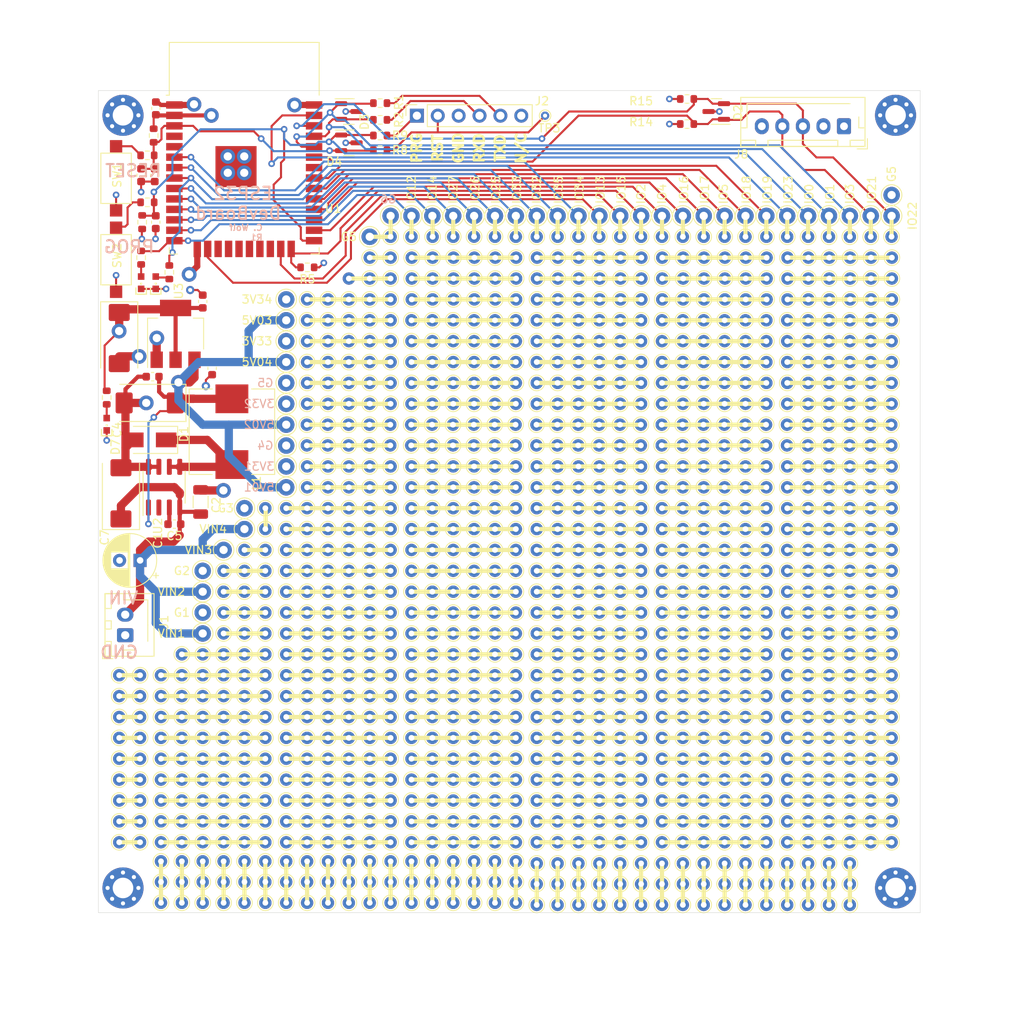
<source format=kicad_pcb>
(kicad_pcb (version 20211014) (generator pcbnew)
  (layers (0 "F.Cu" signal) (1 "In1.Cu" signal) (2 "In2.Cu" signal) (31 "B.Cu" signal) (34 "B.Paste" user) (35 "F.Paste" user) (36 "B.SilkS" user "B.Silkscreen") (37 "F.SilkS" user "F.Silkscreen") (38 "B.Mask" user) (39 "F.Mask" user) (44 "Edge.Cuts" user))
  (net 0 "")
  (net 1 "GND")
  (net 2 "VCC")
  (net 3 "+5V")
  (net 4 "Net-(C5-Pad2)")
  (net 5 "/RESET")
  (net 6 "+3V3")
  (net 7 "Net-(D1-Pad1)")
  (net 8 "/TXD")
  (net 9 "/RXD")
  (net 10 "Net-(IO2-Pad1)")
  (net 11 "Net-(IO4-Pad1)")
  (net 12 "Net-(R3-Pad1)")
  (net 13 "Net-(IO5-Pad1)")
  (net 14 "/PROG")
  (net 15 "Net-(R7-Pad1)")
  (net 16 "Net-(IO12-Pad1)")
  (net 17 "Net-(IO13-Pad1)")
  (net 18 "Net-(IO14-Pad1)")
  (net 19 "Net-(IO15-Pad1)")
  (net 21 "Net-(IO16-Pad1)")
  (net 22 "Net-(IO17-Pad1)")
  (net 23 "Net-(IO18-Pad1)")
  (net 24 "Net-(IO19-Pad1)")
  (net 25 "Net-(D2-Pad1)")
  (net 26 "Net-(D2-Pad2)")
  (net 27 "Net-(IO23-Pad1)")
  (net 33 "Net-(D7-Pad2)")
  (net 34 "Net-(D8-Pad2)")
  (net 35 "Net-(IO25-Pad1)")
  (net 37 "Net-(IO26-Pad1)")
  (net 38 "Net-(IO27-Pad1)")
  (net 39 "Net-(IO32-Pad1)")
  (net 40 "Net-(IO33-Pad1)")
  (net 41 "Net-(IO34-Pad1)")
  (net 42 "Net-(IO35-Pad1)")
  (net 43 "Net-(D12-Pad2)")
  (net 48 "Net-(J2-Pad1)")
  (net 49 "Net-(J2-Pad2)")
  (net 50 "Net-(J2-Pad4)")
  (net 51 "Net-(J2-Pad5)")
  (footprint "custom:CHIPLED_0603" (layer "F.Cu") (at 5.207 23.368 180)
    (fp_text reference "D12" hide)
    (fp_text value "LED" hide)
  )
  (footprint "Resistor_SMD:R_0603_1608Metric" (layer "F.Cu") (at 5.207 20.32 90)
    (fp_text reference "R10" hide)
    (fp_text value "470R")
  )
  (footprint "Resistor_SMD:R_0603_1608Metric" (layer "F.Cu") (at 71.628 4.064 180)
    (fp_text reference "R14")
    (fp_text value "4.7K")
  )
  (footprint "Button_Switch_SMD:SW_SPST_CK_RS282G05A3" (layer "F.Cu") (at 2.159 10.668 -90)
    (fp_text reference "SW1")
    (fp_text value "SW_Push")
  )
  (footprint "Resistor_SMD:R_0603_1608Metric" (layer "F.Cu") (at 5.334 16.002 -90)
    (fp_text reference "R6" hide)
    (fp_text value "4.7K")
  )
  (footprint "Capacitor_SMD:C_0603_1608Metric" (layer "F.Cu") (at 6.604 34.798 180)
    (fp_text reference "C3" hide)
    (fp_text value "1 uF")
  )
  (footprint "Capacitor_SMD:C_0603_1608Metric" (layer "F.Cu") (at 12.7 25.654 90)
    (fp_text reference "C11" hide)
    (fp_text value "1 uF")
  )
  (footprint "Capacitor_SMD:C_1206_3216Metric" (layer "F.Cu") (at 12.446 50.038 90)
    (fp_text reference "C2")
    (fp_text value "1 uF")
  )
  (footprint "custom:CHIPLED_0603" (layer "F.Cu") (at 6.985 23.368 180)
    (fp_text reference "D8" hide)
    (fp_text value "LED" hide)
  )
  (footprint "Resistor_SMD:R_0603_1608Metric" (layer "F.Cu") (at 6.731 5.461 90)
    (fp_text reference "R4" hide)
    (fp_text value "10K")
  )
  (footprint "MountingHole:MountingHole_2.5mm_Pad_Via" (layer "F.Cu") (at 97 97)
    (fp_text reference "H4" hide)
    (fp_text value "MountingHole")
  )
  (footprint "MountingHole:MountingHole_2.5mm_Pad_Via" (layer "F.Cu") (at 97 3)
    (fp_text reference "H3" hide)
    (fp_text value "MountingHole")
  )
  (footprint "Resistor_SMD:R_0603_1608Metric" (layer "F.Cu") (at 71.628 1.016 180)
    (fp_text reference "R15")
    (fp_text value "4.7K")
  )
  (footprint "Resistor_SMD:R_0603_1608Metric" (layer "F.Cu") (at 25.432 21.5 180)
    (fp_text reference "R5")
    (fp_text value "4.7K")
  )
  (footprint "custom:CHIPLED_0603" (layer "F.Cu") (at 1.016 40.588 180)
    (fp_text reference "D7")
    (fp_text value "LED" hide)
  )
  (footprint "Capacitor_THT:CP_Radial_D6.3mm_P2.50mm" (layer "F.Cu") (at 5.08 57.15 180)
    (fp_text reference "C1")
    (fp_text value "47uF")
  )
  (footprint "Package_SO:SOIC-8_3.9x4.9mm_P1.27mm" (layer "F.Cu") (at 8.001 48.242 90)
    (fp_text reference "U2")
    (fp_text value "XL2001")
  )
  (footprint "MountingHole:MountingHole_2.5mm_Pad_Via" (layer "F.Cu") (at 3 97)
    (fp_text reference "H2" hide)
    (fp_text value "MountingHole")
  )
  (footprint "Button_Switch_SMD:SW_SPST_CK_RS282G05A3" (layer "F.Cu") (at 2.159 20.574 -90)
    (fp_text reference "SW2")
    (fp_text value "SW_Push")
  )
  (footprint "Capacitor_Tantalum_SMD:CP_EIA-7343-20_Kemet-V" (layer "F.Cu") (at 6.251 37.992 180)
    (fp_text reference "C4")
    (fp_text value "100uF")
  )
  (footprint "Resistor_SMD:R_0603_1608Metric" (layer "F.Cu") (at 1.016 37.338 90)
    (fp_text reference "R26" hide)
    (fp_text value "470R")
  )
  (footprint "Capacitor_Tantalum_SMD:CP_EIA-7343-20_Kemet-V" (layer "F.Cu") (at 2.751 48.992 90)
    (fp_text reference "C7")
    (fp_text value "47uF")
  )
  (footprint "Capacitor_Tantalum_SMD:CP_EIA-7343-20_Kemet-V" (layer "F.Cu") (at 2.54 30.099 -90)
    (fp_text reference "C10" hide)
    (fp_text value "100uF")
  )
  (footprint "Capacitor_SMD:C_0603_1608Metric" (layer "F.Cu") (at 7 2.159 90)
    (fp_text reference "C9" hide)
    (fp_text value "1 uF")
  )
  (footprint "Capacitor_SMD:C_0603_1608Metric" (layer "F.Cu") (at 5.207 10.287 -90)
    (fp_text reference "C8" hide)
    (fp_text value "0.1 uF")
  )
  (footprint "Package_TO_SOT_SMD:SOT-223-3_TabPin2" (layer "F.Cu") (at 9.398 29.591 90)
    (fp_text reference "U3")
    (fp_text value "AMS1117-3.3")
  )
  (footprint "Resistor_SMD:R_0603_1608Metric" (layer "F.Cu") (at 8.636 22.098 90)
    (fp_text reference "R27" hide)
    (fp_text value "470R")
  )
  (footprint "Capacitor_SMD:C_0603_1608Metric" (layer "F.Cu") (at 13.843 33.782 -90)
    (fp_text reference "C6" hide)
    (fp_text value "1 uF")
  )
  (footprint "Capacitor_SMD:C_0603_1608Metric" (layer "F.Cu") (at 9.251 52.742 180)
    (fp_text reference "C5")
    (fp_text value "1 uF")
  )
  (footprint "Resistor_SMD:R_0603_1608Metric" (layer "F.Cu") (at 5.969 13.589)
    (fp_text reference "R7" hide)
    (fp_text value "470R")
  )
  (footprint "Resistor_SMD:R_0603_1608Metric" (layer "F.Cu") (at 5.969 7.874)
    (fp_text reference "R3" hide)
    (fp_text value "470R")
  )
  (footprint "Diode_SMD:D_SMA" (layer "F.Cu") (at 6.251 42.492 180)
    (fp_text reference "D1")
    (fp_text value "SS36")
  )
  (footprint "RF_Module:ESP32-WROOM-32" (layer "F.Cu") (at 17.75 10)
    (fp_text reference "U1")
    (fp_text value "ESP32-WROOM-32D")
  )
  (footprint "Inductor_SMD:L_Wuerth_HCI-1040" (layer "F.Cu") (at 16.251 41.492 90)
    (fp_text reference "L1")
    (fp_text value "47uH/3A")
  )
  (footprint "MountingHole:MountingHole_2.5mm_Pad_Via" (layer "F.Cu") (at 3 3)
    (fp_text reference "H1" hide)
    (fp_text value "MountingHole")
  )
  (footprint "Resistor_SMD:R_0603_1608Metric" (layer "F.Cu") (at 34.29 3.556)
    (fp_text reference "R2")
    (fp_text value "470R")
  )
  (footprint "TestPoint:TestPoint_THTPad_D1.0mm_Drill0.5mm" (layer "F.Cu") (at 54.356 3.048)
    (fp_text reference "TP3")
    (fp_text value "TestPoint")
  )
  (footprint "Connector_JST:JST_XH_B2B-XH-AM_1x02_P2.50mm_Vertical" (layer "F.Cu") (at 3.268 66.254 90)
    (fp_text reference "J1")
    (fp_text value "Conn_01x02")
  )
  (footprint "Connector_JST:JST_XH_B5B-XH-AM_1x05_P2.50mm_Vertical" (layer "F.Cu") (at 90.725 4.335 180)
    (fp_text reference "J8")
    (fp_text value "Conn_01x05")
  )
  (footprint "TestPoint:TestPoint_THTPad_D1.5mm_Drill0.7mm" (layer "F.Cu") (at 81.28 17.78 -90)
    (fp_text reference "REF**" hide)
    (fp_text value "TestPoint_THTPad_D1.5mm_Drill0.7mm")
  )
  (footprint "TestPoint:TestPoint_THTPad_D1.5mm_Drill0.7mm" (layer "F.Cu") (at 7.62 86.36 90)
    (fp_text reference "REF**" hide)
    (fp_text value "TestPoint_THTPad_D1.5mm_Drill0.7mm")
  )
  (footprint "TestPoint:TestPoint_THTPad_D1.5mm_Drill0.7mm" (layer "F.Cu") (at 60.96 76.2 90)
    (fp_text reference "REF**" hide)
    (fp_text value "TestPoint_THTPad_D1.5mm_Drill0.7mm")
  )
  (footprint "TestPoint:TestPoint_THTPad_D1.5mm_Drill0.7mm" (layer "F.Cu") (at 76.23269 25.4)
    (fp_text reference "REF**" hide)
    (fp_text value "TestPoint_THTPad_D1.5mm_Drill0.7mm")
  )
  (footprint "TestPoint:TestPoint_THTPad_D1.5mm_Drill0.7mm" (layer "F.Cu") (at 83.82 60.96 90)
    (fp_text reference "REF**" hide)
    (fp_text value "TestPoint_THTPad_D1.5mm_Drill0.7mm")
  )
  (footprint "TestPoint:TestPoint_THTPad_D1.5mm_Drill0.7mm" (layer "F.Cu") (at 58.42 63.5 90)
    (fp_text reference "REF**" hide)
    (fp_text value "TestPoint_THTPad_D1.5mm_Drill0.7mm")
  )
  (footprint "TestPoint:TestPoint_THTPad_D1.5mm_Drill0.7mm" (layer "F.Cu") (at 55.88 66.04 90)
    (fp_text reference "REF**" hide)
    (fp_text value "TestPoint_THTPad_D1.5mm_Drill0.7mm")
  )
  (footprint "TestPoint:TestPoint_THTPad_D1.5mm_Drill0.7mm" (layer "F.Cu") (at 38.06731 40.64)
    (fp_text reference "REF**" hide)
    (fp_text value "TestPoint_THTPad_D1.5mm_Drill0.7mm")
  )
  (footprint "TestPoint:TestPoint_THTPad_D1.5mm_Drill0.7mm" (layer "F.Cu") (at 48.26 98.80538 90)
    (fp_text reference "REF**" hide)
    (fp_text value "TestPoint_THTPad_D1.5mm_Drill0.7mm")
  )
  (footprint "TestPoint:TestPoint_THTPad_D1.5mm_Drill0.7mm" (layer "F.Cu") (at 2.54 88.9 180)
    (fp_text reference "REF**" hide)
    (fp_text value "TestPoint_THTPad_D1.5mm_Drill0.7mm")
  )
  (footprint "TestPoint:TestPoint_THTPad_D1.5mm_Drill0.7mm" (layer "F.Cu") (at 96.52 55.88)
    (fp_text reference "REF**" hide)
    (fp_text value "TestPoint_THTPad_D1.5mm_Drill0.7mm")
  )
  (footprint "TestPoint:TestPoint_THTPad_D1.5mm_Drill0.7mm" (layer "F.Cu") (at 10.16 88.9 90)
    (fp_text reference "REF**" hide)
    (fp_text value "TestPoint_THTPad_D1.5mm_Drill0.7mm")
  )
  (footprint "TestPoint:TestPoint_THTPad_D1.5mm_Drill0.7mm" (layer "F.Cu") (at 73.69269 25.4)
    (fp_text reference "REF**" hide)
    (fp_text value "TestPoint_THTPad_D1.5mm_Drill0.7mm")
  )
  (footprint "TestPoint:TestPoint_THTPad_D1.5mm_Drill0.7mm" (layer "F.Cu") (at 93.98 68.58 90)
    (fp_text reference "REF**" hide)
    (fp_text value "TestPoint_THTPad_D1.5mm_Drill0.7mm")
  )
  (footprint "TestPoint:TestPoint_THTPad_D1.5mm_Drill0.7mm" (layer "F.Cu") (at 50.8 91.44 90)
    (fp_text reference "REF**" hide)
    (fp_text value "TestPoint_THTPad_D1.5mm_Drill0.7mm")
  )
  (footprint "TestPoint:TestPoint_THTPad_D1.5mm_Drill0.7mm" (layer "F.Cu") (at 76.2 17.78 -90)
    (fp_text reference "REF**" hide)
    (fp_text value "TestPoint_THTPad_D1.5mm_Drill0.7mm")
  )
  (footprint "TestPoint:TestPoint_THTPad_D1.5mm_Drill0.7mm" (layer "F.Cu") (at 60.96 68.58 90)
    (fp_text reference "REF**" hide)
    (fp_text value "TestPoint_THTPad_D1.5mm_Drill0.7mm")
  )
  (footprint "TestPoint:TestPoint_THTPad_D1.5mm_Drill0.7mm" (layer "F.Cu") (at 50.8 17.78 -90)
    (fp_text reference "REF**" hide)
    (fp_text value "TestPoint_THTPad_D1.5mm_Drill0.7mm")
  )
  (footprint "TestPoint:TestPoint_THTPad_D1.5mm_Drill0.7mm" (layer "F.Cu") (at 73.66 53.34)
    (fp_text reference "REF**" hide)
    (fp_text value "TestPoint_THTPad_D1.5mm_Drill0.7mm")
  )
  (footprint "TestPoint:TestPoint_THTPad_D1.5mm_Drill0.7mm" (layer "F.Cu") (at 71.12 30.48)
    (fp_text reference "REF**" hide)
    (fp_text value "TestPoint_THTPad_D1.5mm_Drill0.7mm")
  )
  (footprint "TestPoint:TestPoint_THTPad_D1.5mm_Drill0.7mm" (layer "F.Cu") (at 30.48 66.04 90)
    (fp_text reference "REF**" hide)
    (fp_text value "TestPoint_THTPad_D1.5mm_Drill0.7mm")
  )
  (footprint "TestPoint:TestPoint_THTPad_D1.5mm_Drill0.7mm" (layer "F.Cu") (at 86.36 88.9 90)
    (fp_text reference "REF**" hide)
    (fp_text value "TestPoint_THTPad_D1.5mm_Drill0.7mm")
  )
  (footprint "TestPoint:TestPoint_THTPad_D1.5mm_Drill0.7mm" (layer "F.Cu") (at 30.48 48.26 90)
    (fp_text reference "REF**" hide)
    (fp_text value "TestPoint_THTPad_D1.5mm_Drill0.7mm")
  )
  (footprint "TestPoint:TestPoint_THTPad_D1.5mm_Drill0.7mm" (layer "F.Cu") (at 15.24 98.80538 90)
    (fp_text reference "REF**" hide)
    (fp_text value "TestPoint_THTPad_D1.5mm_Drill0.7mm")
  )
  (footprint "TestPoint:TestPoint_THTPad_D1.5mm_Drill0.7mm" (layer "F.Cu") (at 53.37269 22.86)
    (fp_text reference "REF**" hide)
    (fp_text value "TestPoint_THTPad_D1.5mm_Drill0.7mm")
  )
  (footprint "TestPoint:TestPoint_THTPad_D1.5mm_Drill0.7mm" (layer "F.Cu") (at 38.1 45.72)
    (fp_text reference "REF**" hide)
    (fp_text value "TestPoint_THTPad_D1.5mm_Drill0.7mm")
  )
  (footprint "TestPoint:TestPoint_THTPad_D1.5mm_Drill0.7mm" (layer "F.Cu") (at 81.31269 22.86)
    (fp_text reference "REF**" hide)
    (fp_text value "TestPoint_THTPad_D1.5mm_Drill0.7mm")
  )
  (footprint "TestPoint:TestPoint_THTPad_D1.5mm_Drill0.7mm" (layer "F.Cu") (at 60.96 86.36 90)
    (fp_text reference "REF**" hide)
    (fp_text value "TestPoint_THTPad_D1.5mm_Drill0.7mm")
  )
  (footprint "TestPoint:TestPoint_THTPad_D1.5mm_Drill0.7mm" (layer "F.Cu") (at 58.42 55.88)
    (fp_text reference "REF**" hide)
    (fp_text value "TestPoint_THTPad_D1.5mm_Drill0.7mm")
  )
  (footprint "TestPoint:TestPoint_THTPad_D1.5mm_Drill0.7mm" (layer "F.Cu") (at 40.64 68.58 90)
    (fp_text reference "REF**" hide)
    (fp_text value "TestPoint_THTPad_D1.5mm_Drill0.7mm")
  )
  (footprint "TestPoint:TestPoint_THTPad_D1.5mm_Drill0.7mm" (layer "F.Cu") (at 96.52 86.36 90)
    (fp_text reference "REF**" hide)
    (fp_text value "TestPoint_THTPad_D1.5mm_Drill0.7mm")
  )
  (footprint "TestPoint:TestPoint_THTPad_D1.5mm_Drill0.7mm" (layer "F.Cu") (at 27.94 98.80538 90)
    (fp_text reference "REF**" hide)
    (fp_text value "TestPoint_THTPad_D1.5mm_Drill0.7mm")
  )
  (footprint "TestPoint:TestPoint_THTPad_D1.5mm_Drill0.7mm" (layer "F.Cu") (at 83.85269 25.4)
    (fp_text reference "REF**" hide)
    (fp_text value "TestPoint_THTPad_D1.5mm_Drill0.7mm")
  )
  (footprint "TestPoint:TestPoint_THTPad_D1.5mm_Drill0.7mm" (layer "F.Cu") (at 33.02 50.8 90)
    (fp_text reference "REF**" hide)
    (fp_text value "TestPoint_THTPad_D1.5mm_Drill0.7mm")
  )
  (footprint "TestPoint:TestPoint_THTPad_D1.5mm_Drill0.7mm" (layer "F.Cu") (at 66.04 53.34)
    (fp_text reference "REF**" hide)
    (fp_text value "TestPoint_THTPad_D1.5mm_Drill0.7mm")
  )
  (footprint "TestPoint:TestPoint_THTPad_D1.5mm_Drill0.7mm" (layer "F.Cu") (at 45.72 50.8)
    (fp_text reference "REF**" hide)
    (fp_text value "TestPoint_THTPad_D1.5mm_Drill0.7mm")
  )
  (footprint "TestPoint:TestPoint_THTPad_D1.5mm_Drill0.7mm" (layer "F.Cu") (at 94.01269 20.32)
    (fp_text reference "REF**" hide)
    (fp_text value "TestPoint_THTPad_D1.5mm_Drill0.7mm")
  )
  (footprint "TestPoint:TestPoint_THTPad_D1.5mm_Drill0.7mm" (layer "F.Cu") (at 40.64 48.26)
    (fp_text reference "REF**" hide)
    (fp_text value "TestPoint_THTPad_D1.5mm_Drill0.7mm")
  )
  (footprint "TestPoint:TestPoint_THTPad_D1.5mm_Drill0.7mm" (layer "F.Cu") (at 68.58 58.42 90)
    (fp_text reference "REF**" hide)
    (fp_text value "TestPoint_THTPad_D1.5mm_Drill0.7mm")
  )
  (footprint "TestPoint:TestPoint_THTPad_D1.5mm_Drill0.7mm" (layer "F.Cu") (at 22.86 88.9 90)
    (fp_text reference "REF**" hide)
    (fp_text value "TestPoint_THTPad_D1.5mm_Drill0.7mm")
  )
  (footprint "TestPoint:TestPoint_THTPad_D1.5mm_Drill0.7mm" (layer "F.Cu") (at 22.86 83.82 90)
    (fp_text reference "REF**" hide)
    (fp_text value "TestPoint_THTPad_D1.5mm_Drill0.7mm")
  )
  (footprint "TestPoint:TestPoint_THTPad_D1.5mm_Drill0.7mm" (layer "F.Cu") (at 43.18 17.78 -90)
    (fp_text reference "REF**" hide)
    (fp_text value "TestPoint_THTPad_D1.5mm_Drill0.7mm")
  )
  (footprint "TestPoint:TestPoint_THTPad_D1.5mm_Drill0.7mm" (layer "F.Cu") (at 93.98 35.56)
    (fp_text reference "REF**" hide)
    (fp_text value "TestPoint_THTPad_D1.5mm_Drill0.7mm")
  )
  (footprint "TestPoint:TestPoint_THTPad_D1.5mm_Drill0.7mm" (layer "F.Cu") (at 73.66 96.52 90)
    (fp_text reference "REF**" hide)
    (fp_text value "TestPoint_THTPad_D1.5mm_Drill0.7mm")
  )
  (footprint "TestPoint:TestPoint_THTPad_D1.5mm_Drill0.7mm" (layer "F.Cu") (at 58.42 60.96 90)
    (fp_text reference "REF**" hide)
    (fp_text value "TestPoint_THTPad_D1.5mm_Drill0.7mm")
  )
  (footprint "TestPoint:TestPoint_THTPad_D1.5mm_Drill0.7mm" (layer "F.Cu") (at 27.94 96.26538 90)
    (fp_text reference "REF**" hide)
    (fp_text value "TestPoint_THTPad_D1.5mm_Drill0.7mm")
  )
  (footprint "TestPoint:TestPoint_THTPad_D1.5mm_Drill0.7mm" (layer "F.Cu") (at 76.2 68.58 90)
    (fp_text reference "REF**" hide)
    (fp_text value "TestPoint_THTPad_D1.5mm_Drill0.7mm")
  )
  (footprint "TestPoint:TestPoint_THTPad_D1.5mm_Drill0.7mm" (layer "F.Cu") (at 88.9 38.1)
    (fp_text reference "REF**" hide)
    (fp_text value "TestPoint_THTPad_D1.5mm_Drill0.7mm")
  )
  (footprint "TestPoint:TestPoint_THTPad_D1.5mm_Drill0.7mm" (layer "F.Cu") (at 71.12 35.56)
    (fp_text reference "REF**" hide)
    (fp_text value "TestPoint_THTPad_D1.5mm_Drill0.7mm")
  )
  (footprint "TestPoint:TestPoint_THTPad_D1.5mm_Drill0.7mm" (layer "F.Cu") (at 53.34 88.9 90)
    (fp_text reference "REF**" hide)
    (fp_text value "TestPoint_THTPad_D1.5mm_Drill0.7mm")
  )
  (footprint "TestPoint:TestPoint_THTPad_D1.5mm_Drill0.7mm" (layer "F.Cu") (at 50.8 35.56)
    (fp_text reference "REF**" hide)
    (fp_text value "TestPoint_THTPad_D1.5mm_Drill0.7mm")
  )
  (footprint "TestPoint:TestPoint_THTPad_D1.5mm_Drill0.7mm" (layer "F.Cu") (at 22.86 50.8 90)
    (fp_text reference "REF**" hide)
    (fp_text value "TestPoint_THTPad_D1.5mm_Drill0.7mm")
  )
  (footprint "TestPoint:TestPoint_THTPad_D1.5mm_Drill0.7mm" (layer "F.Cu") (at 83.82 99.06 90)
    (fp_text reference "REF**" hide)
    (fp_text value "TestPoint_THTPad_D1.5mm_Drill0.7mm")
  )
  (footprint "TestPoint:TestPoint_THTPad_D1.5mm_Drill0.7mm" (layer "F.Cu") (at 78.77269 22.86)
    (fp_text reference "REF**" hide)
    (fp_text value "TestPoint_THTPad_D1.5mm_Drill0.7mm")
  )
  (footprint "TestPoint:TestPoint_THTPad_D1.5mm_Drill0.7mm" (layer "F.Cu") (at 38.1 93.75807 90)
    (fp_text reference "REF**" hide)
    (fp_text value "TestPoint_THTPad_D1.5mm_Drill0.7mm")
  )
  (footprint "TestPoint:TestPoint_THTPad_D1.5mm_Drill0.7mm" (layer "F.Cu") (at 58.42 81.28 90)
    (fp_text reference "REF**" hide)
    (fp_text value "TestPoint_THTPad_D1.5mm_Drill0.7mm")
  )
  (footprint "TestPoint:TestPoint_THTPad_D1.5mm_Drill0.7mm" (layer "F.Cu") (at 33.02 38.1 90)
    (fp_text reference "REF**" hide)
    (fp_text value "TestPoint_THTPad_D1.5mm_Drill0.7mm")
  )
  (footprint "TestPoint:TestPoint_THTPad_D1.5mm_Drill0.7mm" (layer "F.Cu") (at 91.44 99.06 90)
    (fp_text reference "REF**" hide)
    (fp_text value "TestPoint_THTPad_D1.5mm_Drill0.7mm")
  )
  (footprint "TestPoint:TestPoint_THTPad_D1.5mm_Drill0.7mm" (layer "F.Cu") (at 81.31269 20.32)
    (fp_text reference "REF**" hide)
    (fp_text value "TestPoint_THTPad_D1.5mm_Drill0.7mm")
  )
  (footprint "TestPoint:TestPoint_THTPad_D1.5mm_Drill0.7mm" (layer "F.Cu") (at 63.5 30.48)
    (fp_text reference "REF**" hide)
    (fp_text value "TestPoint_THTPad_D1.5mm_Drill0.7mm")
  )
  (footprint "TestPoint:TestPoint_THTPad_D1.5mm_Drill0.7mm" (layer "F.Cu") (at 20.32 78.74 90)
    (fp_text reference "REF**" hide)
    (fp_text value "TestPoint_THTPad_D1.5mm_Drill0.7mm")
  )
  (footprint "TestPoint:TestPoint_THTPad_D1.5mm_Drill0.7mm" (layer "F.Cu") (at 43.18 68.58 90)
    (fp_text reference "REF**" hide)
    (fp_text value "TestPoint_THTPad_D1.5mm_Drill0.7mm")
  )
  (footprint "TestPoint:TestPoint_THTPad_D1.5mm_Drill0.7mm" (layer "F.Cu") (at 76.2 50.8)
    (fp_text reference "REF**" hide)
    (fp_text value "TestPoint_THTPad_D1.5mm_Drill0.7mm")
  )
  (footprint "TestPoint:TestPoint_THTPad_D1.5mm_Drill0.7mm" (layer "F.Cu") (at 83.82 86.36 90)
    (fp_text reference "REF**" hide)
    (fp_text value "TestPoint_THTPad_D1.5mm_Drill0.7mm")
  )
  (footprint "TestPoint:TestPoint_THTPad_D1.5mm_Drill0.7mm" (layer "F.Cu") (at 45.75269 20.32)
    (fp_text reference "REF**" hide)
    (fp_text value "TestPoint_THTPad_D1.5mm_Drill0.7mm")
  )
  (footprint "TestPoint:TestPoint_THTPad_D1.5mm_Drill0.7mm" (layer "F.Cu") (at 25.4 93.75807 90)
    (fp_text reference "REF**" hide)
    (fp_text value "TestPoint_THTPad_D1.5mm_Drill0.7mm")
  )
  (footprint "TestPoint:TestPoint_THTPad_D1.5mm_Drill0.7mm" (layer "F.Cu") (at 15.24 93.75807 90)
    (fp_text reference "REF**" hide)
    (fp_text value "TestPoint_THTPad_D1.5mm_Drill0.7mm")
  )
  (footprint "Connector_Pin:Pin_D1.0mm_L10.0mm" (layer "F.Cu") (at 93.98 15.24)
    (fp_text reference "IO21")
    (fp_text value "TestPoint")
  )
  (footprint "TestPoint:TestPoint_THTPad_D1.5mm_Drill0.7mm" (layer "F.Cu") (at 20.32 98.80538 90)
    (fp_text reference "REF**" hide)
    (fp_text value "TestPoint_THTPad_D1.5mm_Drill0.7mm")
  )
  (footprint "TestPoint:TestPoint_THTPad_D1.5mm_Drill0.7mm" (layer "F.Cu") (at 38.1 88.9 90)
    (fp_text reference "REF**" hide)
    (fp_text value "TestPoint_THTPad_D1.5mm_Drill0.7mm")
  )
  (footprint "TestPoint:TestPoint_THTPad_D1.5mm_Drill0.7mm" (layer "F.Cu") (at 71.12 83.82 90)
    (fp_text reference "REF**" hide)
    (fp_text value "TestPoint_THTPad_D1.5mm_Drill0.7mm")
  )
  (footprint "Connector_Pin:Pin_D1.0mm_L10.0mm" (layer "F.Cu") (at 73.66 15.24 -90)
    (fp_text reference "IO17")
    (fp_text value "TestPoint")
  )
  (footprint "TestPoint:TestPoint_THTPad_D1.5mm_Drill0.7mm" (layer "F.Cu") (at 78.74 60.96 90)
    (fp_text reference "REF**" hide)
    (fp_text value "TestPoint_THTPad_D1.5mm_Drill0.7mm")
  )
  (footprint "TestPoint:TestPoint_THTPad_D1.5mm_Drill0.7mm" (layer "F.Cu") (at 20.32 96.26538 90)
    (fp_text reference "REF**" hide)
    (fp_text value "TestPoint_THTPad_D1.5mm_Drill0.7mm")
  )
  (footprint "TestPoint:TestPoint_THTPad_D1.5mm_Drill0.7mm" (layer "F.Cu") (at 50.8 88.9 90)
    (fp_text reference "REF**" hide)
    (fp_text value "TestPoint_THTPad_D1.5mm_Drill0.7mm")
  )
  (footprint "TestPoint:TestPoint_THTPad_D1.5mm_Drill0.7mm" (layer "F.Cu") (at 5.08 81.28 180)
    (fp_text reference "REF**" hide)
    (fp_text value "TestPoint_THTPad_D1.5mm_Drill0.7mm")
  )
  (footprint "TestPoint:TestPoint_THTPad_D1.5mm_Drill0.7mm" (layer "F.Cu") (at 30.48 91.44 90)
    (fp_text reference "REF**" hide)
    (fp_text value "TestPoint_THTPad_D1.5mm_Drill0.7mm")
  )
  (footprint "TestPoint:TestPoint_THTPad_D1.5mm_Drill0.7mm" (layer "F.Cu") (at 30.44731 43.159141 90)
    (fp_text reference "REF**" hide)
    (fp_text value "TestPoint_THTPad_D1.5mm_Drill0.7mm")
  )
  (footprint "TestPoint:TestPoint_THTPad_D1.5mm_Drill0.7mm" (layer "F.Cu") (at 86.36 78.74 90)
    (fp_text reference "REF**" hide)
    (fp_text value "TestPoint_THTPad_D1.5mm_Drill0.7mm")
  )
  (footprint "TestPoint:TestPoint_THTPad_D1.5mm_Drill0.7mm" (layer "F.Cu") (at 83.82 35.56)
    (fp_text reference "REF**" hide)
    (fp_text value "TestPoint_THTPad_D1.5mm_Drill0.7mm")
  )
  (footprint "TestPoint:TestPoint_THTPad_D1.5mm_Drill0.7mm" (layer "F.Cu") (at 55.88 53.34)
    (fp_text reference "REF**" hide)
    (fp_text value "TestPoint_THTPad_D1.5mm_Drill0.7mm")
  )
  (footprint "TestPoint:TestPoint_THTPad_D1.5mm_Drill0.7mm" (layer "F.Cu") (at 35.56 91.44 90)
    (fp_text reference "REF**" hide)
    (fp_text value "TestPoint_THTPad_D1.5mm_Drill0.7mm")
  )
  (footprint "TestPoint:TestPoint_THTPad_D1.5mm_Drill0.7mm" (layer "F.Cu") (at 94.01269 25.4)
    (fp_text reference "REF**" hide)
    (fp_text value "TestPoint_THTPad_D1.5mm_Drill0.7mm")
  )
  (footprint "TestPoint:TestPoint_THTPad_D1.5mm_Drill0.7mm" (layer "F.Cu") (at 60.96 60.96 90)
    (fp_text reference "REF**" hide)
    (fp_text value "TestPoint_THTPad_D1.5mm_Drill0.7mm")
  )
  (footprint "TestPoint:TestPoint_THTPad_D1.5mm_Drill0.7mm" (layer "F.Cu") (at 73.66 71.12 90)
    (fp_text reference "REF**" hide)
    (fp_text value "TestPoint_THTPad_D1.5mm_Drill0.7mm")
  )
  (footprint "TestPoint:TestPoint_THTPad_D1.5mm_Drill0.7mm" (layer "F.Cu") (at 71.12 99.06 90)
    (fp_text reference "REF**" hide)
    (fp_text value "TestPoint_THTPad_D1.5mm_Drill0.7mm")
  )
  (footprint "TestPoint:TestPoint_THTPad_D1.5mm_Drill0.7mm" (layer "F.Cu") (at 58.45269 25.4)
    (fp_text reference "REF**" hide)
    (fp_text value "TestPoint_THTPad_D1.5mm_Drill0.7mm")
  )
  (footprint "TestPoint:TestPoint_THTPad_D1.5mm_Drill0.7mm" (layer "F.Cu") (at 35.56 33.02)
    (fp_text reference "REF**" hide)
    (fp_text value "TestPoint_THTPad_D1.5mm_Drill0.7mm")
  )
  (footprint "TestPoint:TestPoint_THTPad_D1.5mm_Drill0.7mm" (layer "F.Cu") (at 88.9 91.44 90)
    (fp_text reference "REF**" hide)
    (fp_text value "TestPoint_THTPad_D1.5mm_Drill0.7mm")
  )
  (footprint "TestPoint:TestPoint_THTPad_D1.5mm_Drill0.7mm" (layer "F.Cu") (at 43.18 35.56)
    (fp_text reference "REF**" hide)
    (fp_text value "TestPoint_THTPad_D1.5mm_Drill0.7mm")
  )
  (footprint "TestPoint:TestPoint_THTPad_D1.5mm_Drill0.7mm" (layer "F.Cu") (at 7.62 71.12 90)
    (fp_text reference "REF**" hide)
    (fp_text value "TestPoint_THTPad_D1.5mm_Drill0.7mm")
  )
  (footprint "TestPoint:TestPoint_THTPad_D1.5mm_Drill0.7mm" (layer "F.Cu") (at 53.34 94.01269 90)
    (fp_text reference "REF**" hide)
    (fp_text value "TestPoint_THTPad_D1.5mm_Drill0.7mm")
  )
  (footprint "TestPoint:TestPoint_THTPad_D1.5mm_Drill0.7mm" (layer "F.Cu") (at 22.86 60.96 90)
    (fp_text reference "REF**" hide)
    (fp_text value "TestPoint_THTPad_D1.5mm_Drill0.7mm")
  )
  (footprint "TestPoint:TestPoint_THTPad_D1.5mm_Drill0.7mm" (layer "F.Cu") (at 17.78 86.36 90)
    (fp_text reference "REF**" hide)
    (fp_text value "TestPoint_THTPad_D1.5mm_Drill0.7mm")
  )
  (footprint "TestPoint:TestPoint_THTPad_D1.5mm_Drill0.7mm" (layer "F.Cu") (at 58.42 38.1)
    (fp_text reference "REF**" hide)
    (fp_text value "TestPoint_THTPad_D1.5mm_Drill0.7mm")
  )
  (footprint "TestPoint:TestPoint_THTPad_D1.5mm_Drill0.7mm" (layer "F.Cu") (at 76.23269 20.32)
    (fp_text reference "REF**" hide)
    (fp_text value "TestPoint_THTPad_D1.5mm_Drill0.7mm")
  )
  (footprint "TestPoint:TestPoint_THTPad_D1.5mm_Drill0.7mm" (layer "F.Cu") (at 30.48 25.4 90)
    (fp_text reference "REF**" hide)
    (fp_text value "TestPoint_THTPad_D1.5mm_Drill0.7mm")
  )
  (footprint "TestPoint:TestPoint_THTPad_D1.5mm_Drill0.7mm" (layer "F.Cu") (at 76.23269 22.86)
    (fp_text reference "REF**" hide)
    (fp_text value "TestPoint_THTPad_D1.5mm_Drill0.7mm")
  )
  (footprint "TestPoint:TestPoint_THTPad_D1.5mm_Drill0.7mm" (layer "F.Cu") (at 81.28 76.2 90)
    (fp_text reference "REF**" hide)
    (fp_text value "TestPoint_THTPad_D1.5mm_Drill0.7mm")
  )
  (footprint "TestPoint:TestPoint_THTPad_D1.5mm_Drill0.7mm" (layer "F.Cu") (at 32.98731 40.64 90)
    (fp_text reference "REF**" hide)
    (fp_text value "TestPoint_THTPad_D1.5mm_Drill0.7mm")
  )
  (footprint "TestPoint:TestPoint_THTPad_D1.5mm_Drill0.7mm" (layer "F.Cu") (at 76.2 55.88)
    (fp_text reference "REF**" hide)
    (fp_text value "TestPoint_THTPad_D1.5mm_Drill0.7mm")
  )
  (footprint "TestPoint:TestPoint_THTPad_D1.5mm_Drill0.7mm" (layer "F.Cu") (at 88.9 35.56)
    (fp_text reference "REF**" hide)
    (fp_text value "TestPoint_THTPad_D1.5mm_Drill0.7mm")
  )
  (footprint "Connector_Pin:Pin_D1.0mm_L10.0mm" (layer "F.Cu") (at 40.64 15.24 -90)
    (fp_text reference "IO14")
    (fp_text value "TestPoint")
  )
  (footprint "TestPoint:TestPoint_THTPad_D1.5mm_Drill0.7mm" (layer "F.Cu") (at 30.48 60.96 90)
    (fp_text reference "REF**" hide)
    (fp_text value "TestPoint_THTPad_D1.5mm_Drill0.7mm")
  )
  (footprint "TestPoint:TestPoint_THTPad_D1.5mm_Drill0.7mm" (layer "F.Cu") (at 27.94 45.72 90)
    (fp_text reference "REF**" hide)
    (fp_text value "TestPoint_THTPad_D1.5mm_Drill0.7mm")
  )
  (footprint "TestPoint:TestPoint_THTPad_D1.5mm_Drill0.7mm" (layer "F.Cu") (at 33.02 78.74 90)
    (fp_text reference "REF**" hide)
    (fp_text value "TestPoint_THTPad_D1.5mm_Drill0.7mm")
  )
  (footprint "TestPoint:TestPoint_THTPad_D1.5mm_Drill0.7mm" (layer "F.Cu") (at 78.74 35.56)
    (fp_text reference "REF**" hide)
    (fp_text value "TestPoint_THTPad_D1.5mm_Drill0.7mm")
  )
  (footprint "TestPoint:TestPoint_THTPad_D1.5mm_Drill0.7mm" (layer "F.Cu") (at 20.32 88.9 90)
    (fp_text reference "REF**" hide)
    (fp_text value "TestPoint_THTPad_D1.5mm_Drill0.7mm")
  )
  (footprint "TestPoint:TestPoint_THTPad_D1.5mm_Drill0.7mm" (layer "F.Cu") (at 88.9 78.74 90)
    (fp_text reference "REF**" hide)
    (fp_text value "TestPoint_THTPad_D1.5mm_Drill0.7mm")
  )
  (footprint "TestPoint:TestPoint_THTPad_D1.5mm_Drill0.7mm" (layer "F.Cu") (at 86.36 73.66 90)
    (fp_text reference "REF**" hide)
    (fp_text value "TestPoint_THTPad_D1.5mm_Drill0.7mm")
  )
  (footprint "TestPoint:TestPoint_THTPad_D1.5mm_Drill0.7mm" (layer "F.Cu") (at 45.72 33.02)
    (fp_text reference "REF**" hide)
    (fp_text value "TestPoint_THTPad_D1.5mm_Drill0.7mm")
  )
  (footprint "TestPoint:TestPoint_THTPad_D1.5mm_Drill0.7mm" (layer "F.Cu") (at 27.94 38.1 90)
    (fp_text reference "REF**" hide)
    (fp_text value "TestPoint_THTPad_D1.5mm_Drill0.7mm")
  )
  (footprint "TestPoint:TestPoint_THTPad_D1.5mm_Drill0.7mm" (layer "F.Cu") (at 71.08731 40.64)
    (fp_text reference "REF**" hide)
    (fp_text value "TestPoint_THTPad_D1.5mm_Drill0.7mm")
  )
  (footprint "TestPoint:TestPoint_THTPad_D1.5mm_Drill0.7mm" (layer "F.Cu") (at 50.8 45.72)
    (fp_text reference "REF**" hide)
    (fp_text value "TestPoint_THTPad_D1.5mm_Drill0.7mm")
  )
  (footprint "TestPoint:TestPoint_THTPad_D1.5mm_Drill0.7mm" (layer "F.Cu") (at 27.94 83.82 90)
    (fp_text reference "REF**" hide)
    (fp_text value "TestPoint_THTPad_D1.5mm_Drill0.7mm")
  )
  (footprint "TestPoint:TestPoint_THTPad_D1.5mm_Drill0.7mm" (layer "F.Cu") (at 22.86 93.75807 90)
    (fp_text reference "REF**" hide)
    (fp_text value "TestPoint_THTPad_D1.5mm_Drill0.7mm")
  )
  (footprint "TestPoint:TestPoint_THTPad_D1.5mm_Drill0.7mm" (layer "F.Cu") (at 15.24 71.12 90)
    (fp_text reference "REF**" hide)
    (fp_text value "TestPoint_THTPad_D1.5mm_Drill0.7mm")
  )
  (footprint "TestPoint:TestPoint_THTPad_D1.5mm_Drill0.7mm" (layer "F.Cu") (at 40.64 93.75807 90)
    (fp_text reference "REF**" hide)
    (fp_text value "TestPoint_THTPad_D1.5mm_Drill0.7mm")
  )
  (footprint "TestPoint:TestPoint_THTPad_D1.5mm_Drill0.7mm" (layer "F.Cu") (at 33.02 55.88 90)
    (fp_text reference "REF**" hide)
    (fp_text value "TestPoint_THTPad_D1.5mm_Drill0.7mm")
  )
  (footprint "TestPoint:TestPoint_THTPad_D1.5mm_Drill0.7mm" (layer "F.Cu") (at 38.1 71.12 90)
    (fp_text reference "REF**" hide)
    (fp_text value "TestPoint_THTPad_D1.5mm_Drill0.7mm")
  )
  (footprint "TestPoint:TestPoint_THTPad_D1.5mm_Drill0.7mm" (layer "F.Cu") (at 12.7 88.9 90)
    (fp_text reference "REF**" hide)
    (fp_text value "TestPoint_THTPad_D1.5mm_Drill0.7mm")
  )
  (footprint "TestPoint:TestPoint_THTPad_D1.5mm_Drill0.7mm" (layer "F.Cu") (at 68.58 71.12 90)
    (fp_text reference "REF**" hide)
    (fp_text value "TestPoint_THTPad_D1.5mm_Drill0.7mm")
  )
  (footprint "TestPoint:TestPoint_THTPad_D1.5mm_Drill0.7mm" (layer "F.Cu") (at 71.12 58.42 90)
    (fp_text reference "REF**" hide)
    (fp_text value "TestPoint_THTPad_D1.5mm_Drill0.7mm")
  )
  (footprint "TestPoint:TestPoint_THTPad_D1.5mm_Drill0.7mm" (layer "F.Cu") (at 50.83269 25.4)
    (fp_text reference "REF**" hide)
    (fp_text value "TestPoint_THTPad_D1.5mm_Drill0.7mm")
  )
  (footprint "TestPoint:TestPoint_THTPad_D1.5mm_Drill0.7mm" (layer "F.Cu") (at 78.74 83.82 90)
    (fp_text reference "REF**" hide)
    (fp_text value "TestPoint_THTPad_D1.5mm_Drill0.7mm")
  )
  (footprint "TestPoint:TestPoint_THTPad_D1.5mm_Drill0.7mm" (layer "F.Cu") (at 66.04 48.26)
    (fp_text reference "REF**" hide)
    (fp_text value "TestPoint_THTPad_D1.5mm_Drill0.7mm")
  )
  (footprint "TestPoint:TestPoint_THTPad_D1.5mm_Drill0.7mm" (layer "F.Cu") (at 55.88 94.01269 90)
    (fp_text reference "REF**" hide)
    (fp_text value "TestPoint_THTPad_D1.5mm_Drill0.7mm")
  )
  (footprint "TestPoint:TestPoint_THTPad_D1.5mm_Drill0.7mm" (layer "F.Cu") (at 20.32 53.34 90)
    (fp_text reference "REF**" hide)
    (fp_text value "TestPoint_THTPad_D1.5mm_Drill0.7mm")
  )
  (footprint "TestPoint:TestPoint_THTPad_D1.5mm_Drill0.7mm" (layer "F.Cu") (at 78.74 45.72)
    (fp_text reference "REF**" hide)
    (fp_text value "TestPoint_THTPad_D1.5mm_Drill0.7mm")
  )
  (footprint "TestPoint:TestPoint_THTPad_D1.5mm_Drill0.7mm" (layer "F.Cu") (at 81.28 81.28 90)
    (fp_text reference "REF**" hide)
    (fp_text value "TestPoint_THTPad_D1.5mm_Drill0.7mm")
  )
  (footprint "TestPoint:TestPoint_THTPad_D1.5mm_Drill0.7mm" (layer "F.Cu") (at 76.2 38.1)
    (fp_text reference "REF**" hide)
    (fp_text value "TestPoint_THTPad_D1.5mm_Drill0.7mm")
  )
  (footprint "TestPoint:TestPoint_THTPad_D1.5mm_Drill0.7mm" (layer "F.Cu") (at 96.52 63.5 90)
    (fp_text reference "REF**" hide)
    (fp_text value "TestPoint_THTPad_D1.5mm_Drill0.7mm")
  )
  (footprint "TestPoint:TestPoint_THTPad_D1.5mm_Drill0.7mm" (layer "F.Cu") (at 35.56 48.26)
    (fp_text reference "REF**" hide)
    (fp_text value "TestPoint_THTPad_D1.5mm_Drill0.7mm")
  )
  (footprint "TestPoint:TestPoint_THTPad_D1.5mm_Drill0.7mm" (layer "F.Cu") (at 33.02 27.94 90)
    (fp_text reference "REF**" hide)
    (fp_text value "TestPoint_THTPad_D1.5mm_Drill0.7mm")
  )
  (footprint "TestPoint:TestPoint_THTPad_D1.5mm_Drill0.7mm" (layer "F.Cu") (at 17.78 78.74 90)
    (fp_text reference "REF**" hide)
    (fp_text value "TestPoint_THTPad_D1.5mm_Drill0.7mm")
  )
  (footprint "TestPoint:TestPoint_THTPad_D1.5mm_Drill0.7mm" (layer "F.Cu") (at 25.4 25.4 90)
    (fp_text reference "REF**" hide)
    (fp_text value "TestPoint_THTPad_D1.5mm_Drill0.7mm")
  )
  (footprint "TestPoint:TestPoint_THTPad_D1.5mm_Drill0.7mm" (layer "F.Cu") (at 50.8 27.94)
    (fp_text reference "REF**" hide)
    (fp_text value "TestPoint_THTPad_D1.5mm_Drill0.7mm")
  )
  (footprint "TestPoint:TestPoint_THTPad_D1.5mm_Drill0.7mm" (layer "F.Cu") (at 66.04 66.04 90)
    (fp_text reference "REF**" hide)
    (fp_text value "TestPoint_THTPad_D1.5mm_Drill0.7mm")
  )
  (footprint "TestPoint:TestPoint_THTPad_D1.5mm_Drill0.7mm" (layer "F.Cu") (at 33.02 76.2 90)
    (fp_text reference "REF**" hide)
    (fp_text value "TestPoint_THTPad_D1.5mm_Drill0.7mm")
  )
  (footprint "TestPoint:TestPoint_THTPad_D1.5mm_Drill0.7mm" (layer "F.Cu") (at 78.74 58.42 90)
    (fp_text reference "REF**" hide)
    (fp_text value "TestPoint_THTPad_D1.5mm_Drill0.7mm")
  )
  (footprint "TestPoint:TestPoint_THTPad_D1.5mm_Drill0.7mm" (layer "F.Cu") (at 63.53269 22.86)
    (fp_text reference "REF**" hide)
    (fp_text value "TestPoint_THTPad_D1.5mm_Drill0.7mm")
  )
  (footprint "TestPoint:TestPoint_THTPad_D1.5mm_Drill0.7mm" (layer "F.Cu") (at 96.55269 22.86)
    (fp_text reference "REF**" hide)
    (fp_text value "TestPoint_THTPad_D1.5mm_Drill0.7mm")
  )
  (footprint "TestPoint:TestPoint_THTPad_D1.5mm_Drill0.7mm" (layer "F.Cu") (at 66.07269 22.86)
    (fp_text reference "REF**" hide)
    (fp_text value "TestPoint_THTPad_D1.5mm_Drill0.7mm")
  )
  (footprint "TestPoint:TestPoint_THTPad_D1.5mm_Drill0.7mm" (layer "F.Cu") (at 91.44 60.96 90)
    (fp_text reference "REF**" hide)
    (fp_text value "TestPoint_THTPad_D1.5mm_Drill0.7mm")
  )
  (footprint "TestPoint:TestPoint_THTPad_D1.5mm_Drill0.7mm" (layer "F.Cu") (at 35.56 68.58 90)
    (fp_text reference "REF**" hide)
    (fp_text value "TestPoint_THTPad_D1.5mm_Drill0.7mm")
  )
  (footprint "TestPoint:TestPoint_THTPad_D1.5mm_Drill0.7mm" (layer "F.Cu") (at 17.78 63.5 90)
    (fp_text reference "REF**" hide)
    (fp_text value "TestPoint_THTPad_D1.5mm_Drill0.7mm")
  )
  (footprint "TestPoint:TestPoint_THTPad_D1.5mm_Drill0.7mm" (layer "F.Cu") (at 86.36 35.56)
    (fp_text reference "REF**" hide)
    (fp_text value "TestPoint_THTPad_D1.5mm_Drill0.7mm")
  )
  (footprint "TestPoint:TestPoint_THTPad_D1.5mm_Drill0.7mm" (layer "F.Cu") (at 81.24731 40.64)
    (fp_text reference "REF**" hide)
    (fp_text value "TestPoint_THTPad_D1.5mm_Drill0.7mm")
  )
  (footprint "TestPoint:TestPoint_THTPad_D1.5mm_Drill0.7mm" (layer "F.Cu") (at 33.02 20.32 90)
    (fp_text reference "REF**" hide)
    (fp_text value "TestPoint_THTPad_D1.5mm_Drill0.7mm")
  )
  (footprint "TestPoint:TestPoint_THTPad_D1.5mm_Drill0.7mm" (layer "F.Cu") (at 48.26 53.34)
    (fp_text reference "REF**" hide)
    (fp_text value "TestPoint_THTPad_D1.5mm_Drill0.7mm")
  )
  (footprint "TestPoint:TestPoint_THTPad_D1.5mm_Drill0.7mm" (layer "F.Cu") (at 71.12 73.66 90)
    (fp_text reference "REF**" hide)
    (fp_text value "TestPoint_THTPad_D1.5mm_Drill0.7mm")
  )
  (footprint "TestPoint:TestPoint_THTPad_D1.5mm_Drill0.7mm" (layer "F.Cu") (at 60.96 91.44 90)
    (fp_text reference "REF**" hide)
    (fp_text value "TestPoint_THTPad_D1.5mm_Drill0.7mm")
  )
  (footprint "TestPoint:TestPoint_THTPad_D1.5mm_Drill0.7mm" (layer "F.Cu") (at 35.56 63.5 90)
    (fp_text reference "REF**" hide)
    (fp_text value "TestPoint_THTPad_D1.5mm_Drill0.7mm")
  )
  (footprint "TestPoint:TestPoint_THTPad_D1.5mm_Drill0.7mm" (layer "F.Cu") (at 38.1 38.1)
    (fp_text reference "REF**" hide)
    (fp_text value "TestPoint_THTPad_D1.5mm_Drill0.7mm")
  )
  (footprint "TestPoint:TestPoint_THTPad_D1.5mm_Drill0.7mm" (layer "F.Cu") (at 78.74 50.8)
    (fp_text reference "REF**" hide)
    (fp_text value "TestPoint_THTPad_D1.5mm_Drill0.7mm")
  )
  (footprint "TestPoint:TestPoint_THTPad_D1.5mm_Drill0.7mm" (layer "F.Cu") (at 63.5 83.82 90)
    (fp_text reference "REF**" hide)
    (fp_text value "TestPoint_THTPad_D1.5mm_Drill0.7mm")
  )
  (footprint "TestPoint:TestPoint_THTPad_D1.5mm_Drill0.7mm" (layer "F.Cu") (at 35.56 98.80538 90)
    (fp_text reference "REF**" hide)
    (fp_text value "TestPoint_THTPad_D1.5mm_Drill0.7mm")
  )
  (footprint "Capacitor_SMD:C_0603_1608Metric" (layer "F.Cu") (at 6.985 16.002 -90)
    (fp_text reference "C13" hide)
    (fp_text value "DNP")
  )
  (footprint "TestPoint:TestPoint_THTPad_D1.5mm_Drill0.7mm" (layer "F.Cu") (at 53.34 68.58 90)
    (fp_text reference "REF**" hide)
    (fp_text value "TestPoint_THTPad_D1.5mm_Drill0.7mm")
  )
  (footprint "TestPoint:TestPoint_THTPad_D1.5mm_Drill0.7mm" (layer "F.Cu") (at 33.02 60.96 90)
    (fp_text reference "REF**" hide)
    (fp_text value "TestPoint_THTPad_D1.5mm_Drill0.7mm")
  )
  (footprint "TestPoint:TestPoint_THTPad_D1.5mm_Drill0.7mm" (layer "F.Cu") (at 81.28 71.12 90)
    (fp_text reference "REF**" hide)
    (fp_text value "TestPoint_THTPad_D1.5mm_Drill0.7mm")
  )
  (footprint "TestPoint:TestPoint_THTPad_D1.5mm_Drill0.7mm" (layer "F.Cu") (at 53.34 30.48)
    (fp_text reference "REF**" hide)
    (fp_text value "TestPoint_THTPad_D1.5mm_Drill0.7mm")
  )
  (footprint "TestPoint:TestPoint_THTPad_D1.5mm_Drill0.7mm" (layer "F.Cu") (at 76.2 58.42 90)
    (fp_text reference "REF**" hide)
    (fp_text value "TestPoint_THTPad_D1.5mm_Drill0.7mm")
  )
  (footprint "TestPoint:TestPoint_THTPad_D1.5mm_Drill0.7mm" (layer "F.Cu") (at 40.64 71.12 90)
    (fp_text reference "REF**" hide)
    (fp_text value "TestPoint_THTPad_D1.5mm_Drill0.7mm")
  )
  (footprint "TestPoint:TestPoint_THTPad_D1.5mm_Drill0.7mm" (layer "F.Cu") (at 91.44 35.56)
    (fp_text reference "REF**" hide)
    (fp_text value "TestPoint_THTPad_D1.5mm_Drill0.7mm")
  )
  (footprint "TestPoint:TestPoint_THTPad_D1.5mm_Drill0.7mm" (layer "F.Cu") (at 93.98 55.88)
    (fp_text reference "REF**" hide)
    (fp_text value "TestPoint_THTPad_D1.5mm_Drill0.7mm")
  )
  (footprint "TestPoint:TestPoint_THTPad_D1.5mm_Drill0.7mm" (layer "F.Cu") (at 78.77269 25.4)
    (fp_text reference "REF**" hide)
    (fp_text value "TestPoint_THTPad_D1.5mm_Drill0.7mm")
  )
  (footprint "TestPoint:TestPoint_THTPad_D1.5mm_Drill0.7mm" (layer "F.Cu") (at 5.08 83.82 180)
    (fp_text reference "REF**" hide)
    (fp_text value "TestPoint_THTPad_D1.5mm_Drill0.7mm")
  )
  (footprint "TestPoint:TestPoint_THTPad_D1.5mm_Drill0.7mm" (layer "F.Cu") (at 20.32 58.42 90)
    (fp_text reference "REF**" hide)
    (fp_text value "TestPoint_THTPad_D1.5mm_Drill0.7mm")
  )
  (footprint "TestPoint:TestPoint_THTPad_D1.5mm_Drill0.7mm" (layer "F.Cu") (at 25.4 78.74 90)
    (fp_text reference "REF**" hide)
    (fp_text value "TestPoint_THTPad_D1.5mm_Drill0.7mm")
  )
  (footprint "TestPoint:TestPoint_THTPad_D1.5mm_Drill0.7mm" (layer "F.Cu") (at 2.54 91.44 180)
    (fp_text reference "REF**" hide)
    (fp_text value "TestPoint_THTPad_D1.5mm_Drill0.7mm")
  )
  (footprint "TestPoint:TestPoint_THTPad_D1.5mm_Drill0.7mm" (layer "F.Cu") (at 73.66 30.48)
    (fp_text reference "REF**" hide)
    (fp_text value "TestPoint_THTPad_D1.5mm_Drill0.7mm")
  )
  (footprint "TestPoint:TestPoint_THTPad_D1.5mm_Drill0.7mm" (layer "F.Cu") (at 60.96 99.06 90)
    (fp_text reference "REF**" hide)
    (fp_text value "TestPoint_THTPad_D1.5mm_Drill0.7mm")
  )
  (footprint "TestPoint:TestPoint_THTPad_D1.5mm_Drill0.7mm" (layer "F.Cu") (at 96.52 68.58 90)
    (fp_text reference "REF**" hide)
    (fp_text value "TestPoint_THTPad_D1.5mm_Drill0.7mm")
  )
  (footprint "TestPoint:TestPoint_THTPad_D1.5mm_Drill0.7mm" (layer "F.Cu") (at 43.18 27.94)
    (fp_text reference "REF**" hide)
    (fp_text value "TestPoint_THTPad_D1.5mm_Drill0.7mm")
  )
  (footprint "TestPoint:TestPoint_THTPad_D1.5mm_Drill0.7mm" (layer "F.Cu") (at 50.8 83.82 90)
    (fp_text reference "REF**" hide)
    (fp_text value "TestPoint_THTPad_D1.5mm_Drill0.7mm")
  )
  (footprint "TestPoint:TestPoint_THTPad_D1.5mm_Drill0.7mm" (layer "F.Cu") (at 55.88 27.94)
    (fp_text reference "REF**" hide)
    (fp_text value "TestPoint_THTPad_D1.5mm_Drill0.7mm")
  )
  (footprint "TestPoint:TestPoint_THTPad_D1.5mm_Drill0.7mm" (layer "F.Cu") (at 91.44 86.36 90)
    (fp_text reference "REF**" hide)
    (fp_text value "TestPoint_THTPad_D1.5mm_Drill0.7mm")
  )
  (footprint "TestPoint:TestPoint_THTPad_D1.5mm_Drill0.7mm" (layer "F.Cu") (at 38.1 86.36 90)
    (fp_text reference "REF**" hide)
    (fp_text value "TestPoint_THTPad_D1.5mm_Drill0.7mm")
  )
  (footprint "TestPoint:TestPoint_THTPad_D1.5mm_Drill0.7mm" (layer "F.Cu") (at 93.98 17.78 -90)
    (fp_text reference "REF**" hide)
    (fp_text value "TestPoint_THTPad_D1.5mm_Drill0.7mm")
  )
  (footprint "TestPoint:TestPoint_THTPad_D1.5mm_Drill0.7mm" (layer "F.Cu") (at 78.74 55.88)
    (fp_text reference "REF**" hide)
    (fp_text value "TestPoint_THTPad_D1.5mm_Drill0.7mm")
  )
  (footprint "TestPoint:TestPoint_THTPad_D1.5mm_Drill0.7mm" (layer "F.Cu") (at 96.52 83.82 90)
    (fp_text reference "REF**" hide)
    (fp_text value "TestPoint_THTPad_D1.5mm_Drill0.7mm")
  )
  (footprint "TestPoint:TestPoint_THTPad_D1.5mm_Drill0.7mm" (layer "F.Cu") (at 71.12 27.94)
    (fp_text reference "REF**" hide)
    (fp_text value "TestPoint_THTPad_D1.5mm_Drill0.7mm")
  )
  (footprint "TestPoint:TestPoint_THTPad_D1.5mm_Drill0.7mm" (layer "F.Cu") (at 27.94 93.75807 90)
    (fp_text reference "REF**" hide)
    (fp_text value "TestPoint_THTPad_D1.5mm_Drill0.7mm")
  )
  (footprint "TestPoint:TestPoint_THTPad_D1.5mm_Drill0.7mm" (layer "F.Cu") (at 81.28 66.04 90)
    (fp_text reference "REF**" hide)
    (fp_text value "TestPoint_THTPad_D1.5mm_Drill0.7mm")
  )
  (footprint "TestPoint:TestPoint_THTPad_D1.5mm_Drill0.7mm" (layer "F.Cu") (at 43.18 78.74 90)
    (fp_text reference "REF**" hide)
    (fp_text value "TestPoint_THTPad_D1.5mm_Drill0.7mm")
  )
  (footprint "TestPoint:TestPoint_THTPad_D1.5mm_Drill0.7mm" (layer "F.Cu") (at 76.2 88.9 90)
    (fp_text reference "REF**" hide)
    (fp_text value "TestPoint_THTPad_D1.5mm_Drill0.7mm")
  )
  (footprint "TestPoint:TestPoint_THTPad_D1.5mm_Drill0.7mm" (layer "F.Cu") (at 83.82 48.26)
    (fp_text reference "REF**" hide)
    (fp_text value "TestPoint_THTPad_D1.5mm_Drill0.7mm")
  )
  (footprint "TestPoint:TestPoint_THTPad_D1.5mm_Drill0.7mm" (layer "F.Cu") (at 50.8 58.42 90)
    (fp_text reference "REF**" hide)
    (fp_text value "TestPoint_THTPad_D1.5mm_Drill0.7mm")
  )
  (footprint "TestPoint:TestPoint_THTPad_D1.5mm_Drill0.7mm" (layer "F.Cu") (at 91.47269 20.32)
    (fp_text reference "REF**" hide)
    (fp_text value "TestPoint_THTPad_D1.5mm_Drill0.7mm")
  )
  (footprint "TestPoint:TestPoint_THTPad_D1.5mm_Drill0.7mm" (layer "F.Cu") (at 63.46731 43.159141)
    (fp_text reference "REF**" hide)
    (fp_text value "TestPoint_THTPad_D1.5mm_Drill0.7mm")
  )
  (footprint "TestPoint:TestPoint_THTPad_D1.5mm_Drill0.7mm" (layer "F.Cu") (at 73.66 55.88)
    (fp_text reference "REF**" hide)
    (fp_text value "TestPoint_THTPad_D1.5mm_Drill0.7mm")
  )
  (footprint "TestPoint:TestPoint_THTPad_D1.5mm_Drill0.7mm" (layer "F.Cu") (at 40.64 66.04 90)
    (fp_text reference "REF**" hide)
    (fp_text value "TestPoint_THTPad_D1.5mm_Drill0.7mm")
  )
  (footprint "TestPoint:TestPoint_THTPad_D1.5mm_Drill0.7mm" (layer "F.Cu") (at 38.1 66.04 90)
    (fp_text reference "REF**" hide)
    (fp_text value "TestPoint_THTPad_D1.5mm_Drill0.7mm")
  )
  (footprint "TestPoint:TestPoint_THTPad_D1.5mm_Drill0.7mm" (layer "F.Cu") (at 53.34 50.8)
    (fp_text reference "REF**" hide)
    (fp_text value "TestPoint_THTPad_D1.5mm_Drill0.7mm")
  )
  (footprint "TestPoint:TestPoint_THTPad_D1.5mm_Drill0.7mm" (layer "F.Cu") (at 25.4 71.12 90)
    (fp_text reference "REF**" hide)
    (fp_text value "TestPoint_THTPad_D1.5mm_Drill0.7mm")
  )
  (footprint "TestPoint:TestPoint_THTPad_D1.5mm_Drill0.7mm" (layer "F.Cu") (at 58.42 17.78 -90)
    (fp_text reference "REF**" hide)
    (fp_text value "TestPoint_THTPad_D1.5mm_Drill0.7mm")
  )
  (footprint "TestPoint:TestPoint_THTPad_D1.5mm_Drill0.7mm" (layer "F.Cu") (at 25.4 35.56 90)
    (fp_text reference "REF**" hide)
    (fp_text value "TestPoint_THTPad_D1.5mm_Drill0.7mm")
  )
  (footprint "TestPoint:TestPoint_THTPad_D1.5mm_Drill0.7mm" (layer "F.Cu") (at 27.94 73.66 90)
    (fp_text reference "REF**" hide)
    (fp_text value "TestPoint_THTPad_D1.5mm_Drill0.7mm")
  )
  (footprint "TestPoint:TestPoint_THTPad_D1.5mm_Drill0.7mm" (layer "F.Cu") (at 83.82 38.1)
    (fp_text reference "REF**" hide)
    (fp_text value "TestPoint_THTPad_D1.5mm_Drill0.7mm")
  )
  (footprint "TestPoint:TestPoint_THTPad_D1.5mm_Drill0.7mm" (layer "F.Cu") (at 27.94 25.4 90)
    (fp_text reference "REF**" hide)
    (fp_text value "TestPoint_THTPad_D1.5mm_Drill0.7mm")
  )
  (footprint "TestPoint:TestPoint_THTPad_D1.5mm_Drill0.7mm" (layer "F.Cu") (at 35.56 45.72)
    (fp_text reference "REF**" hide)
    (fp_text value "TestPoint_THTPad_D1.5mm_Drill0.7mm")
  )
  (footprint "TestPoint:TestPoint_THTPad_D1.5mm_Drill0.7mm" (layer "F.Cu") (at 91.44 78.74 90)
    (fp_text reference "REF**" hide)
    (fp_text value "TestPoint_THTPad_D1.5mm_Drill0.7mm")
  )
  (footprint "TestPoint:TestPoint_THTPad_D1.5mm_Drill0.7mm" (layer "F.Cu") (at 30.48 68.58 90)
    (fp_text reference "REF**" hide)
    (fp_text value "TestPoint_THTPad_D1.5mm_Drill0.7mm")
  )
  (footprint "TestPoint:TestPoint_THTPad_D1.5mm_Drill0.7mm" (layer "F.Cu") (at 25.4 63.5 90)
    (fp_text reference "REF**" hide)
    (fp_text value "TestPoint_THTPad_D1.5mm_Drill0.7mm")
  )
  (footprint "TestPoint:TestPoint_THTPad_D1.5mm_Drill0.7mm" (layer "F.Cu") (at 86.32731 40.64)
    (fp_text reference "REF**" hide)
    (fp_text value "TestPoint_THTPad_D1.5mm_Drill0.7mm")
  )
  (footprint "TestPoint:TestPoint_THTPad_D1.5mm_Drill0.7mm" (layer "F.Cu") (at 60.96 27.94)
    (fp_text reference "REF**" hide)
    (fp_text value "TestPoint_THTPad_D1.5mm_Drill0.7mm")
  )
  (footprint "TestPoint:TestPoint_THTPad_D1.5mm_Drill0.7mm" (layer "F.Cu") (at 43.18 98.80538 90)
    (fp_text reference "REF**" hide)
    (fp_text value "TestPoint_THTPad_D1.5mm_Drill0.7mm")
  )
  (footprint "TestPoint:TestPoint_THTPad_D1.5mm_Drill0.7mm" (layer "F.Cu") (at 58.42 83.82 90)
    (fp_text reference "REF**" hide)
    (fp_text value "TestPoint_THTPad_D1.5mm_Drill0.7mm")
  )
  (footprint "TestPoint:TestPoint_THTPad_D1.5mm_Drill0.7mm" (layer "F.Cu") (at 43.21269 20.32)
    (fp_text reference "REF**" hide)
    (fp_text value "TestPoint_THTPad_D1.5mm_Drill0.7mm")
  )
  (footprint "Connector_Pin:Pin_D1.0mm_L10.0mm" (layer "F.Cu") (at 12.7 66.04)
    (fp_text reference "VIN1")
    (fp_text value "TestPoint")
  )
  (footprint "TestPoint:TestPoint_THTPad_D1.5mm_Drill0.7mm" (layer "F.Cu") (at 30.48 55.88 90)
    (fp_text reference "REF**" hide)
    (fp_text value "TestPoint_THTPad_D1.5mm_Drill0.7mm")
  )
  (footprint "TestPoint:TestPoint_THTPad_D1.5mm_Drill0.7mm" (layer "F.Cu") (at 60.96 83.82 90)
    (fp_text reference "REF**" hide)
    (fp_text value "TestPoint_THTPad_D1.5mm_Drill0.7mm")
  )
  (footprint "TestPoint:TestPoint_THTPad_D1.5mm_Drill0.7mm" (layer "F.Cu") (at 71.12 68.58 90)
    (fp_text reference "REF**" hide)
    (fp_text value "TestPoint_THTPad_D1.5mm_Drill0.7mm")
  )
  (footprint "TestPoint:TestPoint_THTPad_D1.5mm_Drill0.7mm" (layer "F.Cu") (at 71.12 33.02)
    (fp_text reference "REF**" hide)
    (fp_text value "TestPoint_THTPad_D1.5mm_Drill0.7mm")
  )
  (footprint "TestPoint:TestPoint_THTPad_D1.5mm_Drill0.7mm" (layer "F.Cu") (at 66.04 33.02)
    (fp_text reference "REF**" hide)
    (fp_text value "TestPoint_THTPad_D1.5mm_Drill0.7mm")
  )
  (footprint "TestPoint:TestPoint_THTPad_D1.5mm_Drill0.7mm" (layer "F.Cu") (at 63.53269 20.32)
    (fp_text reference "REF**" hide)
    (fp_text value "TestPoint_THTPad_D1.5mm_Drill0.7mm")
  )
  (footprint "TestPoint:TestPoint_THTPad_D1.5mm_Drill0.7mm" (layer "F.Cu") (at 45.75269 25.4)
    (fp_text reference "REF**" hide)
    (fp_text value "TestPoint_THTPad_D1.5mm_Drill0.7mm")
  )
  (footprint "TestPoint:TestPoint_THTPad_D1.5mm_Drill0.7mm" (layer "F.Cu") (at 17.78 88.9 90)
    (fp_text reference "REF**" hide)
    (fp_text value "TestPoint_THTPad_D1.5mm_Drill0.7mm")
  )
  (footprint "TestPoint:TestPoint_THTPad_D1.5mm_Drill0.7mm" (layer "F.Cu") (at 27.94 68.58 90)
    (fp_text reference "REF**" hide)
    (fp_text value "TestPoint_THTPad_D1.5mm_Drill0.7mm")
  )
  (footprint "TestPoint:TestPoint_THTPad_D1.5mm_Drill0.7mm" (layer "F.Cu") (at 40.64 30.48)
    (fp_text reference "REF**" hide)
    (fp_text value "TestPoint_THTPad_D1.5mm_Drill0.7mm")
  )
  (footprint "TestPoint:TestPoint_THTPad_D1.5mm_Drill0.7mm" (layer "F.Cu") (at 68.58 48.26)
    (fp_text reference "REF**" hide)
    (fp_text value "TestPoint_THTPad_D1.5mm_Drill0.7mm")
  )
  (footprint "TestPoint:TestPoint_THTPad_D1.5mm_Drill0.7mm" (layer "F.Cu") (at 68.58 66.04 90)
    (fp_text reference "REF**" hide)
    (fp_text value "TestPoint_THTPad_D1.5mm_Drill0.7mm")
  )
  (footprint "TestPoint:TestPoint_THTPad_D1.5mm_Drill0.7mm" (layer "F.Cu") (at 58.42 50.8)
    (fp_text reference "REF**" hide)
    (fp_text value "TestPoint_THTPad_D1.5mm_Drill0.7mm")
  )
  (footprint "TestPoint:TestPoint_THTPad_D1.5mm_Drill0.7mm" (layer "F.Cu") (at 96.52 60.96 90)
    (fp_text reference "REF**" hide)
    (fp_text value "TestPoint_THTPad_D1.5mm_Drill0.7mm")
  )
  (footprint "TestPoint:TestPoint_THTPad_D1.5mm_Drill0.7mm" (layer "F.Cu") (at 48.26 27.94)
    (fp_text reference "REF**" hide)
    (fp_text value "TestPoint_THTPad_D1.5mm_Drill0.7mm")
  )
  (footprint "TestPoint:TestPoint_THTPad_D1.5mm_Drill0.7mm" (layer "F.Cu") (at 40.64 58.42 90)
    (fp_text reference "REF**" hide)
    (fp_text value "TestPoint_THTPad_D1.5mm_Drill0.7mm")
  )
  (footprint "TestPoint:TestPoint_THTPad_D1.5mm_Drill0.7mm" (layer "F.Cu") (at 43.18 30.48)
    (fp_text reference "REF**" hide)
    (fp_text value "TestPoint_THTPad_D1.5mm_Drill0.7mm")
  )
  (footprint "TestPoint:TestPoint_THTPad_D1.5mm_Drill0.7mm" (layer "F.Cu") (at 30.48 27.94 90)
    (fp_text reference "REF**" hide)
    (fp_text value "TestPoint_THTPad_D1.5mm_Drill0.7mm")
  )
  (footprint "TestPoint:TestPoint_THTPad_D1.5mm_Drill0.7mm" (layer "F.Cu") (at 45.72 83.82 90)
    (fp_text reference "REF**" hide)
    (fp_text value "TestPoint_THTPad_D1.5mm_Drill0.7mm")
  )
  (footprint "TestPoint:TestPoint_THTPad_D1.5mm_Drill0.7mm" (layer "F.Cu") (at 93.98 30.48)
    (fp_text reference "REF**" hide)
    (fp_text value "TestPoint_THTPad_D1.5mm_Drill0.7mm")
  )
  (footprint "TestPoint:TestPoint_THTPad_D1.5mm_Drill0.7mm" (layer "F.Cu") (at 48.26 78.74 90)
    (fp_text reference "REF**" hide)
    (fp_text value "TestPoint_THTPad_D1.5mm_Drill0.7mm")
  )
  (footprint "TestPoint:TestPoint_THTPad_D1.5mm_Drill0.7mm" (layer "F.Cu") (at 88.93269 25.4)
    (fp_text reference "REF**" hide)
    (fp_text value "TestPoint_THTPad_D1.5mm_Drill0.7mm")
  )
  (footprint "TestPoint:TestPoint_THTPad_D1.5mm_Drill0.7mm" (layer "F.Cu") (at 76.2 63.5 90)
    (fp_text reference "REF**" hide)
    (fp_text value "TestPoint_THTPad_D1.5mm_Drill0.7mm")
  )
  (footprint "TestPoint:TestPoint_THTPad_D1.5mm_Drill0.7mm" (layer "F.Cu") (at 58.42 45.72)
    (fp_text reference "REF**" hide)
    (fp_text value "TestPoint_THTPad_D1.5mm_Drill0.7mm")
  )
  (footprint "TestPoint:TestPoint_THTPad_D1.5mm_Drill0.7mm" (layer "F.Cu") (at 40.67269 25.4)
    (fp_text reference "REF**" hide)
    (fp_text value "TestPoint_THTPad_D1.5mm_Drill0.7mm")
  )
  (footprint "TestPoint:TestPoint_THTPad_D1.5mm_Drill0.7mm" (layer "F.Cu") (at 50.8 86.36 90)
    (fp_text reference "REF**" hide)
    (fp_text value "TestPoint_THTPad_D1.5mm_Drill0.7mm")
  )
  (footprint "TestPoint:TestPoint_THTPad_D1.5mm_Drill0.7mm" (layer "F.Cu") (at 43.18 53.34)
    (fp_text reference "REF**" hide)
    (fp_text value "TestPoint_THTPad_D1.5mm_Drill0.7mm")
  )
  (footprint "TestPoint:TestPoint_THTPad_D1.5mm_Drill0.7mm" (layer "F.Cu") (at 17.78 58.42 90)
    (fp_text reference "REF**" hide)
    (fp_text value "TestPoint_THTPad_D1.5mm_Drill0.7mm")
  )
  (footprint "TestPoint:TestPoint_THTPad_D1.5mm_Drill0.7mm" (layer "F.Cu") (at 35.56 88.9 90)
    (fp_text reference "REF**" hide)
    (fp_text value "TestPoint_THTPad_D1.5mm_Drill0.7mm")
  )
  (footprint "TestPoint:TestPoint_THTPad_D1.5mm_Drill0.7mm" (layer "F.Cu") (at 27.94 88.9 90)
    (fp_text reference "REF**" hide)
    (fp_text value "TestPoint_THTPad_D1.5mm_Drill0.7mm")
  )
  (footprint "TestPoint:TestPoint_THTPad_D1.5mm_Drill0.7mm" (layer "F.Cu") (at 2.54 86.36 180)
    (fp_text reference "REF**" hide)
    (fp_text value "TestPoint_THTPad_D1.5mm_Drill0.7mm")
  )
  (footprint "TestPoint:TestPoint_THTPad_D1.5mm_Drill0.7mm" (layer "F.Cu") (at 50.83269 20.32)
    (fp_text reference "REF**" hide)
    (fp_text value "TestPoint_THTPad_D1.5mm_Drill0.7mm")
  )
  (footprint "TestPoint:TestPoint_THTPad_D1.5mm_Drill0.7mm" (layer "F.Cu") (at 73.66 38.1)
    (fp_text reference "REF**" hide)
    (fp_text value "TestPoint_THTPad_D1.5mm_Drill0.7mm")
  )
  (footprint "TestPoint:TestPoint_THTPad_D1.5mm_Drill0.7mm" (layer "F.Cu") (at 68.61269 25.4)
    (fp_text reference "REF**" hide)
    (fp_text value "TestPoint_THTPad_D1.5mm_Drill0.7mm")
  )
  (footprint "TestPoint:TestPoint_THTPad_D1.5mm_Drill0.7mm" (layer "F.Cu") (at 27.94 71.12 90)
    (fp_text reference "REF**" hide)
    (fp_text value "TestPoint_THTPad_D1.5mm_Drill0.7mm")
  )
  (footprint "TestPoint:TestPoint_THTPad_D1.5mm_Drill0.7mm" (layer "F.Cu") (at 66.04 94.01269 90)
    (fp_text reference "REF**" hide)
    (fp_text value "TestPoint_THTPad_D1.5mm_Drill0.7mm")
  )
  (footprint "TestPoint:TestPoint_THTPad_D1.5mm_Drill0.7mm" (layer "F.Cu") (at 33.02 68.58 90)
    (fp_text reference "REF**" hide)
    (fp_text value "TestPoint_THTPad_D1.5mm_Drill0.7mm")
  )
  (footprint "TestPoint:TestPoint_THTPad_D1.5mm_Drill0.7mm" (layer "F.Cu") (at 22.86 58.42 90)
    (fp_text reference "REF**" hide)
    (fp_text value "TestPoint_THTPad_D1.5mm_Drill0.7mm")
  )
  (footprint "TestPoint:TestPoint_THTPad_D1.5mm_Drill0.7mm" (layer "F.Cu") (at 60.92731 43.159141)
    (fp_text reference "REF**" hide)
    (fp_text value "TestPoint_THTPad_D1.5mm_Drill0.7mm")
  )
  (footprint "TestPoint:TestPoint_THTPad_D1.5mm_Drill0.7mm" (layer "F.Cu") (at 96.52 91.44 90)
    (fp_text reference "REF**" hide)
    (fp_text value "TestPoint_THTPad_D1.5mm_Drill0.7mm")
  )
  (footprint "TestPoint:TestPoint_THTPad_D1.5mm_Drill0.7mm" (layer "F.Cu") (at 10.16 78.74 90)
    (fp_text reference "REF**" hide)
    (fp_text value "TestPoint_THTPad_D1.5mm_Drill0.7mm")
  )
  (footprint "TestPoint:TestPoint_THTPad_D1.5mm_Drill0.7mm" (layer "F.Cu") (at 81.28 35.56)
    (fp_text reference "REF**" hide)
    (fp_text value "TestPoint_THTPad_D1.5mm_Drill0.7mm")
  )
  (footprint "TestPoint:TestPoint_THTPad_D1.5mm_Drill0.7mm" (layer "F.Cu") (at 48.26 68.58 90)
    (fp_text reference "REF**" hide)
    (fp_text value "TestPoint_THTPad_D1.5mm_Drill0.7mm")
  )
  (footprint "TestPoint:TestPoint_THTPad_D1.5mm_Drill0.7mm" (layer "F.Cu") (at 55.88 73.66 90)
    (fp_text reference "REF**" hide)
    (fp_text value "TestPoint_THTPad_D1.5mm_Drill0.7mm")
  )
  (footprint "TestPoint:TestPoint_THTPad_D1.5mm_Drill0.7mm" (layer "F.Cu") (at 35.56 25.4)
    (fp_text reference "REF**" hide)
    (fp_text value "TestPoint_THTPad_D1.5mm_Drill0.7mm")
  )
  (footprint "TestPoint:TestPoint_THTPad_D1.5mm_Drill0.7mm" (layer "F.Cu") (at 73.66 27.94)
    (fp_text reference "REF**" hide)
    (fp_text value "TestPoint_THTPad_D1.5mm_Drill0.7mm")
  )
  (footprint "TestPoint:TestPoint_THTPad_D1.5mm_Drill0.7mm" (layer "F.Cu") (at 15.24 58.42 90)
    (fp_text reference "REF**" hide)
    (fp_text value "TestPoint_THTPad_D1.5mm_Drill0.7mm")
  )
  (footprint "TestPoint:TestPoint_THTPad_D1.5mm_Drill0.7mm" (layer "F.Cu") (at 96.511944 17.767955 -90)
    (fp_text reference "REF**" hide)
    (fp_text value "TestPoint_THTPad_D1.5mm_Drill0.7mm")
  )
  (footprint "TestPoint:TestPoint_THTPad_D1.5mm_Drill0.7mm" (layer "F.Cu") (at 68.58 27.94)
    (fp_text reference "REF**" hide)
    (fp_text value "TestPoint_THTPad_D1.5mm_Drill0.7mm")
  )
  (footprint "TestPoint:TestPoint_THTPad_D1.5mm_Drill0.7mm" (layer "F.Cu") (at 58.42 99.06 90)
    (fp_text reference "REF**" hide)
    (fp_text value "TestPoint_THTPad_D1.5mm_Drill0.7mm")
  )
  (footprint "TestPoint:TestPoint_THTPad_D1.5mm_Drill0.7mm" (layer "F.Cu") (at 48.26 48.26)
    (fp_text reference "REF**" hide)
    (fp_text value "TestPoint_THTPad_D1.5mm_Drill0.7mm")
  )
  (footprint "TestPoint:TestPoint_THTPad_D1.5mm_Drill0.7mm" (layer "F.Cu") (at 91.44 33.02)
    (fp_text reference "REF**" hide)
    (fp_text value "TestPoint_THTPad_D1.5mm_Drill0.7mm")
  )
  (footprint "TestPoint:TestPoint_THTPad_D1.5mm_Drill0.7mm" (layer "F.Cu") (at 22.86 78.74 90)
    (fp_text reference "REF**" hide)
    (fp_text value "TestPoint_THTPad_D1.5mm_Drill0.7mm")
  )
  (footprint "TestPoint:TestPoint_THTPad_D1.5mm_Drill0.7mm" (layer "F.Cu") (at 12.7 71.12 90)
    (fp_text reference "REF**" hide)
    (fp_text value "TestPoint_THTPad_D1.5mm_Drill0.7mm")
  )
  (footprint "TestPoint:TestPoint_THTPad_D1.5mm_Drill0.7mm" (layer "F.Cu") (at 60.96 33.02)
    (fp_text reference "REF**" hide)
    (fp_text value "TestPoint_THTPad_D1.5mm_Drill0.7mm")
  )
  (footprint "TestPoint:TestPoint_THTPad_D1.5mm_Drill0.7mm" (layer "F.Cu") (at 40.60731 43.159141)
    (fp_text reference "REF**" hide)
    (fp_text value "TestPoint_THTPad_D1.5mm_Drill0.7mm")
  )
  (footprint "TestPoint:TestPoint_THTPad_D1.5mm_Drill0.7mm" (layer "F.Cu") (at 40.64 96.26538 90)
    (fp_text reference "REF**" hide)
    (fp_text value "TestPoint_THTPad_D1.5mm_Drill0.7mm")
  )
  (footprint "TestPoint:TestPoint_THTPad_D1.5mm_Drill0.7mm" (layer "F.Cu") (at 60.96 88.9 90)
    (fp_text reference "REF**" hide)
    (fp_text value "TestPoint_THTPad_D1.5mm_Drill0.7mm")
  )
  (footprint "TestPoint:TestPoint_THTPad_D1.5mm_Drill0.7mm" (layer "F.Cu") (at 43.18 48.26)
    (fp_text reference "REF**" hide)
    (fp_text value "TestPoint_THTPad_D1.5mm_Drill0.7mm")
  )
  (footprint "TestPoint:TestPoint_THTPad_D1.5mm_Drill0.7mm" (layer "F.Cu") (at 91.44 76.2 90)
    (fp_text reference "REF**" hide)
    (fp_text value "TestPoint_THTPad_D1.5mm_Drill0.7mm")
  )
  (footprint "TestPoint:TestPoint_THTPad_D1.5mm_Drill0.7mm" (layer "F.Cu") (at 33.02 58.42 90)
    (fp_text reference "REF**" hide)
    (fp_text value "TestPoint_THTPad_D1.5mm_Drill0.7mm")
  )
  (footprint "TestPoint:TestPoint_THTPad_D1.5mm_Drill0.7mm" (layer "F.Cu") (at 73.66 33.02)
    (fp_text reference "REF**" hide)
    (fp_text value "TestPoint_THTPad_D1.5mm_Drill0.7mm")
  )
  (footprint "TestPoint:TestPoint_THTPad_D1.5mm_Drill0.7mm" (layer "F.Cu") (at 30.48 73.66 90)
    (fp_text reference "REF**" hide)
    (fp_text value "TestPoint_THTPad_D1.5mm_Drill0.7mm")
  )
  (footprint "TestPoint:TestPoint_THTPad_D1.5mm_Drill0.7mm" (layer "F.Cu") (at 27.94 27.94 90)
    (fp_text reference "REF**" hide)
    (fp_text value "TestPoint_THTPad_D1.5mm_Drill0.7mm")
  )
  (footprint "TestPoint:TestPoint_THTPad_D1.5mm_Drill0.7mm" (layer "F.Cu") (at 63.5 71.12 90)
    (fp_text reference "REF**" hide)
    (fp_text value "TestPoint_THTPad_D1.5mm_Drill0.7mm")
  )
  (footprint "TestPoint:TestPoint_THTPad_D1.5mm_Drill0.7mm" (layer "F.Cu") (at 60.96 45.72)
    (fp_text reference "REF**" hide)
    (fp_text value "TestPoint_THTPad_D1.5mm_Drill0.7mm")
  )
  (footprint "TestPoint:TestPoint_THTPad_D1.5mm_Drill0.7mm" (layer "F.Cu") (at 43.18 60.96 90)
    (fp_text reference "REF**" hide)
    (fp_text value "TestPoint_THTPad_D1.5mm_Drill0.7mm")
  )
  (footprint "TestPoint:TestPoint_THTPad_D1.5mm_Drill0.7mm" (layer "F.Cu") (at 66.04 45.72)
    (fp_text reference "REF**" hide)
    (fp_text value "TestPoint_THTPad_D1.5mm_Drill0.7mm")
  )
  (footprint "TestPoint:TestPoint_THTPad_D1.5mm_Drill0.7mm" (layer "F.Cu") (at 81.28 73.66 90)
    (fp_text reference "REF**" hide)
    (fp_text value "TestPoint_THTPad_D1.5mm_Drill0.7mm")
  )
  (footprint "TestPoint:TestPoint_THTPad_D1.5mm_Drill0.7mm" (layer "F.Cu") (at 33.02 53.34 90)
    (fp_text reference "REF**" hide)
    (fp_text value "TestPoint_THTPad_D1.5mm_Drill0.7mm")
  )
  (footprint "TestPoint:TestPoint_THTPad_D1.5mm_Drill0.7mm" (layer "F.Cu") (at 71.15269 25.4)
    (fp_text reference "REF**" hide)
    (fp_text value "TestPoint_THTPad_D1.5mm_Drill0.7mm")
  )
  (footprint "TestPoint:TestPoint_THTPad_D1.5mm_Drill0.7mm" (layer "F.Cu") (at 66.04 55.88)
    (fp_text reference "REF**" hide)
    (fp_text value "TestPoint_THTPad_D1.5mm_Drill0.7mm")
  )
  (footprint "TestPoint:TestPoint_THTPad_D1.5mm_Drill0.7mm" (layer "F.Cu") (at 68.58 78.74 90)
    (fp_text reference "REF**" hide)
    (fp_text value "TestPoint_THTPad_D1.5mm_Drill0.7mm")
  )
  (footprint "TestPoint:TestPoint_THTPad_D1.5mm_Drill0.7mm" (layer "F.Cu") (at 30.48 38.1 90)
    (fp_text reference "REF**" hide)
    (fp_text value "TestPoint_THTPad_D1.5mm_Drill0.7mm")
  )
  (footprint "TestPoint:TestPoint_THTPad_D1.5mm_Drill0.7mm" (layer "F.Cu") (at 35.52731 40.64)
    (fp_text reference "REF**" hide)
    (fp_text value "TestPoint_THTPad_D1.5mm_Drill0.7mm")
  )
  (footprint "TestPoint:TestPoint_THTPad_D1.5mm_Drill0.7mm" (layer "F.Cu") (at 91.44 45.72)
    (fp_text reference "REF**" hide)
    (fp_text value "TestPoint_THTPad_D1.5mm_Drill0.7mm")
  )
  (footprint "TestPoint:TestPoint_THTPad_D1.5mm_Drill0.7mm" (layer "F.Cu") (at 81.28 33.02)
    (fp_text reference "REF**" hide)
    (fp_text value "TestPoint_THTPad_D1.5mm_Drill0.7mm")
  )
  (footprint "TestPoint:TestPoint_THTPad_D1.5mm_Drill0.7mm" (layer "F.Cu") (at 66.04 30.48)
    (fp_text reference "REF**" hide)
    (fp_text value "TestPoint_THTPad_D1.5mm_Drill0.7mm")
  )
  (footprint "TestPoint:TestPoint_THTPad_D1.5mm_Drill0.7mm" (layer "F.Cu") (at 10.16 68.58 90)
    (fp_text reference "REF**" hide)
    (fp_text value "TestPoint_THTPad_D1.5mm_Drill0.7mm")
  )
  (footprint "TestPoint:TestPoint_THTPad_D1.5mm_Drill0.7mm" (layer "F.Cu") (at 15.24 78.74 90)
    (fp_text reference "REF**" hide)
    (fp_text value "TestPoint_THTPad_D1.5mm_Drill0.7mm")
  )
  (footprint "TestPoint:TestPoint_THTPad_D1.5mm_Drill0.7mm" (layer "F.Cu") (at 66.04 60.96 90)
    (fp_text reference "REF**" hide)
    (fp_text value "TestPoint_THTPad_D1.5mm_Drill0.7mm")
  )
  (footprint "TestPoint:TestPoint_THTPad_D1.5mm_Drill0.7mm" (layer "F.Cu") (at 86.36 60.96 90)
    (fp_text reference "REF**" hide)
    (fp_text value "TestPoint_THTPad_D1.5mm_Drill0.7mm")
  )
  (footprint "TestPoint:TestPoint_THTPad_D1.5mm_Drill0.7mm" (layer "F.Cu") (at 73.66 63.5 90)
    (fp_text reference "REF**" hide)
    (fp_text value "TestPoint_THTPad_D1.5mm_Drill0.7mm")
  )
  (footprint "TestPoint:TestPoint_THTPad_D1.5mm_Drill0.7mm" (layer "F.Cu") (at 58.42 94.01269 90)
    (fp_text reference "REF**" hide)
    (fp_text value "TestPoint_THTPad_D1.5mm_Drill0.7mm")
  )
  (footprint "TestPoint:TestPoint_THTPad_D1.5mm_Drill0.7mm" (layer "F.Cu") (at 60.96 78.74 90)
    (fp_text reference "REF**" hide)
    (fp_text value "TestPoint_THTPad_D1.5mm_Drill0.7mm")
  )
  (footprint "TestPoint:TestPoint_THTPad_D1.5mm_Drill0.7mm" (layer "F.Cu") (at 55.88 68.58 90)
    (fp_text reference "REF**" hide)
    (fp_text value "TestPoint_THTPad_D1.5mm_Drill0.7mm")
  )
  (footprint "TestPoint:TestPoint_THTPad_D1.5mm_Drill0.7mm" (layer "F.Cu") (at 86.32731 43.159141)
    (fp_text reference "REF**" hide)
    (fp_text value "TestPoint_THTPad_D1.5mm_Drill0.7mm")
  )
  (footprint "TestPoint:TestPoint_THTPad_D1.5mm_Drill0.7mm" (layer "F.Cu") (at 5.08 91.44 180)
    (fp_text reference "REF**" hide)
    (fp_text value "TestPoint_THTPad_D1.5mm_Drill0.7mm")
  )
  (footprint "Connector_Pin:Pin_D1.0mm_L10.0mm" (layer "F.Cu") (at 17.78 53.34)
    (fp_text reference locked "VIN4")
    (fp_text value "TestPoint")
  )
  (footprint "TestPoint:TestPoint_THTPad_D1.5mm_Drill0.7mm" (layer "F.Cu") (at 91.44 66.04 90)
    (fp_text reference "REF**" hide)
    (fp_text value "TestPoint_THTPad_D1.5mm_Drill0.7mm")
  )
  (footprint "TestPoint:TestPoint_THTPad_D1.5mm_Drill0.7mm" (layer "F.Cu") (at 91.44 50.8)
    (fp_text reference "REF**" hide)
    (fp_text value "TestPoint_THTPad_D1.5mm_Drill0.7mm")
  )
  (footprint "TestPoint:TestPoint_THTPad_D1.5mm_Drill0.7mm" (layer "F.Cu") (at 96.52 78.74 90)
    (fp_text reference "REF**" hide)
    (fp_text value "TestPoint_THTPad_D1.5mm_Drill0.7mm")
  )
  (footprint "TestPoint:TestPoint_THTPad_D1.5mm_Drill0.7mm" (layer "F.Cu") (at 55.88 50.8)
    (fp_text reference "REF**" hide)
    (fp_text value "TestPoint_THTPad_D1.5mm_Drill0.7mm")
  )
  (footprint "TestPoint:TestPoint_THTPad_D1.5mm_Drill0.7mm" (layer "F.Cu") (at 22.86 55.88 90)
    (fp_text reference "REF**" hide)
    (fp_text value "TestPoint_THTPad_D1.5mm_Drill0.7mm")
  )
  (footprint "TestPoint:TestPoint_THTPad_D1.5mm_Drill0.7mm" (layer "F.Cu") (at 68.58 53.34)
    (fp_text reference "REF**" hide)
    (fp_text value "TestPoint_THTPad_D1.5mm_Drill0.7mm")
  )
  (footprint "Connector_Pin:Pin_D1.0mm_L10.0mm" (layer "F.Cu") (at 12.7 60.96)
    (fp_text reference "VIN2")
    (fp_text value "TestPoint")
  )
  (footprint "TestPoint:TestPoint_THTPad_D1.5mm_Drill0.7mm" (layer "F.Cu") (at 63.5 99.06 90)
    (fp_text reference "REF**" hide)
    (fp_text value "TestPoint_THTPad_D1.5mm_Drill0.7mm")
  )
  (footprint "TestPoint:TestPoint_THTPad_D1.5mm_Drill0.7mm" (layer "F.Cu") (at 73.66 68.58 90)
    (fp_text reference "REF**" hide)
    (fp_text value "TestPoint_THTPad_D1.5mm_Drill0.7mm")
  )
  (footprint "TestPoint:TestPoint_THTPad_D1.5mm_Drill0.7mm" (layer "F.Cu") (at 50.8 96.26538 90)
    (fp_text reference "REF**" hide)
    (fp_text value "TestPoint_THTPad_D1.5mm_Drill0.7mm")
  )
  (footprint "TestPoint:TestPoint_THTPad_D1.5mm_Drill0.7mm" (layer "F.Cu") (at 88.9 99.06 90)
    (fp_text reference "REF**" hide)
    (fp_text value "TestPoint_THTPad_D1.5mm_Drill0.7mm")
  )
  (footprint "TestPoint:TestPoint_THTPad_D1.5mm_Drill0.7mm" (layer "F.Cu") (at 88.86731 43.159141)
    (fp_text reference "REF**" hide)
    (fp_text value "TestPoint_THTPad_D1.5mm_Drill0.7mm")
  )
  (footprint "TestPoint:TestPoint_THTPad_D1.5mm_Drill0.7mm" (layer "F.Cu") (at 96.52 71.12 90)
    (fp_text reference "REF**" hide)
    (fp_text value "TestPoint_THTPad_D1.5mm_Drill0.7mm")
  )
  (footprint "TestPoint:TestPoint_THTPad_D1.5mm_Drill0.7mm" (layer "F.Cu") (at 86.36 83.82 90)
    (fp_text reference "REF**" hide)
    (fp_text value "TestPoint_THTPad_D1.5mm_Drill0.7mm")
  )
  (footprint "TestPoint:TestPoint_THTPad_D1.5mm_Drill0.7mm" (layer "F.Cu") (at 45.72 48.26)
    (fp_text reference "REF**" hide)
    (fp_text value "TestPoint_THTPad_D1.5mm_Drill0.7mm")
  )
  (footprint "TestPoint:TestPoint_THTPad_D1.5mm_Drill0.7mm" (layer "F.Cu") (at 27.90731 40.64 90)
    (fp_text reference "REF**" hide)
    (fp_text value "TestPoint_THTPad_D1.5mm_Drill0.7mm")
  )
  (footprint "TestPoint:TestPoint_THTPad_D1.5mm_Drill0.7mm" (layer "F.Cu") (at 73.66 91.44 90)
    (fp_text reference "REF**" hide)
    (fp_text value "TestPoint_THTPad_D1.5mm_Drill0.7mm")
  )
  (footprint "TestPoint:TestPoint_THTPad_D1.5mm_Drill0.7mm" (layer "F.Cu") (at 76.2 48.26)
    (fp_text reference "REF**" hide)
    (fp_text value "TestPoint_THTPad_D1.5mm_Drill0.7mm")
  )
  (footprint "TestPoint:TestPoint_THTPad_D1.5mm_Drill0.7mm" (layer "F.Cu") (at 73.66 73.66 90)
    (fp_text reference "REF**" hide)
    (fp_text value "TestPoint_THTPad_D1.5mm_Drill0.7mm")
  )
  (footprint "TestPoint:TestPoint_THTPad_D1.5mm_Drill0.7mm" (layer "F.Cu") (at 83.82 73.66 90)
    (fp_text reference "REF**" hide)
    (fp_text value "TestPoint_THTPad_D1.5mm_Drill0.7mm")
  )
  (footprint "TestPoint:TestPoint_THTPad_D1.5mm_Drill0.7mm" (layer "F.Cu") (at 96.48731 40.64)
    (fp_text reference "REF**" hide)
    (fp_text value "TestPoint_THTPad_D1.5mm_Drill0.7mm")
  )
  (footprint "TestPoint:TestPoint_THTPad_D1.5mm_Drill0.7mm" (layer "F.Cu") (at 91.44 96.52 90)
    (fp_text reference "REF**" hide)
    (fp_text value "TestPoint_THTPad_D1.5mm_Drill0.7mm")
  )
  (footprint "TestPoint:TestPoint_THTPad_D1.5mm_Drill0.7mm" (layer "F.Cu") (at 60.96 48.26)
    (fp_text reference "REF**" hide)
    (fp_text value "TestPoint_THTPad_D1.5mm_Drill0.7mm")
  )
  (footprint "TestPoint:TestPoint_THTPad_D1.5mm_Drill0.7mm" (layer "F.Cu") (at 66.04 86.36 90)
    (fp_text reference "REF**" hide)
    (fp_text value "TestPoint_THTPad_D1.5mm_Drill0.7mm")
  )
  (footprint "TestPoint:TestPoint_THTPad_D1.5mm_Drill0.7mm" (layer "F.Cu") (at 25.4 81.28 90)
    (fp_text reference "REF**" hide)
    (fp_text value "TestPoint_THTPad_D1.5mm_Drill0.7mm")
  )
  (footprint "TestPoint:TestPoint_THTPad_D1.5mm_Drill0.7mm" (layer "F.Cu") (at 53.34 55.88)
    (fp_text reference "REF**" hide)
    (fp_text value "TestPoint_THTPad_D1.5mm_Drill0.7mm")
  )
  (footprint "TestPoint:TestPoint_THTPad_D1.5mm_Drill0.7mm" (layer "F.Cu") (at 88.9 76.2 90)
    (fp_text reference "REF**" hide)
    (fp_text value "TestPoint_THTPad_D1.5mm_Drill0.7mm")
  )
  (footprint "TestPoint:TestPoint_THTPad_D1.5mm_Drill0.7mm" (layer "F.Cu") (at 38.1 63.5 90)
    (fp_text reference "REF**" hide)
    (fp_text value "TestPoint_THTPad_D1.5mm_Drill0.7mm")
  )
  (footprint "TestPoint:TestPoint_THTPad_D1.5mm_Drill0.7mm" (layer "F.Cu") (at 48.26 93.75807 90)
    (fp_text reference "REF**" hide)
    (fp_text value "TestPoint_THTPad_D1.5mm_Drill0.7mm")
  )
  (footprint "TestPoint:TestPoint_THTPad_D1.5mm_Drill0.7mm" (layer "F.Cu") (at 78.74 17.78 -90)
    (fp_text reference "REF**" hide)
    (fp_text value "TestPoint_THTPad_D1.5mm_Drill0.7mm")
  )
  (footprint "TestPoint:TestPoint_THTPad_D1.5mm_Drill0.7mm" (layer "F.Cu") (at 60.96 35.56)
    (fp_text reference "REF**" hide)
    (fp_text value "TestPoint_THTPad_D1.5mm_Drill0.7mm")
  )
  (footprint "TestPoint:TestPoint_THTPad_D1.5mm_Drill0.7mm" (layer "F.Cu") (at 68.54731 40.64)
    (fp_text reference "REF**" hide)
    (fp_text value "TestPoint_THTPad_D1.5mm_Drill0.7mm")
  )
  (footprint "TestPoint:TestPoint_THTPad_D1.5mm_Drill0.7mm" (layer "F.Cu") (at 35.56 78.74 90)
    (fp_text reference "REF**" hide)
    (fp_text value "TestPoint_THTPad_D1.5mm_Drill0.7mm")
  )
  (footprint "TestPoint:TestPoint_THTPad_D1.5mm_Drill0.7mm" (layer "F.Cu") (at 40.64 98.80538 90)
    (fp_text reference "REF**" hide)
    (fp_text value "TestPoint_THTPad_D1.5mm_Drill0.7mm")
  )
  (footprint "TestPoint:TestPoint_THTPad_D1.5mm_Drill0.7mm" (layer "F.Cu") (at 53.34 96.52 90)
    (fp_text reference "REF**" hide)
    (fp_text value "TestPoint_THTPad_D1.5mm_Drill0.7mm")
  )
  (footprint "TestPoint:TestPoint_THTPad_D1.5mm_Drill0.7mm" (layer "F.Cu") (at 40.64 76.2 90)
    (fp_text reference "REF**" hide)
    (fp_text value "TestPoint_THTPad_D1.5mm_Drill0.7mm")
  )
  (footprint "TestPoint:TestPoint_THTPad_D1.5mm_Drill0.7mm" (layer "F.Cu") (at 78.70731 40.64)
    (fp_text reference "REF**" hide)
    (fp_text value "TestPoint_THTPad_D1.5mm_Drill0.7mm")
  )
  (footprint "TestPoint:TestPoint_THTPad_D1.5mm_Drill0.7mm" (layer "F.Cu") (at 73.66 50.8)
    (fp_text reference "REF**" hide)
    (fp_text value "TestPoint_THTPad_D1.5mm_Drill0.7mm")
  )
  (footprint "TestPoint:TestPoint_THTPad_D1.5mm_Drill0.7mm" (layer "F.Cu") (at 15.24 60.96 90)
    (fp_text reference "REF**" hide)
    (fp_text value "TestPoint_THTPad_D1.5mm_Drill0.7mm")
  )
  (footprint "TestPoint:TestPoint_THTPad_D1.5mm_Drill0.7mm" (layer "F.Cu") (at 12.7 83.82 90)
    (fp_text reference "REF**" hide)
    (fp_text value "TestPoint_THTPad_D1.5mm_Drill0.7mm")
  )
  (footprint "TestPoint:TestPoint_THTPad_D1.5mm_Drill0.7mm" (layer "F.Cu") (at 48.26 86.36 90)
    (fp_text reference "REF**" hide)
    (fp_text value "TestPoint_THTPad_D1.5mm_Drill0.7mm")
  )
  (footprint "TestPoint:TestPoint_THTPad_D1.5mm_Drill0.7mm" (layer "F.Cu") (at 48.29269 20.32)
    (fp_text reference "REF**" hide)
    (fp_text value "TestPoint_THTPad_D1.5mm_Drill0.7mm")
  )
  (footprint "Connector_Pin:Pin_D1.0mm_L10.0mm" (layer "F.Cu") (at 78.74 15.24 -90)
    (fp_text reference "IO18")
    (fp_text value "TestPoint")
  )
  (footprint "TestPoint:TestPoint_THTPad_D1.5mm_Drill0.7mm" (layer "F.Cu") (at 27.94 58.42 90)
    (fp_text reference "REF**" hide)
    (fp_text value "TestPoint_THTPad_D1.5mm_Drill0.7mm")
  )
  (footprint "TestPoint:TestPoint_THTPad_D1.5mm_Drill0.7mm" (layer "F.Cu") (at 43.18 81.28 90)
    (fp_text reference "REF**" hide)
    (fp_text value "TestPoint_THTPad_D1.5mm_Drill0.7mm")
  )
  (footprint "TestPoint:TestPoint_THTPad_D1.5mm_Drill0.7mm" (layer "F.Cu") (at 76.2 30.48)
    (fp_text reference "REF**" hide)
    (fp_text value "TestPoint_THTPad_D1.5mm_Drill0.7mm")
  )
  (footprint "TestPoint:TestPoint_THTPad_D1.5mm_Drill0.7mm" (layer "F.Cu") (at 22.86 53.34 90)
    (fp_text reference "REF**" hide)
    (fp_text value "TestPoint_THTPad_D1.5mm_Drill0.7mm")
  )
  (footprint "TestPoint:TestPoint_THTPad_D1.5mm_Drill0.7mm" (layer "F.Cu") (at 76.2 81.28 90)
    (fp_text reference "REF**" hide)
    (fp_text value "TestPoint_THTPad_D1.5mm_Drill0.7mm")
  )
  (footprint "TestPoint:TestPoint_THTPad_D1.5mm_Drill0.7mm" (layer "F.Cu") (at 71.15269 22.86)
    (fp_text reference "REF**" hide)
    (fp_text value "TestPoint_THTPad_D1.5mm_Drill0.7mm")
  )
  (footprint "TestPoint:TestPoint_THTPad_D1.5mm_Drill0.7mm" (layer "F.Cu") (at 25.4 66.04 90)
    (fp_text reference "REF**" hide)
    (fp_text value "TestPoint_THTPad_D1.5mm_Drill0.7mm")
  )
  (footprint "Connector_Pin:Pin_D1.0mm_L10.0mm" (layer "F.Cu") (at 71.12 15.24 -90)
    (fp_text reference "IO16")
    (fp_text value "TestPoint")
  )
  (footprint "TestPoint:TestPoint_THTPad_D1.5mm_Drill0.7mm" (layer "F.Cu") (at 83.82 27.94)
    (fp_text reference "REF**" hide)
    (fp_text value "TestPoint_THTPad_D1.5mm_Drill0.7mm")
  )
  (footprint "TestPoint:TestPoint_THTPad_D1.5mm_Drill0.7mm" (layer "F.Cu") (at 15.24 68.58 90)
    (fp_text reference "REF**" hide)
    (fp_text value "TestPoint_THTPad_D1.5mm_Drill0.7mm")
  )
  (footprint "TestPoint:TestPoint_THTPad_D1.5mm_Drill0.7mm" (layer "F.Cu") (at 78.74 71.12 90)
    (fp_text reference "REF**" hide)
    (fp_text value "TestPoint_THTPad_D1.5mm_Drill0.7mm")
  )
  (footprint "TestPoint:TestPoint_THTPad_D1.5mm_Drill0.7mm" (layer "F.Cu") (at 35.56 35.56)
    (fp_text reference "REF**" hide)
    (fp_text value "TestPoint_THTPad_D1.5mm_Drill0.7mm")
  )
  (footprint "Connector_Pin:Pin_D1.0mm_L10.0mm" (layer "F.Cu") (at 96.52 15.24)
    (fp_text reference "IO22")
    (fp_text value "TestPoint")
  )
  (footprint "TestPoint:TestPoint_THTPad_D1.5mm_Drill0.7mm" (layer "F.Cu") (at 68.58 94.01269 90)
    (fp_text reference "REF**" hide)
    (fp_text value "TestPoint_THTPad_D1.5mm_Drill0.7mm")
  )
  (footprint "TestPoint:TestPoint_THTPad_D1.5mm_Drill0.7mm" (layer "F.Cu") (at 40.64 53.34)
    (fp_text reference "REF**" hide)
    (fp_text value "TestPoint_THTPad_D1.5mm_Drill0.7mm")
  )
  (footprint "TestPoint:TestPoint_THTPad_D1.5mm_Drill0.7mm" (layer "F.Cu") (at 83.82 76.2 90)
    (fp_text reference "REF**" hide)
    (fp_text value "TestPoint_THTPad_D1.5mm_Drill0.7mm")
  )
  (footprint "TestPoint:TestPoint_THTPad_D1.5mm_Drill0.7mm" (layer "F.Cu") (at 78.74 33.02)
    (fp_text reference "REF**" hide)
    (fp_text value "TestPoint_THTPad_D1.5mm_Drill0.7mm")
  )
  (footprint "TestPoint:TestPoint_THTPad_D1.5mm_Drill0.7mm" (layer "F.Cu") (at 88.9 60.96 90)
    (fp_text reference "REF**" hide)
    (fp_text value "TestPoint_THTPad_D1.5mm_Drill0.7mm")
  )
  (footprint "TestPoint:TestPoint_THTPad_D1.5mm_Drill0.7mm" (layer "F.Cu") (at 35.56 86.36 90)
    (fp_text reference "REF**" hide)
    (fp_text value "TestPoint_THTPad_D1.5mm_Drill0.7mm")
  )
  (footprint "TestPoint:TestPoint_THTPad_D1.5mm_Drill0.7mm" (layer "F.Cu") (at 33.02 63.5 90)
    (fp_text reference "REF**" hide)
    (fp_text value "TestPoint_THTPad_D1.5mm_Drill0.7mm")
  )
  (footprint "TestPoint:TestPoint_THTPad_D1.5mm_Drill0.7mm" (layer "F.Cu") (at 30.48 83.82 90)
    (fp_text reference "REF**" hide)
    (fp_text value "TestPoint_THTPad_D1.5mm_Drill0.7mm")
  )
  (footprint "TestPoint:TestPoint_THTPad_D1.5mm_Drill0.7mm" (layer "F.Cu") (at 63.5 55.88)
    (fp_text reference "REF**" hide)
    (fp_text value "TestPoint_THTPad_D1.5mm_Drill0.7mm")
  )
  (footprint "TestPoint:TestPoint_THTPad_D1.5mm_Drill0.7mm" (layer "F.Cu") (at 68.58 91.44 90)
    (fp_text reference "REF**" hide)
    (fp_text value "TestPoint_THTPad_D1.5mm_Drill0.7mm")
  )
  (footprint "TestPoint:TestPoint_THTPad_D1.5mm_Drill0.7mm" (layer "F.Cu") (at 86.36 91.44 90)
    (fp_text reference "REF**" hide)
    (fp_text value "TestPoint_THTPad_D1.5mm_Drill0.7mm")
  )
  (footprint "TestPoint:TestPoint_THTPad_D1.5mm_Drill0.7mm" (layer "F.Cu") (at 73.66 88.9 90)
    (fp_text reference "REF**" hide)
    (fp_text value "TestPoint_THTPad_D1.5mm_Drill0.7mm")
  )
  (footprint "TestPoint:TestPoint_THTPad_D1.5mm_Drill0.7mm" (layer "F.Cu") (at 25.4 76.2 90)
    (fp_text reference "REF**" hide)
    (fp_text value "TestPoint_THTPad_D1.5mm_Drill0.7mm")
  )
  (footprint "Connector_Pin:Pin_D1.0mm_L10.0mm" (layer "F.Cu") (at 22.86 27.94 90)
    (fp_text reference "5V03")
    (fp_text value "TestPoint")
  )
  (footprint "TestPoint:TestPoint_THTPad_D1.5mm_Drill0.7mm" (layer "F.Cu") (at 50.8 66.04 90)
    (fp_text reference "REF**" hide)
    (fp_text value "TestPoint_THTPad_D1.5mm_Drill0.7mm")
  )
  (footprint "TestPoint:TestPoint_THTPad_D1.5mm_Drill0.7mm" (layer "F.Cu") (at 83.82 58.42 90)
    (fp_text reference "REF**" hide)
    (fp_text value "TestPoint_THTPad_D1.5mm_Drill0.7mm")
  )
  (footprint "TestPoint:TestPoint_THTPad_D1.5mm_Drill0.7mm" (layer "F.Cu") (at 78.74 76.2 90)
    (fp_text reference "REF**" hide)
    (fp_text value "TestPoint_THTPad_D1.5mm_Drill0.7mm")
  )
  (footprint "TestPoint:TestPoint_THTPad_D1.5mm_Drill0.7mm" (layer "F.Cu") (at 22.86 68.58 90)
    (fp_text reference "REF**" hide)
    (fp_text value "TestPoint_THTPad_D1.5mm_Drill0.7mm")
  )
  (footprint "TestPoint:TestPoint_THTPad_D1.5mm_Drill0.7mm" (layer "F.Cu") (at 2.54 83.82 180)
    (fp_text reference "REF**" hide)
    (fp_text value "TestPoint_THTPad_D1.5mm_Drill0.7mm")
  )
  (footprint "TestPoint:TestPoint_THTPad_D1.5mm_Drill0.7mm" (layer "F.Cu") (at 43.18 93.75807 90)
    (fp_text reference "REF**" hide)
    (fp_text value "TestPoint_THTPad_D1.5mm_Drill0.7mm")
  )
  (footprint "TestPoint:TestPoint_THTPad_D1.5mm_Drill0.7mm" (layer "F.Cu") (at 53.34 27.94)
    (fp_text reference "REF**" hide)
    (fp_text value "TestPoint_THTPad_D1.5mm_Drill0.7mm")
  )
  (footprint "TestPoint:TestPoint_THTPad_D1.5mm_Drill0.7mm" (layer "F.Cu") (at 48.29269 25.4)
    (fp_text reference "REF**" hide)
    (fp_text value "TestPoint_THTPad_D1.5mm_Drill0.7mm")
  )
  (footprint "TestPoint:TestPoint_THTPad_D1.5mm_Drill0.7mm" (layer "F.Cu") (at 55.88 91.44 90)
    (fp_text reference "REF**" hide)
    (fp_text value "TestPoint_THTPad_D1.5mm_Drill0.7mm")
  )
  (footprint "Connector_Pin:Pin_D1.0mm_L10.0mm" (layer "F.Cu") (at 76.2 15.24 -90)
    (fp_text reference "IO5")
    (fp_text value "TestPoint")
  )
  (footprint "TestPoint:TestPoint_THTPad_D1.5mm_Drill0.7mm" (layer "F.Cu") (at 45.72 53.34)
    (fp_text reference "REF**" hide)
    (fp_text value "TestPoint_THTPad_D1.5mm_Drill0.7mm")
  )
  (footprint "TestPoint:TestPoint_THTPad_D1.5mm_Drill0.7mm" (layer "F.Cu") (at 71.12 48.26)
    (fp_text reference "REF**" hide)
    (fp_text value "TestPoint_THTPad_D1.5mm_Drill0.7mm")
  )
  (footprint "TestPoint:TestPoint_THTPad_D1.5mm_Drill0.7mm" (layer "F.Cu") (at 38.1 76.2 90)
    (fp_text reference "REF**" hide)
    (fp_text value "TestPoint_THTPad_D1.5mm_Drill0.7mm")
  )
  (footprint "TestPoint:TestPoint_THTPad_D1.5mm_Drill0.7mm" (layer "F.Cu") (at 10.16 93.75807 90)
    (fp_text reference "REF**" hide)
    (fp_text value "TestPoint_THTPad_D1.5mm_Drill0.7mm")
  )
  (footprint "TestPoint:TestPoint_THTPad_D1.5mm_Drill0.7mm" (layer "F.Cu") (at 88.9 66.04 90)
    (fp_text reference "REF**" hide)
    (fp_text value "TestPoint_THTPad_D1.5mm_Drill0.7mm")
  )
  (footprint "TestPoint:TestPoint_THTPad_D1.5mm_Drill0.7mm" (layer "F.Cu") (at 60.96 66.04 90)
    (fp_text reference "REF**" hide)
    (fp_text value "TestPoint_THTPad_D1.5mm_Drill0.7mm")
  )
  (footprint "Connector_Pin:Pin_D1.0mm_L10.0mm" (layer "F.Cu") (at 43.18 15.24 -90)
    (fp_text reference "IO27")
    (fp_text value "TestPoint")
  )
  (footprint "TestPoint:TestPoint_THTPad_D1.5mm_Drill0.7mm" (layer "F.Cu") (at 81.31269 25.4)
    (fp_text reference "REF**" hide)
    (fp_text value "TestPoint_THTPad_D1.5mm_Drill0.7mm")
  )
  (footprint "TestPoint:TestPoint_THTPad_D1.5mm_Drill0.7mm" (layer "F.Cu") (at 60.99269 25.4)
    (fp_text reference "REF**" hide)
    (fp_text value "TestPoint_THTPad_D1.5mm_Drill0.7mm")
  )
  (footprint "TestPoint:TestPoint_THTPad_D1.5mm_Drill0.7mm" (layer "F.Cu") (at 60.96 53.34)
    (fp_text reference "REF**" hide)
    (fp_text value "TestPoint_THTPad_D1.5mm_Drill0.7mm")
  )
  (footprint "TestPoint:TestPoint_THTPad_D1.5mm_Drill0.7mm" (layer "F.Cu") (at 53.37269 20.32)
    (fp_text reference "REF**" hide)
    (fp_text value "TestPoint_THTPad_D1.5mm_Drill0.7mm")
  )
  (footprint "TestPoint:TestPoint_THTPad_D1.5mm_Drill0.7mm" (layer "F.Cu") (at 86.36 66.04 90)
    (fp_text reference "REF**" hide)
    (fp_text value "TestPoint_THTPad_D1.5mm_Drill0.7mm")
  )
  (footprint "TestPoint:TestPoint_THTPad_D1.5mm_Drill0.7mm" (layer "F.Cu") (at 40.64 35.56)
    (fp_text reference "REF**" hide)
    (fp_text value "TestPoint_THTPad_D1.5mm_Drill0.7mm")
  )
  (footprint "TestPoint:TestPoint_THTPad_D1.5mm_Drill0.7mm" (layer "F.Cu") (at 27.94 63.5 90)
    (fp_text reference "REF**" hide)
    (fp_text value "TestPoint_THTPad_D1.5mm_Drill0.7mm")
  )
  (footprint "TestPoint:TestPoint_THTPad_D1.5mm_Drill0.7mm" (layer "F.Cu") (at 76.2 83.82 90)
    (fp_text reference "REF**" hide)
    (fp_text value "TestPoint_THTPad_D1.5mm_Drill0.7mm")
  )
  (footprint "TestPoint:TestPoint_THTPad_D1.5mm_Drill0.7mm" (layer "F.Cu") (at 27.94 86.36 90)
    (fp_text reference "REF**" hide)
    (fp_text value "TestPoint_THTPad_D1.5mm_Drill0.7mm")
  )
  (footprint "TestPoint:TestPoint_THTPad_D1.5mm_Drill0.7mm" (layer "F.Cu") (at 27.94 76.2 90)
    (fp_text reference "REF**" hide)
    (fp_text value "TestPoint_THTPad_D1.5mm_Drill0.7mm")
  )
  (footprint "TestPoint:TestPoint_THTPad_D1.5mm_Drill0.7mm" (layer "F.Cu") (at 7.62 88.9 90)
    (fp_text reference "REF**" hide)
    (fp_text value "TestPoint_THTPad_D1.5mm_Drill0.7mm")
  )
  (footprint "TestPoint:TestPoint_THTPad_D1.5mm_Drill0.7mm" (layer "F.Cu") (at 58.42 68.58 90)
    (fp_text reference "REF**" hide)
    (fp_text value "TestPoint_THTPad_D1.5mm_Drill0.7mm")
  )
  (footprint "TestPoint:TestPoint_THTPad_D1.5mm_Drill0.7mm" (layer "F.Cu") (at 78.74 38.1)
    (fp_text reference "REF**" hide)
    (fp_text value "TestPoint_THTPad_D1.5mm_Drill0.7mm")
  )
  (footprint "TestPoint:TestPoint_THTPad_D1.5mm_Drill0.7mm" (layer "F.Cu") (at 78.74 86.36 90)
    (fp_text reference "REF**" hide)
    (fp_text value "TestPoint_THTPad_D1.5mm_Drill0.7mm")
  )
  (footprint "TestPoint:TestPoint_THTPad_D1.5mm_Drill0.7mm" (layer "F.Cu") (at 76.2 66.04 90)
    (fp_text reference "REF**" hide)
    (fp_text value "TestPoint_THTPad_D1.5mm_Drill0.7mm")
  )
  (footprint "TestPoint:TestPoint_THTPad_D1.5mm_Drill0.7mm" (layer "F.Cu") (at 55.88 86.36 90)
    (fp_text reference "REF**" hide)
    (fp_text value "TestPoint_THTPad_D1.5mm_Drill0.7mm")
  )
  (footprint "TestPoint:TestPoint_THTPad_D1.5mm_Drill0.7mm" (layer "F.Cu") (at 33.02 25.4 90)
    (fp_text reference "REF**" hide)
    (fp_text value "TestPoint_THTPad_D1.5mm_Drill0.7mm")
  )
  (footprint "TestPoint:TestPoint_THTPad_D1.5mm_Drill0.7mm" (layer "F.Cu") (at 30.44731 40.64 90)
    (fp_text reference "REF**" hide)
    (fp_text value "TestPoint_THTPad_D1.5mm_Drill0.7mm")
  )
  (footprint "TestPoint:TestPoint_THTPad_D1.5mm_Drill0.7mm" (layer "F.Cu") (at 68.58 88.9 90)
    (fp_text reference "REF**" hide)
    (fp_text value "TestPoint_THTPad_D1.5mm_Drill0.7mm")
  )
  (footprint "TestPoint:TestPoint_THTPad_D1.5mm_Drill0.7mm" (layer "F.Cu") (at 58.42 76.2 90)
    (fp_text reference "REF**" hide)
    (fp_text value "TestPoint_THTPad_D1.5mm_Drill0.7mm")
  )
  (footprint "TestPoint:TestPoint_THTPad_D1.5mm_Drill0.7mm" (layer "F.Cu") (at 88.9 71.12 90)
    (fp_text reference "REF**" hide)
    (fp_text value "TestPoint_THTPad_D1.5mm_Drill0.7mm")
  )
  (footprint "TestPoint:TestPoint_THTPad_D1.5mm_Drill0.7mm" (layer "F.Cu") (at 55.91269 25.4)
    (fp_text reference "REF**" hide)
    (fp_text value "TestPoint_THTPad_D1.5mm_Drill0.7mm")
  )
  (footprint "TestPoint:TestPoint_THTPad_D1.5mm_Drill0.7mm" (layer "F.Cu") (at 68.58 35.56)
    (fp_text reference "REF**" hide)
    (fp_text value "TestPoint_THTPad_D1.5mm_Drill0.7mm")
  )
  (footprint "Connector_Pin:Pin_D1.0mm_L10.0mm" (layer "F.Cu") (at 22.86 33.02 90)
    (fp_text reference "5V04")
    (fp_text value "TestPoint")
  )
  (footprint "TestPoint:TestPoint_THTPad_D1.5mm_Drill0.7mm" (layer "F.Cu") (at 73.69269 20.32)
    (fp_text reference "REF**" hide)
    (fp_text value "TestPoint_THTPad_D1.5mm_Drill0.7mm")
  )
  (footprint "TestPoint:TestPoint_THTPad_D1.5mm_Drill0.7mm" (layer "F.Cu") (at 81.28 86.36 90)
    (fp_text reference "REF**" hide)
    (fp_text value "TestPoint_THTPad_D1.5mm_Drill0.7mm")
  )
  (footprint "TestPoint:TestPoint_THTPad_D1.5mm_Drill0.7mm" (layer "F.Cu") (at 88.9 68.58 90)
    (fp_text reference "REF**" hide)
    (fp_text value "TestPoint_THTPad_D1.5mm_Drill0.7mm")
  )
  (footprint "TestPoint:TestPoint_THTPad_D1.5mm_Drill0.7mm" (layer "F.Cu") (at 81.28 68.58 90)
    (fp_text reference "REF**" hide)
    (fp_text value "TestPoint_THTPad_D1.5mm_Drill0.7mm")
  )
  (footprint "TestPoint:TestPoint_THTPad_D1.5mm_Drill0.7mm" (layer "F.Cu") (at 78.70731 43.159141)
    (fp_text reference "REF**" hide)
    (fp_text value "TestPoint_THTPad_D1.5mm_Drill0.7mm")
  )
  (footprint "TestPoint:TestPoint_THTPad_D1.5mm_Drill0.7mm" (layer "F.Cu") (at 48.26 83.82 90)
    (fp_text reference "REF**" hide)
    (fp_text value "TestPoint_THTPad_D1.5mm_Drill0.7mm")
  )
  (footprint "TestPoint:TestPoint_THTPad_D1.5mm_Drill0.7mm" (layer "F.Cu") (at 78.74 48.26)
    (fp_text reference "REF**" hide)
    (fp_text value "TestPoint_THTPad_D1.5mm_Drill0.7mm")
  )
  (footprint "Connector_Pin:Pin_D1.0mm_L10.0mm" (layer "F.Cu") (at 50.8 15.24 -90)
    (fp_text reference "IO33")
    (fp_text value "TestPoint")
  )
  (footprint "TestPoint:TestPoint_THTPad_D1.5mm_Drill0.7mm" (layer "F.Cu") (at 40.67269 20.32)
    (fp_text reference "REF**" hide)
    (fp_text value "TestPoint_THTPad_D1.5mm_Drill0.7mm")
  )
  (footprint "TestPoint:TestPoint_THTPad_D1.5mm_Drill0.7mm" (layer "F.Cu") (at 81.28 99.06 90)
    (fp_text reference "REF**" hide)
    (fp_text value "TestPoint_THTPad_D1.5mm_Drill0.7mm")
  )
  (footprint "TestPoint:TestPoint_THTPad_D1.5mm_Drill0.7mm" (layer "F.Cu") (at 7.62 76.2 90)
    (fp_text reference "REF**" hide)
    (fp_text value "TestPoint_THTPad_D1.5mm_Drill0.7mm")
  )
  (footprint "TestPoint:TestPoint_THTPad_D1.5mm_Drill0.7mm" (layer "F.Cu") (at 71.12 55.88)
    (fp_text reference "REF**" hide)
    (fp_text value "TestPoint_THTPad_D1.5mm_Drill0.7mm")
  )
  (footprint "Connector_Pin:Pin_D1.0mm_L10.0mm" (layer "F.Cu") (at 22.86 25.4 90)
    (fp_text reference locked "3V34")
    (fp_text value "TestPoint")
  )
  (footprint "TestPoint:TestPoint_THTPad_D1.5mm_Drill0.7mm" (layer "F.Cu") (at 81.28 78.74 90)
    (fp_text reference "REF**" hide)
    (fp_text value "TestPoint_THTPad_D1.5mm_Drill0.7mm")
  )
  (footprint "TestPoint:TestPoint_THTPad_D1.5mm_Drill0.7mm" (layer "F.Cu") (at 68.58 68.58 90)
    (fp_text reference "REF**" hide)
    (fp_text value "TestPoint_THTPad_D1.5mm_Drill0.7mm")
  )
  (footprint "TestPoint:TestPoint_THTPad_D1.5mm_Drill0.7mm" (layer "F.Cu") (at 83.82 50.8)
    (fp_text reference "REF**" hide)
    (fp_text value "TestPoint_THTPad_D1.5mm_Drill0.7mm")
  )
  (footprint "TestPoint:TestPoint_THTPad_D1.5mm_Drill0.7mm" (layer "F.Cu") (at 40.64 73.66 90)
    (fp_text reference "REF**" hide)
    (fp_text value "TestPoint_THTPad_D1.5mm_Drill0.7mm")
  )
  (footprint "TestPoint:TestPoint_THTPad_D1.5mm_Drill0.7mm" (layer "F.Cu") (at 91.44 73.66 90)
    (fp_text reference "REF**" hide)
    (fp_text value "TestPoint_THTPad_D1.5mm_Drill0.7mm")
  )
  (footprint "TestPoint:TestPoint_THTPad_D1.5mm_Drill0.7mm" (layer "F.Cu") (at 48.26 38.1)
    (fp_text reference "REF**" hide)
    (fp_text value "TestPoint_THTPad_D1.5mm_Drill0.7mm")
  )
  (footprint "TestPoint:TestPoint_THTPad_D1.5mm_Drill0.7mm" (layer "F.Cu") (at 60.96 38.1)
    (fp_text reference "REF**" hide)
    (fp_text value "TestPoint_THTPad_D1.5mm_Drill0.7mm")
  )
  (footprint "TestPoint:TestPoint_THTPad_D1.5mm_Drill0.7mm" (layer "F.Cu") (at 91.44 63.5 90)
    (fp_text reference "REF**" hide)
    (fp_text value "TestPoint_THTPad_D1.5mm_Drill0.7mm")
  )
  (footprint "TestPoint:TestPoint_THTPad_D1.5mm_Drill0.7mm" (layer "F.Cu") (at 96.52 66.04 90)
    (fp_text reference "REF**" hide)
    (fp_text value "TestPoint_THTPad_D1.5mm_Drill0.7mm")
  )
  (footprint "TestPoint:TestPoint_THTPad_D1.5mm_Drill0.7mm" (layer "F.Cu") (at 20.32 91.44 90)
    (fp_text reference "REF**" hide)
    (fp_text value "TestPoint_THTPad_D1.5mm_Drill0.7mm")
  )
  (footprint "TestPoint:TestPoint_THTPad_D1.5mm_Drill0.7mm" (layer "F.Cu") (at 53.34 53.34)
    (fp_text reference "REF**" hide)
    (fp_text value "TestPoint_THTPad_D1.5mm_Drill0.7mm")
  )
  (footprint "TestPoint:TestPoint_THTPad_D1.5mm_Drill0.7mm" (layer "F.Cu") (at 63.5 88.9 90)
    (fp_text reference "REF**" hide)
    (fp_text value "TestPoint_THTPad_D1.5mm_Drill0.7mm")
  )
  (footprint "TestPoint:TestPoint_THTPad_D1.5mm_Drill0.7mm" (layer "F.Cu") (at 38.1 48.26)
    (fp_text reference "REF**" hide)
    (fp_text value "TestPoint_THTPad_D1.5mm_Drill0.7mm")
  )
  (footprint "TestPoint:TestPoint_THTPad_D1.5mm_Drill0.7mm" (layer "F.Cu") (at 81.28 94.01269 90)
    (fp_text reference "REF**" hide)
    (fp_text value "TestPoint_THTPad_D1.5mm_Drill0.7mm")
  )
  (footprint "TestPoint:TestPoint_THTPad_D1.5mm_Drill0.7mm" (layer "F.Cu") (at 38.1 55.88)
    (fp_text reference "REF**" hide)
    (fp_text value "TestPoint_THTPad_D1.5mm_Drill0.7mm")
  )
  (footprint "TestPoint:TestPoint_THTPad_D1.5mm_Drill0.7mm" (layer "F.Cu") (at 83.82 71.12 90)
    (fp_text reference "REF**" hide)
    (fp_text value "TestPoint_THTPad_D1.5mm_Drill0.7mm")
  )
  (footprint "TestPoint:TestPoint_THTPad_D1.5mm_Drill0.7mm" (layer "F.Cu") (at 83.82 33.02)
    (fp_text reference "REF**" hide)
    (fp_text value "TestPoint_THTPad_D1.5mm_Drill0.7mm")
  )
  (footprint "TestPoint:TestPoint_THTPad_D1.5mm_Drill0.7mm" (layer "F.Cu") (at 30.48 50.8 90)
    (fp_text reference "REF**" hide)
    (fp_text value "TestPoint_THTPad_D1.5mm_Drill0.7mm")
  )
  (footprint "TestPoint:TestPoint_THTPad_D1.5mm_Drill0.7mm" (layer "F.Cu") (at 35.56 58.42 90)
    (fp_text reference "REF**" hide)
    (fp_text value "TestPoint_THTPad_D1.5mm_Drill0.7mm")
  )
  (footprint "TestPoint:TestPoint_THTPad_D1.5mm_Drill0.7mm" (layer "F.Cu") (at 50.76731 43.159141)
    (fp_text reference "REF**" hide)
    (fp_text value "TestPoint_THTPad_D1.5mm_Drill0.7mm")
  )
  (footprint "TestPoint:TestPoint_THTPad_D1.5mm_Drill0.7mm" (layer "F.Cu") (at 78.74 81.28 90)
    (fp_text reference "REF**" hide)
    (fp_text value "TestPoint_THTPad_D1.5mm_Drill0.7mm")
  )
  (footprint "TestPoint:TestPoint_THTPad_D1.5mm_Drill0.7mm" (layer "F.Cu") (at 50.8 73.66 90)
    (fp_text reference "REF**" hide)
    (fp_text value "TestPoint_THTPad_D1.5mm_Drill0.7mm")
  )
  (footprint "TestPoint:TestPoint_THTPad_D1.5mm_Drill0.7mm" (layer "F.Cu") (at 40.64 55.88)
    (fp_text reference "REF**" hide)
    (fp_text value "TestPoint_THTPad_D1.5mm_Drill0.7mm")
  )
  (footprint "TestPoint:TestPoint_THTPad_D1.5mm_Drill0.7mm" (layer "F.Cu") (at 22.86 98.80538 90)
    (fp_text reference "REF**" hide)
    (fp_text value "TestPoint_THTPad_D1.5mm_Drill0.7mm")
  )
  (footprint "TestPoint:TestPoint_THTPad_D1.5mm_Drill0.7mm" (layer "F.Cu") (at 25.4 60.96 90)
    (fp_text reference "REF**" hide)
    (fp_text value "TestPoint_THTPad_D1.5mm_Drill0.7mm")
  )
  (footprint "TestPoint:TestPoint_THTPad_D1.5mm_Drill0.7mm" (layer "F.Cu") (at 63.5 53.34)
    (fp_text reference "REF**" hide)
    (fp_text value "TestPoint_THTPad_D1.5mm_Drill0.7mm")
  )
  (footprint "TestPoint:TestPoint_THTPad_D1.5mm_Drill0.7mm" (layer "F.Cu") (at 55.88 17.78 -90)
    (fp_text reference "REF**" hide)
    (fp_text value "TestPoint_THTPad_D1.5mm_Drill0.7mm")
  )
  (footprint "TestPoint:TestPoint_THTPad_D1.5mm_Drill0.7mm" (layer "F.Cu") (at 35.52731 43.159141)
    (fp_text reference "REF**" hide)
    (fp_text value "TestPoint_THTPad_D1.5mm_Drill0.7mm")
  )
  (footprint "TestPoint:TestPoint_THTPad_D1.5mm_Drill0.7mm" (layer "F.Cu") (at 88.9 94.01269 90)
    (fp_text reference "REF**" hide)
    (fp_text value "TestPoint_THTPad_D1.5mm_Drill0.7mm")
  )
  (footprint "TestPoint:TestPoint_THTPad_D1.5mm_Drill0.7mm" (layer "F.Cu") (at 40.64 33.02)
    (fp_text reference "REF**" hide)
    (fp_text value "TestPoint_THTPad_D1.5mm_Drill0.7mm")
  )
  (footprint "TestPoint:TestPoint_THTPad_D1.5mm_Drill0.7mm" (layer "F.Cu") (at 35.56 73.66 90)
    (fp_text reference "REF**" hide)
    (fp_text value "TestPoint_THTPad_D1.5mm_Drill0.7mm")
  )
  (footprint "TestPoint:TestPoint_THTPad_D1.5mm_Drill0.7mm" (layer "F.Cu") (at 38.13269 25.4)
    (fp_text reference "REF**" hide)
    (fp_text value "TestPoint_THTPad_D1.5mm_Drill0.7mm")
  )
  (footprint "TestPoint:TestPoint_THTPad_D1.5mm_Drill0.7mm" (layer "F.Cu") (at 76.2 35.56)
    (fp_text reference "REF**" hide)
    (fp_text value "TestPoint_THTPad_D1.5mm_Drill0.7mm")
  )
  (footprint "TestPoint:TestPoint_THTPad_D1.5mm_Drill0.7mm" (layer "F.Cu") (at 2.54 76.2 180)
    (fp_text reference "REF**" hide)
    (fp_text value "TestPoint_THTPad_D1.5mm_Drill0.7mm")
  )
  (footprint "TestPoint:TestPoint_THTPad_D1.5mm_Drill0.7mm" (layer "F.Cu") (at 91.44 30.48)
    (fp_text reference "REF**" hide)
    (fp_text value "TestPoint_THTPad_D1.5mm_Drill0.7mm")
  )
  (footprint "TestPoint:TestPoint_THTPad_D1.5mm_Drill0.7mm" (layer "F.Cu") (at 55.88 55.88)
    (fp_text reference "REF**" hide)
    (fp_text value "TestPoint_THTPad_D1.5mm_Drill0.7mm")
  )
  (footprint "TestPoint:TestPoint_THTPad_D1.5mm_Drill0.7mm" (layer "F.Cu") (at 63.5 96.52 90)
    (fp_text reference "REF**" hide)
    (fp_text value "TestPoint_THTPad_D1.5mm_Drill0.7mm")
  )
  (footprint "TestPoint:TestPoint_THTPad_D1.5mm_Drill0.7mm" (layer "F.Cu") (at 48.26 76.2 90)
    (fp_text reference "REF**" hide)
    (fp_text value "TestPoint_THTPad_D1.5mm_Drill0.7mm")
  )
  (footprint "TestPoint:TestPoint_THTPad_D1.5mm_Drill0.7mm" (layer "F.Cu") (at 53.34 78.74 90)
    (fp_text reference "REF**" hide)
    (fp_text value "TestPoint_THTPad_D1.5mm_Drill0.7mm")
  )
  (footprint "TestPoint:TestPoint_THTPad_D1.5mm_Drill0.7mm" (layer "F.Cu") (at 55.88 38.1)
    (fp_text reference "REF**" hide)
    (fp_text value "TestPoint_THTPad_D1.5mm_Drill0.7mm")
  )
  (footprint "TestPoint:TestPoint_THTPad_D1.5mm_Drill0.7mm" (layer "F.Cu") (at 66.04 58.42 90)
    (fp_text reference "REF**" hide)
    (fp_text value "TestPoint_THTPad_D1.5mm_Drill0.7mm")
  )
  (footprint "Connector_Pin:Pin_D1.0mm_L10.0mm" (layer "F.Cu") (at 53.34 15.24 -90)
    (fp_text reference "IO32")
    (fp_text value "TestPoint")
  )
  (footprint "TestPoint:TestPoint_THTPad_D1.5mm_Drill0.7mm" (layer "F.Cu") (at 7.62 73.66 90)
    (fp_text reference "REF**" hide)
    (fp_text value "TestPoint_THTPad_D1.5mm_Drill0.7mm")
  )
  (footprint "TestPoint:TestPoint_THTPad_D1.5mm_Drill0.7mm" (layer "F.Cu") (at 33.02 45.72 90)
    (fp_text reference "REF**" hide)
    (fp_text value "TestPoint_THTPad_D1.5mm_Drill0.7mm")
  )
  (footprint "TestPoint:TestPoint_THTPad_D1.5mm_Drill0.7mm" (layer "F.Cu") (at 68.58 30.48)
    (fp_text reference "REF**" hide)
    (fp_text value "TestPoint_THTPad_D1.5mm_Drill0.7mm")
  )
  (footprint "TestPoint:TestPoint_THTPad_D1.5mm_Drill0.7mm" (layer "F.Cu") (at 25.4 45.72 90)
    (fp_text reference "REF**" hide)
    (fp_text value "TestPoint_THTPad_D1.5mm_Drill0.7mm")
  )
  (footprint "TestPoint:TestPoint_THTPad_D1.5mm_Drill0.7mm" (layer "F.Cu") (at 35.56 20.32)
    (fp_text reference "REF**" hide)
    (fp_text value "TestPoint_THTPad_D1.5mm_Drill0.7mm")
  )
  (footprint "TestPoint:TestPoint_THTPad_D1.5mm_Drill0.7mm" (layer "F.Cu") (at 20.32 68.58 90)
    (fp_text reference "REF**" hide)
    (fp_text value "TestPoint_THTPad_D1.5mm_Drill0.7mm")
  )
  (footprint "TestPoint:TestPoint_THTPad_D1.5mm_Drill0.7mm" (layer "F.Cu") (at 35.56 71.12 90)
    (fp_text reference "REF**" hide)
    (fp_text value "TestPoint_THTPad_D1.5mm_Drill0.7mm")
  )
  (footprint "TestPoint:TestPoint_THTPad_D1.5mm_Drill0.7mm" (layer "F.Cu") (at 55.88 45.72)
    (fp_text reference "REF**" hide)
    (fp_text value "TestPoint_THTPad_D1.5mm_Drill0.7mm")
  )
  (footprint "TestPoint:TestPoint_THTPad_D1.5mm_Drill0.7mm" (layer "F.Cu") (at 40.64 38.1)
    (fp_text reference "REF**" hide)
    (fp_text value "TestPoint_THTPad_D1.5mm_Drill0.7mm")
  )
  (footprint "TestPoint:TestPoint_THTPad_D1.5mm_Drill0.7mm" (layer "F.Cu") (at 25.4 68.58 90)
    (fp_text reference "REF**" hide)
    (fp_text value "TestPoint_THTPad_D1.5mm_Drill0.7mm")
  )
  (footprint "TestPoint:TestPoint_THTPad_D1.5mm_Drill0.7mm" (layer "F.Cu") (at 88.9 73.66 90)
    (fp_text reference "REF**" hide)
    (fp_text value "TestPoint_THTPad_D1.5mm_Drill0.7mm")
  )
  (footprint "TestPoint:TestPoint_THTPad_D1.5mm_Drill0.7mm" (layer "F.Cu") (at 30.48 45.72 90)
    (fp_text reference "REF**" hide)
    (fp_text value "TestPoint_THTPad_D1.5mm_Drill0.7mm")
  )
  (footprint "TestPoint:TestPoint_THTPad_D1.5mm_Drill0.7mm" (layer "F.Cu") (at 73.66 58.42 90)
    (fp_text reference "REF**" hide)
    (fp_text value "TestPoint_THTPad_D1.5mm_Drill0.7mm")
  )
  (footprint "TestPoint:TestPoint_THTPad_D1.5mm_Drill0.7mm" (layer "F.Cu") (at 96.52 27.94)
    (fp_text reference "REF**" hide)
    (fp_text value "TestPoint_THTPad_D1.5mm_Drill0.7mm")
  )
  (footprint "TestPoint:TestPoint_THTPad_D1.5mm_Drill0.7mm" (layer "F.Cu") (at 30.48 88.9 90)
    (fp_text reference "REF**" hide)
    (fp_text value "TestPoint_THTPad_D1.5mm_Drill0.7mm")
  )
  (footprint "TestPoint:TestPoint_THTPad_D1.5mm_Drill0.7mm" (layer "F.Cu") (at 33.02 88.9 90)
    (fp_text reference "REF**" hide)
    (fp_text value "TestPoint_THTPad_D1.5mm_Drill0.7mm")
  )
  (footprint "TestPoint:TestPoint_THTPad_D1.5mm_Drill0.7mm" (layer "F.Cu") (at 63.5 78.74 90)
    (fp_text reference "REF**" hide)
    (fp_text value "TestPoint_THTPad_D1.5mm_Drill0.7mm")
  )
  (footprint "TestPoint:TestPoint_THTPad_D1.5mm_Drill0.7mm" (layer "F.Cu") (at 88.9 96.52 90)
    (fp_text reference "REF**" hide)
    (fp_text value "TestPoint_THTPad_D1.5mm_Drill0.7mm")
  )
  (footprint "TestPoint:TestPoint_THTPad_D1.5mm_Drill0.7mm" (layer "F.Cu") (at 63.5 27.94)
    (fp_text reference "REF**" hide)
    (fp_text value "TestPoint_THTPad_D1.5mm_Drill0.7mm")
  )
  (footprint "TestPoint:TestPoint_THTPad_D1.5mm_Drill0.7mm" (layer "F.Cu") (at 45.72 30.48)
    (fp_text reference "REF**" hide)
    (fp_text value "TestPoint_THTPad_D1.5mm_Drill0.7mm")
  )
  (footprint "TestPoint:TestPoint_THTPad_D1.5mm_Drill0.7mm" (layer "F.Cu") (at 48.26 30.48)
    (fp_text reference "REF**" hide)
    (fp_text value "TestPoint_THTPad_D1.5mm_Drill0.7mm")
  )
  (footprint "TestPoint:TestPoint_THTPad_D1.5mm_Drill0.7mm" (layer "F.Cu") (at 20.32 83.82 90)
    (fp_text reference "REF**" hide)
    (fp_text value "TestPoint_THTPad_D1.5mm_Drill0.7mm")
  )
  (footprint "TestPoint:TestPoint_THTPad_D1.5mm_Drill0.7mm" (layer "F.Cu") (at 35.56 60.96 90)
    (fp_text reference "REF**" hide)
    (fp_text value "TestPoint_THTPad_D1.5mm_Drill0.7mm")
  )
  (footprint "TestPoint:TestPoint_THTPad_D1.5mm_Drill0.7mm" (layer "F.Cu") (at 53.34 66.04 90)
    (fp_text reference "REF**" hide)
    (fp_text value "TestPoint_THTPad_D1.5mm_Drill0.7mm")
  )
  (footprint "TestPoint:TestPoint_THTPad_D1.5mm_Drill0.7mm" (layer "F.Cu") (at 7.62 98.80538 90)
    (fp_text reference "REF**" hide)
    (fp_text value "TestPoint_THTPad_D1.5mm_Drill0.7mm")
  )
  (footprint "TestPoint:TestPoint_THTPad_D1.5mm_Drill0.7mm" (layer "F.Cu") (at 40.60731 40.64)
    (fp_text reference "REF**" hide)
    (fp_text value "TestPoint_THTPad_D1.5mm_Drill0.7mm")
  )
  (footprint "TestPoint:TestPoint_THTPad_D1.5mm_Drill0.7mm" (layer "F.Cu") (at 76.2 76.2 90)
    (fp_text reference "REF**" hide)
    (fp_text value "TestPoint_THTPad_D1.5mm_Drill0.7mm")
  )
  (footprint "TestPoint:TestPoint_THTPad_D1.5mm_Drill0.7mm" (layer "F.Cu") (at 35.56 93.75807 90)
    (fp_text reference "REF**" hide)
    (fp_text value "TestPoint_THTPad_D1.5mm_Drill0.7mm")
  )
  (footprint "TestPoint:TestPoint_THTPad_D1.5mm_Drill0.7mm" (layer "F.Cu") (at 12.7 78.74 90)
    (fp_text reference "REF**" hide)
    (fp_text value "TestPoint_THTPad_D1.5mm_Drill0.7mm")
  )
  (footprint "TestPoint:TestPoint_THTPad_D1.5mm_Drill0.7mm" (layer "F.Cu") (at 86.36 33.02)
    (fp_text reference "REF**" hide)
    (fp_text value "TestPoint_THTPad_D1.5mm_Drill0.7mm")
  )
  (footprint "TestPoint:TestPoint_THTPad_D1.5mm_Drill0.7mm" (layer "F.Cu") (at 81.28 27.94)
    (fp_text reference "REF**" hide)
    (fp_text value "TestPoint_THTPad_D1.5mm_Drill0.7mm")
  )
  (footprint "TestPoint:TestPoint_THTPad_D1.5mm_Drill0.7mm" (layer "F.Cu") (at 91.44 17.78 -90)
    (fp_text reference "REF**" hide)
    (fp_text value "TestPoint_THTPad_D1.5mm_Drill0.7mm")
  )
  (footprint "TestPoint:TestPoint_THTPad_D1.5mm_Drill0.7mm" (layer "F.Cu") (at 17.78 81.28 90)
    (fp_text reference "REF**" hide)
    (fp_text value "TestPoint_THTPad_D1.5mm_Drill0.7mm")
  )
  (footprint "TestPoint:TestPoint_THTPad_D1.5mm_Drill0.7mm" (layer "F.Cu") (at 35.56 66.04 90)
    (fp_text reference "REF**" hide)
    (fp_text value "TestPoint_THTPad_D1.5mm_Drill0.7mm")
  )
  (footprint "TestPoint:TestPoint_THTPad_D1.5mm_Drill0.7mm" (layer "F.Cu") (at 60.947957 17.767955 -90)
    (fp_text reference "REF**" hide)
    (fp_text value "TestPoint_THTPad_D1.5mm_Drill0.7mm")
  )
  (footprint "TestPoint:TestPoint_THTPad_D1.5mm_Drill0.7mm" (layer "F.Cu") (at 58.42 33.02)
    (fp_text reference "REF**" hide)
    (fp_text value "TestPoint_THTPad_D1.5mm_Drill0.7mm")
  )
  (footprint "TestPoint:TestPoint_THTPad_D1.5mm_Drill0.7mm" (layer "F.Cu") (at 55.88 78.74 90)
    (fp_text reference "REF**" hide)
    (fp_text value "TestPoint_THTPad_D1.5mm_Drill0.7mm")
  )
  (footprint "TestPoint:TestPoint_THTPad_D1.5mm_Drill0.7mm" (layer "F.Cu") (at 43.18 38.1)
    (fp_text reference "REF**" hide)
    (fp_text value "TestPoint_THTPad_D1.5mm_Drill0.7mm")
  )
  (footprint "Connector_PinSocket_2.54mm:PinSocket_1x06_P2.54mm_Vertical" (layer "F.Cu") (at 38.76 3.048 90)
    (fp_text reference "J2")
    (fp_text value "Conn_01x06")
  )
  (footprint "TestPoint:TestPoint_THTPad_D1.5mm_Drill0.7mm" (layer "F.Cu") (at 60.92731 40.64)
    (fp_text reference "REF**" hide)
    (fp_text value "TestPoint_THTPad_D1.5mm_Drill0.7mm")
  )
  (footprint "TestPoint:TestPoint_THTPad_D1.5mm_Drill0.7mm" (layer "F.Cu") (at 66.04 27.94)
    (fp_text reference "REF**" hide)
    (fp_text value "TestPoint_THTPad_D1.5mm_Drill0.7mm")
  )
  (footprint "Connector_Pin:Pin_D1.0mm_L10.0mm" (layer "F.Cu") (at 38.1 15.24 -90)
    (fp_text reference "IO12")
    (fp_text value "TestPoint")
  )
  (footprint "TestPoint:TestPoint_THTPad_D1.5mm_Drill0.7mm" (layer "F.Cu") (at 50.8 71.12 90)
    (fp_text reference "REF**" hide)
    (fp_text value "TestPoint_THTPad_D1.5mm_Drill0.7mm")
  )
  (footprint "TestPoint:TestPoint_THTPad_D1.5mm_Drill0.7mm" (layer "F.Cu") (at 63.5 17.78 -90)
    (fp_text reference "REF**" hide)
    (fp_text value "TestPoint_THTPad_D1.5mm_Drill0.7mm")
  )
  (footprint "TestPoint:TestPoint_THTPad_D1.5mm_Drill0.7mm" (layer "F.Cu") (at 25.4 91.44 90)
    (fp_text reference "REF**" hide)
    (fp_text value "TestPoint_THTPad_D1.5mm_Drill0.7mm")
  )
  (footprint "TestPoint:TestPoint_THTPad_D1.5mm_Drill0.7mm" (layer "F.Cu") (at 73.62731 43.159141)
    (fp_text reference "REF**" hide)
    (fp_text value "TestPoint_THTPad_D1.5mm_Drill0.7mm")
  )
  (footprint "TestPoint:TestPoint_THTPad_D1.5mm_Drill0.7mm" (layer "F.Cu") (at 76.16731 40.64)
    (fp_text reference "REF**" hide)
    (fp_text value "TestPoint_THTPad_D1.5mm_Drill0.7mm")
  )
  (footprint "TestPoint:TestPoint_THTPad_D1.5mm_Drill0.7mm" (layer "F.Cu") (at 45.72 96.26538 90)
    (fp_text reference "REF**" hide)
    (fp_text value "TestPoint_THTPad_D1.5mm_Drill0.7mm")
  )
  (footprint "TestPoint:TestPoint_THTPad_D1.5mm_Drill0.7mm" (layer "F.Cu") (at 12.7 81.28 90)
    (fp_text reference "REF**" hide)
    (fp_text value "TestPoint_THTPad_D1.5mm_Drill0.7mm")
  )
  (footprint "TestPoint:TestPoint_THTPad_D1.5mm_Drill0.7mm" (layer "F.Cu") (at 71.12 50.8)
    (fp_text reference "REF**" hide)
    (fp_text value "TestPoint_THTPad_D1.5mm_Drill0.7mm")
  )
  (footprint "TestPoint:TestPoint_THTPad_D1.5mm_Drill0.7mm" (layer "F.Cu") (at 48.26 88.9 90)
    (fp_text reference "REF**" hide)
    (fp_text value "TestPoint_THTPad_D1.5mm_Drill0.7mm")
  )
  (footprint "TestPoint:TestPoint_THTPad_D1.5mm_Drill0.7mm" (layer "F.Cu") (at 45.72 88.9 90)
    (fp_text reference "REF**" hide)
    (fp_text value "TestPoint_THTPad_D1.5mm_Drill0.7mm")
  )
  (footprint "TestPoint:TestPoint_THTPad_D1.5mm_Drill0.7mm" (layer "F.Cu") (at 7.62 81.28 90)
    (fp_text reference "REF**" hide)
    (fp_text value "TestPoint_THTPad_D1.5mm_Drill0.7mm")
  )
  (footprint "TestPoint:TestPoint_THTPad_D1.5mm_Drill0.7mm" (layer "F.Cu") (at 50.8 38.1)
    (fp_text reference "REF**" hide)
    (fp_text value "TestPoint_THTPad_D1.5mm_Drill0.7mm")
  )
  (footprint "TestPoint:TestPoint_THTPad_D1.5mm_Drill0.7mm" (layer "F.Cu") (at 30.48 76.2 90)
    (fp_text reference "REF**" hide)
    (fp_text value "TestPoint_THTPad_D1.5mm_Drill0.7mm")
  )
  (footprint "TestPoint:TestPoint_THTPad_D1.5mm_Drill0.7mm" (layer "F.Cu") (at 43.18 91.44 90)
    (fp_text reference "REF**" hide)
    (fp_text value "TestPoint_THTPad_D1.5mm_Drill0.7mm")
  )
  (footprint "TestPoint:TestPoint_THTPad_D1.5mm_Drill0.7mm" (layer "F.Cu") (at 30.48 81.28 90)
    (fp_text reference "REF**" hide)
    (fp_text value "TestPoint_THTPad_D1.5mm_Drill0.7mm")
  )
  (footprint "TestPoint:TestPoint_THTPad_D1.5mm_Drill0.7mm" (layer "F.Cu") (at 17.78 73.66 90)
    (fp_text reference "REF**" hide)
    (fp_text value "TestPoint_THTPad_D1.5mm_Drill0.7mm")
  )
  (footprint "TestPoint:TestPoint_THTPad_D1.5mm_Drill0.7mm" (layer "F.Cu") (at 86.36 99.06 90)
    (fp_text reference "REF**" hide)
    (fp_text value "TestPoint_THTPad_D1.5mm_Drill0.7mm")
  )
  (footprint "TestPoint:TestPoint_THTPad_D1.5mm_Drill0.7mm" (layer "F.Cu") (at 68.58 86.36 90)
    (fp_text reference "REF**" hide)
    (fp_text value "TestPoint_THTPad_D1.5mm_Drill0.7mm")
  )
  (footprint "TestPoint:TestPoint_THTPad_D1.5mm_Drill0.7mm" (layer "F.Cu") (at 96.52 45.72)
    (fp_text reference "REF**" hide)
    (fp_text value "TestPoint_THTPad_D1.5mm_Drill0.7mm")
  )
  (footprint "TestPoint:TestPoint_THTPad_D1.5mm_Drill0.7mm" (layer "F.Cu") (at 58.42 58.42 90)
    (fp_text reference "REF**" hide)
    (fp_text value "TestPoint_THTPad_D1.5mm_Drill0.7mm")
  )
  (footprint "TestPoint:TestPoint_THTPad_D1.5mm_Drill0.7mm" (layer "F.Cu") (at 53.34 71.12 90)
    (fp_text reference "REF**" hide)
    (fp_text value "TestPoint_THTPad_D1.5mm_Drill0.7mm")
  )
  (footprint "TestPoint:TestPoint_THTPad_D1.5mm_Drill0.7mm" (layer "F.Cu") (at 17.78 55.88 90)
    (fp_text reference "REF**" hide)
    (fp_text value "TestPoint_THTPad_D1.5mm_Drill0.7mm")
  )
  (footprint "TestPoint:TestPoint_THTPad_D1.5mm_Drill0.7mm" (layer "F.Cu") (at 5.08 73.66 180)
    (fp_text reference "REF**" hide)
    (fp_text value "TestPoint_THTPad_D1.5mm_Drill0.7mm")
  )
  (footprint "TestPoint:TestPoint_THTPad_D1.5mm_Drill0.7mm" (layer "F.Cu") (at 33.02 93.75807 90)
    (fp_text reference "REF**" hide)
    (fp_text value "TestPoint_THTPad_D1.5mm_Drill0.7mm")
  )
  (footprint "TestPoint:TestPoint_THTPad_D1.5mm_Drill0.7mm" (layer "F.Cu") (at 66.04 76.2 90)
    (fp_text reference "REF**" hide)
    (fp_text value "TestPoint_THTPad_D1.5mm_Drill0.7mm")
  )
  (footprint "TestPoint:TestPoint_THTPad_D1.5mm_Drill0.7mm" (layer "F.Cu") (at 96.52 33.02)
    (fp_text reference "REF**" hide)
    (fp_text value "TestPoint_THTPad_D1.5mm_Drill0.7mm")
  )
  (footprint "TestPoint:TestPoint_THTPad_D1.5mm_Drill0.7mm" (layer "F.Cu") (at 55.84731 40.64)
    (fp_text reference "REF**" hide)
    (fp_text value "TestPoint_THTPad_D1.5mm_Drill0.7mm")
  )
  (footprint "TestPoint:TestPoint_THTPad_D1.5mm_Drill0.7mm" (layer "F.Cu") (at 66.04 68.58 90)
    (fp_text reference "REF**" hide)
    (fp_text value "TestPoint_THTPad_D1.5mm_Drill0.7mm")
  )
  (footprint "TestPoint:TestPoint_THTPad_D1.5mm_Drill0.7mm" (layer "F.Cu") (at 12.7 96.26538 90)
    (fp_text reference "REF**" hide)
    (fp_text value "TestPoint_THTPad_D1.5mm_Drill0.7mm")
  )
  (footprint "TestPoint:TestPoint_THTPad_D1.5mm_Drill0.7mm" (layer "F.Cu") (at 86.36 76.2 90)
    (fp_text reference "REF**" hide)
    (fp_text value "TestPoint_THTPad_D1.5mm_Drill0.7mm")
  )
  (footprint "TestPoint:TestPoint_THTPad_D1.5mm_Drill0.7mm" (layer "F.Cu") (at 38.1 33.02)
    (fp_text reference "REF**" hide)
    (fp_text value "TestPoint_THTPad_D1.5mm_Drill0.7mm")
  )
  (footprint "TestPoint:TestPoint_THTPad_D1.5mm_Drill0.7mm" (layer "F.Cu") (at 96.52 73.66 90)
    (fp_text reference "REF**" hide)
    (fp_text value "TestPoint_THTPad_D1.5mm_Drill0.7mm")
  )
  (footprint "TestPoint:TestPoint_THTPad_D1.5mm_Drill0.7mm" (layer "F.Cu") (at 38.1 98.80538 90)
    (fp_text reference "REF**" hide)
    (fp_text value "TestPoint_THTPad_D1.5mm_Drill0.7mm")
  )
  (footprint "TestPoint:TestPoint_THTPad_D1.5mm_Drill0.7mm" (layer "F.Cu") (at 55.88 48.26)
    (fp_text reference "REF**" hide)
    (fp_text value "TestPoint_THTPad_D1.5mm_Drill0.7mm")
  )
  (footprint "Connector_Pin:Pin_D1.0mm_L10.0mm" (layer "F.Cu") (at 22.86 40.64)
    (fp_text reference locked "5V02")
    (fp_text value "TestPoint")
  )
  (footprint "TestPoint:TestPoint_THTPad_D1.5mm_Drill0.7mm" (layer "F.Cu") (at 76.2 78.74 90)
    (fp_text reference "REF**" hide)
    (fp_text value "TestPoint_THTPad_D1.5mm_Drill0.7mm")
  )
  (footprint "TestPoint:TestPoint_THTPad_D1.5mm_Drill0.7mm" (layer "F.Cu") (at 50.8 55.88)
    (fp_text reference "REF**" hide)
    (fp_text value "TestPoint_THTPad_D1.5mm_Drill0.7mm")
  )
  (footprint "TestPoint:TestPoint_THTPad_D1.5mm_Drill0.7mm" (layer "F.Cu") (at 73.66 81.28 90)
    (fp_text reference "REF**" hide)
    (fp_text value "TestPoint_THTPad_D1.5mm_Drill0.7mm")
  )
  (footprint "TestPoint:TestPoint_THTPad_D1.5mm_Drill0.7mm" (layer "F.Cu") (at 83.82 81.28 90)
    (fp_text reference "REF**" hide)
    (fp_text value "TestPoint_THTPad_D1.5mm_Drill0.7mm")
  )
  (footprint "TestPoint:TestPoint_THTPad_D1.5mm_Drill0.7mm" (layer "F.Cu") (at 25.4 55.88 90)
    (fp_text reference "REF**" hide)
    (fp_text value "TestPoint_THTPad_D1.5mm_Drill0.7mm")
  )
  (footprint "TestPoint:TestPoint_THTPad_D1.5mm_Drill0.7mm" (layer "F.Cu") (at 45.72 76.2 90)
    (fp_text reference "REF**" hide)
    (fp_text value "TestPoint_THTPad_D1.5mm_Drill0.7mm")
  )
  (footprint "TestPoint:TestPoint_THTPad_D1.5mm_Drill0.7mm" (layer "F.Cu") (at 71.12 88.9 90)
    (fp_text reference "REF**" hide)
    (fp_text value "TestPoint_THTPad_D1.5mm_Drill0.7mm")
  )
  (footprint "TestPoint:TestPoint_THTPad_D1.5mm_Drill0.7mm" (layer "F.Cu") (at 10.16 71.12 90)
    (fp_text reference "REF**" hide)
    (fp_text value "TestPoint_THTPad_D1.5mm_Drill0.7mm")
  )
  (footprint "TestPoint:TestPoint_THTPad_D1.5mm_Drill0.7mm" (layer "F.Cu") (at 17.78 96.26538 90)
    (fp_text reference "REF**" hide)
    (fp_text value "TestPoint_THTPad_D1.5mm_Drill0.7mm")
  )
  (footprint "TestPoint:TestPoint_THTPad_D1.5mm_Drill0.7mm" (layer "F.Cu") (at 53.34 81.28 90)
    (fp_text reference "REF**" hide)
    (fp_text value "TestPoint_THTPad_D1.5mm_Drill0.7mm")
  )
  (footprint "TestPoint:TestPoint_THTPad_D1.5mm_Drill0.7mm" (layer "F.Cu") (at 50.8 98.80538 90)
    (fp_text reference "REF**" hide)
    (fp_text value "TestPoint_THTPad_D1.5mm_Drill0.7mm")
  )
  (footprint "TestPoint:TestPoint_THTPad_D1.5mm_Drill0.7mm" (layer "F.Cu") (at 91.44 83.82 90)
    (fp_text reference "REF**" hide)
    (fp_text value "TestPoint_THTPad_D1.5mm_Drill0.7mm")
  )
  (footprint "TestPoint:TestPoint_THTPad_D1.5mm_Drill0.7mm" (layer "F.Cu") (at 83.82 63.5 90)
    (fp_text reference "REF**" hide)
    (fp_text value "TestPoint_THTPad_D1.5mm_Drill0.7mm")
  )
  (footprint "TestPoint:TestPoint_THTPad_D1.5mm_Drill0.7mm" (layer "F.Cu") (at 38.1 96.26538 90)
    (fp_text reference "REF**" hide)
    (fp_text value "TestPoint_THTPad_D1.5mm_Drill0.7mm")
  )
  (footprint "TestPoint:TestPoint_THTPad_D1.5mm_Drill0.7mm" (layer "F.Cu") (at 93.98 73.66 90)
    (fp_text reference "REF**" hide)
    (fp_text value "TestPoint_THTPad_D1.5mm_Drill0.7mm")
  )
  (footprint "TestPoint:TestPoint_THTPad_D1.5mm_Drill0.7mm" (layer "F.Cu") (at 66.00731 40.64)
    (fp_text reference "REF**" hide)
    (fp_text value "TestPoint_THTPad_D1.5mm_Drill0.7mm")
  )
  (footprint "TestPoint:TestPoint_THTPad_D1.5mm_Drill0.7mm" (layer "F.Cu") (at 50.8 33.02)
    (fp_text reference "REF**" hide)
    (fp_text value "TestPoint_THTPad_D1.5mm_Drill0.7mm")
  )
  (footprint "TestPoint:TestPoint_THTPad_D1.5mm_Drill0.7mm" (layer "F.Cu") (at 27.94 78.74 90)
    (fp_text reference "REF**" hide)
    (fp_text value "TestPoint_THTPad_D1.5mm_Drill0.7mm")
  )
  (footprint "TestPoint:TestPoint_THTPad_D1.5mm_Drill0.7mm" (layer "F.Cu") (at 15.24 73.66 90)
    (fp_text reference "REF**" hide)
    (fp_text value "TestPoint_THTPad_D1.5mm_Drill0.7mm")
  )
  (footprint "TestPoint:TestPoint_THTPad_D1.5mm_Drill0.7mm" (layer "F.Cu") (at 53.34 45.72)
    (fp_text reference "REF**" hide)
    (fp_text value "TestPoint_THTPad_D1.5mm_Drill0.7mm")
  )
  (footprint "TestPoint:TestPoint_THTPad_D1.5mm_Drill0.7mm" (layer "F.Cu") (at 83.82 53.34)
    (fp_text reference "REF**" hide)
    (fp_text value "TestPoint_THTPad_D1.5mm_Drill0.7mm")
  )
  (footprint "TestPoint:TestPoint_THTPad_D1.5mm_Drill0.7mm" (layer "F.Cu") (at 68.58 63.5 90)
    (fp_text reference "REF**" hide)
    (fp_text value "TestPoint_THTPad_D1.5mm_Drill0.7mm")
  )
  (footprint "TestPoint:TestPoint_THTPad_D1.5mm_Drill0.7mm" (layer "F.Cu") (at 25.4 83.82 90)
    (fp_text reference "REF**" hide)
    (fp_text value "TestPoint_THTPad_D1.5mm_Drill0.7mm")
  )
  (footprint "TestPoint:TestPoint_THTPad_D1.5mm_Drill0.7mm" (layer "F.Cu") (at 58.42 66.04 90)
    (fp_text reference "REF**" hide)
    (fp_text value "TestPoint_THTPad_D1.5mm_Drill0.7mm")
  )
  (footprint "TestPoint:TestPoint_THTPad_D1.5mm_Drill0.7mm" (layer "F.Cu") (at 63.5 33.02)
    (fp_text reference "REF**" hide)
    (fp_text value "TestPoint_THTPad_D1.5mm_Drill0.7mm")
  )
  (footprint "TestPoint:TestPoint_THTPad_D1.5mm_Drill0.7mm" (layer "F.Cu") (at 86.36 81.28 90)
    (fp_text reference "REF**" hide)
    (fp_text value "TestPoint_THTPad_D1.5mm_Drill0.7mm")
  )
  (footprint "TestPoint:TestPoint_THTPad_D1.5mm_Drill0.7mm" (layer "F.Cu") (at 63.5 68.58 90)
    (fp_text reference "REF**" hide)
    (fp_text value "TestPoint_THTPad_D1.5mm_Drill0.7mm")
  )
  (footprint "TestPoint:TestPoint_THTPad_D1.5mm_Drill0.7mm" (layer "F.Cu") (at 76.2 60.96 90)
    (fp_text reference "REF**" hide)
    (fp_text value "TestPoint_THTPad_D1.5mm_Drill0.7mm")
  )
  (footprint "TestPoint:TestPoint_THTPad_D1.5mm_Drill0.7mm" (layer "F.Cu") (at 83.78731 40.64)
    (fp_text reference "REF**" hide)
    (fp_text value "TestPoint_THTPad_D1.5mm_Drill0.7mm")
  )
  (footprint "TestPoint:TestPoint_THTPad_D1.5mm_Drill0.7mm" (layer "F.Cu") (at 32.98731 43.159141 90)
    (fp_text reference "REF**" hide)
    (fp_text value "TestPoint_THTPad_D1.5mm_Drill0.7mm")
  )
  (footprint "TestPoint:TestPoint_THTPad_D1.5mm_Drill0.7mm" (layer "F.Cu") (at 53.34 91.44 90)
    (fp_text reference "REF**" hide)
    (fp_text value "TestPoint_THTPad_D1.5mm_Drill0.7mm")
  )
  (footprint "TestPoint:TestPoint_THTPad_D1.5mm_Drill0.7mm" (layer "F.Cu") (at 66.07269 20.32)
    (fp_text reference "REF**" hide)
    (fp_text value "TestPoint_THTPad_D1.5mm_Drill0.7mm")
  )
  (footprint "TestPoint:TestPoint_THTPad_D1.5mm_Drill0.7mm" (layer "F.Cu") (at 60.99269 22.86)
    (fp_text reference "REF**" hide)
    (fp_text value "TestPoint_THTPad_D1.5mm_Drill0.7mm")
  )
  (footprint "TestPoint:TestPoint_THTPad_D1.5mm_Drill0.7mm" (layer "F.Cu") (at 83.82 68.58 90)
    (fp_text reference "REF**" hide)
    (fp_text value "TestPoint_THTPad_D1.5mm_Drill0.7mm")
  )
  (footprint "TestPoint:TestPoint_THTPad_D1.5mm_Drill0.7mm" (layer "F.Cu") (at 15.24 83.82 90)
    (fp_text reference "REF**" hide)
    (fp_text value "TestPoint_THTPad_D1.5mm_Drill0.7mm")
  )
  (footprint "TestPoint:TestPoint_THTPad_D1.5mm_Drill0.7mm" (layer "F.Cu") (at 22.86 66.04 90)
    (fp_text reference "REF**" hide)
    (fp_text value "TestPoint_THTPad_D1.5mm_Drill0.7mm")
  )
  (footprint "TestPoint:TestPoint_THTPad_D1.5mm_Drill0.7mm" (layer "F.Cu") (at 43.18 83.82 90)
    (fp_text reference "REF**" hide)
    (fp_text value "TestPoint_THTPad_D1.5mm_Drill0.7mm")
  )
  (footprint "TestPoint:TestPoint_THTPad_D1.5mm_Drill0.7mm" (layer "F.Cu") (at 83.82 91.44 90)
    (fp_text reference "REF**" hide)
    (fp_text value "TestPoint_THTPad_D1.5mm_Drill0.7mm")
  )
  (footprint "TestPoint:TestPoint_THTPad_D1.5mm_Drill0.7mm" (layer "F.Cu") (at 38.1 68.58 90)
    (fp_text reference "REF**" hide)
    (fp_text value "TestPoint_THTPad_D1.5mm_Drill0.7mm")
  )
  (footprint "TestPoint:TestPoint_THTPad_D1.5mm_Drill0.7mm" (layer "F.Cu") (at 50.8 48.26)
    (fp_text reference "REF**" hide)
    (fp_text value "TestPoint_THTPad_D1.5mm_Drill0.7mm")
  )
  (footprint "TestPoint:TestPoint_THTPad_D1.5mm_Drill0.7mm" (layer "F.Cu") (at 76.2 86.36 90)
    (fp_text reference "REF**" hide)
    (fp_text value "TestPoint_THTPad_D1.5mm_Drill0.7mm")
  )
  (footprint "TestPoint:TestPoint_THTPad_D1.5mm_Drill0.7mm" (layer "F.Cu") (at 17.78 98.80538 90)
    (fp_text reference "REF**" hide)
    (fp_text value "TestPoint_THTPad_D1.5mm_Drill0.7mm")
  )
  (footprint "TestPoint:TestPoint_THTPad_D1.5mm_Drill0.7mm" (layer "F.Cu") (at 25.4 53.34 90)
    (fp_text reference "REF**" hide)
    (fp_text value "TestPoint_THTPad_D1.5mm_Drill0.7mm")
  )
  (footprint "TestPoint:TestPoint_THTPad_D1.5mm_Drill0.7mm" (layer "F.Cu") (at 33.02 71.12 90)
    (fp_text reference "REF**" hide)
    (fp_text value "TestPoint_THTPad_D1.5mm_Drill0.7mm")
  )
  (footprint "TestPoint:TestPoint_THTPad_D1.5mm_Drill0.7mm" (layer "F.Cu") (at 45.75269 22.86)
    (fp_text reference "REF**" hide)
    (fp_text value "TestPoint_THTPad_D1.5mm_Drill0.7mm")
  )
  (footprint "TestPoint:TestPoint_THTPad_D1.5mm_Drill0.7mm" (layer "F.Cu") (at 96.55269 20.32)
    (fp_text reference "REF**" hide)
    (fp_text value "TestPoint_THTPad_D1.5mm_Drill0.7mm")
  )
  (footprint "Connector_Pin:Pin_D1.0mm_L10.0mm" (layer "F.Cu") (at 33.02 17.78)
    (fp_text reference locked "G5")
    (fp_text value "TestPoint")
  )
  (footprint "TestPoint:TestPoint_THTPad_D1.5mm_Drill0.7mm" (layer "F.Cu") (at 66.04 71.12 90)
    (fp_text reference "REF**" hide)
    (fp_text value "TestPoint_THTPad_D1.5mm_Drill0.7mm")
  )
  (footprint "TestPoint:TestPoint_THTPad_D1.5mm_Drill0.7mm" (layer "F.Cu") (at 73.66 48.26)
    (fp_text reference "REF**" hide)
    (fp_text value "TestPoint_THTPad_D1.5mm_Drill0.7mm")
  )
  (footprint "TestPoint:TestPoint_THTPad_D1.5mm_Drill0.7mm" (layer "F.Cu") (at 53.37269 25.4)
    (fp_text reference "REF**" hide)
    (fp_text value "TestPoint_THTPad_D1.5mm_Drill0.7mm")
  )
  (footprint "TestPoint:TestPoint_THTPad_D1.5mm_Drill0.7mm" (layer "F.Cu") (at 45.72 93.75807 90)
    (fp_text reference "REF**" hide)
    (fp_text value "TestPoint_THTPad_D1.5mm_Drill0.7mm")
  )
  (footprint "Connector_Pin:Pin_D1.0mm_L10.0mm" (layer "F.Cu") (at 58.42 15.24 -90)
    (fp_text reference "IO34")
    (fp_text value "TestPoint")
  )
  (footprint "TestPoint:TestPoint_THTPad_D1.5mm_Drill0.7mm" (layer "F.Cu") (at 40.64 91.44 90)
    (fp_text reference "REF**" hide)
    (fp_text value "TestPoint_THTPad_D1.5mm_Drill0.7mm")
  )
  (footprint "TestPoint:TestPoint_THTPad_D1.5mm_Drill0.7mm" (layer "F.Cu") (at 45.72 98.80538 90)
    (fp_text reference "REF**" hide)
    (fp_text value "TestPoint_THTPad_D1.5mm_Drill0.7mm")
  )
  (footprint "TestPoint:TestPoint_THTPad_D1.5mm_Drill0.7mm" (layer "F.Cu") (at 81.28 48.26)
    (fp_text reference "REF**" hide)
    (fp_text value "TestPoint_THTPad_D1.5mm_Drill0.7mm")
  )
  (footprint "TestPoint:TestPoint_THTPad_D1.5mm_Drill0.7mm" (layer "F.Cu") (at 55.88 58.42 90)
    (fp_text reference "REF**" hide)
    (fp_text value "TestPoint_THTPad_D1.5mm_Drill0.7mm")
  )
  (footprint "TestPoint:TestPoint_THTPad_D1.5mm_Drill0.7mm" (layer "F.Cu") (at 43.18 71.12 90)
    (fp_text reference "REF**" hide)
    (fp_text value "TestPoint_THTPad_D1.5mm_Drill0.7mm")
  )
  (footprint "TestPoint:TestPoint_THTPad_D1.5mm_Drill0.7mm" (layer "F.Cu") (at 63.46731 40.64)
    (fp_text reference "REF**" hide)
    (fp_text value "TestPoint_THTPad_D1.5mm_Drill0.7mm")
  )
  (footprint "TestPoint:TestPoint_THTPad_D1.5mm_Drill0.7mm" (layer "F.Cu") (at 55.88 30.48)
    (fp_text reference "REF**" hide)
    (fp_text value "TestPoint_THTPad_D1.5mm_Drill0.7mm")
  )
  (footprint "TestPoint:TestPoint_THTPad_D1.5mm_Drill0.7mm" (layer "F.Cu") (at 76.2 45.72)
    (fp_text reference "REF**" hide)
    (fp_text value "TestPoint_THTPad_D1.5mm_Drill0.7mm")
  )
  (footprint "TestPoint:TestPoint_THTPad_D1.5mm_Drill0.7mm" (layer "F.Cu") (at 30.48 98.80538 90)
    (fp_text reference "REF**" hide)
    (fp_text value "TestPoint_THTPad_D1.5mm_Drill0.7mm")
  )
  (footprint "TestPoint:TestPoint_THTPad_D1.5mm_Drill0.7mm" (layer "F.Cu") (at 76.2 91.44 90)
    (fp_text reference "REF**" hide)
    (fp_text value "TestPoint_THTPad_D1.5mm_Drill0.7mm")
  )
  (footprint "TestPoint:TestPoint_THTPad_D1.5mm_Drill0.7mm" (layer "F.Cu") (at 88.9 50.8)
    (fp_text reference "REF**" hide)
    (fp_text value "TestPoint_THTPad_D1.5mm_Drill0.7mm")
  )
  (footprint "TestPoint:TestPoint_THTPad_D1.5mm_Drill0.7mm" (layer "F.Cu") (at 17.78 68.58 90)
    (fp_text reference "REF**" hide)
    (fp_text value "TestPoint_THTPad_D1.5mm_Drill0.7mm")
  )
  (footprint "TestPoint:TestPoint_THTPad_D1.5mm_Drill0.7mm" (layer "F.Cu") (at 27.94 60.96 90)
    (fp_text reference "REF**" hide)
    (fp_text value "TestPoint_THTPad_D1.5mm_Drill0.7mm")
  )
  (footprint "TestPoint:TestPoint_THTPad_D1.5mm_Drill0.7mm" (layer "F.Cu") (at 94.01269 22.86)
    (fp_text reference "REF**" hide)
    (fp_text value "TestPoint_THTPad_D1.5mm_Drill0.7mm")
  )
  (footprint "TestPoint:TestPoint_THTPad_D1.5mm_Drill0.7mm" (layer "F.Cu") (at 33.02 33.02 90)
    (fp_text reference "REF**" hide)
    (fp_text value "TestPoint_THTPad_D1.5mm_Drill0.7mm")
  )
  (footprint "Connector_Pin:Pin_D1.0mm_L10.0mm" (layer "F.Cu") (at 91.44 15.24)
    (fp_text reference "IO3")
    (fp_text value "TestPoint")
  )
  (footprint "TestPoint:TestPoint_THTPad_D1.5mm_Drill0.7mm" (layer "F.Cu") (at 86.36 50.8)
    (fp_text reference "REF**" hide)
    (fp_text value "TestPoint_THTPad_D1.5mm_Drill0.7mm")
  )
  (footprint "TestPoint:TestPoint_THTPad_D1.5mm_Drill0.7mm" (layer "F.Cu") (at 58.42 30.48)
    (fp_text reference "REF**" hide)
    (fp_text value "TestPoint_THTPad_D1.5mm_Drill0.7mm")
  )
  (footprint "TestPoint:TestPoint_THTPad_D1.5mm_Drill0.7mm" (layer "F.Cu") (at 40.64 88.9 90)
    (fp_text reference "REF**" hide)
    (fp_text value "TestPoint_THTPad_D1.5mm_Drill0.7mm")
  )
  (footprint "TestPoint:TestPoint_THTPad_D1.5mm_Drill0.7mm" (layer "F.Cu") (at 88.93269 22.86)
    (fp_text reference "REF**" hide)
    (fp_text value "TestPoint_THTPad_D1.5mm_Drill0.7mm")
  )
  (footprint "TestPoint:TestPoint_THTPad_D1.5mm_Drill0.7mm" (layer "F.Cu") (at 15.24 63.5 90)
    (fp_text reference "REF**" hide)
    (fp_text value "TestPoint_THTPad_D1.5mm_Drill0.7mm")
  )
  (footprint "TestPoint:TestPoint_THTPad_D1.5mm_Drill0.7mm" (layer "F.Cu") (at 35.56 53.34)
    (fp_text reference "REF**" hide)
    (fp_text value "TestPoint_THTPad_D1.5mm_Drill0.7mm")
  )
  (footprint "TestPoint:TestPoint_THTPad_D1.5mm_Drill0.7mm" (layer "F.Cu") (at 17.78 76.2 90)
    (fp_text reference "REF**" hide)
    (fp_text value "TestPoint_THTPad_D1.5mm_Drill0.7mm")
  )
  (footprint "TestPoint:TestPoint_THTPad_D1.5mm_Drill0.7mm" (layer "F.Cu") (at 10.16 91.44 90)
    (fp_text reference "REF**" hide)
    (fp_text value "TestPoint_THTPad_D1.5mm_Drill0.7mm")
  )
  (footprint "TestPoint:TestPoint_THTPad_D1.5mm_Drill0.7mm" (layer "F.Cu") (at 66.04 78.74 90)
    (fp_text reference "REF**" hide)
    (fp_text value "TestPoint_THTPad_D1.5mm_Drill0.7mm")
  )
  (footprint "TestPoint:TestPoint_THTPad_D1.5mm_Drill0.7mm" (layer "F.Cu") (at 25.4 58.42 90)
    (fp_text reference "REF**" hide)
    (fp_text value "TestPoint_THTPad_D1.5mm_Drill0.7mm")
  )
  (footprint "TestPoint:TestPoint_THTPad_D1.5mm_Drill0.7mm" (layer "F.Cu") (at 58.42 35.56)
    (fp_text reference "REF**" hide)
    (fp_text value "TestPoint_THTPad_D1.5mm_Drill0.7mm")
  )
  (footprint "TestPoint:TestPoint_THTPad_D1.5mm_Drill0.7mm" (layer "F.Cu") (at 43.18 45.72)
    (fp_text reference "REF**" hide)
    (fp_text value "TestPoint_THTPad_D1.5mm_Drill0.7mm")
  )
  (footprint "TestPoint:TestPoint_THTPad_D1.5mm_Drill0.7mm" (layer "F.Cu") (at 43.18 63.5 90)
    (fp_text reference "REF**" hide)
    (fp_text value "TestPoint_THTPad_D1.5mm_Drill0.7mm")
  )
  (footprint "TestPoint:TestPoint_THTPad_D1.5mm_Drill0.7mm" (layer "F.Cu") (at 53.34 76.2 90)
    (fp_text reference "REF**" hide)
    (fp_text value "TestPoint_THTPad_D1.5mm_Drill0.7mm")
  )
  (footprint "TestPoint:TestPoint_THTPad_D1.5mm_Drill0.7mm" (layer "F.Cu") (at 91.44 71.12 90)
    (fp_text reference "REF**" hide)
    (fp_text value "TestPoint_THTPad_D1.5mm_Drill0.7mm")
  )
  (footprint "TestPoint:TestPoint_THTPad_D1.5mm_Drill0.7mm" (layer "F.Cu") (at 10.16 96.26538 90)
    (fp_text reference "REF**" hide)
    (fp_text value "TestPoint_THTPad_D1.5mm_Drill0.7mm")
  )
  (footprint "TestPoint:TestPoint_THTPad_D1.5mm_Drill0.7mm" (layer "F.Cu") (at 93.98 50.8)
    (fp_text reference "REF**" hide)
    (fp_text value "TestPoint_THTPad_D1.5mm_Drill0.7mm")
  )
  (footprint "TestPoint:TestPoint_THTPad_D1.5mm_Drill0.7mm" (layer "F.Cu") (at 30.48 30.48 90)
    (fp_text reference "REF**" hide)
    (fp_text value "TestPoint_THTPad_D1.5mm_Drill0.7mm")
  )
  (footprint "TestPoint:TestPoint_THTPad_D1.5mm_Drill0.7mm" (layer "F.Cu") (at 66.04 96.52 90)
    (fp_text reference "REF**" hide)
    (fp_text value "TestPoint_THTPad_D1.5mm_Drill0.7mm")
  )
  (footprint "TestPoint:TestPoint_THTPad_D1.5mm_Drill0.7mm" (layer "F.Cu") (at 93.98 86.36 90)
    (fp_text reference "REF**" hide)
    (fp_text value "TestPoint_THTPad_D1.5mm_Drill0.7mm")
  )
  (footprint "TestPoint:TestPoint_THTPad_D1.5mm_Drill0.7mm" (layer "F.Cu") (at 17.78 71.12 90)
    (fp_text reference "REF**" hide)
    (fp_text value "TestPoint_THTPad_D1.5mm_Drill0.7mm")
  )
  (footprint "TestPoint:TestPoint_THTPad_D1.5mm_Drill0.7mm" (layer "F.Cu") (at 83.82 17.78 -90)
    (fp_text reference "REF**" hide)
    (fp_text value "TestPoint_THTPad_D1.5mm_Drill0.7mm")
  )
  (footprint "TestPoint:TestPoint_THTPad_D1.5mm_Drill0.7mm" (layer "F.Cu") (at 50.8 30.48)
    (fp_text reference "REF**" hide)
    (fp_text value "TestPoint_THTPad_D1.5mm_Drill0.7mm")
  )
  (footprint "TestPoint:TestPoint_THTPad_D1.5mm_Drill0.7mm" (layer "F.Cu") (at 50.8 81.28 90)
    (fp_text reference "REF**" hide)
    (fp_text value "TestPoint_THTPad_D1.5mm_Drill0.7mm")
  )
  (footprint "TestPoint:TestPoint_THTPad_D1.5mm_Drill0.7mm" (layer "F.Cu") (at 43.18 96.26538 90)
    (fp_text reference "REF**" hide)
    (fp_text value "TestPoint_THTPad_D1.5mm_Drill0.7mm")
  )
  (footprint "TestPoint:TestPoint_THTPad_D1.5mm_Drill0.7mm" (layer "F.Cu") (at 91.44 81.28 90)
    (fp_text reference "REF**" hide)
    (fp_text value "TestPoint_THTPad_D1.5mm_Drill0.7mm")
  )
  (footprint "TestPoint:TestPoint_THTPad_D1.5mm_Drill0.7mm" (layer "F.Cu") (at 73.66 86.36 90)
    (fp_text reference "REF**" hide)
    (fp_text value "TestPoint_THTPad_D1.5mm_Drill0.7mm")
  )
  (footprint "TestPoint:TestPoint_THTPad_D1.5mm_Drill0.7mm" (layer "F.Cu") (at 93.98 45.72)
    (fp_text reference "REF**" hide)
    (fp_text value "TestPoint_THTPad_D1.5mm_Drill0.7mm")
  )
  (footprint "TestPoint:TestPoint_THTPad_D1.5mm_Drill0.7mm" (layer "F.Cu") (at 33.02 66.04 90)
    (fp_text reference "REF**" hide)
    (fp_text value "TestPoint_THTPad_D1.5mm_Drill0.7mm")
  )
  (footprint "TestPoint:TestPoint_THTPad_D1.5mm_Drill0.7mm" (layer "F.Cu") (at 12.7 91.44 90)
    (fp_text reference "REF**" hide)
    (fp_text value "TestPoint_THTPad_D1.5mm_Drill0.7mm")
  )
  (footprint "TestPoint:TestPoint_THTPad_D1.5mm_Drill0.7mm" (layer "F.Cu") (at 35.56 17.78 -90)
    (fp_text reference "REF**" hide)
    (fp_text value "TestPoint_THTPad_D1.5mm_Drill0.7mm")
  )
  (footprint "TestPoint:TestPoint_THTPad_D1.5mm_Drill0.7mm" (layer "F.Cu") (at 40.64 60.96 90)
    (fp_text reference "REF**" hide)
    (fp_text value "TestPoint_THTPad_D1.5mm_Drill0.7mm")
  )
  (footprint "Connector_Pin:Pin_D1.0mm_L10.0mm" (layer "F.Cu") (at 17.78 50.8)
    (fp_text reference locked "G3")
    (fp_text value "TestPoint")
  )
  (footprint "TestPoint:TestPoint_THTPad_D1.5mm_Drill0.7mm" (layer "F.Cu") (at 68.61269 20.32)
    (fp_text reference "REF**" hide)
    (fp_text value "TestPoint_THTPad_D1.5mm_Drill0.7mm")
  )
  (footprint "TestPoint:TestPoint_THTPad_D1.5mm_Drill0.7mm" (layer "F.Cu") (at 76.2 99.06 90)
    (fp_text reference "REF**" hide)
    (fp_text value "TestPoint_THTPad_D1.5mm_Drill0.7mm")
  )
  (footprint "TestPoint:TestPoint_THTPad_D1.5mm_Drill0.7mm" (layer "F.Cu") (at 33.02 86.36 90)
    (fp_text reference "REF**" hide)
    (fp_text value "TestPoint_THTPad_D1.5mm_Drill0.7mm")
  )
  (footprint "TestPoint:TestPoint_THTPad_D1.5mm_Drill0.7mm" (layer "F.Cu") (at 25.4 33.02 90)
    (fp_text reference "REF**" hide)
    (fp_text value "TestPoint_THTPad_D1.5mm_Drill0.7mm")
  )
  (footprint "TestPoint:TestPoint_THTPad_D1.5mm_Drill0.7mm" (layer "F.Cu") (at 53.34 35.56)
    (fp_text reference "REF**" hide)
    (fp_text value "TestPoint_THTPad_D1.5mm_Drill0.7mm")
  )
  (footprint "TestPoint:TestPoint_THTPad_D1.5mm_Drill0.7mm" (layer "F.Cu") (at 53.34 33.02)
    (fp_text reference "REF**" hide)
    (fp_text value "TestPoint_THTPad_D1.5mm_Drill0.7mm")
  )
  (footprint "TestPoint:TestPoint_THTPad_D1.5mm_Drill0.7mm" (layer "F.Cu") (at 86.39269 22.86)
    (fp_text reference "REF**" hide)
    (fp_text value "TestPoint_THTPad_D1.5mm_Drill0.7mm")
  )
  (footprint "TestPoint:TestPoint_THTPad_D1.5mm_Drill0.7mm" (layer "F.Cu") (at 66.04 17.78 -90)
    (fp_text reference "REF**" hide)
    (fp_text value "TestPoint_THTPad_D1.5mm_Drill0.7mm")
  )
  (footprint "TestPoint:TestPoint_THTPad_D1.5mm_Drill0.7mm" (layer "F.Cu") (at 66.04 81.28 90)
    (fp_text reference "REF**" hide)
    (fp_text value "TestPoint_THTPad_D1.5mm_Drill0.7mm")
  )
  (footprint "TestPoint:TestPoint_THTPad_D1.5mm_Drill0.7mm" (layer "F.Cu") (at 83.82 94.01269 90)
    (fp_text reference "REF**" hide)
    (fp_text value "TestPoint_THTPad_D1.5mm_Drill0.7mm")
  )
  (footprint "TestPoint:TestPoint_THTPad_D1.5mm_Drill0.7mm" (layer "F.Cu") (at 45.72 91.44 90)
    (fp_text reference "REF**" hide)
    (fp_text value "TestPoint_THTPad_D1.5mm_Drill0.7mm")
  )
  (footprint "TestPoint:TestPoint_THTPad_D1.5mm_Drill0.7mm" (layer "F.Cu") (at 53.34 99.06 90)
    (fp_text reference "REF**" hide)
    (fp_text value "TestPoint_THTPad_D1.5mm_Drill0.7mm")
  )
  (footprint "TestPoint:TestPoint_THTPad_D1.5mm_Drill0.7mm" (layer "F.Cu") (at 22.86 96.26538 90)
    (fp_text reference "REF**" hide)
    (fp_text value "TestPoint_THTPad_D1.5mm_Drill0.7mm")
  )
  (footprint "TestPoint:TestPoint_THTPad_D1.5mm_Drill0.7mm" (layer "F.Cu") (at 38.1 53.34)
    (fp_text reference "REF**" hide)
    (fp_text value "TestPoint_THTPad_D1.5mm_Drill0.7mm")
  )
  (footprint "TestPoint:TestPoint_THTPad_D1.5mm_Drill0.7mm" (layer "F.Cu") (at 76.2 96.52 90)
    (fp_text reference "REF**" hide)
    (fp_text value "TestPoint_THTPad_D1.5mm_Drill0.7mm")
  )
  (footprint "TestPoint:TestPoint_THTPad_D1.5mm_Drill0.7mm" (layer "F.Cu") (at 27.94 66.04 90)
    (fp_text reference "REF**" hide)
    (fp_text value "TestPoint_THTPad_D1.5mm_Drill0.7mm")
  )
  (footprint "TestPoint:TestPoint_THTPad_D1.5mm_Drill0.7mm" (layer "F.Cu") (at 43.21269 22.86)
    (fp_text reference "REF**" hide)
    (fp_text value "TestPoint_THTPad_D1.5mm_Drill0.7mm")
  )
  (footprint "TestPoint:TestPoint_THTPad_D1.5mm_Drill0.7mm" (layer "F.Cu") (at 12.7 98.80538 90)
    (fp_text reference "REF**" hide)
    (fp_text value "TestPoint_THTPad_D1.5mm_Drill0.7mm")
  )
  (footprint "TestPoint:TestPoint_THTPad_D1.5mm_Drill0.7mm" (layer "F.Cu") (at 76.2 27.94)
    (fp_text reference "REF**" hide)
    (fp_text value "TestPoint_THTPad_D1.5mm_Drill0.7mm")
  )
  (footprint "TestPoint:TestPoint_THTPad_D1.5mm_Drill0.7mm" (layer "F.Cu") (at 30.48 58.42 90)
    (fp_text reference "REF**" hide)
    (fp_text value "TestPoint_THTPad_D1.5mm_Drill0.7mm")
  )
  (footprint "TestPoint:TestPoint_THTPad_D1.5mm_Drill0.7mm" (layer "F.Cu") (at 96.52 48.26)
    (fp_text reference "REF**" hide)
    (fp_text value "TestPoint_THTPad_D1.5mm_Drill0.7mm")
  )
  (footprint "TestPoint:TestPoint_THTPad_D1.5mm_Drill0.7mm" (layer "F.Cu") (at 53.30731 40.64)
    (fp_text reference "REF**" hide)
    (fp_text value "TestPoint_THTPad_D1.5mm_Drill0.7mm")
  )
  (footprint "TestPoint:TestPoint_THTPad_D1.5mm_Drill0.7mm" (layer "F.Cu") (at 45.72 86.36 90)
    (fp_text reference "REF**" hide)
    (fp_text value "TestPoint_THTPad_D1.5mm_Drill0.7mm")
  )
  (footprint "TestPoint:TestPoint_THTPad_D1.5mm_Drill0.7mm" (layer "F.Cu") (at 71.08731 43.159141)
    (fp_text reference "REF**" hide)
    (fp_text value "TestPoint_THTPad_D1.5mm_Drill0.7mm")
  )
  (footprint "TestPoint:TestPoint_THTPad_D1.5mm_Drill0.7mm" (layer "F.Cu") (at 48.26 81.28 90)
    (fp_text reference "REF**" hide)
    (fp_text value "TestPoint_THTPad_D1.5mm_Drill0.7mm")
  )
  (footprint "TestPoint:TestPoint_THTPad_D1.5mm_Drill0.7mm" (layer "F.Cu") (at 93.94731 43.159141)
    (fp_text reference "REF**" hide)
    (fp_text value "TestPoint_THTPad_D1.5mm_Drill0.7mm")
  )
  (footprint "Resistor_SMD:R_0603_1608Metric" (layer "F.Cu") (at 34.29 1.524)
    (fp_text reference "R1")
    (fp_text value "470R")
  )
  (footprint "TestPoint:TestPoint_THTPad_D1.5mm_Drill0.7mm" (layer "F.Cu") (at 96.48731 43.159141)
    (fp_text reference "REF**" hide)
    (fp_text value "TestPoint_THTPad_D1.5mm_Drill0.7mm")
  )
  (footprint "TestPoint:TestPoint_THTPad_D1.5mm_Drill0.7mm" (layer "F.Cu") (at 55.88 88.9 90)
    (fp_text reference "REF**" hide)
    (fp_text value "TestPoint_THTPad_D1.5mm_Drill0.7mm")
  )
  (footprint "TestPoint:TestPoint_THTPad_D1.5mm_Drill0.7mm" (layer "F.Cu") (at 45.72 71.12 90)
    (fp_text reference "REF**" hide)
    (fp_text value "TestPoint_THTPad_D1.5mm_Drill0.7mm")
  )
  (footprint "TestPoint:TestPoint_THTPad_D1.5mm_Drill0.7mm" (layer "F.Cu") (at 12.7 76.2 90)
    (fp_text reference "REF**" hide)
    (fp_text value "TestPoint_THTPad_D1.5mm_Drill0.7mm")
  )
  (footprint "TestPoint:TestPoint_THTPad_D1.5mm_Drill0.7mm" (layer "F.Cu") (at 15.24 86.36 90)
    (fp_text reference "REF**" hide)
    (fp_text value "TestPoint_THTPad_D1.5mm_Drill0.7mm")
  )
  (footprint "TestPoint:TestPoint_THTPad_D1.5mm_Drill0.7mm" (layer "F.Cu") (at 17.78 93.75807 90)
    (fp_text reference "REF**" hide)
    (fp_text value "TestPoint_THTPad_D1.5mm_Drill0.7mm")
  )
  (footprint "TestPoint:TestPoint_THTPad_D1.5mm_Drill0.7mm" (layer "F.Cu") (at 27.94 33.02 90)
    (fp_text reference "REF**" hide)
    (fp_text value "TestPoint_THTPad_D1.5mm_Drill0.7mm")
  )
  (footprint "TestPoint:TestPoint_THTPad_D1.5mm_Drill0.7mm" (layer "F.Cu") (at 58.42 73.66 90)
    (fp_text reference "REF**" hide)
    (fp_text value "TestPoint_THTPad_D1.5mm_Drill0.7mm")
  )
  (footprint "TestPoint:TestPoint_THTPad_D1.5mm_Drill0.7mm" (layer "F.Cu") (at 86.39269 20.32)
    (fp_text reference "REF**" hide)
    (fp_text value "TestPoint_THTPad_D1.5mm_Drill0.7mm")
  )
  (footprint "TestPoint:TestPoint_THTPad_D1.5mm_Drill0.7mm" (layer "F.Cu") (at 76.2 71.12 90)
    (fp_text reference "REF**" hide)
    (fp_text value "TestPoint_THTPad_D1.5mm_Drill0.7mm")
  )
  (footprint "Connector_Pin:Pin_D1.0mm_L10.0mm" (layer "F.Cu") (at 68.58 15.24 -90)
    (fp_text reference "IO4")
    (fp_text value "TestPoint")
  )
  (footprint "TestPoint:TestPoint_THTPad_D1.5mm_Drill0.7mm" (layer "F.Cu") (at 33.02 30.48 90)
    (fp_text reference "REF**" hide)
    (fp_text value "TestPoint_THTPad_D1.5mm_Drill0.7mm")
  )
  (footprint "TestPoint:TestPoint_THTPad_D1.5mm_Drill0.7mm" (layer "F.Cu") (at 15.24 88.9 90)
    (fp_text reference "REF**" hide)
    (fp_text value "TestPoint_THTPad_D1.5mm_Drill0.7mm")
  )
  (footprint "TestPoint:TestPoint_THTPad_D1.5mm_Drill0.7mm" (layer "F.Cu") (at 27.94 81.28 90)
    (fp_text reference "REF**" hide)
    (fp_text value "TestPoint_THTPad_D1.5mm_Drill0.7mm")
  )
  (footprint "TestPoint:TestPoint_THTPad_D1.5mm_Drill0.7mm" (layer "F.Cu") (at 73.66 17.78 -90)
    (fp_text reference "REF**" hide)
    (fp_text value "TestPoint_THTPad_D1.5mm_Drill0.7mm")
  )
  (footprint "TestPoint:TestPoint_THTPad_D1.5mm_Drill0.7mm" (layer "F.Cu") (at 81.24731 43.159141)
    (fp_text reference "REF**" hide)
    (fp_text value "TestPoint_THTPad_D1.5mm_Drill0.7mm")
  )
  (footprint "TestPoint:TestPoint_THTPad_D1.5mm_Drill0.7mm" (layer "F.Cu") (at 20.32 81.28 90)
    (fp_text reference "REF**" hide)
    (fp_text value "TestPoint_THTPad_D1.5mm_Drill0.7mm")
  )
  (footprint "TestPoint:TestPoint_THTPad_D1.5mm_Drill0.7mm" (layer "F.Cu") (at 45.72 27.94)
    (fp_text reference "REF**" hide)
    (fp_text value "TestPoint_THTPad_D1.5mm_Drill0.7mm")
  )
  (footprint "TestPoint:TestPoint_THTPad_D1.5mm_Drill0.7mm" (layer "F.Cu") (at 76.2 94.01269 90)
    (fp_text reference "REF**" hide)
    (fp_text value "TestPoint_THTPad_D1.5mm_Drill0.7mm")
  )
  (footprint "TestPoint:TestPoint_THTPad_D1.5mm_Drill0.7mm" (layer "F.Cu") (at 86.36 94.01269 90)
    (fp_text reference "REF**" hide)
    (fp_text value "TestPoint_THTPad_D1.5mm_Drill0.7mm")
  )
  (footprint "TestPoint:TestPoint_THTPad_D1.5mm_Drill0.7mm" (layer "F.Cu") (at 66.04 91.44 90)
    (fp_text reference "REF**" hide)
    (fp_text value "TestPoint_THTPad_D1.5mm_Drill0.7mm")
  )
  (footprint "TestPoint:TestPoint_THTPad_D1.5mm_Drill0.7mm" (layer "F.Cu") (at 10.16 86.36 90)
    (fp_text reference "REF**" hide)
    (fp_text value "TestPoint_THTPad_D1.5mm_Drill0.7mm")
  )
  (footprint "TestPoint:TestPoint_THTPad_D1.5mm_Drill0.7mm" (layer "F.Cu") (at 58.42 78.74 90)
    (fp_text reference "REF**" hide)
    (fp_text value "TestPoint_THTPad_D1.5mm_Drill0.7mm")
  )
  (footprint "TestPoint:TestPoint_THTPad_D1.5mm_Drill0.7mm" (layer "F.Cu") (at 10.16 73.66 90)
    (fp_text reference "REF**" hide)
    (fp_text value "TestPoint_THTPad_D1.5mm_Drill0.7mm")
  )
  (footprint "TestPoint:TestPoint_THTPad_D1.5mm_Drill0.7mm" (layer "F.Cu") (at 88.9 63.5 90)
    (fp_text reference "REF**" hide)
    (fp_text value "TestPoint_THTPad_D1.5mm_Drill0.7mm")
  )
  (footprint "TestPoint:TestPoint_THTPad_D1.5mm_Drill0.7mm" (layer "F.Cu") (at 86.36 63.5 90)
    (fp_text reference "REF**" hide)
    (fp_text value "TestPoint_THTPad_D1.5mm_Drill0.7mm")
  )
  (footprint "TestPoint:TestPoint_THTPad_D1.5mm_Drill0.7mm" (layer "F.Cu") (at 71.12 86.36 90)
    (fp_text reference "REF**" hide)
    (fp_text value "TestPoint_THTPad_D1.5mm_Drill0.7mm")
  )
  (footprint "TestPoint:TestPoint_THTPad_D1.5mm_Drill0.7mm" (layer "F.Cu") (at 53.34 58.42 90)
    (fp_text reference "REF**" hide)
    (fp_text value "TestPoint_THTPad_D1.5mm_Drill0.7mm")
  )
  (footprint "TestPoint:TestPoint_THTPad_D1.5mm_Drill0.7mm" (layer "F.Cu") (at 73.66 35.56)
    (fp_text reference "REF**" hide)
    (fp_text value "TestPoint_THTPad_D1.5mm_Drill0.7mm")
  )
  (footprint "TestPoint:TestPoint_THTPad_D1.5mm_Drill0.7mm" (layer "F.Cu") (at 27.94 50.8 90)
    (fp_text reference "REF**" hide)
    (fp_text value "TestPoint_THTPad_D1.5mm_Drill0.7mm")
  )
  (footprint "TestPoint:TestPoint_THTPad_D1.5mm_Drill0.7mm" (layer "F.Cu") (at 40.64 86.36 90)
    (fp_text reference "REF**" hide)
    (fp_text value "TestPoint_THTPad_D1.5mm_Drill0.7mm")
  )
  (footprint "TestPoint:TestPoint_THTPad_D1.5mm_Drill0.7mm" (layer "F.Cu") (at 68.58 38.1)
    (fp_text reference "REF**" hide)
    (fp_text value "TestPoint_THTPad_D1.5mm_Drill0.7mm")
  )
  (footprint "TestPoint:TestPoint_THTPad_D1.5mm_Drill0.7mm" (layer "F.Cu") (at 40.64 63.5 90)
    (fp_text reference "REF**" hide)
    (fp_text value "TestPoint_THTPad_D1.5mm_Drill0.7mm")
  )
  (footprint "TestPoint:TestPoint_THTPad_D1.5mm_Drill0.7mm" (layer "F.Cu") (at 71.12 53.34)
    (fp_text reference "REF**" hide)
    (fp_text value "TestPoint_THTPad_D1.5mm_Drill0.7mm")
  )
  (footprint "TestPoint:TestPoint_THTPad_D1.5mm_Drill0.7mm" (layer "F.Cu") (at 91.44 91.44 90)
    (fp_text reference "REF**" hide)
    (fp_text value "TestPoint_THTPad_D1.5mm_Drill0.7mm")
  )
  (footprint "TestPoint:TestPoint_THTPad_D1.5mm_Drill0.7mm" (layer "F.Cu") (at 88.9 86.36 90)
    (fp_text reference "REF**" hide)
    (fp_text value "TestPoint_THTPad_D1.5mm_Drill0.7mm")
  )
  (footprint "TestPoint:TestPoint_THTPad_D1.5mm_Drill0.7mm" (layer "F.Cu") (at 50.8 63.5 90)
    (fp_text reference "REF**" hide)
    (fp_text value "TestPoint_THTPad_D1.5mm_Drill0.7mm")
  )
  (footprint "TestPoint:TestPoint_THTPad_D1.5mm_Drill0.7mm" (layer "F.Cu") (at 35.56 81.28 90)
    (fp_text reference "REF**" hide)
    (fp_text value "TestPoint_THTPad_D1.5mm_Drill0.7mm")
  )
  (footprint "Connector_Pin:Pin_D1.0mm_L10.0mm" (layer "F.Cu") (at 22.86 35.56)
    (fp_text reference locked "G5")
    (fp_text value "TestPoint")
  )
  (footprint "TestPoint:TestPoint_THTPad_D1.5mm_Drill0.7mm" (layer "F.Cu") (at 48.26 50.8)
    (fp_text reference "REF**" hide)
    (fp_text value "TestPoint_THTPad_D1.5mm_Drill0.7mm")
  )
  (footprint "TestPoint:TestPoint_THTPad_D1.5mm_Drill0.7mm" (layer "F.Cu") (at 55.91269 22.86)
    (fp_text reference "REF**" hide)
    (fp_text value "TestPoint_THTPad_D1.5mm_Drill0.7mm")
  )
  (footprint "TestPoint:TestPoint_THTPad_D1.5mm_Drill0.7mm" (layer "F.Cu") (at 96.55269 25.4)
    (fp_text reference "REF**" hide)
    (fp_text value "TestPoint_THTPad_D1.5mm_Drill0.7mm")
  )
  (footprint "Connector_Pin:Pin_D1.0mm_L10.0mm" (layer "F.Cu") (at 22.86 43.18)
    (fp_text reference locked "G4")
    (fp_text value "TestPoint")
  )
  (footprint "TestPoint:TestPoint_THTPad_D1.5mm_Drill0.7mm" (layer "F.Cu") (at 45.72 55.88)
    (fp_text reference "REF**" hide)
    (fp_text value "TestPoint_THTPad_D1.5mm_Drill0.7mm")
  )
  (footprint "TestPoint:TestPoint_THTPad_D1.5mm_Drill0.7mm" (layer "F.Cu") (at 83.78731 43.159141)
    (fp_text reference "REF**" hide)
    (fp_text value "TestPoint_THTPad_D1.5mm_Drill0.7mm")
  )
  (footprint "TestPoint:TestPoint_THTPad_D1.5mm_Drill0.7mm" (layer "F.Cu") (at 63.5 76.2 90)
    (fp_text reference "REF**" hide)
    (fp_text value "TestPoint_THTPad_D1.5mm_Drill0.7mm")
  )
  (footprint "TestPoint:TestPoint_THTPad_D1.5mm_Drill0.7mm" (layer "F.Cu") (at 86.36 27.94)
    (fp_text reference "REF**" hide)
    (fp_text value "TestPoint_THTPad_D1.5mm_Drill0.7mm")
  )
  (footprint "TestPoint:TestPoint_THTPad_D1.5mm_Drill0.7mm" (layer "F.Cu") (at 45.72 35.56)
    (fp_text reference "REF**" hide)
    (fp_text value "TestPoint_THTPad_D1.5mm_Drill0.7mm")
  )
  (footprint "Connector_Pin:Pin_D1.0mm_L10.0mm" (layer "F.Cu") (at 15.24 55.88)
    (fp_text reference locked "VIN3")
    (fp_text value "TestPoint")
  )
  (footprint "TestPoint:TestPoint_THTPad_D1.5mm_Drill0.7mm" (layer "F.Cu") (at 91.44 53.34)
    (fp_text reference "REF**" hide)
    (fp_text value "TestPoint_THTPad_D1.5mm_Drill0.7mm")
  )
  (footprint "TestPoint:TestPoint_THTPad_D1.5mm_Drill0.7mm" (layer "F.Cu") (at 68.58 81.28 90)
    (fp_text reference "REF**" hide)
    (fp_text value "TestPoint_THTPad_D1.5mm_Drill0.7mm")
  )
  (footprint "TestPoint:TestPoint_THTPad_D1.5mm_Drill0.7mm" (layer "F.Cu") (at 81.28 53.34)
    (fp_text reference "REF**" hide)
    (fp_text value "TestPoint_THTPad_D1.5mm_Drill0.7mm")
  )
  (footprint "TestPoint:TestPoint_THTPad_D1.5mm_Drill0.7mm" (layer "F.Cu") (at 60.96 58.42 90)
    (fp_text reference "REF**" hide)
    (fp_text value "TestPoint_THTPad_D1.5mm_Drill0.7mm")
  )
  (footprint "TestPoint:TestPoint_THTPad_D1.5mm_Drill0.7mm" (layer "F.Cu") (at 20.32 93.75807 90)
    (fp_text reference "REF**" hide)
    (fp_text value "TestPoint_THTPad_D1.5mm_Drill0.7mm")
  )
  (footprint "TestPoint:TestPoint_THTPad_D1.5mm_Drill0.7mm" (layer "F.Cu") (at 81.28 58.42 90)
    (fp_text reference "REF**" hide)
    (fp_text value "TestPoint_THTPad_D1.5mm_Drill0.7mm")
  )
  (footprint "TestPoint:TestPoint_THTPad_D1.5mm_Drill0.7mm" (layer "F.Cu") (at 58.42 96.52 90)
    (fp_text reference "REF**" hide)
    (fp_text value "TestPoint_THTPad_D1.5mm_Drill0.7mm")
  )
  (footprint "TestPoint:TestPoint_THTPad_D1.5mm_Drill0.7mm" (layer "F.Cu") (at 35.56 55.88)
    (fp_text reference "REF**" hide)
    (fp_text value "TestPoint_THTPad_D1.5mm_Drill0.7mm")
  )
  (footprint "TestPoint:TestPoint_THTPad_D1.5mm_Drill0.7mm" (layer "F.Cu") (at 50.8 76.2 90)
    (fp_text reference "REF**" hide)
    (fp_text value "TestPoint_THTPad_D1.5mm_Drill0.7mm")
  )
  (footprint "TestPoint:TestPoint_THTPad_D1.5mm_Drill0.7mm" (layer "F.Cu") (at 96.52 58.42 90)
    (fp_text reference "REF**" hide)
    (fp_text value "TestPoint_THTPad_D1.5mm_Drill0.7mm")
  )
  (footprint "TestPoint:TestPoint_THTPad_D1.5mm_Drill0.7mm" (layer "F.Cu") (at 60.96 94.01269 90)
    (fp_text reference "REF**" hide)
    (fp_text value "TestPoint_THTPad_D1.5mm_Drill0.7mm")
  )
  (footprint "TestPoint:TestPoint_THTPad_D1.5mm_Drill0.7mm" (layer "F.Cu") (at 25.4 98.80538 90)
    (fp_text reference "REF**" hide)
    (fp_text value "TestPoint_THTPad_D1.5mm_Drill0.7mm")
  )
  (footprint "TestPoint:TestPoint_THTPad_D1.5mm_Drill0.7mm" (layer "F.Cu") (at 66.04 35.56)
    (fp_text reference "REF**" hide)
    (fp_text value "TestPoint_THTPad_D1.5mm_Drill0.7mm")
  )
  (footprint "TestPoint:TestPoint_THTPad_D1.5mm_Drill0.7mm" (layer "F.Cu") (at 81.28 91.44 90)
    (fp_text reference "REF**" hide)
    (fp_text value "TestPoint_THTPad_D1.5mm_Drill0.7mm")
  )
  (footprint "TestPoint:TestPoint_THTPad_D1.5mm_Drill0.7mm" (layer "F.Cu") (at 48.26 66.04 90)
    (fp_text reference "REF**" hide)
    (fp_text value "TestPoint_THTPad_D1.5mm_Drill0.7mm")
  )
  (footprint "TestPoint:TestPoint_THTPad_D1.5mm_Drill0.7mm" (layer "F.Cu") (at 81.28 38.1)
    (fp_text reference "REF**" hide)
    (fp_text value "TestPoint_THTPad_D1.5mm_Drill0.7mm")
  )
  (footprint "TestPoint:TestPoint_THTPad_D1.5mm_Drill0.7mm" (layer "F.Cu") (at 45.72 81.28 90)
    (fp_text reference "REF**" hide)
    (fp_text value "TestPoint_THTPad_D1.5mm_Drill0.7mm")
  )
  (footprint "TestPoint:TestPoint_THTPad_D1.5mm_Drill0.7mm" (layer "F.Cu") (at 50.8 78.74 90)
    (fp_text reference "REF**" hide)
    (fp_text value "TestPoint_THTPad_D1.5mm_Drill0.7mm")
  )
  (footprint "TestPoint:TestPoint_THTPad_D1.5mm_Drill0.7mm" (layer "F.Cu") (at 78.74 96.52 90)
    (fp_text reference "REF**" hide)
    (fp_text value "TestPoint_THTPad_D1.5mm_Drill0.7mm")
  )
  (footprint "TestPoint:TestPoint_THTPad_D1.5mm_Drill0.7mm" (layer "F.Cu") (at 71.12 66.04 90)
    (fp_text reference "REF**" hide)
    (fp_text value "TestPoint_THTPad_D1.5mm_Drill0.7mm")
  )
  (footprint "TestPoint:TestPoint_THTPad_D1.5mm_Drill0.7mm" (layer "F.Cu") (at 35.56 83.82 90)
    (fp_text reference "REF**" hide)
    (fp_text value "TestPoint_THTPad_D1.5mm_Drill0.7mm")
  )
  (footprint "TestPoint:TestPoint_THTPad_D1.5mm_Drill0.7mm" (layer "F.Cu") (at 5.08 88.9 180)
    (fp_text reference "REF**" hide)
    (fp_text value "TestPoint_THTPad_D1.5mm_Drill0.7mm")
  )
  (footprint "TestPoint:TestPoint_THTPad_D1.5mm_Drill0.7mm" (layer "F.Cu") (at 68.58 83.82 90)
    (fp_text reference "REF**" hide)
    (fp_text value "TestPoint_THTPad_D1.5mm_Drill0.7mm")
  )
  (footprint "TestPoint:TestPoint_THTPad_D1.5mm_Drill0.7mm" (layer "F.Cu") (at 93.94731 40.64)
    (fp_text reference "REF**" hide)
    (fp_text value "TestPoint_THTPad_D1.5mm_Drill0.7mm")
  )
  (footprint "TestPoint:TestPoint_THTPad_D1.5mm_Drill0.7mm" (layer "F.Cu") (at 53.34 17.78 -90)
    (fp_text reference "REF**" hide)
    (fp_text value "TestPoint_THTPad_D1.5mm_Drill0.7mm")
  )
  (footprint "TestPoint:TestPoint_THTPad_D1.5mm_Drill0.7mm" (layer "F.Cu") (at 30.48 93.75807 90)
    (fp_text reference "REF**" hide)
    (fp_text value "TestPoint_THTPad_D1.5mm_Drill0.7mm")
  )
  (footprint "TestPoint:TestPoint_THTPad_D1.5mm_Drill0.7mm" (layer "F.Cu") (at 38.13269 22.86)
    (fp_text reference "REF**" hide)
    (fp_text value "TestPoint_THTPad_D1.5mm_Drill0.7mm")
  )
  (footprint "TestPoint:TestPoint_THTPad_D1.5mm_Drill0.7mm" (layer "F.Cu") (at 10.16 81.28 90)
    (fp_text reference "REF**" hide)
    (fp_text value "TestPoint_THTPad_D1.5mm_Drill0.7mm")
  )
  (footprint "TestPoint:TestPoint_THTPad_D1.5mm_Drill0.7mm" (layer "F.Cu") (at 48.26 73.66 90)
    (fp_text reference "REF**" hide)
    (fp_text value "TestPoint_THTPad_D1.5mm_Drill0.7mm")
  )
  (footprint "TestPoint:TestPoint_THTPad_D1.5mm_Drill0.7mm" (layer "F.Cu") (at 83.82 45.72)
    (fp_text reference "REF**" hide)
    (fp_text value "TestPoint_THTPad_D1.5mm_Drill0.7mm")
  )
  (footprint "TestPoint:TestPoint_THTPad_D1.5mm_Drill0.7mm" (layer "F.Cu") (at 33.02 48.26 90)
    (fp_text reference "REF**" hide)
    (fp_text value "TestPoint_THTPad_D1.5mm_Drill0.7mm")
  )
  (footprint "TestPoint:TestPoint_THTPad_D1.5mm_Drill0.7mm" (layer "F.Cu") (at 66.04 50.8)
    (fp_text reference "REF**" hide)
    (fp_text value "TestPoint_THTPad_D1.5mm_Drill0.7mm")
  )
  (footprint "TestPoint:TestPoint_THTPad_D1.5mm_Drill0.7mm" (layer "F.Cu") (at 50.8 50.8)
    (fp_text reference "REF**" hide)
    (fp_text value "TestPoint_THTPad_D1.5mm_Drill0.7mm")
  )
  (footprint "TestPoint:TestPoint_THTPad_D1.5mm_Drill0.7mm" (layer "F.Cu") (at 45.72 78.74 90)
    (fp_text reference "REF**" hide)
    (fp_text value "TestPoint_THTPad_D1.5mm_Drill0.7mm")
  )
  (footprint "TestPoint:TestPoint_THTPad_D1.5mm_Drill0.7mm" (layer "F.Cu") (at 88.9 53.34)
    (fp_text reference "REF**" hide)
    (fp_text value "TestPoint_THTPad_D1.5mm_Drill0.7mm")
  )
  (footprint "TestPoint:TestPoint_THTPad_D1.5mm_Drill0.7mm" (layer "F.Cu") (at 91.44 88.9 90)
    (fp_text reference "REF**" hide)
    (fp_text value "TestPoint_THTPad_D1.5mm_Drill0.7mm")
  )
  (footprint "TestPoint:TestPoint_THTPad_D1.5mm_Drill0.7mm" (layer "F.Cu") (at 40.64 78.74 90)
    (fp_text reference "REF**" hide)
    (fp_text value "TestPoint_THTPad_D1.5mm_Drill0.7mm")
  )
  (footprint "TestPoint:TestPoint_THTPad_D1.5mm_Drill0.7mm" (layer "F.Cu") (at 66.04 63.5 90)
    (fp_text reference "REF**" hide)
    (fp_text value "TestPoint_THTPad_D1.5mm_Drill0.7mm")
  )
  (footprint "TestPoint:TestPoint_THTPad_D1.5mm_Drill0.7mm" (layer "F.Cu") (at 76.2 73.66 90)
    (fp_text reference "REF**" hide)
    (fp_text value "TestPoint_THTPad_D1.5mm_Drill0.7mm")
  )
  (footprint "TestPoint:TestPoint_THTPad_D1.5mm_Drill0.7mm" (layer "F.Cu") (at 12.7 86.36 90)
    (fp_text reference "REF**" hide)
    (fp_text value "TestPoint_THTPad_D1.5mm_Drill0.7mm")
  )
  (footprint "TestPoint:TestPoint_THTPad_D1.5mm_Drill0.7mm" (layer "F.Cu") (at 55.84731 43.159141)
    (fp_text reference "REF**" hide)
    (fp_text value "TestPoint_THTPad_D1.5mm_Drill0.7mm")
  )
  (footprint "TestPoint:TestPoint_THTPad_D1.5mm_Drill0.7mm" (layer "F.Cu") (at 81.28 96.52 90)
    (fp_text reference "REF**" hide)
    (fp_text value "TestPoint_THTPad_D1.5mm_Drill0.7mm")
  )
  (footprint "TestPoint:TestPoint_THTPad_D1.5mm_Drill0.7mm" (layer "F.Cu") (at 60.99269 20.32)
    (fp_text reference "REF**" hide)
    (fp_text value "TestPoint_THTPad_D1.5mm_Drill0.7mm")
  )
  (footprint "TestPoint:TestPoint_THTPad_D1.5mm_Drill0.7mm" (layer "F.Cu") (at 60.96 55.88)
    (fp_text reference "REF**" hide)
    (fp_text value "TestPoint_THTPad_D1.5mm_Drill0.7mm")
  )
  (footprint "TestPoint:TestPoint_THTPad_D1.5mm_Drill0.7mm" (layer "F.Cu") (at 48.26 33.02)
    (fp_text reference "REF**" hide)
    (fp_text value "TestPoint_THTPad_D1.5mm_Drill0.7mm")
  )
  (footprint "TestPoint:TestPoint_THTPad_D1.5mm_Drill0.7mm" (layer "F.Cu") (at 38.1 91.44 90)
    (fp_text reference "REF**" hide)
    (fp_text value "TestPoint_THTPad_D1.5mm_Drill0.7mm")
  )
  (footprint "TestPoint:TestPoint_THTPad_D1.5mm_Drill0.7mm" (layer "F.Cu") (at 25.36731 43.159141 90)
    (fp_text reference "REF**" hide)
    (fp_text value "TestPoint_THTPad_D1.5mm_Drill0.7mm")
  )
  (footprint "TestPoint:TestPoint_THTPad_D1.5mm_Drill0.7mm" (layer "F.Cu") (at 20.32 71.12 90)
    (fp_text reference "REF**" hide)
    (fp_text value "TestPoint_THTPad_D1.5mm_Drill0.7mm")
  )
  (footprint "TestPoint:TestPoint_THTPad_D1.5mm_Drill0.7mm" (layer "F.Cu") (at 86.36 17.78 -90)
    (fp_text reference "REF**" hide)
    (fp_text value "TestPoint_THTPad_D1.5mm_Drill0.7mm")
  )
  (footprint "TestPoint:TestPoint_THTPad_D1.5mm_Drill0.7mm" (layer "F.Cu") (at 38.1 73.66 90)
    (fp_text reference "REF**" hide)
    (fp_text value "TestPoint_THTPad_D1.5mm_Drill0.7mm")
  )
  (footprint "TestPoint:TestPoint_THTPad_D1.5mm_Drill0.7mm" (layer "F.Cu") (at 78.74 53.34)
    (fp_text reference "REF**" hide)
    (fp_text value "TestPoint_THTPad_D1.5mm_Drill0.7mm")
  )
  (footprint "TestPoint:TestPoint_THTPad_D1.5mm_Drill0.7mm" (layer "F.Cu") (at 12.7 68.58 90)
    (fp_text reference "REF**" hide)
    (fp_text value "TestPoint_THTPad_D1.5mm_Drill0.7mm")
  )
  (footprint "TestPoint:TestPoint_THTPad_D1.5mm_Drill0.7mm" (layer "F.Cu") (at 58.42 27.94)
    (fp_text reference "REF**" hide)
    (fp_text value "TestPoint_THTPad_D1.5mm_Drill0.7mm")
  )
  (footprint "TestPoint:TestPoint_THTPad_D1.5mm_Drill0.7mm" (layer "F.Cu") (at 88.9 27.94)
    (fp_text reference "REF**" hide)
    (fp_text value "TestPoint_THTPad_D1.5mm_Drill0.7mm")
  )
  (footprint "Connector_Pin:Pin_D1.0mm_L10.0mm" (layer "F.Cu") (at 66.04 15.24 90)
    (fp_text reference "IO2")
    (fp_text value "TestPoint")
  )
  (footprint "TestPoint:TestPoint_THTPad_D1.5mm_Drill0.7mm" (layer "F.Cu") (at 20.32 50.8 90)
    (fp_text reference "REF**" hide)
    (fp_text value "TestPoint_THTPad_D1.5mm_Drill0.7mm")
  )
  (footprint "TestPoint:TestPoint_THTPad_D1.5mm_Drill0.7mm" (layer "F.Cu") (at 86.36 55.88)
    (fp_text reference "REF**" hide)
    (fp_text value "TestPoint_THTPad_D1.5mm_Drill0.7mm")
  )
  (footprint "TestPoint:TestPoint_THTPad_D1.5mm_Drill0.7mm" (layer "F.Cu") (at 43.14731 43.159141)
    (fp_text reference "REF**" hide)
    (fp_text value "TestPoint_THTPad_D1.5mm_Drill0.7mm")
  )
  (footprint "TestPoint:TestPoint_THTPad_D1.5mm_Drill0.7mm" (layer "F.Cu") (at 76.16731 43.159141)
    (fp_text reference "REF**" hide)
    (fp_text value "TestPoint_THTPad_D1.5mm_Drill0.7mm")
  )
  (footprint "TestPoint:TestPoint_THTPad_D1.5mm_Drill0.7mm" (layer "F.Cu") (at 63.5 60.96 90)
    (fp_text reference "REF**" hide)
    (fp_text value "TestPoint_THTPad_D1.5mm_Drill0.7mm")
  )
  (footprint "TestPoint:TestPoint_THTPad_D1.5mm_Drill0.7mm" (layer "F.Cu") (at 2.54 71.12 180)
    (fp_text reference "REF**" hide)
    (fp_text value "TestPoint_THTPad_D1.5mm_Drill0.7mm")
  )
  (footprint "TestPoint:TestPoint_THTPad_D1.5mm_Drill0.7mm" (layer "F.Cu") (at 45.72 45.72)
    (fp_text reference "REF**" hide)
    (fp_text value "TestPoint_THTPad_D1.5mm_Drill0.7mm")
  )
  (footprint "TestPoint:TestPoint_THTPad_D1.5mm_Drill0.7mm" (layer "F.Cu") (at 30.48 71.12 90)
    (fp_text reference "REF**" hide)
    (fp_text value "TestPoint_THTPad_D1.5mm_Drill0.7mm")
  )
  (footprint "TestPoint:TestPoint_THTPad_D1.5mm_Drill0.7mm" (layer "F.Cu") (at 43.18 66.04 90)
    (fp_text reference "REF**" hide)
    (fp_text value "TestPoint_THTPad_D1.5mm_Drill0.7mm")
  )
  (footprint "TestPoint:TestPoint_THTPad_D1.5mm_Drill0.7mm" (layer "F.Cu") (at 86.36 96.52 90)
    (fp_text reference "REF**" hide)
    (fp_text value "TestPoint_THTPad_D1.5mm_Drill0.7mm")
  )
  (footprint "TestPoint:TestPoint_THTPad_D1.5mm_Drill0.7mm" (layer "F.Cu") (at 25.4 50.8 90)
    (fp_text reference "REF**" hide)
    (fp_text value "TestPoint_THTPad_D1.5mm_Drill0.7mm")
  )
  (footprint "TestPoint:TestPoint_THTPad_D1.5mm_Drill0.7mm" (layer "F.Cu") (at 66.04 88.9 90)
    (fp_text reference "REF**" hide)
    (fp_text value "TestPoint_THTPad_D1.5mm_Drill0.7mm")
  )
  (footprint "TestPoint:TestPoint_THTPad_D1.5mm_Drill0.7mm" (layer "F.Cu") (at 93.98 76.2 90)
    (fp_text reference "REF**" hide)
    (fp_text value "TestPoint_THTPad_D1.5mm_Drill0.7mm")
  )
  (footprint "TestPoint:TestPoint_THTPad_D1.5mm_Drill0.7mm" (layer "F.Cu") (at 78.74 99.06 90)
    (fp_text reference "REF**" hide)
    (fp_text value "TestPoint_THTPad_D1.5mm_Drill0.7mm")
  )
  (footprint "TestPoint:TestPoint_THTPad_D1.5mm_Drill0.7mm" (layer "F.Cu") (at 10.16 83.82 90)
    (fp_text reference "REF**" hide)
    (fp_text value "TestPoint_THTPad_D1.5mm_Drill0.7mm")
  )
  (footprint "TestPoint:TestPoint_THTPad_D1.5mm_Drill0.7mm" (layer "F.Cu") (at 2.54 81.28 180)
    (fp_text reference "REF**" hide)
    (fp_text value "TestPoint_THTPad_D1.5mm_Drill0.7mm")
  )
  (footprint "TestPoint:TestPoint_THTPad_D1.5mm_Drill0.7mm" (layer "F.Cu") (at 93.98 88.9 90)
    (fp_text reference "REF**" hide)
    (fp_text value "TestPoint_THTPad_D1.5mm_Drill0.7mm")
  )
  (footprint "TestPoint:TestPoint_THTPad_D1.5mm_Drill0.7mm" (layer "F.Cu") (at 10.16 76.2 90)
    (fp_text reference "REF**" hide)
    (fp_text value "TestPoint_THTPad_D1.5mm_Drill0.7mm")
  )
  (footprint "TestPoint:TestPoint_THTPad_D1.5mm_Drill0.7mm" (layer "F.Cu") (at 60.96 50.8)
    (fp_text reference "REF**" hide)
    (fp_text value "TestPoint_THTPad_D1.5mm_Drill0.7mm")
  )
  (footprint "TestPoint:TestPoint_THTPad_D1.5mm_Drill0.7mm" (layer "F.Cu") (at 78.74 27.94)
    (fp_text reference "REF**" hide)
    (fp_text value "TestPoint_THTPad_D1.5mm_Drill0.7mm")
  )
  (footprint "TestPoint:TestPoint_THTPad_D1.5mm_Drill0.7mm" (layer "F.Cu") (at 68.61269 22.86)
    (fp_text reference "REF**" hide)
    (fp_text value "TestPoint_THTPad_D1.5mm_Drill0.7mm")
  )
  (footprint "TestPoint:TestPoint_THTPad_D1.5mm_Drill0.7mm" (layer "F.Cu") (at 71.12 71.12 90)
    (fp_text reference "REF**" hide)
    (fp_text value "TestPoint_THTPad_D1.5mm_Drill0.7mm")
  )
  (footprint "TestPoint:TestPoint_THTPad_D1.5mm_Drill0.7mm" (layer "F.Cu") (at 5.08 71.12 180)
    (fp_text reference "REF**" hide)
    (fp_text value "TestPoint_THTPad_D1.5mm_Drill0.7mm")
  )
  (footprint "TestPoint:TestPoint_THTPad_D1.5mm_Drill0.7mm" (layer "F.Cu") (at 73.66 66.04 90)
    (fp_text reference "REF**" hide)
    (fp_text value "TestPoint_THTPad_D1.5mm_Drill0.7mm")
  )
  (footprint "TestPoint:TestPoint_THTPad_D1.5mm_Drill0.7mm" (layer "F.Cu") (at 55.88 63.5 90)
    (fp_text reference "REF**" hide)
    (fp_text value "TestPoint_THTPad_D1.5mm_Drill0.7mm")
  )
  (footprint "TestPoint:TestPoint_THTPad_D1.5mm_Drill0.7mm" (layer "F.Cu") (at 53.30731 43.159141)
    (fp_text reference "REF**" hide)
    (fp_text value "TestPoint_THTPad_D1.5mm_Drill0.7mm")
  )
  (footprint "TestPoint:TestPoint_THTPad_D1.5mm_Drill0.7mm" (layer "F.Cu") (at 22.86 71.12 90)
    (fp_text reference "REF**" hide)
    (fp_text value "TestPoint_THTPad_D1.5mm_Drill0.7mm")
  )
  (footprint "TestPoint:TestPoint_THTPad_D1.5mm_Drill0.7mm" (layer "F.Cu") (at 15.24 76.2 90)
    (fp_text reference "REF**" hide)
    (fp_text value "TestPoint_THTPad_D1.5mm_Drill0.7mm")
  )
  (footprint "TestPoint:TestPoint_THTPad_D1.5mm_Drill0.7mm" (layer "F.Cu") (at 40.64 45.72)
    (fp_text reference "REF**" hide)
    (fp_text value "TestPoint_THTPad_D1.5mm_Drill0.7mm")
  )
  (footprint "Connector_Pin:Pin_D1.0mm_L10.0mm" (layer "F.Cu") (at 12.7 63.5)
    (fp_text reference "G1")
    (fp_text value "TestPoint")
  )
  (footprint "TestPoint:TestPoint_THTPad_D1.5mm_Drill0.7mm" (layer "F.Cu") (at 43.18 76.2 90)
    (fp_text reference "REF**" hide)
    (fp_text value "TestPoint_THTPad_D1.5mm_Drill0.7mm")
  )
  (footprint "TestPoint:TestPoint_THTPad_D1.5mm_Drill0.7mm" (layer "F.Cu") (at 48.26 17.78 -90)
    (fp_text reference "REF**" hide)
    (fp_text value "TestPoint_THTPad_D1.5mm_Drill0.7mm")
  )
  (footprint "TestPoint:TestPoint_THTPad_D1.5mm_Drill0.7mm" (layer "F.Cu") (at 93.98 48.26)
    (fp_text reference "REF**" hide)
    (fp_text value "TestPoint_THTPad_D1.5mm_Drill0.7mm")
  )
  (footprint "TestPoint:TestPoint_THTPad_D1.5mm_Drill0.7mm" (layer "F.Cu") (at 30.48 35.56 90)
    (fp_text reference "REF**" hide)
    (fp_text value "TestPoint_THTPad_D1.5mm_Drill0.7mm")
  )
  (footprint "TestPoint:TestPoint_THTPad_D1.5mm_Drill0.7mm" (layer "F.Cu") (at 7.62 91.44 90)
    (fp_text reference "REF**" hide)
    (fp_text value "TestPoint_THTPad_D1.5mm_Drill0.7mm")
  )
  (footprint "TestPoint:TestPoint_THTPad_D1.5mm_Drill0.7mm" (layer "F.Cu") (at 45.72 66.04 90)
    (fp_text reference "REF**" hide)
    (fp_text value "TestPoint_THTPad_D1.5mm_Drill0.7mm")
  )
  (footprint "Connector_Pin:Pin_D1.0mm_L10.0mm" (layer "F.Cu") (at 55.88 15.24 -90)
    (fp_text reference "IO35")
    (fp_text value "TestPoint")
  )
  (footprint "TestPoint:TestPoint_THTPad_D1.5mm_Drill0.7mm" (layer "F.Cu") (at 91.44 68.58 90)
    (fp_text reference "REF**" hide)
    (fp_text value "TestPoint_THTPad_D1.5mm_Drill0.7mm")
  )
  (footprint "Connector_Pin:Pin_D1.0mm_L10.0mm" (layer "F.Cu") (at 83.82 15.24)
    (fp_text reference "IO23")
    (fp_text value "TestPoint")
  )
  (footprint "TestPoint:TestPoint_THTPad_D1.5mm_Drill0.7mm" (layer "F.Cu") (at 86.36 58.42 90)
    (fp_text reference "REF**" hide)
    (fp_text value "TestPoint_THTPad_D1.5mm_Drill0.7mm")
  )
  (footprint "TestPoint:TestPoint_THTPad_D1.5mm_Drill0.7mm" (layer "F.Cu") (at 88.9 30.48)
    (fp_text reference "REF**" hide)
    (fp_text value "TestPoint_THTPad_D1.5mm_Drill0.7mm")
  )
  (footprint "TestPoint:TestPoint_THTPad_D1.5mm_Drill0.7mm" (layer "F.Cu") (at 50.83269 22.86)
    (fp_text reference "REF**" hide)
    (fp_text value "TestPoint_THTPad_D1.5mm_Drill0.7mm")
  )
  (footprint "TestPoint:TestPoint_THTPad_D1.5mm_Drill0.7mm" (layer "F.Cu") (at 68.58 73.66 90)
    (fp_text reference "REF**" hide)
    (fp_text value "TestPoint_THTPad_D1.5mm_Drill0.7mm")
  )
  (footprint "TestPoint:TestPoint_THTPad_D1.5mm_Drill0.7mm" (layer "F.Cu") (at 27.94 35.56 90)
    (fp_text reference "REF**" hide)
    (fp_text value "TestPoint_THTPad_D1.5mm_Drill0.7mm")
  )
  (footprint "TestPoint:TestPoint_THTPad_D1.5mm_Drill0.7mm" (layer "F.Cu") (at 68.58 99.06 90)
    (fp_text reference "REF**" hide)
    (fp_text value "TestPoint_THTPad_D1.5mm_Drill0.7mm")
  )
  (footprint "TestPoint:TestPoint_THTPad_D1.5mm_Drill0.7mm" (layer "F.Cu") (at 53.34 63.5 90)
    (fp_text reference "REF**" hide)
    (fp_text value "TestPoint_THTPad_D1.5mm_Drill0.7mm")
  )
  (footprint "TestPoint:TestPoint_THTPad_D1.5mm_Drill0.7mm" (layer "F.Cu") (at 91.47269 25.4)
    (fp_text reference "REF**" hide)
    (fp_text value "TestPoint_THTPad_D1.5mm_Drill0.7mm")
  )
  (footprint "TestPoint:TestPoint_THTPad_D1.5mm_Drill0.7mm" (layer "F.Cu") (at 30.48 86.36 90)
    (fp_text reference "REF**" hide)
    (fp_text value "TestPoint_THTPad_D1.5mm_Drill0.7mm")
  )
  (footprint "TestPoint:TestPoint_THTPad_D1.5mm_Drill0.7mm" (layer "F.Cu") (at 73.66 99.06 90)
    (fp_text reference "REF**" hide)
    (fp_text value "TestPoint_THTPad_D1.5mm_Drill0.7mm")
  )
  (footprint "TestPoint:TestPoint_THTPad_D1.5mm_Drill0.7mm" (layer "F.Cu") (at 58.45269 22.86)
    (fp_text reference "REF**" hide)
    (fp_text value "TestPoint_THTPad_D1.5mm_Drill0.7mm")
  )
  (footprint "TestPoint:TestPoint_THTPad_D1.5mm_Drill0.7mm" (layer "F.Cu") (at 76.2 53.34)
    (fp_text reference "REF**" hide)
    (fp_text value "TestPoint_THTPad_D1.5mm_Drill0.7mm")
  )
  (footprint "TestPoint:TestPoint_THTPad_D1.5mm_Drill0.7mm" (layer "F.Cu") (at 91.40731 43.159141)
    (fp_text reference "REF**" hide)
    (fp_text value "TestPoint_THTPad_D1.5mm_Drill0.7mm")
  )
  (footprint "Connector_Pin:Pin_D1.0mm_L10.0mm" (layer "F.Cu") (at 86.36 15.24)
    (fp_text reference "IO0")
    (fp_text value "TestPoint")
  )
  (footprint "TestPoint:TestPoint_THTPad_D1.5mm_Drill0.7mm" (layer "F.Cu") (at 35.56 38.1)
    (fp_text reference "REF**" hide)
    (fp_text value "TestPoint_THTPad_D1.5mm_Drill0.7mm")
  )
  (footprint "TestPoint:TestPoint_THTPad_D1.5mm_Drill0.7mm" (layer "F.Cu") (at 91.47269 22.86)
    (fp_text reference "REF**" hide)
    (fp_text value "TestPoint_THTPad_D1.5mm_Drill0.7mm")
  )
  (footprint "TestPoint:TestPoint_THTPad_D1.5mm_Drill0.7mm" (layer "F.Cu") (at 22.86 86.36 90)
    (fp_text reference "REF**" hide)
    (fp_text value "TestPoint_THTPad_D1.5mm_Drill0.7mm")
  )
  (footprint "Connector_Pin:Pin_D1.0mm_L10.0mm" (layer "F.Cu") (at 96.52 12.7)
    (fp_text reference locked "G5")
    (fp_text value "TestPoint")
  )
  (footprint "TestPoint:TestPoint_THTPad_D1.5mm_Drill0.7mm" (layer "F.Cu") (at 88.9 88.9 90)
    (fp_text reference "REF**" hide)
    (fp_text value "TestPoint_THTPad_D1.5mm_Drill0.7mm")
  )
  (footprint "TestPoint:TestPoint_THTPad_D1.5mm_Drill0.7mm" (layer "F.Cu") (at 71.12 78.74 90)
    (fp_text reference "REF**" hide)
    (fp_text value "TestPoint_THTPad_D1.5mm_Drill0.7mm")
  )
  (footprint "TestPoint:TestPoint_THTPad_D1.5mm_Drill0.7mm" (layer "F.Cu") (at 86.36 68.58 90)
    (fp_text reference "REF**" hide)
    (fp_text value "TestPoint_THTPad_D1.5mm_Drill0.7mm")
  )
  (footprint "TestPoint:TestPoint_THTPad_D1.5mm_Drill0.7mm" (layer "F.Cu") (at 50.8 60.96 90)
    (fp_text reference "REF**" hide)
    (fp_text value "TestPoint_THTPad_D1.5mm_Drill0.7mm")
  )
  (footprint "TestPoint:TestPoint_THTPad_D1.5mm_Drill0.7mm" (layer "F.Cu") (at 68.58 50.8)
    (fp_text reference "REF**" hide)
    (fp_text value "TestPoint_THTPad_D1.5mm_Drill0.7mm")
  )
  (footprint "TestPoint:TestPoint_THTPad_D1.5mm_Drill0.7mm" (layer "F.Cu") (at 88.9 58.42 90)
    (fp_text reference "REF**" hide)
    (fp_text value "TestPoint_THTPad_D1.5mm_Drill0.7mm")
  )
  (footprint "TestPoint:TestPoint_THTPad_D1.5mm_Drill0.7mm" (layer "F.Cu") (at 43.18 86.36 90)
    (fp_text reference "REF**" hide)
    (fp_text value "TestPoint_THTPad_D1.5mm_Drill0.7mm")
  )
  (footprint "TestPoint:TestPoint_THTPad_D1.5mm_Drill0.7mm" (layer "F.Cu") (at 71.12 38.1)
    (fp_text reference "REF**" hide)
    (fp_text value "TestPoint_THTPad_D1.5mm_Drill0.7mm")
  )
  (footprint "TestPoint:TestPoint_THTPad_D1.5mm_Drill0.7mm" (layer "F.Cu") (at 17.78 60.96 90)
    (fp_text reference "REF**" hide)
    (fp_text value "TestPoint_THTPad_D1.5mm_Drill0.7mm")
  )
  (footprint "TestPoint:TestPoint_THTPad_D1.5mm_Drill0.7mm" (layer "F.Cu") (at 68.58 55.88)
    (fp_text reference "REF**" hide)
    (fp_text value "TestPoint_THTPad_D1.5mm_Drill0.7mm")
  )
  (footprint "TestPoint:TestPoint_THTPad_D1.5mm_Drill0.7mm" (layer "F.Cu") (at 33.02 83.82 90)
    (fp_text reference "REF**" hide)
    (fp_text value "TestPoint_THTPad_D1.5mm_Drill0.7mm")
  )
  (footprint "TestPoint:TestPoint_THTPad_D1.5mm_Drill0.7mm" (layer "F.Cu") (at 50.76731 40.64)
    (fp_text reference "REF**" hide)
    (fp_text value "TestPoint_THTPad_D1.5mm_Drill0.7mm")
  )
  (footprint "TestPoint:TestPoint_THTPad_D1.5mm_Drill0.7mm" (layer "F.Cu") (at 96.52 88.9 90)
    (fp_text reference "REF**" hide)
    (fp_text value "TestPoint_THTPad_D1.5mm_Drill0.7mm")
  )
  (footprint "TestPoint:TestPoint_THTPad_D1.5mm_Drill0.7mm" (layer "F.Cu") (at 81.28 60.96 90)
    (fp_text reference "REF**" hide)
    (fp_text value "TestPoint_THTPad_D1.5mm_Drill0.7mm")
  )
  (footprint "TestPoint:TestPoint_THTPad_D1.5mm_Drill0.7mm" (layer "F.Cu") (at 81.28 88.9 90)
    (fp_text reference "REF**" hide)
    (fp_text value "TestPoint_THTPad_D1.5mm_Drill0.7mm")
  )
  (footprint "TestPoint:TestPoint_THTPad_D1.5mm_Drill0.7mm" (layer "F.Cu") (at 58.38731 43.159141)
    (fp_text reference "REF**" hide)
    (fp_text value "TestPoint_THTPad_D1.5mm_Drill0.7mm")
  )
  (footprint "TestPoint:TestPoint_THTPad_D1.5mm_Drill0.7mm" (layer "F.Cu") (at 73.62731 40.64)
    (fp_text reference "REF**" hide)
    (fp_text value "TestPoint_THTPad_D1.5mm_Drill0.7mm")
  )
  (footprint "TestPoint:TestPoint_THTPad_D1.5mm_Drill0.7mm" (layer "F.Cu") (at 60.96 71.12 90)
    (fp_text reference "REF**" hide)
    (fp_text value "TestPoint_THTPad_D1.5mm_Drill0.7mm")
  )
  (footprint "TestPoint:TestPoint_THTPad_D1.5mm_Drill0.7mm" (layer "F.Cu") (at 58.42 48.26)
    (fp_text reference "REF**" hide)
    (fp_text value "TestPoint_THTPad_D1.5mm_Drill0.7mm")
  )
  (footprint "TestPoint:TestPoint_THTPad_D1.5mm_Drill0.7mm" (layer "F.Cu") (at 45.72 58.42 90)
    (fp_text reference "REF**" hide)
    (fp_text value "TestPoint_THTPad_D1.5mm_Drill0.7mm")
  )
  (footprint "TestPoint:TestPoint_THTPad_D1.5mm_Drill0.7mm" (layer "F.Cu") (at 45.72 63.5 90)
    (fp_text reference "REF**" hide)
    (fp_text value "TestPoint_THTPad_D1.5mm_Drill0.7mm")
  )
  (footprint "TestPoint:TestPoint_THTPad_D1.5mm_Drill0.7mm" (layer "F.Cu") (at 17.78 83.82 90)
    (fp_text reference "REF**" hide)
    (fp_text value "TestPoint_THTPad_D1.5mm_Drill0.7mm")
  )
  (footprint "TestPoint:TestPoint_THTPad_D1.5mm_Drill0.7mm" (layer "F.Cu") (at 73.66 45.72)
    (fp_text reference "REF**" hide)
    (fp_text value "TestPoint_THTPad_D1.5mm_Drill0.7mm")
  )
  (footprint "TestPoint:TestPoint_THTPad_D1.5mm_Drill0.7mm" (layer "F.Cu") (at 83.85269 22.86)
    (fp_text reference "REF**" hide)
    (fp_text value "TestPoint_THTPad_D1.5mm_Drill0.7mm")
  )
  (footprint "TestPoint:TestPoint_THTPad_D1.5mm_Drill0.7mm" (layer "F.Cu") (at 93.98 91.44 90)
    (fp_text reference "REF**" hide)
    (fp_text value "TestPoint_THTPad_D1.5mm_Drill0.7mm")
  )
  (footprint "TestPoint:TestPoint_THTPad_D1.5mm_Drill0.7mm" (layer "F.Cu") (at 27.94 91.44 90)
    (fp_text reference "REF**" hide)
    (fp_text value "TestPoint_THTPad_D1.5mm_Drill0.7mm")
  )
  (footprint "TestPoint:TestPoint_THTPad_D1.5mm_Drill0.7mm" (layer "F.Cu") (at 63.5 86.36 90)
    (fp_text reference "REF**" hide)
    (fp_text value "TestPoint_THTPad_D1.5mm_Drill0.7mm")
  )
  (footprint "TestPoint:TestPoint_THTPad_D1.5mm_Drill0.7mm" (layer "F.Cu") (at 43.18 73.66 90)
    (fp_text reference "REF**" hide)
    (fp_text value "TestPoint_THTPad_D1.5mm_Drill0.7mm")
  )
  (footprint "TestPoint:TestPoint_THTPad_D1.5mm_Drill0.7mm" (layer "F.Cu") (at 45.68731 40.64)
    (fp_text reference "REF**" hide)
    (fp_text value "TestPoint_THTPad_D1.5mm_Drill0.7mm")
  )
  (footprint "TestPoint:TestPoint_THTPad_D1.5mm_Drill0.7mm" (layer "F.Cu") (at 48.26 58.42 90)
    (fp_text reference "REF**" hide)
    (fp_text value "TestPoint_THTPad_D1.5mm_Drill0.7mm")
  )
  (footprint "TestPoint:TestPoint_THTPad_D1.5mm_Drill0.7mm" (layer "F.Cu") (at 2.54 78.74 180)
    (fp_text reference "REF**" hide)
    (fp_text value "TestPoint_THTPad_D1.5mm_Drill0.7mm")
  )
  (footprint "TestPoint:TestPoint_THTPad_D1.5mm_Drill0.7mm" (layer "F.Cu") (at 25.36731 40.64 90)
    (fp_text reference "REF**" hide)
    (fp_text value "TestPoint_THTPad_D1.5mm_Drill0.7mm")
  )
  (footprint "TestPoint:TestPoint_THTPad_D1.5mm_Drill0.7mm" (layer "F.Cu") (at 68.58 45.72)
    (fp_text reference "REF**" hide)
    (fp_text value "TestPoint_THTPad_D1.5mm_Drill0.7mm")
  )
  (footprint "TestPoint:TestPoint_THTPad_D1.5mm_Drill0.7mm" (layer "F.Cu") (at 35.56 96.26538 90)
    (fp_text reference "REF**" hide)
    (fp_text value "TestPoint_THTPad_D1.5mm_Drill0.7mm")
  )
  (footprint "TestPoint:TestPoint_THTPad_D1.5mm_Drill0.7mm" (layer "F.Cu") (at 27.94 55.88 90)
    (fp_text reference "REF**" hide)
    (fp_text value "TestPoint_THTPad_D1.5mm_Drill0.7mm")
  )
  (footprint "TestPoint:TestPoint_THTPad_D1.5mm_Drill0.7mm" (layer "F.Cu") (at 35.56 50.8)
    (fp_text reference "REF**" hide)
    (fp_text value "TestPoint_THTPad_D1.5mm_Drill0.7mm")
  )
  (footprint "TestPoint:TestPoint_THTPad_D1.5mm_Drill0.7mm" (layer "F.Cu") (at 76.2 33.02)
    (fp_text reference "REF**" hide)
    (fp_text value "TestPoint_THTPad_D1.5mm_Drill0.7mm")
  )
  (footprint "TestPoint:TestPoint_THTPad_D1.5mm_Drill0.7mm" (layer "F.Cu") (at 63.5 48.26)
    (fp_text reference "REF**" hide)
    (fp_text value "TestPoint_THTPad_D1.5mm_Drill0.7mm")
  )
  (footprint "TestPoint:TestPoint_THTPad_D1.5mm_Drill0.7mm" (layer "F.Cu") (at 63.5 81.28 90)
    (fp_text reference "REF**" hide)
    (fp_text value "TestPoint_THTPad_D1.5mm_Drill0.7mm")
  )
  (footprint "TestPoint:TestPoint_THTPad_D1.5mm_Drill0.7mm" (layer "F.Cu") (at 71.12 76.2 90)
    (fp_text reference "REF**" hide)
    (fp_text value "TestPoint_THTPad_D1.5mm_Drill0.7mm")
  )
  (footprint "TestPoint:TestPoint_THTPad_D1.5mm_Drill0.7mm" (layer "F.Cu") (at 91.40731 40.64)
    (fp_text reference "REF**" hide)
    (fp_text value "TestPoint_THTPad_D1.5mm_Drill0.7mm")
  )
  (footprint "TestPoint:TestPoint_THTPad_D1.5mm_Drill0.7mm" (layer "F.Cu") (at 83.82 66.04 90)
    (fp_text reference "REF**" hide)
    (fp_text value "TestPoint_THTPad_D1.5mm_Drill0.7mm")
  )
  (footprint "TestPoint:TestPoint_THTPad_D1.5mm_Drill0.7mm" (layer "F.Cu") (at 88.86731 40.64)
    (fp_text reference "REF**" hide)
    (fp_text value "TestPoint_THTPad_D1.5mm_Drill0.7mm")
  )
  (footprint "TestPoint:TestPoint_THTPad_D1.5mm_Drill0.7mm" (layer "F.Cu") (at 88.9 45.72)
    (fp_text reference "REF**" hide)
    (fp_text value "TestPoint_THTPad_D1.5mm_Drill0.7mm")
  )
  (footprint "TestPoint:TestPoint_THTPad_D1.5mm_Drill0.7mm" (layer "F.Cu") (at 63.5 66.04 90)
    (fp_text reference "REF**" hide)
    (fp_text value "TestPoint_THTPad_D1.5mm_Drill0.7mm")
  )
  (footprint "TestPoint:TestPoint_THTPad_D1.5mm_Drill0.7mm" (layer "F.Cu") (at 7.62 78.74 90)
    (fp_text reference "REF**" hide)
    (fp_text value "TestPoint_THTPad_D1.5mm_Drill0.7mm")
  )
  (footprint "TestPoint:TestPoint_THTPad_D1.5mm_Drill0.7mm" (layer "F.Cu") (at 93.98 38.1)
    (fp_text reference "REF**" hide)
    (fp_text value "TestPoint_THTPad_D1.5mm_Drill0.7mm")
  )
  (footprint "TestPoint:TestPoint_THTPad_D1.5mm_Drill0.7mm" (layer "F.Cu") (at 38.1 60.96 90)
    (fp_text reference "REF**" hide)
    (fp_text value "TestPoint_THTPad_D1.5mm_Drill0.7mm")
  )
  (footprint "TestPoint:TestPoint_THTPad_D1.5mm_Drill0.7mm" (layer "F.Cu") (at 55.88 33.02)
    (fp_text reference "REF**" hide)
    (fp_text value "TestPoint_THTPad_D1.5mm_Drill0.7mm")
  )
  (footprint "Connector_Pin:Pin_D1.0mm_L10.0mm" (layer "F.Cu") (at 22.86 38.1)
    (fp_text reference locked "3V32")
    (fp_text value "TestPoint")
  )
  (footprint "TestPoint:TestPoint_THTPad_D1.5mm_Drill0.7mm" (layer "F.Cu") (at 43.14731 40.64)
    (fp_text reference "REF**" hide)
    (fp_text value "TestPoint_THTPad_D1.5mm_Drill0.7mm")
  )
  (footprint "TestPoint:TestPoint_THTPad_D1.5mm_Drill0.7mm" (layer "F.Cu") (at 81.28 55.88)
    (fp_text reference "REF**" hide)
    (fp_text value "TestPoint_THTPad_D1.5mm_Drill0.7mm")
  )
  (footprint "TestPoint:TestPoint_THTPad_D1.5mm_Drill0.7mm" (layer "F.Cu") (at 27.94 48.26 90)
    (fp_text reference "REF**" hide)
    (fp_text value "TestPoint_THTPad_D1.5mm_Drill0.7mm")
  )
  (footprint "TestPoint:TestPoint_THTPad_D1.5mm_Drill0.7mm" (layer "F.Cu") (at 40.64 50.8)
    (fp_text reference "REF**" hide)
    (fp_text value "TestPoint_THTPad_D1.5mm_Drill0.7mm")
  )
  (footprint "TestPoint:TestPoint_THTPad_D1.5mm_Drill0.7mm" (layer "F.Cu") (at 58.42 88.9 90)
    (fp_text reference "REF**" hide)
    (fp_text value "TestPoint_THTPad_D1.5mm_Drill0.7mm")
  )
  (footprint "TestPoint:TestPoint_THTPad_D1.5mm_Drill0.7mm" (layer "F.Cu") (at 22.86 73.66 90)
    (fp_text reference "REF**" hide)
    (fp_text value "TestPoint_THTPad_D1.5mm_Drill0.7mm")
  )
  (footprint "TestPoint:TestPoint_THTPad_D1.5mm_Drill0.7mm" (layer "F.Cu") (at 71.15269 20.32)
    (fp_text reference "REF**" hide)
    (fp_text value "TestPoint_THTPad_D1.5mm_Drill0.7mm")
  )
  (footprint "TestPoint:TestPoint_THTPad_D1.5mm_Drill0.7mm" (layer "F.Cu") (at 35.56 30.48)
    (fp_text reference "REF**" hide)
    (fp_text value "TestPoint_THTPad_D1.5mm_Drill0.7mm")
  )
  (footprint "TestPoint:TestPoint_THTPad_D1.5mm_Drill0.7mm" (layer "F.Cu") (at 58.42 91.44 90)
    (fp_text reference "REF**" hide)
    (fp_text value "TestPoint_THTPad_D1.5mm_Drill0.7mm")
  )
  (footprint "TestPoint:TestPoint_THTPad_D1.5mm_Drill0.7mm" (layer "F.Cu") (at 20.32 86.36 90)
    (fp_text reference "REF**" hide)
    (fp_text value "TestPoint_THTPad_D1.5mm_Drill0.7mm")
  )
  (footprint "TestPoint:TestPoint_THTPad_D1.5mm_Drill0.7mm" (layer "F.Cu") (at 38.1 81.28 90)
    (fp_text reference "REF**" hide)
    (fp_text value "TestPoint_THTPad_D1.5mm_Drill0.7mm")
  )
  (footprint "TestPoint:TestPoint_THTPad_D1.5mm_Drill0.7mm" (layer "F.Cu") (at 93.98 63.5 90)
    (fp_text reference "REF**" hide)
    (fp_text value "TestPoint_THTPad_D1.5mm_Drill0.7mm")
  )
  (footprint "TestPoint:TestPoint_THTPad_D1.5mm_Drill0.7mm" (layer "F.Cu") (at 78.74 73.66 90)
    (fp_text reference "REF**" hide)
    (fp_text value "TestPoint_THTPad_D1.5mm_Drill0.7mm")
  )
  (footprint "TestPoint:TestPoint_THTPad_D1.5mm_Drill0.7mm" (layer "F.Cu") (at 48.26 45.72)
    (fp_text reference "REF**" hide)
    (fp_text value "TestPoint_THTPad_D1.5mm_Drill0.7mm")
  )
  (footprint "TestPoint:TestPoint_THTPad_D1.5mm_Drill0.7mm" (layer "F.Cu") (at 55.88 99.06 90)
    (fp_text reference "REF**" hide)
    (fp_text value "TestPoint_THTPad_D1.5mm_Drill0.7mm")
  )
  (footprint "TestPoint:TestPoint_THTPad_D1.5mm_Drill0.7mm" (layer "F.Cu") (at 78.74 78.74 90)
    (fp_text reference "REF**" hide)
    (fp_text value "TestPoint_THTPad_D1.5mm_Drill0.7mm")
  )
  (footprint "TestPoint:TestPoint_THTPad_D1.5mm_Drill0.7mm" (layer "F.Cu") (at 96.52 76.2 90)
    (fp_text reference "REF**" hide)
    (fp_text value "TestPoint_THTPad_D1.5mm_Drill0.7mm")
  )
  (footprint "TestPoint:TestPoint_THTPad_D1.5mm_Drill0.7mm" (layer "F.Cu") (at 91.44 94.01269 90)
    (fp_text reference "REF**" hide)
    (fp_text value "TestPoint_THTPad_D1.5mm_Drill0.7mm")
  )
  (footprint "TestPoint:TestPoint_THTPad_D1.5mm_Drill0.7mm" (layer "F.Cu") (at 81.28 83.82 90)
    (fp_text reference "REF**" hide)
    (fp_text value "TestPoint_THTPad_D1.5mm_Drill0.7mm")
  )
  (footprint "TestPoint:TestPoint_THTPad_D1.5mm_Drill0.7mm" (layer "F.Cu") (at 88.9 17.78 -90)
    (fp_text reference "REF**" hide)
    (fp_text value "TestPoint_THTPad_D1.5mm_Drill0.7mm")
  )
  (footprint "TestPoint:TestPoint_THTPad_D1.5mm_Drill0.7mm" (layer "F.Cu") (at 35.56 22.86)
    (fp_text reference "REF**" hide)
    (fp_text value "TestPoint_THTPad_D1.5mm_Drill0.7mm")
  )
  (footprint "TestPoint:TestPoint_THTPad_D1.5mm_Drill0.7mm" (layer "F.Cu") (at 48.22731 43.159141)
    (fp_text reference "REF**" hide)
    (fp_text value "TestPoint_THTPad_D1.5mm_Drill0.7mm")
  )
  (footprint "TestPoint:TestPoint_THTPad_D1.5mm_Drill0.7mm" (layer "F.Cu") (at 81.28 50.8)
    (fp_text reference "REF**" hide)
    (fp_text value "TestPoint_THTPad_D1.5mm_Drill0.7mm")
  )
  (footprint "TestPoint:TestPoint_THTPad_D1.5mm_Drill0.7mm" (layer "F.Cu") (at 66.04 38.1)
    (fp_text reference "REF**" hide)
    (fp_text value "TestPoint_THTPad_D1.5mm_Drill0.7mm")
  )
  (footprint "TestPoint:TestPoint_THTPad_D1.5mm_Drill0.7mm" (layer "F.Cu") (at 38.13269 20.32)
    (fp_text reference "REF**" hide)
    (fp_text value "TestPoint_THTPad_D1.5mm_Drill0.7mm")
  )
  (footprint "TestPoint:TestPoint_THTPad_D1.5mm_Drill0.7mm" (layer "F.Cu") (at 78.74 66.04 90)
    (fp_text reference "REF**" hide)
    (fp_text value "TestPoint_THTPad_D1.5mm_Drill0.7mm")
  )
  (footprint "TestPoint:TestPoint_THTPad_D1.5mm_Drill0.7mm" (layer "F.Cu") (at 40.67269 22.86)
    (fp_text reference "REF**" hide)
    (fp_text value "TestPoint_THTPad_D1.5mm_Drill0.7mm")
  )
  (footprint "Resistor_SMD:R_0603_1608Metric" (layer "F.Cu") (at 34.29 7.239)
    (fp_text reference "R8")
    (fp_text value "470R")
  )
  (footprint "TestPoint:TestPoint_THTPad_D1.5mm_Drill0.7mm" (layer "F.Cu") (at 50.8 93.75807 90)
    (fp_text reference "REF**" hide)
    (fp_text value "TestPoint_THTPad_D1.5mm_Drill0.7mm")
  )
  (footprint "TestPoint:TestPoint_THTPad_D1.5mm_Drill0.7mm" (layer "F.Cu") (at 20.32 66.04 90)
    (fp_text reference "REF**" hide)
    (fp_text value "TestPoint_THTPad_D1.5mm_Drill0.7mm")
  )
  (footprint "TestPoint:TestPoint_THTPad_D1.5mm_Drill0.7mm" (layer "F.Cu") (at 38.1 58.42 90)
    (fp_text reference "REF**" hide)
    (fp_text value "TestPoint_THTPad_D1.5mm_Drill0.7mm")
  )
  (footprint "TestPoint:TestPoint_THTPad_D1.5mm_Drill0.7mm" (layer "F.Cu") (at 55.88 96.52 90)
    (fp_text reference "REF**" hide)
    (fp_text value "TestPoint_THTPad_D1.5mm_Drill0.7mm")
  )
  (footprint "Connector_Pin:Pin_D1.0mm_L10.0mm" (layer "F.Cu") (at 35.56 15.24)
    (fp_text reference "G6")
    (fp_text value "TestPoint")
  )
  (footprint "TestPoint:TestPoint_THTPad_D1.5mm_Drill0.7mm" (layer "F.Cu") (at 83.85269 20.32)
    (fp_text reference "REF**" hide)
    (fp_text value "TestPoint_THTPad_D1.5mm_Drill0.7mm")
  )
  (footprint "TestPoint:TestPoint_THTPad_D1.5mm_Drill0.7mm" (layer "F.Cu") (at 45.713938 17.767955 -90)
    (fp_text reference "REF**" hide)
    (fp_text value "TestPoint_THTPad_D1.5mm_Drill0.7mm")
  )
  (footprint "TestPoint:TestPoint_THTPad_D1.5mm_Drill0.7mm" (layer "F.Cu") (at 53.34 86.36 90)
    (fp_text reference "REF**" hide)
    (fp_text value "TestPoint_THTPad_D1.5mm_Drill0.7mm")
  )
  (footprint "TestPoint:TestPoint_THTPad_D1.5mm_Drill0.7mm" (layer "F.Cu") (at 17.78 66.04 90)
    (fp_text reference "REF**" hide)
    (fp_text value "TestPoint_THTPad_D1.5mm_Drill0.7mm")
  )
  (footprint "TestPoint:TestPoint_THTPad_D1.5mm_Drill0.7mm" (layer "F.Cu") (at 88.9 83.82 90)
    (fp_text reference "REF**" hide)
    (fp_text value "TestPoint_THTPad_D1.5mm_Drill0.7mm")
  )
  (footprint "TestPoint:TestPoint_THTPad_D1.5mm_Drill0.7mm" (layer "F.Cu") (at 30.48 78.74 90)
    (fp_text reference "REF**" hide)
    (fp_text value "TestPoint_THTPad_D1.5mm_Drill0.7mm")
  )
  (footprint "TestPoint:TestPoint_THTPad_D1.5mm_Drill0.7mm" (layer "F.Cu") (at 63.5 91.44 90)
    (fp_text reference "REF**" hide)
    (fp_text value "TestPoint_THTPad_D1.5mm_Drill0.7mm")
  )
  (footprint "TestPoint:TestPoint_THTPad_D1.5mm_Drill0.7mm" (layer "F.Cu") (at 30.48 33.02 90)
    (fp_text reference "REF**" hide)
    (fp_text value "TestPoint_THTPad_D1.5mm_Drill0.7mm")
  )
  (footprint "TestPoint:TestPoint_THTPad_D1.5mm_Drill0.7mm" (layer "F.Cu") (at 63.5 94.01269 90)
    (fp_text reference "REF**" hide)
    (fp_text value "TestPoint_THTPad_D1.5mm_Drill0.7mm")
  )
  (footprint "Package_TO_SOT_SMD:SOT-23" (layer "F.Cu") (at 30.48 2.54)
    (fp_text reference "D3")
    (fp_text value "BAT54C")
  )
  (footprint "TestPoint:TestPoint_THTPad_D1.5mm_Drill0.7mm" (layer "F.Cu") (at 53.34 48.26)
    (fp_text reference "REF**" hide)
    (fp_text value "TestPoint_THTPad_D1.5mm_Drill0.7mm")
  )
  (footprint "TestPoint:TestPoint_THTPad_D1.5mm_Drill0.7mm" (layer "F.Cu") (at 53.34 60.96 90)
    (fp_text reference "REF**" hide)
    (fp_text value "TestPoint_THTPad_D1.5mm_Drill0.7mm")
  )
  (footprint "TestPoint:TestPoint_THTPad_D1.5mm_Drill0.7mm" (layer "F.Cu") (at 30.48 63.5 90)
    (fp_text reference "REF**" hide)
    (fp_text value "TestPoint_THTPad_D1.5mm_Drill0.7mm")
  )
  (footprint "TestPoint:TestPoint_THTPad_D1.5mm_Drill0.7mm" (layer "F.Cu") (at 25.4 38.1 90)
    (fp_text reference "REF**" hide)
    (fp_text value "TestPoint_THTPad_D1.5mm_Drill0.7mm")
  )
  (footprint "TestPoint:TestPoint_THTPad_D1.5mm_Drill0.7mm" (layer "F.Cu") (at 30.48 53.34 90)
    (fp_text reference "REF**" hide)
    (fp_text value "TestPoint_THTPad_D1.5mm_Drill0.7mm")
  )
  (footprint "TestPoint:TestPoint_THTPad_D1.5mm_Drill0.7mm" (layer "F.Cu") (at 43.18 55.88)
    (fp_text reference "REF**" hide)
    (fp_text value "TestPoint_THTPad_D1.5mm_Drill0.7mm")
  )
  (footprint "TestPoint:TestPoint_THTPad_D1.5mm_Drill0.7mm" (layer "F.Cu") (at 88.9 48.26)
    (fp_text reference "REF**" hide)
    (fp_text value "TestPoint_THTPad_D1.5mm_Drill0.7mm")
  )
  (footprint "Connector_Pin:Pin_D1.0mm_L10.0mm" (layer "F.Cu") (at 12.7 58.42)
    (fp_text reference locked "G2")
    (fp_text value "TestPoint")
  )
  (footprint "TestPoint:TestPoint_THTPad_D1.5mm_Drill0.7mm" (layer "F.Cu") (at 60.96 63.5 90)
    (fp_text reference "REF**" hide)
    (fp_text value "TestPoint_THTPad_D1.5mm_Drill0.7mm")
  )
  (footprint "TestPoint:TestPoint_THTPad_D1.5mm_Drill0.7mm" (layer "F.Cu") (at 86.36 38.1)
    (fp_text reference "REF**" hide)
    (fp_text value "TestPoint_THTPad_D1.5mm_Drill0.7mm")
  )
  (footprint "TestPoint:TestPoint_THTPad_D1.5mm_Drill0.7mm" (layer "F.Cu") (at 20.32 60.96 90)
    (fp_text reference "REF**" hide)
    (fp_text value "TestPoint_THTPad_D1.5mm_Drill0.7mm")
  )
  (footprint "TestPoint:TestPoint_THTPad_D1.5mm_Drill0.7mm" (layer "F.Cu") (at 71.12 81.28 90)
    (fp_text reference "REF**" hide)
    (fp_text value "TestPoint_THTPad_D1.5mm_Drill0.7mm")
  )
  (footprint "TestPoint:TestPoint_THTPad_D1.5mm_Drill0.7mm" (layer "F.Cu") (at 68.58 96.52 90)
    (fp_text reference "REF**" hide)
    (fp_text value "TestPoint_THTPad_D1.5mm_Drill0.7mm")
  )
  (footprint "TestPoint:TestPoint_THTPad_D1.5mm_Drill0.7mm" (layer "F.Cu") (at 86.36 71.12 90)
    (fp_text reference "REF**" hide)
    (fp_text value "TestPoint_THTPad_D1.5mm_Drill0.7mm")
  )
  (footprint "TestPoint:TestPoint_THTPad_D1.5mm_Drill0.7mm" (layer "F.Cu") (at 78.77269 20.32)
    (fp_text reference "REF**" hide)
    (fp_text value "TestPoint_THTPad_D1.5mm_Drill0.7mm")
  )
  (footprint "TestPoint:TestPoint_THTPad_D1.5mm_Drill0.7mm" (layer "F.Cu") (at 78.74 94.01269 90)
    (fp_text reference "REF**" hide)
    (fp_text value "TestPoint_THTPad_D1.5mm_Drill0.7mm")
  )
  (footprint "TestPoint:TestPoint_THTPad_D1.5mm_Drill0.7mm" (layer "F.Cu") (at 93.98 33.02)
    (fp_text reference "REF**" hide)
    (fp_text value "TestPoint_THTPad_D1.5mm_Drill0.7mm")
  )
  (footprint "TestPoint:TestPoint_THTPad_D1.5mm_Drill0.7mm" (layer "F.Cu") (at 71.12 45.72)
    (fp_text reference "REF**" hide)
    (fp_text value "TestPoint_THTPad_D1.5mm_Drill0.7mm")
  )
  (footprint "TestPoint:TestPoint_THTPad_D1.5mm_Drill0.7mm" (layer "F.Cu") (at 55.88 60.96 90)
    (fp_text reference "REF**" hide)
    (fp_text value "TestPoint_THTPad_D1.5mm_Drill0.7mm")
  )
  (footprint "TestPoint:TestPoint_THTPad_D1.5mm_Drill0.7mm" (layer "F.Cu") (at 93.98 58.42 90)
    (fp_text reference "REF**" hide)
    (fp_text value "TestPoint_THTPad_D1.5mm_Drill0.7mm")
  )
  (footprint "TestPoint:TestPoint_THTPad_D1.5mm_Drill0.7mm" (layer "F.Cu") (at 63.5 50.8)
    (fp_text reference "REF**" hide)
    (fp_text value "TestPoint_THTPad_D1.5mm_Drill0.7mm")
  )
  (footprint "TestPoint:TestPoint_THTPad_D1.5mm_Drill0.7mm" (layer "F.Cu") (at 91.44 38.1)
    (fp_text reference "REF**" hide)
    (fp_text value "TestPoint_THTPad_D1.5mm_Drill0.7mm")
  )
  (footprint "TestPoint:TestPoint_THTPad_D1.5mm_Drill0.7mm" (layer "F.Cu") (at 33.02 98.80538 90)
    (fp_text reference "REF**" hide)
    (fp_text value "TestPoint_THTPad_D1.5mm_Drill0.7mm")
  )
  (footprint "TestPoint:TestPoint_THTPad_D1.5mm_Drill0.7mm" (layer "F.Cu") (at 86.36 45.72)
    (fp_text reference "REF**" hide)
    (fp_text value "TestPoint_THTPad_D1.5mm_Drill0.7mm")
  )
  (footprint "TestPoint:TestPoint_THTPad_D1.5mm_Drill0.7mm" (layer "F.Cu") (at 96.52 81.28 90)
    (fp_text reference "REF**" hide)
    (fp_text value "TestPoint_THTPad_D1.5mm_Drill0.7mm")
  )
  (footprint "TestPoint:TestPoint_THTPad_D1.5mm_Drill0.7mm" (layer "F.Cu") (at 73.66 60.96 90)
    (fp_text reference "REF**" hide)
    (fp_text value "TestPoint_THTPad_D1.5mm_Drill0.7mm")
  )
  (footprint "TestPoint:TestPoint_THTPad_D1.5mm_Drill0.7mm" (layer "F.Cu") (at 63.5 35.56)
    (fp_text reference "REF**" hide)
    (fp_text value "TestPoint_THTPad_D1.5mm_Drill0.7mm")
  )
  (footprint "TestPoint:TestPoint_THTPad_D1.5mm_Drill0.7mm" (layer "F.Cu") (at 66.00731 43.159141)
    (fp_text reference "REF**" hide)
    (fp_text value "TestPoint_THTPad_D1.5mm_Drill0.7mm")
  )
  (footprint "TestPoint:TestPoint_THTPad_D1.5mm_Drill0.7mm" (layer "F.Cu") (at 22.86 63.5 90)
    (fp_text reference "REF**" hide)
    (fp_text value "TestPoint_THTPad_D1.5mm_Drill0.7mm")
  )
  (footprint "TestPoint:TestPoint_THTPad_D1.5mm_Drill0.7mm" (layer "F.Cu") (at 30.48 96.26538 90)
    (fp_text reference "REF**" hide)
    (fp_text value "TestPoint_THTPad_D1.5mm_Drill0.7mm")
  )
  (footprint "TestPoint:TestPoint_THTPad_D1.5mm_Drill0.7mm" (layer "F.Cu") (at 25.4 48.26 90)
    (fp_text reference "REF**" hide)
    (fp_text value "TestPoint_THTPad_D1.5mm_Drill0.7mm")
  )
  (footprint "TestPoint:TestPoint_THTPad_D1.5mm_Drill0.7mm" (layer "F.Cu") (at 83.82 83.82 90)
    (fp_text reference "REF**" hide)
    (fp_text value "TestPoint_THTPad_D1.5mm_Drill0.7mm")
  )
  (footprint "TestPoint:TestPoint_THTPad_D1.5mm_Drill0.7mm" (layer "F.Cu") (at 58.42 71.12 90)
    (fp_text reference "REF**" hide)
    (fp_text value "TestPoint_THTPad_D1.5mm_Drill0.7mm")
  )
  (footprint "TestPoint:TestPoint_THTPad_D1.5mm_Drill0.7mm" (layer "F.Cu") (at 60.96 96.52 90)
    (fp_text reference "REF**" hide)
    (fp_text value "TestPoint_THTPad_D1.5mm_Drill0.7mm")
  )
  (footprint "TestPoint:TestPoint_THTPad_D1.5mm_Drill0.7mm" (layer "F.Cu") (at 83.82 88.9 90)
    (fp_text reference "REF**" hide)
    (fp_text value "TestPoint_THTPad_D1.5mm_Drill0.7mm")
  )
  (footprint "TestPoint:TestPoint_THTPad_D1.5mm_Drill0.7mm" (layer "F.Cu") (at 93.98 83.82 90)
    (fp_text reference "REF**" hide)
    (fp_text value "TestPoint_THTPad_D1.5mm_Drill0.7mm")
  )
  (footprint "TestPoint:TestPoint_THTPad_D1.5mm_Drill0.7mm" (layer "F.Cu") (at 88.93269 20.32)
    (fp_text reference "REF**" hide)
    (fp_text value "TestPoint_THTPad_D1.5mm_Drill0.7mm")
  )
  (footprint "TestPoint:TestPoint_THTPad_D1.5mm_Drill0.7mm" (layer "F.Cu") (at 71.12 94.01269 90)
    (fp_text reference "REF**" hide)
    (fp_text value "TestPoint_THTPad_D1.5mm_Drill0.7mm")
  )
  (footprint "Resistor_SMD:R_0603_1608Metric" (layer "F.Cu") (at 34.29 5.461)
    (fp_text reference "R9")
    (fp_text value "470R")
  )
  (footprint "TestPoint:TestPoint_THTPad_D1.5mm_Drill0.7mm" (layer "F.Cu") (at 63.5 73.66 90)
    (fp_text reference "REF**" hide)
    (fp_text value "TestPoint_THTPad_D1.5mm_Drill0.7mm")
  )
  (footprint "TestPoint:TestPoint_THTPad_D1.5mm_Drill0.7mm" (layer "F.Cu") (at 96.52 35.56)
    (fp_text reference "REF**" hide)
    (fp_text value "TestPoint_THTPad_D1.5mm_Drill0.7mm")
  )
  (footprint "TestPoint:TestPoint_THTPad_D1.5mm_Drill0.7mm" (layer "F.Cu") (at 45.72 60.96 90)
    (fp_text reference "REF**" hide)
    (fp_text value "TestPoint_THTPad_D1.5mm_Drill0.7mm")
  )
  (footprint "TestPoint:TestPoint_THTPad_D1.5mm_Drill0.7mm" (layer "F.Cu") (at 73.66 76.2 90)
    (fp_text reference "REF**" hide)
    (fp_text value "TestPoint_THTPad_D1.5mm_Drill0.7mm")
  )
  (footprint "TestPoint:TestPoint_THTPad_D1.5mm_Drill0.7mm" (layer "F.Cu") (at 20.32 63.5 90)
    (fp_text reference "REF**" hide)
    (fp_text value "TestPoint_THTPad_D1.5mm_Drill0.7mm")
  )
  (footprint "TestPoint:TestPoint_THTPad_D1.5mm_Drill0.7mm" (layer "F.Cu") (at 88.9 33.02)
    (fp_text reference "REF**" hide)
    (fp_text value "TestPoint_THTPad_D1.5mm_Drill0.7mm")
  )
  (footprint "TestPoint:TestPoint_THTPad_D1.5mm_Drill0.7mm" (layer "F.Cu") (at 63.5 58.42 90)
    (fp_text reference "REF**" hide)
    (fp_text value "TestPoint_THTPad_D1.5mm_Drill0.7mm")
  )
  (footprint "TestPoint:TestPoint_THTPad_D1.5mm_Drill0.7mm" (layer "F.Cu") (at 86.36 30.48)
    (fp_text reference "REF**" hide)
    (fp_text value "TestPoint_THTPad_D1.5mm_Drill0.7mm")
  )
  (footprint "TestPoint:TestPoint_THTPad_D1.5mm_Drill0.7mm" (layer "F.Cu") (at 83.82 30.48)
    (fp_text reference "REF**" hide)
    (fp_text value "TestPoint_THTPad_D1.5mm_Drill0.7mm")
  )
  (footprint "TestPoint:TestPoint_THTPad_D1.5mm_Drill0.7mm" (layer "F.Cu") (at 48.26 35.56)
    (fp_text reference "REF**" hide)
    (fp_text value "TestPoint_THTPad_D1.5mm_Drill0.7mm")
  )
  (footprint "TestPoint:TestPoint_THTPad_D1.5mm_Drill0.7mm" (layer "F.Cu") (at 93.98 78.74 90)
    (fp_text reference "REF**" hide)
    (fp_text value "TestPoint_THTPad_D1.5mm_Drill0.7mm")
  )
  (footprint "Connector_Pin:Pin_D1.0mm_L10.0mm" (layer "F.Cu") (at 48.26 15.24 -90)
    (fp_text reference "IO25")
    (fp_text value "TestPoint")
  )
  (footprint "TestPoint:TestPoint_THTPad_D1.5mm_Drill0.7mm" (layer "F.Cu") (at 5.08 86.36 180)
    (fp_text reference "REF**" hide)
    (fp_text value "TestPoint_THTPad_D1.5mm_Drill0.7mm")
  )
  (footprint "TestPoint:TestPoint_THTPad_D1.5mm_Drill0.7mm" (layer "F.Cu") (at 78.74 63.5 90)
    (fp_text reference "REF**" hide)
    (fp_text value "TestPoint_THTPad_D1.5mm_Drill0.7mm")
  )
  (footprint "TestPoint:TestPoint_THTPad_D1.5mm_Drill0.7mm" (layer "F.Cu") (at 73.66 78.74 90)
    (fp_text reference "REF**" hide)
    (fp_text value "TestPoint_THTPad_D1.5mm_Drill0.7mm")
  )
  (footprint "TestPoint:TestPoint_THTPad_D1.5mm_Drill0.7mm" (layer "F.Cu") (at 48.26 71.12 90)
    (fp_text reference "REF**" hide)
    (fp_text value "TestPoint_THTPad_D1.5mm_Drill0.7mm")
  )
  (footprint "TestPoint:TestPoint_THTPad_D1.5mm_Drill0.7mm" (layer "F.Cu") (at 48.26 91.44 90)
    (fp_text reference "REF**" hide)
    (fp_text value "TestPoint_THTPad_D1.5mm_Drill0.7mm")
  )
  (footprint "TestPoint:TestPoint_THTPad_D1.5mm_Drill0.7mm" (layer "F.Cu") (at 50.8 53.34)
    (fp_text reference "REF**" hide)
    (fp_text value "TestPoint_THTPad_D1.5mm_Drill0.7mm")
  )
  (footprint "TestPoint:TestPoint_THTPad_D1.5mm_Drill0.7mm" (layer "F.Cu") (at 25.4 30.48 90)
    (fp_text reference "REF**" hide)
    (fp_text value "TestPoint_THTPad_D1.5mm_Drill0.7mm")
  )
  (footprint "TestPoint:TestPoint_THTPad_D1.5mm_Drill0.7mm" (layer "F.Cu") (at 71.12 60.96 90)
    (fp_text reference "REF**" hide)
    (fp_text value "TestPoint_THTPad_D1.5mm_Drill0.7mm")
  )
  (footprint "TestPoint:TestPoint_THTPad_D1.5mm_Drill0.7mm" (layer "F.Cu") (at 40.64 27.94)
    (fp_text reference "REF**" hide)
    (fp_text value "TestPoint_THTPad_D1.5mm_Drill0.7mm")
  )
  (footprint "TestPoint:TestPoint_THTPad_D1.5mm_Drill0.7mm" (layer "F.Cu") (at 63.5 45.72)
    (fp_text reference "REF**" hide)
    (fp_text value "TestPoint_THTPad_D1.5mm_Drill0.7mm")
  )
  (footprint "TestPoint:TestPoint_THTPad_D1.5mm_Drill0.7mm" (layer "F.Cu") (at 33.02 35.56 90)
    (fp_text reference "REF**" hide)
    (fp_text value "TestPoint_THTPad_D1.5mm_Drill0.7mm")
  )
  (footprint "TestPoint:TestPoint_THTPad_D1.5mm_Drill0.7mm" (layer "F.Cu") (at 35.56 27.94)
    (fp_text reference "REF**" hide)
    (fp_text value "TestPoint_THTPad_D1.5mm_Drill0.7mm")
  )
  (footprint "TestPoint:TestPoint_THTPad_D1.5mm_Drill0.7mm" (layer "F.Cu") (at 38.1 30.48)
    (fp_text reference "REF**" hide)
    (fp_text value "TestPoint_THTPad_D1.5mm_Drill0.7mm")
  )
  (footprint "TestPoint:TestPoint_THTPad_D1.5mm_Drill0.7mm" (layer "F.Cu") (at 68.58 60.96 90)
    (fp_text reference "REF**" hide)
    (fp_text value "TestPoint_THTPad_D1.5mm_Drill0.7mm")
  )
  (footprint "TestPoint:TestPoint_THTPad_D1.5mm_Drill0.7mm" (layer "F.Cu") (at 60.96 81.28 90)
    (fp_text reference "REF**" hide)
    (fp_text value "TestPoint_THTPad_D1.5mm_Drill0.7mm")
  )
  (footprint "TestPoint:TestPoint_THTPad_D1.5mm_Drill0.7mm" (layer "F.Cu") (at 7.62 96.26538 90)
    (fp_text reference "REF**" hide)
    (fp_text value "TestPoint_THTPad_D1.5mm_Drill0.7mm")
  )
  (footprint "TestPoint:TestPoint_THTPad_D1.5mm_Drill0.7mm" (layer "F.Cu") (at 38.1 50.8)
    (fp_text reference "REF**" hide)
    (fp_text value "TestPoint_THTPad_D1.5mm_Drill0.7mm")
  )
  (footprint "TestPoint:TestPoint_THTPad_D1.5mm_Drill0.7mm" (layer "F.Cu") (at 38.1 17.78 -90)
    (fp_text reference "REF**" hide)
    (fp_text value "TestPoint_THTPad_D1.5mm_Drill0.7mm")
  )
  (footprint "TestPoint:TestPoint_THTPad_D1.5mm_Drill0.7mm" (layer "F.Cu") (at 55.88 35.56)
    (fp_text reference "REF**" hide)
    (fp_text value "TestPoint_THTPad_D1.5mm_Drill0.7mm")
  )
  (footprint "Package_TO_SOT_SMD:SOT-23" (layer "F.Cu") (at 75.184 2.54 180)
    (fp_text reference "D2")
    (fp_text value "BAT54C")
  )
  (footprint "TestPoint:TestPoint_THTPad_D1.5mm_Drill0.7mm" (layer "F.Cu") (at 91.44 48.26)
    (fp_text reference "REF**" hide)
    (fp_text value "TestPoint_THTPad_D1.5mm_Drill0.7mm")
  )
  (footprint "TestPoint:TestPoint_THTPad_D1.5mm_Drill0.7mm" (layer "F.Cu") (at 73.66 94.01269 90)
    (fp_text reference "REF**" hide)
    (fp_text value "TestPoint_THTPad_D1.5mm_Drill0.7mm")
  )
  (footprint "TestPoint:TestPoint_THTPad_D1.5mm_Drill0.7mm" (layer "F.Cu") (at 40.64 83.82 90)
    (fp_text reference "REF**" hide)
    (fp_text value "TestPoint_THTPad_D1.5mm_Drill0.7mm")
  )
  (footprint "TestPoint:TestPoint_THTPad_D1.5mm_Drill0.7mm" (layer "F.Cu") (at 33.02 96.26538 90)
    (fp_text reference "REF**" hide)
    (fp_text value "TestPoint_THTPad_D1.5mm_Drill0.7mm")
  )
  (footprint "TestPoint:TestPoint_THTPad_D1.5mm_Drill0.7mm" (layer "F.Cu") (at 78.74 91.44 90)
    (fp_text reference "REF**" hide)
    (fp_text value "TestPoint_THTPad_D1.5mm_Drill0.7mm")
  )
  (footprint "TestPoint:TestPoint_THTPad_D1.5mm_Drill0.7mm" (layer "F.Cu") (at 78.74 68.58 90)
    (fp_text reference "REF**" hide)
    (fp_text value "TestPoint_THTPad_D1.5mm_Drill0.7mm")
  )
  (footprint "TestPoint:TestPoint_THTPad_D1.5mm_Drill0.7mm" (layer "F.Cu") (at 60.96 73.66 90)
    (fp_text reference "REF**" hide)
    (fp_text value "TestPoint_THTPad_D1.5mm_Drill0.7mm")
  )
  (footprint "TestPoint:TestPoint_THTPad_D1.5mm_Drill0.7mm" (layer "F.Cu") (at 81.28 30.48)
    (fp_text reference "REF**" hide)
    (fp_text value "TestPoint_THTPad_D1.5mm_Drill0.7mm")
  )
  (footprint "TestPoint:TestPoint_THTPad_D1.5mm_Drill0.7mm" (layer "F.Cu") (at 48.26 63.5 90)
    (fp_text reference "REF**" hide)
    (fp_text value "TestPoint_THTPad_D1.5mm_Drill0.7mm")
  )
  (footprint "TestPoint:TestPoint_THTPad_D1.5mm_Drill0.7mm" (layer "F.Cu") (at 73.66 83.82 90)
    (fp_text reference "REF**" hide)
    (fp_text value "TestPoint_THTPad_D1.5mm_Drill0.7mm")
  )
  (footprint "TestPoint:TestPoint_THTPad_D1.5mm_Drill0.7mm" (layer "F.Cu") (at 43.18 88.9 90)
    (fp_text reference "REF**" hide)
    (fp_text value "TestPoint_THTPad_D1.5mm_Drill0.7mm")
  )
  (footprint "TestPoint:TestPoint_THTPad_D1.5mm_Drill0.7mm" (layer "F.Cu") (at 96.52 53.34)
    (fp_text reference "REF**" hide)
    (fp_text value "TestPoint_THTPad_D1.5mm_Drill0.7mm")
  )
  (footprint "TestPoint:TestPoint_THTPad_D1.5mm_Drill0.7mm" (layer "F.Cu") (at 93.98 60.96 90)
    (fp_text reference "REF**" hide)
    (fp_text value "TestPoint_THTPad_D1.5mm_Drill0.7mm")
  )
  (footprint "TestPoint:TestPoint_THTPad_D1.5mm_Drill0.7mm" (layer "F.Cu") (at 53.34 73.66 90)
    (fp_text reference "REF**" hide)
    (fp_text value "TestPoint_THTPad_D1.5mm_Drill0.7mm")
  )
  (footprint "TestPoint:TestPoint_THTPad_D1.5mm_Drill0.7mm" (layer "F.Cu") (at 88.9 81.28 90)
    (fp_text reference "REF**" hide)
    (fp_text value "TestPoint_THTPad_D1.5mm_Drill0.7mm")
  )
  (footprint "TestPoint:TestPoint_THTPad_D1.5mm_Drill0.7mm" (layer "F.Cu") (at 43.18 58.42 90)
    (fp_text reference "REF**" hide)
    (fp_text value "TestPoint_THTPad_D1.5mm_Drill0.7mm")
  )
  (footprint "TestPoint:TestPoint_THTPad_D1.5mm_Drill0.7mm" (layer "F.Cu") (at 96.52 50.8)
    (fp_text reference "REF**" hide)
    (fp_text value "TestPoint_THTPad_D1.5mm_Drill0.7mm")
  )
  (footprint "Connector_Pin:Pin_D1.0mm_L10.0mm" (layer "F.Cu") (at 22.86 45.72)
    (fp_text reference locked "3V31")
    (fp_text value "TestPoint")
  )
  (footprint "TestPoint:TestPoint_THTPad_D1.5mm_Drill0.7mm" (layer "F.Cu") (at 22.86 91.44 90)
    (fp_text reference "REF**" hide)
    (fp_text value "TestPoint_THTPad_D1.5mm_Drill0.7mm")
  )
  (footprint "TestPoint:TestPoint_THTPad_D1.5mm_Drill0.7mm" (layer "F.Cu") (at 53.34 83.82 90)
    (fp_text reference "REF**" hide)
    (fp_text value "TestPoint_THTPad_D1.5mm_Drill0.7mm")
  )
  (footprint "TestPoint:TestPoint_THTPad_D1.5mm_Drill0.7mm" (layer "F.Cu") (at 93.98 53.34)
    (fp_text reference "REF**" hide)
    (fp_text value "TestPoint_THTPad_D1.5mm_Drill0.7mm")
  )
  (footprint "TestPoint:TestPoint_THTPad_D1.5mm_Drill0.7mm" (layer "F.Cu") (at 25.4 88.9 90)
    (fp_text reference "REF**" hide)
    (fp_text value "TestPoint_THTPad_D1.5mm_Drill0.7mm")
  )
  (footprint "TestPoint:TestPoint_THTPad_D1.5mm_Drill0.7mm" (layer "F.Cu") (at 43.18 50.8)
    (fp_text reference "REF**" hide)
    (fp_text value "TestPoint_THTPad_D1.5mm_Drill0.7mm")
  )
  (footprint "TestPoint:TestPoint_THTPad_D1.5mm_Drill0.7mm" (layer "F.Cu") (at 27.94 53.34 90)
    (fp_text reference "REF**" hide)
    (fp_text value "TestPoint_THTPad_D1.5mm_Drill0.7mm")
  )
  (footprint "TestPoint:TestPoint_THTPad_D1.5mm_Drill0.7mm" (layer "F.Cu") (at 66.07269 25.4)
    (fp_text reference "REF**" hide)
    (fp_text value "TestPoint_THTPad_D1.5mm_Drill0.7mm")
  )
  (footprint "TestPoint:TestPoint_THTPad_D1.5mm_Drill0.7mm" (layer "F.Cu") (at 58.42 86.36 90)
    (fp_text reference "REF**" hide)
    (fp_text value "TestPoint_THTPad_D1.5mm_Drill0.7mm")
  )
  (footprint "TestPoint:TestPoint_THTPad_D1.5mm_Drill0.7mm" (layer "F.Cu") (at 73.69269 22.86)
    (fp_text reference "REF**" hide)
    (fp_text value "TestPoint_THTPad_D1.5mm_Drill0.7mm")
  )
  (footprint "Connector_Pin:Pin_D1.0mm_L10.0mm" (layer "F.Cu") (at 60.96 15.24 -90)
    (fp_text reference "IO13")
    (fp_text value "TestPoint")
  )
  (footprint "TestPoint:TestPoint_THTPad_D1.5mm_Drill0.7mm" (layer "F.Cu") (at 35.56 76.2 90)
    (fp_text reference "REF**" hide)
    (fp_text value "TestPoint_THTPad_D1.5mm_Drill0.7mm")
  )
  (footprint "TestPoint:TestPoint_THTPad_D1.5mm_Drill0.7mm" (layer "F.Cu") (at 33.02 73.66 90)
    (fp_text reference "REF**" hide)
    (fp_text value "TestPoint_THTPad_D1.5mm_Drill0.7mm")
  )
  (footprint "TestPoint:TestPoint_THTPad_D1.5mm_Drill0.7mm" (layer "F.Cu") (at 5.08 78.74 180)
    (fp_text reference "REF**" hide)
    (fp_text value "TestPoint_THTPad_D1.5mm_Drill0.7mm")
  )
  (footprint "TestPoint:TestPoint_THTPad_D1.5mm_Drill0.7mm" (layer "F.Cu") (at 40.64 81.28 90)
    (fp_text reference "REF**" hide)
    (fp_text value "TestPoint_THTPad_D1.5mm_Drill0.7mm")
  )
  (footprint "TestPoint:TestPoint_THTPad_D1.5mm_Drill0.7mm" (layer "F.Cu") (at 91.44 55.88)
    (fp_text reference "REF**" hide)
    (fp_text value "TestPoint_THTPad_D1.5mm_Drill0.7mm")
  )
  (footprint "TestPoint:TestPoint_THTPad_D1.5mm_Drill0.7mm" (layer "F.Cu") (at 48.22731 40.64)
    (fp_text reference "REF**" hide)
    (fp_text value "TestPoint_THTPad_D1.5mm_Drill0.7mm")
  )
  (footprint "TestPoint:TestPoint_THTPad_D1.5mm_Drill0.7mm" (layer "F.Cu") (at 66.04 99.06 90)
    (fp_text reference "REF**" hide)
    (fp_text value "TestPoint_THTPad_D1.5mm_Drill0.7mm")
  )
  (footprint "TestPoint:TestPoint_THTPad_D1.5mm_Drill0.7mm" (layer "F.Cu") (at 63.53269 25.4)
    (fp_text reference "REF**" hide)
    (fp_text value "TestPoint_THTPad_D1.5mm_Drill0.7mm")
  )
  (footprint "TestPoint:TestPoint_THTPad_D1.5mm_Drill0.7mm" (layer "F.Cu") (at 55.88 71.12 90)
    (fp_text reference "REF**" hide)
    (fp_text value "TestPoint_THTPad_D1.5mm_Drill0.7mm")
  )
  (footprint "TestPoint:TestPoint_THTPad_D1.5mm_Drill0.7mm" (layer "F.Cu") (at 48.26 96.26538 90)
    (fp_text reference "REF**" hide)
    (fp_text value "TestPoint_THTPad_D1.5mm_Drill0.7mm")
  )
  (footprint "TestPoint:TestPoint_THTPad_D1.5mm_Drill0.7mm" (layer "F.Cu") (at 86.36 86.36 90)
    (fp_text reference "REF**" hide)
    (fp_text value "TestPoint_THTPad_D1.5mm_Drill0.7mm")
  )
  (footprint "TestPoint:TestPoint_THTPad_D1.5mm_Drill0.7mm" (layer "F.Cu") (at 83.82 96.52 90)
    (fp_text reference "REF**" hide)
    (fp_text value "TestPoint_THTPad_D1.5mm_Drill0.7mm")
  )
  (footprint "TestPoint:TestPoint_THTPad_D1.5mm_Drill0.7mm" (layer "F.Cu") (at 15.24 91.44 90)
    (fp_text reference "REF**" hide)
    (fp_text value "TestPoint_THTPad_D1.5mm_Drill0.7mm")
  )
  (footprint "TestPoint:TestPoint_THTPad_D1.5mm_Drill0.7mm" (layer "F.Cu") (at 40.67269 17.78 -90)
    (fp_text reference "REF**" hide)
    (fp_text value "TestPoint_THTPad_D1.5mm_Drill0.7mm")
  )
  (footprint "TestPoint:TestPoint_THTPad_D1.5mm_Drill0.7mm" (layer "F.Cu") (at 25.4 86.36 90)
    (fp_text reference "REF**" hide)
    (fp_text value "TestPoint_THTPad_D1.5mm_Drill0.7mm")
  )
  (footprint "TestPoint:TestPoint_THTPad_D1.5mm_Drill0.7mm" (layer "F.Cu") (at 45.72 68.58 90)
    (fp_text reference "REF**" hide)
    (fp_text value "TestPoint_THTPad_D1.5mm_Drill0.7mm")
  )
  (footprint "TestPoint:TestPoint_THTPad_D1.5mm_Drill0.7mm" (layer "F.Cu") (at 68.58 17.78 -90)
    (fp_text reference "REF**" hide)
    (fp_text value "TestPoint_THTPad_D1.5mm_Drill0.7mm")
  )
  (footprint "TestPoint:TestPoint_THTPad_D1.5mm_Drill0.7mm" (layer "F.Cu") (at 93.98 81.28 90)
    (fp_text reference "REF**" hide)
    (fp_text value "TestPoint_THTPad_D1.5mm_Drill0.7mm")
  )
  (footprint "TestPoint:TestPoint_THTPad_D1.5mm_Drill0.7mm" (layer "F.Cu") (at 86.39269 25.4)
    (fp_text reference "REF**" hide)
    (fp_text value "TestPoint_THTPad_D1.5mm_Drill0.7mm")
  )
  (footprint "TestPoint:TestPoint_THTPad_D1.5mm_Drill0.7mm" (layer "F.Cu") (at 27.94 30.48 90)
    (fp_text reference "REF**" hide)
    (fp_text value "TestPoint_THTPad_D1.5mm_Drill0.7mm")
  )
  (footprint "TestPoint:TestPoint_THTPad_D1.5mm_Drill0.7mm" (layer "F.Cu") (at 38.06731 43.159141)
    (fp_text reference "REF**" hide)
    (fp_text value "TestPoint_THTPad_D1.5mm_Drill0.7mm")
  )
  (footprint "TestPoint:TestPoint_THTPad_D1.5mm_Drill0.7mm" (layer "F.Cu") (at 96.52 30.48)
    (fp_text reference "REF**" hide)
    (fp_text value "TestPoint_THTPad_D1.5mm_Drill0.7mm")
  )
  (footprint "TestPoint:TestPoint_THTPad_D1.5mm_Drill0.7mm" (layer "F.Cu") (at 15.24 66.04 90)
    (fp_text reference "REF**" hide)
    (fp_text value "TestPoint_THTPad_D1.5mm_Drill0.7mm")
  )
  (footprint "TestPoint:TestPoint_THTPad_D1.5mm_Drill0.7mm" (layer "F.Cu") (at 78.74 88.9 90)
    (fp_text reference "REF**" hide)
    (fp_text value "TestPoint_THTPad_D1.5mm_Drill0.7mm")
  )
  (footprint "Connector_Pin:Pin_D1.0mm_L10.0mm" (layer "F.Cu") (at 45.72 15.24 -90)
    (fp_text reference "IO26")
    (fp_text value "TestPoint")
  )
  (footprint "TestPoint:TestPoint_THTPad_D1.5mm_Drill0.7mm" (layer "F.Cu") (at 93.98 27.94)
    (fp_text reference "REF**" hide)
    (fp_text value "TestPoint_THTPad_D1.5mm_Drill0.7mm")
  )
  (footprint "TestPoint:TestPoint_THTPad_D1.5mm_Drill0.7mm" (layer "F.Cu") (at 20.32 76.2 90)
    (fp_text reference "REF**" hide)
    (fp_text value "TestPoint_THTPad_D1.5mm_Drill0.7mm")
  )
  (footprint "Connector_Pin:Pin_D1.0mm_L10.0mm" (layer "F.Cu") (at 22.86 30.48 90)
    (fp_text reference "3V33")
    (fp_text value "TestPoint")
  )
  (footprint "TestPoint:TestPoint_THTPad_D1.5mm_Drill0.7mm" (layer "F.Cu") (at 25.4 73.66 90)
    (fp_text reference "REF**" hide)
    (fp_text value "TestPoint_THTPad_D1.5mm_Drill0.7mm")
  )
  (footprint "TestPoint:TestPoint_THTPad_D1.5mm_Drill0.7mm" (layer "F.Cu") (at 22.86 76.2 90)
    (fp_text reference "REF**" hide)
    (fp_text value "TestPoint_THTPad_D1.5mm_Drill0.7mm")
  )
  (footprint "TestPoint:TestPoint_THTPad_D1.5mm_Drill0.7mm" (layer "F.Cu") (at 55.88 83.82 90)
    (fp_text reference "REF**" hide)
    (fp_text value "TestPoint_THTPad_D1.5mm_Drill0.7mm")
  )
  (footprint "TestPoint:TestPoint_THTPad_D1.5mm_Drill0.7mm" (layer "F.Cu") (at 7.62 83.82 90)
    (fp_text reference "REF**" hide)
    (fp_text value "TestPoint_THTPad_D1.5mm_Drill0.7mm")
  )
  (footprint "TestPoint:TestPoint_THTPad_D1.5mm_Drill0.7mm" (layer "F.Cu") (at 68.58 76.2 90)
    (fp_text reference "REF**" hide)
    (fp_text value "TestPoint_THTPad_D1.5mm_Drill0.7mm")
  )
  (footprint "Connector_Pin:Pin_D1.0mm_L10.0mm" (layer "F.Cu") (at 81.28 15.24)
    (fp_text reference "IO19")
    (fp_text value "TestPoint")
  )
  (footprint "TestPoint:TestPoint_THTPad_D1.5mm_Drill0.7mm" (layer "F.Cu") (at 66.04 73.66 90)
    (fp_text reference "REF**" hide)
    (fp_text value "TestPoint_THTPad_D1.5mm_Drill0.7mm")
  )
  (footprint "Capacitor_SMD:C_0603_1608Metric" (layer "F.Cu") (at 6.858 10.287 -90)
    (fp_text reference "C12" hide)
    (fp_text value "DNP")
  )
  (footprint "" (layer "F.Cu") (at 30.48 22.86)
    (fp_text reference "")
    (fp_text value "")
  )
  (footprint "TestPoint:TestPoint_THTPad_D1.5mm_Drill0.7mm" (layer "F.Cu") (at 96.52 38.1)
    (fp_text reference "REF**" hide)
    (fp_text value "TestPoint_THTPad_D1.5mm_Drill0.7mm")
  )
  (footprint "TestPoint:TestPoint_THTPad_D1.5mm_Drill0.7mm" (layer "F.Cu") (at 55.88 81.28 90)
    (fp_text reference "REF**" hide)
    (fp_text value "TestPoint_THTPad_D1.5mm_Drill0.7mm")
  )
  (footprint "TestPoint:TestPoint_THTPad_D1.5mm_Drill0.7mm" (layer "F.Cu") (at 2.54 73.66 180)
    (fp_text reference "REF**" hide)
    (fp_text value "TestPoint_THTPad_D1.5mm_Drill0.7mm")
  )
  (footprint "Package_TO_SOT_SMD:SOT-23" (layer "F.Cu") (at 30.48 6.35)
    (fp_text reference "D4")
    (fp_text value "BAT54C")
  )
  (footprint "TestPoint:TestPoint_THTPad_D1.5mm_Drill0.7mm" (layer "F.Cu") (at 15.24 96.26538 90)
    (fp_text reference "REF**" hide)
    (fp_text value "TestPoint_THTPad_D1.5mm_Drill0.7mm")
  )
  (footprint "TestPoint:TestPoint_THTPad_D1.5mm_Drill0.7mm" (layer "F.Cu") (at 68.58 33.02)
    (fp_text reference "REF**" hide)
    (fp_text value "TestPoint_THTPad_D1.5mm_Drill0.7mm")
  )
  (footprint "TestPoint:TestPoint_THTPad_D1.5mm_Drill0.7mm" (layer "F.Cu") (at 71.12 96.52 90)
    (fp_text reference "REF**" hide)
    (fp_text value "TestPoint_THTPad_D1.5mm_Drill0.7mm")
  )
  (footprint "TestPoint:TestPoint_THTPad_D1.5mm_Drill0.7mm" (layer "F.Cu") (at 5.08 76.2 180)
    (fp_text reference "REF**" hide)
    (fp_text value "TestPoint_THTPad_D1.5mm_Drill0.7mm")
  )
  (footprint "TestPoint:TestPoint_THTPad_D1.5mm_Drill0.7mm" (layer "F.Cu") (at 12.7 93.75807 90)
    (fp_text reference "REF**" hide)
    (fp_text value "TestPoint_THTPad_D1.5mm_Drill0.7mm")
  )
  (footprint "TestPoint:TestPoint_THTPad_D1.5mm_Drill0.7mm" (layer "F.Cu") (at 43.18 33.02)
    (fp_text reference "REF**" hide)
    (fp_text value "TestPoint_THTPad_D1.5mm_Drill0.7mm")
  )
  (footprint "TestPoint:TestPoint_THTPad_D1.5mm_Drill0.7mm" (layer "F.Cu") (at 91.44 27.94)
    (fp_text reference "REF**" hide)
    (fp_text value "TestPoint_THTPad_D1.5mm_Drill0.7mm")
  )
  (footprint "TestPoint:TestPoint_THTPad_D1.5mm_Drill0.7mm" (layer "F.Cu") (at 55.91269 20.32)
    (fp_text reference "REF**" hide)
    (fp_text value "TestPoint_THTPad_D1.5mm_Drill0.7mm")
  )
  (footprint "TestPoint:TestPoint_THTPad_D1.5mm_Drill0.7mm" (layer "F.Cu") (at 45.72 38.1)
    (fp_text reference "REF**" hide)
    (fp_text value "TestPoint_THTPad_D1.5mm_Drill0.7mm")
  )
  (footprint "Connector_Pin:Pin_D1.0mm_L10.0mm" (layer "F.Cu") (at 88.9 15.24)
    (fp_text reference "IO1")
    (fp_text value "TestPoint")
  )
  (footprint "TestPoint:TestPoint_THTPad_D1.5mm_Drill0.7mm" (layer "F.Cu") (at 60.96 30.48)
    (fp_text reference "REF**" hide)
    (fp_text value "TestPoint_THTPad_D1.5mm_Drill0.7mm")
  )
  (footprint "TestPoint:TestPoint_THTPad_D1.5mm_Drill0.7mm" (layer "F.Cu") (at 81.28 63.5 90)
    (fp_text reference "REF**" hide)
    (fp_text value "TestPoint_THTPad_D1.5mm_Drill0.7mm")
  )
  (footprint "TestPoint:TestPoint_THTPad_D1.5mm_Drill0.7mm" (layer "F.Cu") (at 93.98 66.04 90)
    (fp_text reference "REF**" hide)
    (fp_text value "TestPoint_THTPad_D1.5mm_Drill0.7mm")
  )
  (footprint "TestPoint:TestPoint_THTPad_D1.5mm_Drill0.7mm" (layer "F.Cu") (at 27.90731 43.159141 90)
    (fp_text reference "REF**" hide)
    (fp_text value "TestPoint_THTPad_D1.5mm_Drill0.7mm")
  )
  (footprint "TestPoint:TestPoint_THTPad_D1.5mm_Drill0.7mm" (layer "F.Cu") (at 55.88 76.2 90)
    (fp_text reference "REF**" hide)
    (fp_text value "TestPoint_THTPad_D1.5mm_Drill0.7mm")
  )
  (footprint "TestPoint:TestPoint_THTPad_D1.5mm_Drill0.7mm" (layer "F.Cu") (at 33.02 91.44 90)
    (fp_text reference "REF**" hide)
    (fp_text value "TestPoint_THTPad_D1.5mm_Drill0.7mm")
  )
  (footprint "TestPoint:TestPoint_THTPad_D1.5mm_Drill0.7mm" (layer "F.Cu") (at 68.54731 43.159141)
    (fp_text reference "REF**" hide)
    (fp_text value "TestPoint_THTPad_D1.5mm_Drill0.7mm")
  )
  (footprint "TestPoint:TestPoint_THTPad_D1.5mm_Drill0.7mm" (layer "F.Cu") (at 43.21269 25.4)
    (fp_text reference "REF**" hide)
    (fp_text value "TestPoint_THTPad_D1.5mm_Drill0.7mm")
  )
  (footprint "TestPoint:TestPoint_THTPad_D1.5mm_Drill0.7mm" (layer "F.Cu") (at 25.4 27.94 90)
    (fp_text reference "REF**" hide)
    (fp_text value "TestPoint_THTPad_D1.5mm_Drill0.7mm")
  )
  (footprint "TestPoint:TestPoint_THTPad_D1.5mm_Drill0.7mm" (layer "F.Cu") (at 78.74 30.48)
    (fp_text reference "REF**" hide)
    (fp_text value "TestPoint_THTPad_D1.5mm_Drill0.7mm")
  )
  (footprint "TestPoint:TestPoint_THTPad_D1.5mm_Drill0.7mm" (layer "F.Cu") (at 10.16 98.80538 90)
    (fp_text reference "REF**" hide)
    (fp_text value "TestPoint_THTPad_D1.5mm_Drill0.7mm")
  )
  (footprint "TestPoint:TestPoint_THTPad_D1.5mm_Drill0.7mm" (layer "F.Cu") (at 20.32 55.88 90)
    (fp_text reference "REF**" hide)
    (fp_text value "TestPoint_THTPad_D1.5mm_Drill0.7mm")
  )
  (footprint "TestPoint:TestPoint_THTPad_D1.5mm_Drill0.7mm" (layer "F.Cu") (at 38.1 27.94)
    (fp_text reference "REF**" hide)
    (fp_text value "TestPoint_THTPad_D1.5mm_Drill0.7mm")
  )
  (footprint "TestPoint:TestPoint_THTPad_D1.5mm_Drill0.7mm" (layer "F.Cu") (at 38.1 78.74 90)
    (fp_text reference "REF**" hide)
    (fp_text value "TestPoint_THTPad_D1.5mm_Drill0.7mm")
  )
  (footprint "TestPoint:TestPoint_THTPad_D1.5mm_Drill0.7mm" (layer "F.Cu") (at 12.7 73.66 90)
    (fp_text reference "REF**" hide)
    (fp_text value "TestPoint_THTPad_D1.5mm_Drill0.7mm")
  )
  (footprint "TestPoint:TestPoint_THTPad_D1.5mm_Drill0.7mm" (layer "F.Cu") (at 63.5 63.5 90)
    (fp_text reference "REF**" hide)
    (fp_text value "TestPoint_THTPad_D1.5mm_Drill0.7mm")
  )
  (footprint "TestPoint:TestPoint_THTPad_D1.5mm_Drill0.7mm" (layer "F.Cu") (at 38.1 35.56)
    (fp_text reference "REF**" hide)
    (fp_text value "TestPoint_THTPad_D1.5mm_Drill0.7mm")
  )
  (footprint "TestPoint:TestPoint_THTPad_D1.5mm_Drill0.7mm" (layer "F.Cu") (at 88.9 55.88)
    (fp_text reference "REF**" hide)
    (fp_text value "TestPoint_THTPad_D1.5mm_Drill0.7mm")
  )
  (footprint "TestPoint:TestPoint_THTPad_D1.5mm_Drill0.7mm" (layer "F.Cu") (at 17.78 91.44 90)
    (fp_text reference "REF**" hide)
    (fp_text value "TestPoint_THTPad_D1.5mm_Drill0.7mm")
  )
  (footprint "TestPoint:TestPoint_THTPad_D1.5mm_Drill0.7mm" (layer "F.Cu") (at 22.86 81.28 90)
    (fp_text reference "REF**" hide)
    (fp_text value "TestPoint_THTPad_D1.5mm_Drill0.7mm")
  )
  (footprint "TestPoint:TestPoint_THTPad_D1.5mm_Drill0.7mm" (layer "F.Cu") (at 7.62 93.75807 90)
    (fp_text reference "REF**" hide)
    (fp_text value "TestPoint_THTPad_D1.5mm_Drill0.7mm")
  )
  (footprint "TestPoint:TestPoint_THTPad_D1.5mm_Drill0.7mm" (layer "F.Cu") (at 71.12 63.5 90)
    (fp_text reference "REF**" hide)
    (fp_text value "TestPoint_THTPad_D1.5mm_Drill0.7mm")
  )
  (footprint "TestPoint:TestPoint_THTPad_D1.5mm_Drill0.7mm" (layer "F.Cu") (at 45.72 73.66 90)
    (fp_text reference "REF**" hide)
    (fp_text value "TestPoint_THTPad_D1.5mm_Drill0.7mm")
  )
  (footprint "TestPoint:TestPoint_THTPad_D1.5mm_Drill0.7mm" (layer "F.Cu") (at 86.36 53.34)
    (fp_text reference "REF**" hide)
    (fp_text value "TestPoint_THTPad_D1.5mm_Drill0.7mm")
  )
  (footprint "TestPoint:TestPoint_THTPad_D1.5mm_Drill0.7mm" (layer "F.Cu") (at 48.29269 22.86)
    (fp_text reference "REF**" hide)
    (fp_text value "TestPoint_THTPad_D1.5mm_Drill0.7mm")
  )
  (footprint "TestPoint:TestPoint_THTPad_D1.5mm_Drill0.7mm" (layer "F.Cu") (at 48.26 55.88)
    (fp_text reference "REF**" hide)
    (fp_text value "TestPoint_THTPad_D1.5mm_Drill0.7mm")
  )
  (footprint "TestPoint:TestPoint_THTPad_D1.5mm_Drill0.7mm" (layer "F.Cu") (at 33.02 81.28 90)
    (fp_text reference "REF**" hide)
    (fp_text value "TestPoint_THTPad_D1.5mm_Drill0.7mm")
  )
  (footprint "TestPoint:TestPoint_THTPad_D1.5mm_Drill0.7mm" (layer "F.Cu") (at 91.44 58.42 90)
    (fp_text reference "REF**" hide)
    (fp_text value "TestPoint_THTPad_D1.5mm_Drill0.7mm")
  )
  (footprint "TestPoint:TestPoint_THTPad_D1.5mm_Drill0.7mm" (layer "F.Cu") (at 86.36 48.26)
    (fp_text reference "REF**" hide)
    (fp_text value "TestPoint_THTPad_D1.5mm_Drill0.7mm")
  )
  (footprint "TestPoint:TestPoint_THTPad_D1.5mm_Drill0.7mm" (layer "F.Cu") (at 93.98 71.12 90)
    (fp_text reference "REF**" hide)
    (fp_text value "TestPoint_THTPad_D1.5mm_Drill0.7mm")
  )
  (footprint "TestPoint:TestPoint_THTPad_D1.5mm_Drill0.7mm" (layer "F.Cu") (at 38.1 83.82 90)
    (fp_text reference "REF**" hide)
    (fp_text value "TestPoint_THTPad_D1.5mm_Drill0.7mm")
  )
  (footprint "TestPoint:TestPoint_THTPad_D1.5mm_Drill0.7mm" (layer "F.Cu") (at 66.04 83.82 90)
    (fp_text reference "REF**" hide)
    (fp_text value "TestPoint_THTPad_D1.5mm_Drill0.7mm")
  )
  (footprint "Connector_Pin:Pin_D1.0mm_L10.0mm" (layer "F.Cu") (at 22.86 48.26)
    (fp_text reference locked "5V01")
    (fp_text value "TestPoint")
  )
  (footprint "TestPoint:TestPoint_THTPad_D1.5mm_Drill0.7mm" (layer "F.Cu") (at 20.32 73.66 90)
    (fp_text reference "REF**" hide)
    (fp_text value "TestPoint_THTPad_D1.5mm_Drill0.7mm")
  )
  (footprint "Connector_Pin:Pin_D1.0mm_L10.0mm" (layer "F.Cu") (at 63.5 15.24 90)
    (fp_text reference "IO15")
    (fp_text value "TestPoint")
  )
  (footprint "TestPoint:TestPoint_THTPad_D1.5mm_Drill0.7mm" (layer "F.Cu") (at 45.68731 43.159141)
    (fp_text reference "REF**" hide)
    (fp_text value "TestPoint_THTPad_D1.5mm_Drill0.7mm")
  )
  (footprint "TestPoint:TestPoint_THTPad_D1.5mm_Drill0.7mm" (layer "F.Cu") (at 63.5 38.1)
    (fp_text reference "REF**" hide)
    (fp_text value "TestPoint_THTPad_D1.5mm_Drill0.7mm")
  )
  (footprint "TestPoint:TestPoint_THTPad_D1.5mm_Drill0.7mm" (layer "F.Cu") (at 58.42 53.34)
    (fp_text reference "REF**" hide)
    (fp_text value "TestPoint_THTPad_D1.5mm_Drill0.7mm")
  )
  (footprint "TestPoint:TestPoint_THTPad_D1.5mm_Drill0.7mm" (layer "F.Cu") (at 83.82 78.74 90)
    (fp_text reference "REF**" hide)
    (fp_text value "TestPoint_THTPad_D1.5mm_Drill0.7mm")
  )
  (footprint "TestPoint:TestPoint_THTPad_D1.5mm_Drill0.7mm" (layer "F.Cu") (at 71.12 17.78 -90)
    (fp_text reference "REF**" hide)
    (fp_text value "TestPoint_THTPad_D1.5mm_Drill0.7mm")
  )
  (footprint "TestPoint:TestPoint_THTPad_D1.5mm_Drill0.7mm" (layer "F.Cu") (at 71.12 91.44 90)
    (fp_text reference "REF**" hide)
    (fp_text value "TestPoint_THTPad_D1.5mm_Drill0.7mm")
  )
  (footprint "TestPoint:TestPoint_THTPad_D1.5mm_Drill0.7mm" (layer "F.Cu") (at 81.28 45.72)
    (fp_text reference "REF**" hide)
    (fp_text value "TestPoint_THTPad_D1.5mm_Drill0.7mm")
  )
  (footprint "TestPoint:TestPoint_THTPad_D1.5mm_Drill0.7mm" (layer "F.Cu") (at 33.02 22.86 90)
    (fp_text reference "REF**" hide)
    (fp_text value "TestPoint_THTPad_D1.5mm_Drill0.7mm")
  )
  (footprint "TestPoint:TestPoint_THTPad_D1.5mm_Drill0.7mm" (layer "F.Cu") (at 58.38731 40.64)
    (fp_text reference "REF**" hide)
    (fp_text value "TestPoint_THTPad_D1.5mm_Drill0.7mm")
  )
  (footprint "TestPoint:TestPoint_THTPad_D1.5mm_Drill0.7mm" (layer "F.Cu") (at 50.8 68.58 90)
    (fp_text reference "REF**" hide)
    (fp_text value "TestPoint_THTPad_D1.5mm_Drill0.7mm")
  )
  (footprint "TestPoint:TestPoint_THTPad_D1.5mm_Drill0.7mm" (layer "F.Cu") (at 58.45269 20.32)
    (fp_text reference "REF**" hide)
    (fp_text value "TestPoint_THTPad_D1.5mm_Drill0.7mm")
  )
  (footprint "TestPoint:TestPoint_THTPad_D1.5mm_Drill0.7mm" (layer "F.Cu") (at 15.24 81.28 90)
    (fp_text reference "REF**" hide)
    (fp_text value "TestPoint_THTPad_D1.5mm_Drill0.7mm")
  )
  (footprint "TestPoint:TestPoint_THTPad_D1.5mm_Drill0.7mm" (layer "F.Cu") (at 83.82 55.88)
    (fp_text reference "REF**" hide)
    (fp_text value "TestPoint_THTPad_D1.5mm_Drill0.7mm")
  )
  (footprint "TestPoint:TestPoint_THTPad_D1.5mm_Drill0.7mm" (layer "F.Cu") (at 25.4 96.26538 90)
    (fp_text reference "REF**" hide)
    (fp_text value "TestPoint_THTPad_D1.5mm_Drill0.7mm")
  )
  (footprint "TestPoint:TestPoint_THTPad_D1.5mm_Drill0.7mm" (layer "F.Cu") (at 53.34 38.1)
    (fp_text reference "REF**" hide)
    (fp_text value "TestPoint_THTPad_D1.5mm_Drill0.7mm")
  )
  (footprint "TestPoint:TestPoint_THTPad_D1.5mm_Drill0.7mm" (layer "F.Cu") (at 48.26 60.96 90)
    (fp_text reference "REF**" hide)
    (fp_text value "TestPoint_THTPad_D1.5mm_Drill0.7mm")
  )
  (gr_line (start 96.48731 40.64) (end 83.78731 40.64) (layer "F.SilkS") (width 0.508))
  (gr_line (start 35.56 91.44) (end 22.86 91.44) (layer "F.SilkS") (width 0.508))
  (gr_line (start 5.08 76.2) (end 2.54 76.2) (layer "F.SilkS") (width 0.508))
  (gr_line (start 91.44 99.06) (end 91.44 93.98) (layer "F.SilkS") (width 0.508))
  (gr_line (start 81.28 73.66) (end 68.58 73.66) (layer "F.SilkS") (width 0.508))
  (gr_line (start 96.52 60.96) (end 83.82 60.96) (layer "F.SilkS") (width 0.508))
  (gr_line (start 73.66 99.06) (end 73.66 93.98) (layer "F.SilkS") (width 0.508))
  (gr_line (start 35.56 45.72) (end 25.4 45.72) (layer "F.SilkS") (width 0.508))
  (gr_line (start 38.1 98.80538) (end 38.1 93.72538) (layer "F.SilkS") (width 0.508))
  (gr_line (start 5.08 78.74) (end 2.54 78.74) (layer "F.SilkS") (width 0.508))
  (gr_line (start 5.08 71.12) (end 2.54 71.12) (layer "F.SilkS") (width 0.508))
  (gr_line (start 96.52 53.34) (end 83.82 53.34) (layer "F.SilkS") (width 0.508))
  (gr_line (start 76.2 17.78) (end 76.2 15.24) (layer "F.SilkS") (width 0.508))
  (gr_line (start 73.66 17.78) (end 73.66 15.24) (layer "F.SilkS") (width 0.508))
  (gr_line (start 5.08 91.44) (end 2.54 91.44) (layer "F.SilkS") (width 0.508))
  (gr_line (start 81.31269 22.86) (end 68.61269 22.86) (layer "F.SilkS") (width 0.508))
  (gr_line (start 71.12 99.06) (end 71.12 93.98) (layer "F.SilkS") (width 0.508))
  (gr_line (start 20.359927 50.760073) (end 20.359927 53.34) (layer "F.SilkS") (width 0.508))
  (gr_line (start 66.07269 22.86) (end 53.37269 22.86) (layer "F.SilkS") (width 0.508))
  (gr_line (start 35.56 60.96) (end 22.86 60.96) (layer "F.SilkS") (width 0.508))
  (gr_line (start 43.18 98.80538) (end 43.18 93.72538) (layer "F.SilkS") (width 0.508))
  (gr_line (start 81.28 38.1) (end 68.58 38.1) (layer "F.SilkS") (width 0.508))
  (gr_line (start 81.28 76.2) (end 68.58 76.2) (layer "F.SilkS") (width 0.508))
  (gr_line (start 81.31269 25.4) (end 68.61269 25.4) (layer "F.SilkS") (width 0.508))
  (gr_line (start 35.56 73.66) (end 22.86 73.66) (layer "F.SilkS") (width 0.508))
  (gr_line (start 81.28 91.44) (end 68.58 91.44) (layer "F.SilkS") (width 0.508))
  (gr_line (start 50.83269 20.32) (end 38.13269 20.32) (layer "F.SilkS") (width 0.508))
  (gr_line (start 50.8 63.5) (end 38.1 63.5) (layer "F.SilkS") (width 0.508))
  (gr_line (start 35.540999 17.78) (end 33.000999 17.78) (layer "F.SilkS") (width 0.508))
  (gr_line (start 81.28 81.28) (end 68.58 81.28) (layer "F.SilkS") (width 0.508))
  (gr_line (start 66.04 68.58) (end 53.34 68.58) (layer "F.SilkS") (width 0.508))
  (gr_line (start 66.04 86.36) (end 53.34 86.36) (layer "F.SilkS") (width 0.508))
  (gr_line (start 83.82 99.06) (end 83.82 93.98) (layer "F.SilkS") (width 0.508))
  (gr_line (start 35.56 53.34) (end 22.86 53.34) (layer "F.SilkS") (width 0.508))
  (gr_line (start 35.56 78.74) (end 22.86 78.74) (layer "F.SilkS") (width 0.508))
  (gr_line (start 35.56 98.80538) (end 35.56 93.72538) (layer "F.SilkS") (width 0.508))
  (gr_line (start 17.78 98.80538) (end 17.78 93.72538) (layer "F.SilkS") (width 0.508))
  (gr_line (start 35.56 35.56) (end 25.4 35.56) (layer "F.SilkS") (width 0.508))
  (gr_line (start 20.32 68.58) (end 10.16 68.58) (layer "F.SilkS") (width 0.508))
  (gr_line (start 35.56 58.42) (end 22.86 58.42) (layer "F.SilkS") (width 0.508))
  (gr_line (start 76.2 99.06) (end 76.2 93.98) (layer "F.SilkS") (width 0.508))
  (gr_line (start 96.52 88.9) (end 83.82 88.9) (layer "F.SilkS") (width 0.508))
  (gr_line (start 53.34 99.06) (end 53.34 93.98) (layer "F.SilkS") (width 0.508))
  (gr_line (start 35.56 25.4) (end 25.4 25.4) (layer "F.SilkS") (width 0.508))
  (gr_line (start 30.48 98.80538) (end 30.48 93.72538) (layer "F.SilkS") (width 0.508))
  (gr_line (start 81.28 78.74) (end 68.58 78.74) (layer "F.SilkS") (width 0.508))
  (gr_line (start 81.28 17.78) (end 81.28 15.24) (layer "F.SilkS") (width 0.508))
  (gr_line (start 50.8 38.1) (end 38.1 38.1) (layer "F.SilkS") (width 0.508))
  (gr_line (start 45.713938 17.767955) (end 45.713938 15.227955) (layer "F.SilkS") (width 0.508))
  (gr_line (start 81.28 66.04) (end 68.58 66.04) (layer "F.SilkS") (width 0.508))
  (gr_line (start 66.04 63.5) (end 53.34 63.5) (layer "F.SilkS") (width 0.508))
  (gr_line (start 96.52 35.56) (end 83.82 35.56) (layer "F.SilkS") (width 0.508))
  (gr_line (start 81.28 30.48) (end 68.58 30.48) (layer "F.SilkS") (width 0.508))
  (gr_line (start 50.8 83.82) (end 38.1 83.82) (layer "F.SilkS") (width 0.508))
  (gr_line (start 50.76731 43.159141) (end 38.06731 43.159141) (layer "F.SilkS") (width 0.508))
  (gr_line (start 66.04 78.74) (end 53.34 78.74) (layer "F.SilkS") (width 0.508))
  (gr_line (start 66.04 17.78) (end 66.04 15.24) (layer "F.SilkS") (width 0.508))
  (gr_line (start 50.8 86.36) (end 38.1 86.36) (layer "F.SilkS") (width 0.508))
  (gr_line (start 96.55269 22.86) (end 83.85269 22.86) (layer "F.SilkS") (width 0.508))
  (gr_line (start 81.28 45.72) (end 68.58 45.72) (layer "F.SilkS") (width 0.508))
  (gr_line (start 35.56 48.26) (end 25.4 48.26) (layer "F.SilkS") (width 0.508))
  (gr_line (start 50.8 60.96) (end 38.1 60.96) (layer "F.SilkS") (width 0.508))
  (gr_line (start 83.82 17.78) (end 83.82 15.24) (layer "F.SilkS") (width 0.508))
  (gr_line (start 81.28 53.34) (end 68.58 53.34) (layer "F.SilkS") (width 0.508))
  (gr_line (start 25.4 98.80538) (end 25.4 93.72538) (layer "F.SilkS") (width 0.508))
  (gr_line (start 35.56 83.82) (end 22.86 83.82) (layer "F.SilkS") (width 0.508))
  (gr_line (start 66.04 35.56) (end 53.34 35.56) (layer "F.SilkS") (width 0.508))
  (gr_line (start 35.56 50.8) (end 22.86 50.8) (layer "F.SilkS") (width 0.508))
  (gr_line (start 35.56 76.2) (end 22.86 76.2) (layer "F.SilkS") (width 0.508))
  (gr_line (start 66.04 91.44) (end 53.34 91.44) (layer "F.SilkS") (width 0.508))
  (gr_line (start 86.36 99.06) (end 86.36 93.98) (layer "F.SilkS") (width 0.508))
  (gr_line (start 20.32 81.28) (end 7.62 81.28) (layer "F.SilkS") (width 0.508))
  (gr_line (start 81.28 27.94) (end 68.58 27.94) (layer "F.SilkS") (width 0.508))
  (gr_line (start 60.947957 17.767955) (end 60.947957 15.227955) (layer "F.SilkS") (width 0.508))
  (gr_line (start 35.56 33.02) (end 25.4 33.02) (layer "F.SilkS") (width 0.508))
  (gr_line (start 96.52 71.12) (end 83.82 71.12) (layer "F.SilkS") (width 0.508))
  (gr_line (start 20.32 60.96) (end 15.24 60.96) (layer "F.SilkS") (width 0.508))
  (gr_line (start 63.5 99.06) (end 63.5 93.98) (layer "F.SilkS") (width 0.508))
  (gr_line (start 66.04 66.04) (end 53.34 66.04) (layer "F.SilkS") (width 0.508))
  (gr_line (start 12.7 98.80538) (end 12.7 93.72538) (layer "F.SilkS") (width 0.508))
  (gr_line (start 33.02 98.80538) (end 33.02 93.72538) (layer "F.SilkS") (width 0.508))
  (gr_line (start 20.32 58.42) (end 15.24 58.42) (layer "F.SilkS") (width 0.508))
  (gr_line (start 81.28 58.42) (end 68.58 58.42) (layer "F.SilkS") (width 0.508))
  (gr_line (start 50.8 55.88) (end 38.1 55.88) (layer "F.SilkS") (width 0.508))
  (gr_line (start 81.28 60.96) (end 68.58 60.96) (layer "F.SilkS") (width 0.508))
  (gr_line (start 66.04 76.2) (end 53.34 76.2) (layer "F.SilkS") (width 0.508))
  (gr_line (start 81.28 48.26) (end 68.58 48.26) (layer "F.SilkS") (width 0.508))
  (gr_line (start 66.00731 40.64) (end 53.30731 40.64) (layer "F.SilkS") (width 0.508))
  (gr_line (start 93.98 17.78) (end 93.98 15.24) (layer "F.SilkS") (width 0.508))
  (gr_line (start 55.88 17.78) (end 55.88 15.24) (layer "F.SilkS") (width 0.508))
  (gr_line (start 35.56 38.1) (end 25.4 38.1) (layer "F.SilkS") (width 0.508))
  (gr_line (start 35.56 88.9) (end 22.86 88.9) (layer "F.SilkS") (width 0.508))
  (gr_line (start 66.04 55.88) (end 53.34 55.88) (layer "F.SilkS") (width 0.508))
  (gr_line (start 66.00731 43.159141) (end 53.30731 43.159141) (layer "F.SilkS") (width 0.508))
  (gr_line (start 48.26 17.78) (end 48.26 15.24) (layer "F.SilkS") (width 0.508))
  (gr_line (start 35.56 81.28) (end 22.86 81.28) (layer "F.SilkS") (width 0.508))
  (gr_line (start 50.8 66.04) (end 38.1 66.04) (layer "F.SilkS") (width 0.508))
  (gr_line (start 86.36 17.78) (end 86.36 15.24) (layer "F.SilkS") (width 0.508))
  (gr_line (start 50.8 76.2) (end 38.1 76.2) (layer "F.SilkS") (width 0.508))
  (gr_line (start 20.32 91.44) (end 7.62 91.44) (layer "F.SilkS") (width 0.508))
  (gr_line (start 81.28 99.06) (end 81.28 93.98) (layer "F.SilkS") (width 0.508))
  (gr_line (start 20.359927 55.88) (end 17.78 55.88) (layer "F.SilkS") (width 0.508))
  (gr_line (start 66.04 45.72) (end 53.34 45.72) (layer "F.SilkS") (width 0.508))
  (gr_line (start 35.56 86.36) (end 22.86 86.36) (layer "F.SilkS") (width 0.508))
  (gr_line (start 50.83269 25.4) (end 38.13269 25.4) (layer "F.SilkS") (width 0.508))
  (gr_line (start 96.52 76.2) (end 83.82 76.2) (layer "F.SilkS") (width 0.508))
  (gr_line (start 50.8 45.72) (end 38.1 45.72) (layer "F.SilkS") (width 0.508))
  (gr_line (start 22.86 98.80538) (end 22.86 93.72538) (layer "F.SilkS") (width 0.508))
  (gr_line (start 50.8 27.94) (end 38.1 27.94) (layer "F.SilkS") (width 0.508))
  (gr_line (start 96.511944 17.767955) (end 96.511944 15.227955) (layer "F.SilkS") (width 0.508))
  (gr_line (start 55.88 99.06) (end 55.88 93.98) (layer "F.SilkS") (width 0.508))
  (gr_line (start 66.04 38.1) (end 53.34 38.1) (layer "F.SilkS") (width 0.508))
  (gr_line (start 50.8 71.12) (end 38.1 71.12) (layer "F.SilkS") (width 0.508))
  (gr_line (start 81.28 63.5) (end 68.58 63.5) (layer "F.SilkS") (width 0.508))
  (gr_line (start 20.32 83.82) (end 7.62 83.82) (layer "F.SilkS") (width 0.508))
  (gr_line (start 5.08 83.82) (end 2.54 83.82) (layer "F.SilkS") (width 0.508))
  (gr_line (start 81.28 71.12) (end 68.58 71.12) (layer "F.SilkS") (width 0.508))
  (gr_line (start 20.32 76.2) (end 7.62 76.2) (layer "F.SilkS") (width 0.508))
  (gr_line (start 7.62 98.80538) (end 7.62 93.72538) (layer "F.SilkS") (width 0.508))
  (gr_line (start 66.04 99.06) (end 66.04 93.98) (layer "F.SilkS") (width 0.508))
  (gr_line (start 81.24731 40.64) (end 68.54731 40.64) (layer "F.SilkS") (width 0.508))
  (gr_line (start 38.1 17.78) (end 38.1 15.24) (layer "F.SilkS") (width 0.508))
  (gr_line (start 68.58 99.06) (end 68.58 93.98) (layer "F.SilkS") (width 0.508))
  (gr_line (start 50.8 17.78) (end 50.8 15.24) (layer "F.SilkS") (width 0.508))
  (gr_line (start 96.52 30.48) (end 83.82 30.48) (layer "F.SilkS") (width 0.508))
  (gr_line (start 53.34 17.78) (end 53.34 15.24) (layer "F.SilkS") (width 0.508))
  (gr_line (start 50.8 73.66) (end 38.1 73.66) (layer "F.SilkS") (width 0.508))
  (gr_line (start 20.32 63.5) (end 15.24 63.5) (layer "F.SilkS") (width 0.508))
  (gr_line (start 66.04 81.28) (end 53.34 81.28) (layer "F.SilkS") (width 0.508))
  (gr_line (start 20.32 78.74) (end 7.62 78.74) (layer "F.SilkS") (width 0.508))
  (gr_line (start 96.52 68.58) (end 83.82 68.58) (layer "F.SilkS") (width 0.508))
  (gr_line (start 50.8 81.28) (end 38.1 81.28) (layer "F.SilkS") (width 0.508))
  (gr_line (start 96.55269 25.4) (end 83.85269 25.4) (layer "F.SilkS") (width 0.508))
  (gr_line (start 96.52 63.5) (end 83.82 63.5) (layer "F.SilkS") (width 0.508))
  (gr_line (start 81.28 83.82) (end 68.58 83.82) (layer "F.SilkS") (width 0.508))
  (gr_line (start 96.52 86.36) (end 83.82 86.36) (layer "F.SilkS") (width 0.508))
  (gr_line (start 81.28 35.56) (end 68.58 35.56) (layer "F.SilkS") (width 0.508))
  (gr_line (start 66.04 73.66) (end 53.34 73.66) (layer "F.SilkS") (width 0.508))
  (gr_line (start 66.04 33.02) (end 53.34 33.02) (layer "F.SilkS") (width 0.508))
  (gr_line (start 50.8 78.74) (end 38.1 78.74) (layer "F.SilkS") (width 0.508))
  (gr_line (start 96.52 38.1) (end 83.82 38.1) (layer "F.SilkS") (width 0.508))
  (gr_line (start 20.32 98.80538) (end 20.32 93.72538) (layer "F.SilkS") (width 0.508))
  (gr_line (start 50.8 58.42) (end 38.1 58.42) (layer "F.SilkS") (width 0.508))
  (gr_line (start 35.56 68.58) (end 22.86 68.58) (layer "F.SilkS") (width 0.508))
  (gr_line (start 66.04 71.12) (end 53.34 71.12) (layer "F.SilkS") (width 0.508))
  (gr_line (start 5.08 86.36) (end 2.54 86.36) (layer "F.SilkS") (width 0.508))
  (gr_line (start 66.04 27.94) (end 53.34 27.94) (layer "F.SilkS") (width 0.508))
  (gr_line (start 45.72 98.80538) (end 45.72 93.72538) (layer "F.SilkS") (width 0.508))
  (gr_line (start 81.28 86.36) (end 68.58 86.36) (layer "F.SilkS") (width 0.508))
  (gr_line (start 96.52 50.8) (end 83.82 50.8) (layer "F.SilkS") (width 0.508))
  (gr_line (start 96.52 58.42) (end 83.82 58.42) (layer "F.SilkS") (width 0.508))
  (gr_line (start 66.04 88.9) (end 53.34 88.9) (layer "F.SilkS") (width 0.508))
  (gr_line (start 40.64 98.80538) (end 40.64 93.72538) (layer "F.SilkS") (width 0.508))
  (gr_line (start 5.08 88.9) (end 2.54 88.9) (layer "F.SilkS") (width 0.508))
  (gr_line (start 5.08 81.28) (end 2.54 81.28) (layer "F.SilkS") (width 0.508))
  (gr_line (start 20.32 86.36) (end 7.62 86.36) (layer "F.SilkS") (width 0.508))
  (gr_line (start 60.96 99.06) (end 60.96 93.98) (layer "F.SilkS") (width 0.508))
  (gr_line (start 81.31269 20.32) (end 68.61269 20.32) (layer "F.SilkS") (width 0.508))
  (gr_line (start 66.04 58.42) (end 53.34 58.42) (layer "F.SilkS") (width 0.508))
  (gr_line (start 71.12 17.78) (end 71.12 15.24) (layer "F.SilkS") (width 0.508))
  (gr_line (start 91.44 17.78) (end 91.44 15.24) (layer "F.SilkS") (width 0.508))
  (gr_line (start 27.94 98.80538) (end 27.94 93.72538) (layer "F.SilkS") (width 0.508))
  (gr_line (start 58.42 99.06) (end 58.42 93.98) (layer "F.SilkS") (width 0.508))
  (gr_line (start 50.8 30.48) (end 38.1 30.48) (layer "F.SilkS") (width 0.508))
  (gr_line (start 96.52 55.88) (end 83.82 55.88) (layer "F.SilkS") (width 0.508))
  (gr_line (start 50.76731 40.64) (end 38.06731 40.64) (layer "F.SilkS") (width 0.508))
  (gr_line (start 78.74 17.78) (end 78.74 15.24) (layer "F.SilkS") (width 0.508))
  (gr_line (start 15.24 98.80538) (end 15.24 93.72538) (layer "F.SilkS") (width 0.508))
  (gr_line (start 96.52 73.66) (end 83.82 73.66) (layer "F.SilkS") (width 0.508))
  (gr_line (start 35.56 63.5) (end 22.86 63.5) (layer "F.SilkS") (width 0.508))
  (gr_line (start 50.8 68.58) (end 38.1 68.58) (layer "F.SilkS") (width 0.508))
  (gr_line (start 81.28 50.8) (end 68.58 50.8) (layer "F.SilkS") (width 0.508))
  (gr_line (start 96.52 45.72) (end 83.82 45.72) (layer "F.SilkS") (width 0.508))
  (gr_line (start 20.32 73.66) (end 7.62 73.66) (layer "F.SilkS") (width 0.508))
  (gr_line (start 66.04 83.82) (end 53.34 83.82) (layer "F.SilkS") (width 0.508))
  (gr_line (start 68.58 17.78) (end 68.58 15.24) (layer "F.SilkS") (width 0.508))
  (gr_line (start 50.8 50.8) (end 38.1 50.8) (layer "F.SilkS") (width 0.508))
  (gr_line (start 96.55269 20.32) (end 83.85269 20.32) (layer "F.SilkS") (width 0.508))
  (gr_line (start 58.42 17.78) (end 58.42 15.24) (layer "F.SilkS") (width 0.508))
  (gr_line (start 50.8 48.26) (end 38.1 48.26) (layer "F.SilkS") (width 0.508))
  (gr_line (start 96.52 27.94) (end 83.82 27.94) (layer "F.SilkS") (width 0.508))
  (gr_line (start 96.52 91.44) (end 83.82 91.44) (layer "F.SilkS") (width 0.508))
  (gr_line (start 96.52 33.02) (end 83.82 33.02) (layer "F.SilkS") (width 0.508))
  (gr_line (start 66.04 53.34) (end 53.34 53.34) (layer "F.SilkS") (width 0.508))
  (gr_line (start 35.52731 40.64) (end 25.36731 40.64) (layer "F.SilkS") (width 0.508))
  (gr_line (start 50.8 33.02) (end 38.1 33.02) (layer "F.SilkS") (width 0.508))
  (gr_line (start 66.04 50.8) (end 53.34 50.8) (layer "F.SilkS") (width 0.508))
  (gr_line (start 35.56 22.86) (end 30.48 22.86) (layer "F.SilkS") (width 0.508))
  (gr_line (start 35.56 30.48) (end 25.4 30.48) (layer "F.SilkS") (width 0.508))
  (gr_line (start 66.04 48.26) (end 53.34 48.26) (layer "F.SilkS") (width 0.508))
  (gr_line (start 81.28 88.9) (end 68.58 88.9) (layer "F.SilkS") (width 0.508))
  (gr_line (start 96.48731 43.159141) (end 83.78731 43.159141) (layer "F.SilkS") (width 0.508))
  (gr_line (start 63.5 17.78) (end 63.5 15.24) (layer "F.SilkS") (width 0.508))
  (gr_line (start 50.8 35.56) (end 38.1 35.56) (layer "F.SilkS") (width 0.508))
  (gr_line (start 96.52 83.82) (end 83.82 83.82) (layer "F.SilkS") (width 0.508))
  (gr_line (start 20.32 66.04) (end 15.24 66.04) (layer "F.SilkS") (width 0.508))
  (gr_line (start 35.52731 43.159141) (end 25.36731 43.159141) (layer "F.SilkS") (width 0.508))
  (gr_line (start 66.07269 25.4) (end 53.37269 25.4) (layer "F.SilkS") (width 0.508))
  (gr_line (start 50.8 53.34) (end 38.1 53.34) (layer "F.SilkS") (width 0.508))
  (gr_line (start 81.28 55.88) (end 68.58 55.88) (layer "F.SilkS") (width 0.508))
  (gr_line (start 5.08 73.66) (end 2.54 73.66) (layer "F.SilkS") (width 0.508))
  (gr_line (start 88.9 99.06) (end 88.9 93.98) (layer "F.SilkS") (width 0.508))
  (gr_line (start 81.28 68.58) (end 68.58 68.58) (layer "F.SilkS") (width 0.508))
  (gr_line (start 96.52 78.74) (end 83.82 78.74) (layer "F.SilkS") (width 0.508))
  (gr_line (start 40.67269 17.78) (end 40.67269 15.24) (layer "F.SilkS") (width 0.508))
  (gr_line (start 35.56 17.78) (end 35.56 15.24) (layer "F.SilkS") (width 0.508))
  (gr_line (start 66.07269 20.32) (end 53.37269 20.32) (layer "F.SilkS") (width 0.508))
  (gr_line (start 50.8 91.44) (end 38.1 91.44) (layer "F.SilkS") (width 0.508))
  (gr_line (start 88.9 17.78) (end 88.9 15.24) (layer "F.SilkS") (width 0.508))
  (gr_line (start 48.26 98.80538) (end 48.26 93.72538) (layer "F.SilkS") (width 0.508))
  (gr_line (start 35.56 55.88) (end 22.86 55.88) (layer "F.SilkS") (width 0.508))
  (gr_line (start 35.56 71.12) (end 22.86 71.12) (layer "F.SilkS") (width 0.508))
  (gr_line (start 96.52 48.26) (end 83.82 48.26) (layer "F.SilkS") (width 0.508))
  (gr_line (start 50.83269 22.86) (end 38.13269 22.86) (layer "F.SilkS") (width 0.508))
  (gr_line (start 50.8 98.80538) (end 50.8 93.72538) (layer "F.SilkS") (width 0.508))
  (gr_line (start 43.18 17.78) (end 43.18 15.24) (layer "F.SilkS") (width 0.508))
  (gr_line (start 10.16 98.80538) (end 10.16 93.72538) (layer "F.SilkS") (width 0.508))
  (gr_line (start 20.32 88.9) (end 7.62 88.9) (layer "F.SilkS") (width 0.508))
  (gr_line (start 96.52 81.28) (end 83.82 81.28) (layer "F.SilkS") (width 0.508))
  (gr_line (start 66.04 30.48) (end 53.34 30.48) (layer "F.SilkS") (width 0.508))
  (gr_line (start 78.74 99.06) (end 78.74 93.98) (layer "F.SilkS") (width 0.508))
  (gr_line (start 35.56 27.94) (end 25.4 27.94) (layer "F.SilkS") (width 0.508))
  (gr_line (start 20.32 71.12) (end 7.62 71.12) (layer "F.SilkS") (width 0.508))
  (gr_line (start 81.24731 43.159141) (end 68.54731 43.159141) (layer "F.SilkS") (width 0.508))
  (gr_line (start 81.28 33.02) (end 68.58 33.02) (layer "F.SilkS") (width 0.508))
  (gr_line (start 35.56 66.04) (end 22.86 66.04) (layer "F.SilkS") (width 0.508))
  (gr_line (start 35.56 20.32) (end 33.02 20.32) (layer "F.SilkS") (width 0.508))
  (gr_line (start 96.52 66.04) (end 83.82 66.04) (layer "F.SilkS") (width 0.508))
  (gr_line (start 50.8 88.9) (end 38.1 88.9) (layer "F.SilkS") (width 0.508))
  (gr_line (start 66.04 60.96) (end 53.34 60.96) (layer "F.SilkS") (width 0.508))
  (gr_line (start 0 100) (end 0 0) (layer "Edge.Cuts") (width 0.05))
  (gr_line (start 0 0) (end 100 0) (layer "Edge.Cuts") (width 0.05))
  (gr_line (start 100 0) (end 100 100) (layer "Edge.Cuts") (width 0.05))
  (gr_line (start 100 100) (end 0 100) (layer "Edge.Cuts") (width 0.05))
  (gr_text "C. Wolf\nR1" (at 20.066 17.272) (layer "B.SilkS") (effects (font (size 0.75 0.75)) (justify left mirror)))
  (gr_text "ESP32 \nDevBoard" (at 17.018 13.716) (layer "B.SilkS") (effects (font (size 1.5 1.5) (thickness 0.25)) (justify mirror)))
  (gr_text "RESET" (at 4.25 9.75) (layer "B.SilkS") (effects (font (size 1.5 1.5) (thickness 0.25)) (justify mirror)))
  (gr_text "PROG" (at 3.75 19) (layer "B.SilkS") (effects (font (size 1.5 1.5) (thickness 0.25)) (justify mirror)))
  (gr_text "GND" (at 2.54 68.326) (layer "B.SilkS") (effects (font (size 1.5 1.5) (thickness 0.25)) (justify mirror)))
  (gr_text "VIN" (at 3.048 61.722) (layer "B.SilkS") (effects (font (size 1.5 1.5) (thickness 0.25)) (justify mirror)))
  (gr_text "GND" (at 43.815 6.985 90) (layer "F.SilkS") (effects (font (size 1.2 1.2) (thickness 0.3))))
  (gr_text "RXD" (at 46.355 6.985 90) (layer "F.SilkS") (effects (font (size 1.2 1.2) (thickness 0.3))))
  (gr_text "N/C" (at 51.435 6.985 90) (layer "F.SilkS") (effects (font (size 1.2 1.2) (thickness 0.3))))
  (gr_text "PRG" (at 38.735 6.985 90) (layer "F.SilkS") (effects (font (size 1.2 1.2) (thickness 0.3))))
  (gr_text "TXD" (at 48.895 6.985 90) (layer "F.SilkS") (effects (font (size 1.2 1.2) (thickness 0.3))))
  (gr_text "RST" (at 41.275 6.985 90) (layer "F.SilkS") (effects (font (size 1.2 1.2) (thickness 0.3))))
  (segment (start 81.28 53.34) (end 68.58 53.34) (width 0.254) (layer "B.Cu") (net 0))
  (segment (start 45.72 98.80538) (end 45.72 93.72538) (width 0.254) (layer "B.Cu") (net 0))
  (segment (start 35.56 58.42) (end 22.86 58.42) (width 0.254) (layer "B.Cu") (net 0))
  (segment (start 81.31269 25.4) (end 68.61269 25.4) (width 0.254) (layer "B.Cu") (net 0))
  (segment (start 20.32 83.82) (end 7.62 83.82) (width 0.254) (layer "B.Cu") (net 0))
  (segment (start 66.04 55.88) (end 53.34 55.88) (width 0.254) (layer "B.Cu") (net 0))
  (segment (start 17.78 98.80538) (end 17.78 93.72538) (width 0.254) (layer "B.Cu") (net 0))
  (segment (start 81.28 91.44) (end 68.58 91.44) (width 0.254) (layer "B.Cu") (net 0))
  (segment (start 81.28 71.12) (end 68.58 71.12) (width 0.254) (layer "B.Cu") (net 0))
  (segment (start 35.56 30.48) (end 25.4 30.48) (width 0.254) (layer "B.Cu") (net 0))
  (segment (start 50.83269 20.32) (end 38.13269 20.32) (width 0.254) (layer "B.Cu") (net 0))
  (segment (start 5.08 91.44) (end 2.54 91.44) (width 0.25) (layer "B.Cu") (net 0))
  (segment (start 81.28 78.74) (end 68.58 78.74) (width 0.254) (layer "B.Cu") (net 0))
  (segment (start 50.76731 43.159141) (end 38.06731 43.159141) (width 0.254) (layer "B.Cu") (net 0))
  (segment (start 50.8 71.12) (end 38.1 71.12) (width 0.254) (layer "B.Cu") (net 0))
  (segment (start 50.83269 25.4) (end 38.13269 25.4) (width 0.254) (layer "B.Cu") (net 0))
  (segment (start 96.52 88.9) (end 83.82 88.9) (width 0.254) (layer "B.Cu") (net 0))
  (segment (start 48.26 98.80538) (end 48.26 93.72538) (width 0.254) (layer "B.Cu") (net 0))
  (segment (start 81.28 27.94) (end 68.58 27.94) (width 0.254) (layer "B.Cu") (net 0))
  (segment (start 35.56 48.26) (end 25.4 48.26) (width 0.254) (layer "B.Cu") (net 0))
  (segment (start 96.55269 25.4) (end 83.85269 25.4) (width 0.254) (layer "B.Cu") (net 0))
  (segment (start 81.28 81.28) (end 68.58 81.28) (width 0.254) (layer "B.Cu") (net 0))
  (segment (start 58.42 99.06) (end 58.42 93.98) (width 0.254) (layer "B.Cu") (net 0))
  (segment (start 50.8 48.26) (end 38.1 48.26) (width 0.254) (layer "B.Cu") (net 0))
  (segment (start 20.32 98.80538) (end 20.32 93.72538) (width 0.254) (layer "B.Cu") (net 0))
  (segment (start 96.55269 22.86) (end 83.85269 22.86) (width 0.254) (layer "B.Cu") (net 0))
  (segment (start 68.58 99.06) (end 68.58 93.98) (width 0.254) (layer "B.Cu") (net 0))
  (segment (start 38.1 98.80538) (end 38.1 93.72538) (width 0.254) (layer "B.Cu") (net 0))
  (segment (start 50.8 76.2) (end 38.1 76.2) (width 0.254) (layer "B.Cu") (net 0))
  (segment (start 88.9 99.06) (end 88.9 93.98) (width 0.254) (layer "B.Cu") (net 0))
  (segment (start 35.56 60.96) (end 22.86 60.96) (width 0.254) (layer "B.Cu") (net 0))
  (segment (start 66.04 60.96) (end 53.34 60.96) (width 0.254) (layer "B.Cu") (net 0))
  (segment (start 96.52 55.88) (end 83.82 55.88) (width 0.254) (layer "B.Cu") (net 0))
  (segment (start 35.56 68.58) (end 22.86 68.58) (width 0.254) (layer "B.Cu") (net 0))
  (segment (start 66.04 27.94) (end 53.34 27.94) (width 0.254) (layer "B.Cu") (net 0))
  (segment (start 66.04 81.28) (end 53.34 81.28) (width 0.254) (layer "B.Cu") (net 0))
  (segment (start 35.56 78.74) (end 22.86 78.74) (width 0.254) (layer "B.Cu") (net 0))
  (segment (start 40.64 98.80538) (end 40.64 93.72538) (width 0.254) (layer "B.Cu") (net 0))
  (segment (start 96.52 27.94) (end 83.82 27.94) (width 0.254) (layer "B.Cu") (net 0))
  (segment (start 30.48 22.86) (end 35.56 22.86) (width 0.254) (layer "B.Cu") (net 0))
  (segment (start 5.08 73.66) (end 2.54 73.66) (width 0.25) (layer "B.Cu") (net 0))
  (segment (start 35.56 66.04) (end 22.86 66.04) (width 0.254) (layer "B.Cu") (net 0))
  (segment (start 50.8 45.72) (end 38.1 45.72) (width 0.254) (layer "B.Cu") (net 0))
  (segment (start 66.04 91.44) (end 53.34 91.44) (width 0.254) (layer "B.Cu") (net 0))
  (segment (start 35.56 27.94) (end 25.4 27.94) (width 0.254) (layer "B.Cu") (net 0))
  (segment (start 35.56 81.28) (end 22.86 81.28) (width 0.254) (layer "B.Cu") (net 0))
  (segment (start 50.8 83.82) (end 38.1 83.82) (width 0.254) (layer "B.Cu") (net 0))
  (segment (start 96.52 53.34) (end 83.82 53.34) (width 0.254) (layer "B.Cu") (net 0))
  (segment (start 76.2 99.06) (end 76.2 93.98) (width 0.254) (layer "B.Cu") (net 0))
  (segment (start 50.8 63.5) (end 38.1 63.5) (width 0.254) (layer "B.Cu") (net 0))
  (segment (start 12.7 98.80538) (end 12.7 93.72538) (width 0.254) (layer "B.Cu") (net 0))
  (segment (start 96.52 71.12) (end 83.82 71.12) (width 0.254) (layer "B.Cu") (net 0))
  (segment (start 96.52 38.1) (end 83.82 38.1) (width 0.254) (layer "B.Cu") (net 0))
  (segment (start 63.5 99.06) (end 63.5 93.98) (width 0.254) (layer "B.Cu") (net 0))
  (segment (start 66.04 50.8) (end 53.34 50.8) (width 0.254) (layer "B.Cu") (net 0))
  (segment (start 81.28 60.96) (end 68.58 60.96) (width 0.254) (layer "B.Cu") (net 0))
  (segment (start 50.8 33.02) (end 38.1 33.02) (width 0.254) (layer "B.Cu") (net 0))
  (segment (start 30.48 98.80538) (end 30.48 93.72538) (width 0.254) (layer "B.Cu") (net 0))
  (segment (start 10.16 98.80538) (end 10.16 93.72538) (width 0.254) (layer "B.Cu") (net 0))
  (segment (start 66.07269 20.32) (end 53.37269 20.32) (width 0.254) (layer "B.Cu") (net 0))
  (segment (start 35.56 76.2) (end 22.86 76.2) (width 0.254) (layer "B.Cu") (net 0))
  (segment (start 66.04 30.48) (end 53.34 30.48) (width 0.254) (layer "B.Cu") (net 0))
  (segment (start 81.28 76.2) (end 68.58 76.2) (width 0.254) (layer "B.Cu") (net 0))
  (segment (start 35.56 91.44) (end 22.86 91.44) (width 0.254) (layer "B.Cu") (net 0))
  (segment (start 5.08 76.2) (end 2.54 76.2) (width 0.25) (layer "B.Cu") (net 0))
  (segment (start 81.31269 20.32) (end 68.61269 20.32) (width 0.254) (layer "B.Cu") (net 0))
  (segment (start 81.24731 43.159141) (end 68.54731 43.159141) (width 0.254) (layer "B.Cu") (net 0))
  (segment (start 81.28 73.66) (end 68.58 73.66) (width 0.254) (layer "B.Cu") (net 0))
  (segment (start 73.66 99.06) (end 73.66 93.98) (width 0.254) (layer "B.Cu") (net 0))
  (segment (start 20.32 86.36) (end 7.62 86.36) (width 0.254) (layer "B.Cu") (net 0))
  (segment (start 35.56 33.02) (end 25.4 33.02) (width 0.254) (layer "B.Cu") (net 0))
  (segment (start 96.55269 20.32) (end 83.85269 20.32) (width 0.254) (layer "B.Cu") (net 0))
  (segment (start 20.32 66.04) (end 15.24 66.04) (width 0.25) (layer "B.Cu") (net 0))
  (segment (start 50.8 73.66) (end 38.1 73.66) (width 0.254) (layer "B.Cu") (net 0))
  (segment (start 66.00731 40.64) (end 53.30731 40.64) (width 0.254) (layer "B.Cu") (net 0))
  (segment (start 66.04 66.04) (end 53.34 66.04) (width 0.254) (layer "B.Cu") (net 0))
  (segment (start 96.52 83.82) (end 83.82 83.82) (width 0.254) (layer "B.Cu") (net 0))
  (segment (start 20.32 91.44) (end 7.62 91.44) (width 0.254) (layer "B.Cu") (net 0))
  (segment (start 66.04 76.2) (end 53.34 76.2) (width 0.254) (layer "B.Cu") (net 0))
  (segment (start 81.28 50.8) (end 68.58 50.8) (width 0.254) (layer "B.Cu") (net 0))
  (segment (start 96.52 66.04) (end 83.82 66.04) (width 0.254) (layer "B.Cu") (net 0))
  (segment (start 43.18 98.80538) (end 43.18 93.72538) (width 0.254) (layer "B.Cu") (net 0))
  (segment (start 35.56 73.66) (end 22.86 73.66) (width 0.254) (layer "B.Cu") (net 0))
  (segment (start 5.08 86.36) (end 2.54 86.36) (width 0.25) (layer "B.Cu") (net 0))
  (segment (start 81.28 88.9) (end 68.58 88.9) (width 0.254) (layer "B.Cu") (net 0))
  (segment (start 96.52 91.44) (end 83.82 91.44) (width 0.254) (layer "B.Cu") (net 0))
  (segment (start 66.04 53.34) (end 53.34 53.34) (width 0.254) (layer "B.Cu") (net 0))
  (segment (start 91.44 99.06) (end 91.44 93.98) (width 0.254) (layer "B.Cu") (net 0))
  (segment (start 50.8 81.28) (end 38.1 81.28) (width 0.254) (layer "B.Cu") (net 0))
  (segment (start 96.52 58.42) (end 83.82 58.42) (width 0.254) (layer "B.Cu") (net 0))
  (segment (start 5.08 83.82) (end 2.54 83.82) (width 0.25) (layer "B.Cu") (net 0))
  (segment (start 66.04 78.74) (end 53.34 78.74) (width 0.254) (layer "B.Cu") (net 0))
  (segment (start 50.8 55.88) (end 38.1 55.88) (width 0.254) (layer "B.Cu") (net 0))
  (segment (start 81.28 68.58) (end 68.58 68.58) (width 0.254) (layer "B.Cu") (net 0))
  (segment (start 96.52 68.58) (end 83.82 68.58) (width 0.254) (layer "B.Cu") (net 0))
  (segment (start 50.8 38.1) (end 38.1 38.1) (width 0.254) (layer "B.Cu") (net 0))
  (segment (start 96.52 60.96) (end 83.82 60.96) (width 0.254) (layer "B.Cu") (net 0))
  (segment (start 81.31269 22.86) (end 68.61269 22.86) (width 0.254) (layer "B.Cu") (net 0))
  (segment (start 50.8 27.94) (end 38.1 27.94) (width 0.254) (layer "B.Cu") (net 0))
  (segment (start 66.04 63.5) (end 53.34 63.5) (width 0.254) (layer "B.Cu") (net 0))
  (segment (start 35.56 98.80538) (end 35.56 93.72538) (width 0.254) (layer "B.Cu") (net 0))
  (segment (start 71.12 99.06) (end 71.12 93.98) (width 0.254) (layer "B.Cu") (net 0))
  (segment (start 20.32 53.34) (end 20.32 50.8) (width 0.25) (layer "B.Cu") (net 0))
  (segment (start 96.52 73.66) (end 83.82 73.66) (width 0.254) (layer "B.Cu") (net 0))
  (segment (start 25.4 98.80538) (end 25.4 93.72538) (width 0.254) (layer "B.Cu") (net 0))
  (segment (start 81.28 99.06) (end 81.28 93.98) (width 0.254) (layer "B.Cu") (net 0))
  (segment (start 35.56 53.34) (end 22.86 53.34) (width 0.254) (layer "B.Cu") (net 0))
  (segment (start 50.8 98.80538) (end 50.8 93.72538) (width 0.254) (layer "B.Cu") (net 0))
  (segment (start 96.52 35.56) (end 83.82 35.56) (width 0.254) (layer "B.Cu") (net 0))
  (segment (start 50.8 86.36) (end 38.1 86.36) (width 0.254) (layer "B.Cu") (net 0))
  (segment (start 15.24 98.80538) (end 15.24 93.72538) (width 0.254) (layer "B.Cu") (net 0))
  (segment (start 96.52 50.8) (end 83.82 50.8) (width 0.254) (layer "B.Cu") (net 0))
  (segment (start 96.48731 43.159141) (end 83.78731 43.159141) (width 0.254) (layer "B.Cu") (net 0))
  (segment (start 81.28 45.72) (end 68.58 45.72) (width 0.254) (layer "B.Cu") (net 0))
  (segment (start 66.04 35.56) (end 53.34 35.56) (width 0.254) (layer "B.Cu") (net 0))
  (segment (start 66.00731 43.159141) (end 53.30731 43.159141) (width 0.254) (layer "B.Cu") (net 0))
  (segment (start 20.32 63.5) (end 15.24 63.5) (width 0.25) (layer "B.Cu") (net 0))
  (segment (start 20.32 71.12) (end 7.62 71.12) (width 0.254) (layer "B.Cu") (net 0))
  (segment (start 96.52 48.26) (end 83.82 48.26) (width 0.254) (layer "B.Cu") (net 0))
  (segment (start 66.04 58.42) (end 53.34 58.42) (width 0.254) (layer "B.Cu") (net 0))
  (segment (start 66.04 73.66) (end 53.34 73.66) (width 0.254) (layer "B.Cu") (net 0))
  (segment (start 81.28 63.5) (end 68.58 63.5) (width 0.254) (layer "B.Cu") (net 0))
  (segment (start 81.28 30.48) (end 68.58 30.48) (width 0.254) (layer "B.Cu") (net 0))
  (segment (start 81.28 58.42) (end 68.58 58.42) (width 0.254) (layer "B.Cu") (net 0))
  (segment (start 96.52 86.36) (end 83.82 86.36) (width 0.254) (layer "B.Cu") (net 0))
  (segment (start 81.28 38.1) (end 68.58 38.1) (width 0.254) (layer "B.Cu") (net 0))
  (segment (start 66.04 45.72) (end 53.34 45.72) (width 0.254) (layer "B.Cu") (net 0))
  (segment (start 20.32 81.28) (end 7.62 81.28) (width 0.254) (layer "B.Cu") (net 0))
  (segment (start 66.04 48.26) (end 53.34 48.26) (width 0.254) (layer "B.Cu") (net 0))
  (segment (start 5.08 78.74) (end 2.54 78.74) (width 0.25) (layer "B.Cu") (net 0))
  (segment (start 35.56 25.4) (end 25.4 25.4) (width 0.254) (layer "B.Cu") (net 0))
  (segment (start 50.8 30.48) (end 38.1 30.48) (width 0.254) (layer "B.Cu") (net 0))
  (segment (start 81.28 55.88) (end 68.58 55.88) (width 0.254) (layer "B.Cu") (net 0))
  (segment (start 35.56 38.1) (end 25.4 38.1) (width 0.254) (layer "B.Cu") (net 0))
  (segment (start 35.56 88.9) (end 22.86 88.9) (width 0.254) (layer "B.Cu") (net 0))
  (segment (start 81.28 86.36) (end 68.58 86.36) (width 0.254) (layer "B.Cu") (net 0))
  (segment (start 50.8 91.44) (end 38.1 91.44) (width 0.254) (layer "B.Cu") (net 0))
  (segment (start 20.32 78.74) (end 7.62 78.74) (width 0.254) (layer "B.Cu") (net 0))
  (segment (start 66.04 38.1) (end 53.34 38.1) (width 0.254) (layer "B.Cu") (net 0))
  (segment (start 81.28 35.56) (end 68.58 35.56) (width 0.254) (layer "B.Cu") (net 0))
  (segment (start 55.88 99.06) (end 55.88 93.98) (width 0.254) (layer "B.Cu") (net 0))
  (segment (start 17.78 55.88) (end 20.32 55.88) (width 0.25) (layer "B.Cu") (net 0))
  (segment (start 96.52 33.02) (end 83.82 33.02) (width 0.254) (layer "B.Cu") (net 0))
  (segment (start 81.28 48.26) (end 68.58 48.26) (width 0.254) (layer "B.Cu") (net 0))
  (segment (start 81.28 83.82) (end 68.58 83.82) (width 0.254) (layer "B.Cu") (net 0))
  (segment (start 96.52 76.2) (end 83.82 76.2) (width 0.254) (layer "B.Cu") (net 0))
  (segment (start 66.07269 22.86) (end 53.37269 22.86) (width 0.254) (layer "B.Cu") (net 0))
  (segment (start 86.36 99.06) (end 86.36 93.98) (width 0.254) (layer "B.Cu") (net 0))
  (segment (start 66.07269 25.4) (end 53.37269 25.4) (width 0.254) (layer "B.Cu") (net 0))
  (segment (start 35.56 63.5) (end 22.86 63.5) (width 0.254) (layer "B.Cu") (net 0))
  (segment (start 96.52 63.5) (end 83.82 63.5) (width 0.254) (layer "B.Cu") (net 0))
  (segment (start 35.56 50.8) (end 22.86 50.8) (width 0.254) (layer "B.Cu") (net 0))
  (segment (start 35.52731 40.64) (end 25.36731 40.64) (width 0.254) (layer "B.Cu") (net 0))
  (segment (start 50.8 60.96) (end 38.1 60.96) (width 0.254) (layer "B.Cu") (net 0))
  (segment (start 5.08 81.28) (end 2.54 81.28) (width 0.25) (layer "B.Cu") (net 0))
  (segment (start 96.52 45.72) (end 83.82 45.72) (width 0.254) (layer "B.Cu") (net 0))
  (segment (start 50.8 53.34) (end 38.1 53.34) (width 0.254) (layer "B.Cu") (net 0))
  (segment (start 66.04 83.82) (end 53.34 83.82) (width 0.254) (layer "B.Cu") (net 0))
  (segment (start 83.82 99.06) (end 83.82 93.98) (width 0.254) (layer "B.Cu") (net 0))
  (segment (start 5.08 71.12) (end 2.54 71.12) (width 0.25) (layer "B.Cu") (net 0))
  (segment (start 33.02 98.80538) (end 33.02 93.72538) (width 0.254) (layer "B.Cu") (net 0))
  (segment (start 35.52731 43.159141) (end 25.36731 43.159141) (width 0.254) (layer "B.Cu") (net 0))
  (segment (start 20.32 73.66) (end 7.62 73.66) (width 0.254) (layer "B.Cu") (net 0))
  (segment (start 35.56 71.12) (end 22.86 71.12) (width 0.254) (layer "B.Cu") (net 0))
  (segment (start 96.52 30.48) (end 83.82 30.48) (width 0.254) (layer "B.Cu") (net 0))
  (segment (start 66.04 68.58) (end 53.34 68.58) (width 0.254) (layer "B.Cu") (net 0))
  (segment (start 66.04 33.02) (end 53.34 33.02) (width 0.254) (layer "B.Cu") (net 0))
  (segment (start 50.8 88.9) (end 38.1 88.9) (width 0.254) (layer "B.Cu") (net 0))
  (segment (start 35.56 86.36) (end 22.86 86.36) (width 0.254) (layer "B.Cu") (net 0))
  (segment (start 15.24 60.96) (end 20.32 60.96) (width 0.25) (layer "B.Cu") (net 0))
  (segment (start 50.8 58.42) (end 38.1 58.42) (width 0.254) (layer "B.Cu") (net 0))
  (segment (start 20.32 58.42) (end 15.24 58.42) (width 0.25) (layer "B.Cu") (net 0))
  (segment (start 78.74 99.06) (end 78.74 93.98) (width 0.254) (layer "B.Cu") (net 0))
  (segment (start 53.34 99.06) (end 53.34 93.98) (width 0.254) (layer "B.Cu") (net 0))
  (segment (start 50.8 68.58) (end 38.1 68.58) (width 0.254) (layer "B.Cu") (net 0))
  (segment (start 66.04 88.9) (end 53.34 88.9) (width 0.254) (layer "B.Cu") (net 0))
  (segment (start 66.04 99.06) (end 66.04 93.98) (width 0.254) (layer "B.Cu") (net 0))
  (segment (start 7.62 98.80538) (end 7.62 93.72538) (width 0.254) (layer "B.Cu") (net 0))
  (segment (start 60.96 99.06) (end 60.96 93.98) (width 0.254) (layer "B.Cu") (net 0))
  (segment (start 27.94 98.80538) (end 27.94 93.72538) (width 0.254) (layer "B.Cu") (net 0))
  (segment (start 50.8 50.8) (end 38.1 50.8) (width 0.254) (layer "B.Cu") (net 0))
  (segment (start 35.56 35.56) (end 25.4 35.56) (width 0.254) (layer "B.Cu") (net 0))
  (segment (start 96.52 81.28) (end 83.82 81.28) (width 0.254) (layer "B.Cu") (net 0))
  (segment (start 96.48731 40.64) (end 83.78731 40.64) (width 0.254) (layer "B.Cu") (net 0))
  (segment (start 81.28 33.02) (end 68.58 33.02) (width 0.254) (layer "B.Cu") (net 0))
  (segment (start 35.56 45.72) (end 25.4 45.72) (width 0.254) (layer "B.Cu") (net 0))
  (segment (start 66.04 86.36) (end 53.34 86.36) (width 0.254) (layer "B.Cu") (net 0))
  (segment (start 50.8 66.04) (end 38.1 66.04) (width 0.254) (layer "B.Cu") (net 0))
  (segment (start 81.24731 40.64) (end 68.54731 40.64) (width 0.254) (layer "B.Cu") (net 0))
  (segment (start 50.83269 22.86) (end 38.13269 22.86) (width 0.254) (layer "B.Cu") (net 0))
  (segment (start 20.32 88.9) (end 7.62 88.9) (width 0.254) (layer "B.Cu") (net 0))
  (segment (start 96.52 78.74) (end 83.82 78.74) (width 0.254) (layer "B.Cu") (net 0))
  (segment (start 35.56 20.32) (end 33.02 20.32) (width 0.254) (layer "B.Cu") (net 0))
  (segment (start 20.32 76.2) (end 7.62 76.2) (width 0.254) (layer "B.Cu") (net 0))
  (segment (start 50.76731 40.64) (end 38.06731 40.64) (width 0.254) (layer "B.Cu") (net 0))
  (segment (start 35.56 55.88) (end 22.86 55.88) (width 0.254) (layer "B.Cu") (net 0))
  (segment (start 20.32 68.58) (end 10.16 68.58) (width 0.254) (layer "B.Cu") (net 0))
  (segment (start 66.04 71.12) (end 53.34 71.12) (width 0.254) (layer "B.Cu") (net 0))
  (segment (start 50.8 35.56) (end 38.1 35.56) (width 0.254) (layer "B.Cu") (net 0))
  (segment (start 22.86 98.80538) (end 22.86 93.72538) (width 0.254) (layer "B.Cu") (net 0))
  (segment (start 5.08 88.9) (end 2.54 88.9) (width 0.25) (layer "B.Cu") (net 0))
  (segment (start 81.28 66.04) (end 68.58 66.04) (width 0.254) (layer "B.Cu") (net 0))
  (segment (start 35.56 83.82) (end 22.86 83.82) (width 0.254) (layer "B.Cu") (net 0))
  (segment (start 50.8 78.74) (end 38.1 78.74) (width 0.254) (layer "B.Cu") (net 0))
  (segment (start 26.25 1.745) (end 23.875 1.745) (width 0.75) (layer "F.Cu") (net 1))
  (segment (start 6.096 45.767) (end 7.366 45.767) (width 0.5) (layer "F.Cu") (net 1))
  (segment (start 2.751 45.792) (end 3.301 45.242) (width 1) (layer "F.Cu") (net 1))
  (segment (start 6.096 45.767) (end 2.776 45.767) (width 1) (layer "F.Cu") (net 1))
  (segment (start 9.25 1.745) (end 7.62 1.745) (width 0.5) (layer "F.Cu") (net 1))
  (segment (start 3.301 37.992) (end 3.301 36.317) (width 0.5) (layer "F.Cu") (net 1))
  (segment (start 3.051 37.992) (end 5.826 37.992) (width 1) (layer "F.Cu") (net 1))
  (segment (start 11.049 22.352) (end 12.035 21.366) (width 0.75) (layer "F.Cu") (net 1))
  (segment (start 4.251 42.492) (end 3.301 43.442) (width 1) (layer "F.Cu") (net 1))
  (segment (start 27.432 20.955) (end 26.887 21.5) (width 0.25) (layer "F.Cu") (net 1))
  (segment (start 12.035 21.366) (end 12.035 19.255) (width 0.75) (layer "F.Cu") (net 1))
  (segment (start 12.446 48.638) (end 15.221 48.638) (width 1) (layer "F.Cu") (net 1))
  (segment (start 12.7 24.8665) (end 12.0905 24.257) (width 0.25) (layer "F.Cu") (net 1))
  (segment (start 9.25 1.745) (end 7.587 1.745) (width 0.5) (layer "F.Cu") (net 1))
  (segment (start 6.985 24.118) (end 5.207 24.118) (width 0.25) (layer "F.Cu") (net 1))
  (segment (start 9.25 1.745) (end 11.557314 1.745) (width 0.75) (layer "F.Cu") (net 1))
  (segment (start 5.2195 11.062) (end 5.207 11.0745) (width 0.25) (layer "F.Cu") (net 1))
  (segment (start 1.016 42.5505) (end 1.016 41.338) (width 0.25) (layer "F.Cu") (net 1))
  (segment (start 2.54 32.3225) (end 5.168 32.3225) (width 1) (layer "F.Cu") (net 1))
  (segment (start 2.159 14.568) (end 2.159 12.685) (width 0.25) (layer "F.Cu") (net 1))
  (segment (start 2.159 24.347) (end 2.159 22.464) (width 0.25) (layer "F.Cu") (net 1))
  (segment (start 6.858 11.062) (end 5.2195 11.062) (width 0.25) (layer "F.Cu") (net 1))
  (segment (start 4.82 34.798) (end 5.8165 34.798) (width 0.5) (layer "F.Cu") (net 1))
  (segment (start 6.985 24.118) (end 8.242 24.118) (width 0.25) (layer "F.Cu") (net 1))
  (segment (start 6.96 16.777) (end 6.96 18.034) (width 0.25) (layer "F.Cu") (net 1))
  (segment (start 7.098 32.741) (end 7.098 30.113) (width 1) (layer "F.Cu") (net 1))
  (segment (start 13.081 35.941) (end 13.081 35.2045) (width 0.25) (layer "F.Cu") (net 1))
  (segment (start 11.557314 1.745) (end 11.637324 1.66499) (width 0.75) (layer "F.Cu") (net 1))
  (segment (start 7.2135 1.3715) (end 7 1.3715) (width 0.5) (layer "F.Cu") (net 1))
  (segment (start 3.301 37.992) (end 3.301 45.242) (width 1) (layer "F.Cu") (net 1))
  (segment (start 12.0905 24.257) (end 11.176 24.257) (width 0.25) (layer "F.Cu") (net 1))
  (segment (start 7.587 1.745) (end 7.2135 1.3715) (width 0.5) (layer "F.Cu") (net 1))
  (segment (start 13.081 35.2045) (end 13.716 34.5695) (width 0.25) (layer "F.Cu") (net 1))
  (segment (start 5.207 11.0745) (end 5.207 12.3315) (width 0.25) (layer "F.Cu") (net 1))
  (segment (start 3.301 36.317) (end 4.82 34.798) (width 0.5) (layer "F.Cu") (net 1))
  (segment (start 26.887 21.5) (end 26.257 21.5) (width 0.25) (layer "F.Cu") (net 1))
  (via (at 11.049 22.352) (size 1.8) (drill 1) (layers "F.Cu" "B.Cu") (net 1))
  (via (at 23.875 1.745) (size 1.8) (drill 1) (layers "F.Cu" "B.Cu") (net 1))
  (via (at 17.75 8) (size 1.8) (drill 1) (layers "F.Cu" "B.Cu") (net 1))
  (via (at 5.826 37.992) (size 1.8) (drill 1) (layers "F.Cu" "B.Cu") (net 1))
  (via (at 15.75 8) (size 1.8) (drill 1) (layers "F.Cu" "B.Cu") (net 1))
  (via (at 17.75 10) (size 1.8) (drill 1) (layers "F.Cu" "B.Cu") (net 1))
  (via (at 15.75 10) (size 1.8) (drill 1) (layers "F.Cu" "B.Cu") (net 1))
  (via (at 27.432 20.955) (size 0.8) (drill 0.4) (layers "F.Cu" "B.Cu") (net 1))
  (via (at 5.207 12.3315) (size 0.8) (drill 0.4) (layers "F.Cu" "B.Cu") (net 1))
  (via (at 13.081 35.941) (size 1) (drill 0.5) (layers "F.Cu" "B.Cu") (net 1))
  (via (at 2.159 12.685) (size 0.8) (drill 0.4) (layers "F.Cu" "B.Cu") (net 1))
  (via (at 8.242 24.118) (size 0.8) (drill 0.4) (layers "F.Cu" "B.Cu") (net 1))
  (via (at 2.159 22.464) (size 0.8) (drill 0.4) (layers "F.Cu" "B.Cu") (net 1))
  (via (at 1.016 42.5505) (size 0.8) (drill 0.4) (layers "F.Cu" "B.Cu") (net 1))
  (via (at 4.953 32.3365) (size 1.8) (drill 1) (layers "F.Cu" "B.Cu") (net 1))
  (via (at 11.637324 1.66499) (size 1.8) (drill 1) (layers "F.Cu" "B.Cu") (net 1))
  (via (at 15.221 48.638) (size 1.8) (drill 1) (layers "F.Cu" "B.Cu") (net 1))
  (via (at 11.176 24.257) (size 1) (drill 0.5) (layers "F.Cu" "B.Cu") (net 1))
  (via (at 7.112 30.099) (size 1.8) (drill 1) (layers "F.Cu" "B.Cu") (net 1))
  (via (at 6.96 18.034) (size 0.8) (drill 0.4) (layers "F.Cu" "B.Cu") (net 1))
  (segment (start 9.906 52.772) (end 10.126 52.992) (width 0.5) (layer "F.Cu") (net 2))
  (segment (start 9.251 48.242) (end 9.906 48.897) (width 1) (layer "F.Cu") (net 2))
  (segment (start 5.001 48.242) (end 9.251 48.242) (width 1) (layer "F.Cu") (net 2))
  (segment (start 9.906 48.897) (end 9.906 49.147) (width 1) (layer "F.Cu") (net 2))
  (segment (start 2.751 52.192) (end 2.751 50.492) (width 1) (layer "F.Cu") (net 2))
  (segment (start 2.751 50.492) (end 5.001 48.242) (width 1) (layer "F.Cu") (net 2))
  (segment (start 5.08 61.942) (end 3.268 63.754) (width 1) (layer "F.Cu") (net 2))
  (segment (start 9.906 49.147) (end 9.906 54.102) (width 0.5) (layer "F.Cu") (net 2))
  (segment (start 5.08 57.15) (end 5.08 61.942) (width 1) (layer "F.Cu") (net 2))
  (segment (start 5.08 55.88) (end 5.08 57.15) (width 1) (layer "F.Cu") (net 2))
  (segment (start 12.25 51.242) (end 12.446 51.438) (width 0.5) (layer "F.Cu") (net 2))
  (segment (start 9.906 52.772) (end 9.996 52.772) (width 0.25) (layer "F.Cu") (net 2))
  (segment (start 9.144 54.864) (end 6.096 54.864) (width 1) (layer "F.Cu") (net 2))
  (segment (start 9.906 51.242) (end 12.25 51.242) (width 0.5) (layer "F.Cu") (net 2))
  (segment (start 10.0385 52.742) (end 9.936 52.742) (width 0.25) (layer "F.Cu") (net 2))
  (segment (start 6.096 54.864) (end 5.08 55.88) (width 1) (layer "F.Cu") (net 2))
  (segment (start 9.936 52.742) (end 9.906 52.772) (width 0.25) (layer "F.Cu") (net 2))
  (segment (start 9.906 54.102) (end 9.144 54.864) (width 1) (layer "F.Cu") (net 2))
  (segment (start 9.996 52.772) (end 10.026 52.742) (width 0.25) (layer "F.Cu") (net 2))
  (segment (start 6.985 60.96) (end 6.985 64.77) (width 1) (layer "B.Cu") (net 2))
  (segment (start 5.08 57.15) (end 5.08 59.055) (width 1) (layer "B.Cu") (net 2))
  (segment (start 17.78 53.34) (end 13.97 53.34) (width 1) (layer "B.Cu") (net 2))
  (segment (start 13.97 53.34) (end 12.7 54.61) (width 1) (layer "B.Cu") (net 2))
  (segment (start 5.08 57.15) (end 6.35 55.88) (width 1) (layer "B.Cu") (net 2))
  (segment (start 8.255 66.04) (end 12.7 66.04) (width 1) (layer "B.Cu") (net 2))
  (segment (start 6.985 64.77) (end 8.255 66.04) (width 1) (layer "B.Cu") (net 2))
  (segment (start 5.08 59.055) (end 6.985 60.96) (width 1) (layer "B.Cu") (net 2))
  (segment (start 12.7 54.61) (end 12.7 55.88) (width 1) (layer "B.Cu") (net 2))
  (segment (start 6.985 60.96) (end 12.7 60.96) (width 1) (layer "B.Cu") (net 2))
  (segment (start 6.35 55.88) (end 15.24 55.88) (width 1) (layer "B.Cu") (net 2))
  (segment (start 6.096 50.717) (end 6.096 52.712) (width 0.25) (layer "F.Cu") (net 3))
  (segment (start 8.001 37.242) (end 8.951 37.242) (width 0.5) (layer "F.Cu") (net 3))
  (segment (start 10.201 37.492) (end 9.701 37.992) (width 1) (layer "F.Cu") (net 3))
  (segment (start 8.951 37.242) (end 9.701 37.992) (width 0.5) (layer "F.Cu") (net 3))
  (segment (start 7.501 38.992) (end 6.751 39.742) (width 0.25) (layer "F.Cu") (net 3))
  (segment (start 9.001 38.992) (end 7.501 38.992) (width 0.25) (layer "F.Cu") (net 3))
  (segment (start 11.698 34.911) (end 11.698 32.741) (width 1) (layer "F.Cu") (net 3))
  (segment (start 11.117 35.492) (end 11.698 34.911) (width 1) (layer "F.Cu") (net 3))
  (segment (start 11.9515 32.9945) (end 11.698 32.741) (width 0.25) (layer "F.Cu") (net 3))
  (segment (start 8.001 37.242) (end 7.3915 36.6325) (width 0.5) (layer "F.Cu") (net 3))
  (segment (start 9.751 35.492) (end 11.117 35.492) (width 1) (layer "F.Cu") (net 3))
  (segment (start 9.8635 37.492) (end 9.3635 37.992) (width 1) (layer "F.Cu") (net 3))
  (segment (start 11.584 37.492) (end 10.201 37.492) (width 1) (layer "F.Cu") (net 3))
  (segment (start 13.716 32.9945) (end 11.9515 32.9945) (width 0.5) (layer "F.Cu") (net 3))
  (segment (start 9.751 37.492) (end 9.751 35.492) (width 1) (layer "F.Cu") (net 3))
  (segment (start 11.584 37.492) (end 9.751 37.492) (width 1) (layer "F.Cu") (net 3))
  (segment (start 7.3915 36.6325) (end 7.3915 34.798) (width 0.5) (layer "F.Cu") (net 3))
  (segment (start 11.584 37.492) (end 9.8635 37.492) (width 1) (layer "F.Cu") (net 3))
  (segment (start 16.751 37.492) (end 11.584 37.492) (width 1) (layer "F.Cu") (net 3))
  (via (at 9.751 35.492) (size 1.8) (drill 1) (layers "F.Cu" "B.Cu") (net 3))
  (via (at 6.751 39.742) (size 0.8) (drill 0.4) (layers "F.Cu" "B.Cu") (net 3))
  (via (at 6.096 52.712) (size 0.8) (drill 0.4) (layers "F.Cu" "B.Cu") (net 3))
  (segment (start 6.096 52.712) (end 6.096 40.397) (width 0.25) (layer "B.Cu") (net 3))
  (segment (start 6.096 40.397) (end 6.751 39.742) (width 0.25) (layer "B.Cu") (net 3))
  (segment (start 12.223 33.02) (end 18.288 33.02) (width 1) (layer "B.Cu") (net 3))
  (segment (start 19.685 48.26) (end 22.86 48.26) (width 1) (layer "B.Cu") (net 3))
  (segment (start 19.558 27.94) (end 22.86 27.94) (width 1) (layer "B.Cu") (net 3))
  (segment (start 15.875 40.64) (end 12.7 40.64) (width 1) (layer "B.Cu") (net 3))
  (segment (start 9.751 37.691) (end 9.751 35.492) (width 1) (layer "B.Cu") (net 3))
  (segment (start 9.751 35.492) (end 12.223 33.02) (width 1) (layer "B.Cu") (net 3))
  (segment (start 18.288 33.02) (end 18.288 29.21) (width 1) (layer "B.Cu") (net 3))
  (segment (start 18.288 29.21) (end 19.558 27.94) (width 1) (layer "B.Cu") (net 3))
  (segment (start 12.7 40.64) (end 9.751 37.691) (width 1) (layer "B.Cu") (net 3))
  (segment (start 15.875 40.64) (end 22.86 40.64) (width 1) (layer "B.Cu") (net 3))
  (segment (start 18.288 33.02) (end 22.86 33.02) (width 1) (layer "B.Cu") (net 3))
  (segment (start 15.875 40.64) (end 15.875 44.45) (width 1) (layer "B.Cu") (net 3))
  (segment (start 15.875 44.45) (end 19.685 48.26) (width 1) (layer "B.Cu") (net 3))
  (segment (start 8.636 50.717) (end 8.636 52.732) (width 0.5) (layer "F.Cu") (net 4))
  (segment (start 8.626 52.742) (end 8.636 52.732) (width 0.25) (layer "F.Cu") (net 4))
  (segment (start 8.486 52.732) (end 8.476 52.742) (width 0.25) (layer "F.Cu") (net 4))
  (segment (start 8.4635 52.742) (end 8.626 52.742) (width 0.25) (layer "F.Cu") (net 4))
  (segment (start 8.636 52.732) (end 8.486 52.732) (width 0.25) (layer "F.Cu") (net 4))
  (segment (start 8.034 4.285) (end 9.25 4.285) (width 0.25) (layer "F.Cu") (net 5))
  (segment (start 18.923 4.953) (end 19.812 5.842) (width 0.25) (layer "F.Cu") (net 5))
  (segment (start 33.404 7.3) (end 33.465 7.239) (width 0.25) (layer "F.Cu") (net 5))
  (segment (start 5.2195 9.512) (end 5.207 9.4995) (width 0.25) (layer "F.Cu") (net 5))
  (segment (start 6.858 9.512) (end 5.2195 9.512) (width 0.25) (layer "F.Cu") (net 5))
  (segment (start 11.524 4.285) (end 12.192 4.953) (width 0.25) (layer "F.Cu") (net 5))
  (segment (start 7.3405 6.2485) (end 7.6835 5.9055) (width 0.25) (layer "F.Cu") (net 5))
  (segment (start 7.6835 5.9055) (end 7.6835 4.6355) (width 0.25) (layer "F.Cu") (net 5))
  (segment (start 29.5425 7.3) (end 33.404 7.3) (width 0.25) (layer "F.Cu") (net 5))
  (segment (start 6.731 9.385) (end 6.858 9.512) (width 0.25) (layer "F.Cu") (net 5))
  (segment (start 6.731 6.2485) (end 6.731 9.385) (width 0.25) (layer "F.Cu") (net 5))
  (segment (start 6.731 6.2485) (end 7.3405 6.2485) (width 0.25) (layer "F.Cu") (net 5))
  (segment (start 29.5425 7.3) (end 28.133 7.3) (width 0.25) (layer "F.Cu") (net 5))
  (segment (start 7.6835 4.6355) (end 8.034 4.285) (width 0.25) (layer "F.Cu") (net 5))
  (segment (start 12.192 4.953) (end 18.923 4.953) (width 0.25) (layer "F.Cu") (net 5))
  (segment (start 9.25 4.285) (end 11.524 4.285) (width 0.25) (layer "F.Cu") (net 5))
  (via (at 28.133 7.3) (size 0.8) (drill 0.4) (layers "F.Cu" "B.Cu") (net 5))
  (via (at 19.812 5.842) (size 0.8) (drill 0.4) (layers "F.Cu" "B.Cu") (net 5))
  (segment (start 21.336 7.366) (end 19.812 5.842) (width 0.25) (layer "B.Cu") (net 5))
  (segment (start 28.067 7.366) (end 21.336 7.366) (width 0.25) (layer "B.Cu") (net 5))
  (segment (start 28.133 7.3) (end 28.067 7.366) (width 0.25) (layer "B.Cu") (net 5))
  (segment (start 9.25 3.015) (end 7.14 3.015) (width 0.5) (layer "F.Cu") (net 6))
  (segment (start 7.14 3.015) (end 7 2.875) (width 0.5) (layer "F.Cu") (net 6))
  (segment (start 2.54 26.6055) (end 2.54 29.2335) (width 1) (layer "F.Cu") (net 6))
  (segment (start 5.2965 16.7895) (end 5.2965 18.0465) (width 0.25) (layer "F.Cu") (net 6))
  (segment (start 12.6995 26.441) (end 9.398 26.441) (width 0.5) (layer "F.Cu") (net 6))
  (segment (start 2.526 29.2475) (end 0.762 31.0115) (width 0.25) (layer "F.Cu") (net 6))
  (segment (start 0.762 31.0115) (end 0.762 36.2965) (width 0.25) (layer "F.Cu") (net 6))
  (segment (start 2.54 26.6055) (end 9.2335 26.6055) (width 1) (layer "F.Cu") (net 6))
  (segment (start 6.731 3.2155) (end 7 2.9465) (width 0.25) (layer "F.Cu") (net 6))
  (segment (start 69.4845 1.016) (end 70.803 1.016) (width 0.25) (layer "F.Cu") (net 6))
  (segment (start 9.398 32.741) (end 9.398 26.441) (width 0.5) (layer "F.Cu") (net 6))
  (segment (start 31.4175 6.35) (end 30.099 6.35) (width 0.25) (layer "F.Cu") (net 6))
  (segment (start 69.4845 4.064) (end 70.803 4.064) (width 0.25) (layer "F.Cu") (net 6))
  (segment (start 6.731 4.6735) (end 6.731 3.2155) (width 0.25) (layer "F.Cu") (net 6))
  (segment (start 9.2335 26.6055) (end 9.398 26.441) (width 1) (layer "F.Cu") (net 6))
  (segment (start 13.749 3.015) (end 9.25 3.015) (width 0.5) (layer "F.Cu") (net 6))
  (segment (start 74.2465 2.54) (end 75.565 2.54) (width 0.25) (layer "F.Cu") (net 6))
  (segment (start 0.762 36.2965) (end 1.016 36.5505) (width 0.25) (layer "F.Cu") (net 6))
  (segment (start 31.4175 2.54) (end 30.099 2.54) (width 0.25) (layer "F.Cu") (net 6))
  (via (at 13.749 3.015) (size 1.8) (drill 1) (layers "F.Cu" "B.Cu") (net 6))
  (via (at 69.4845 1.016) (size 0.8) (drill 0.4) (layers "F.Cu" "B.Cu") (net 6))
  (via (at 30.099 6.35) (size 0.8) (drill 0.4) (layers "F.Cu" "B.Cu") (net 6))
  (via (at 2.526 29.2475) (size 1.8) (drill 1) (layers "F.Cu" "B.Cu") (net 6))
  (via (at 30.099 2.54) (size 0.8) (drill 0.4) (layers "F.Cu" "B.Cu") (net 6))
  (via (at 69.4845 4.064) (size 0.8) (drill 0.4) (layers "F.Cu" "B.Cu") (net 6))
  (via (at 75.565 2.54) (size 0.8) (drill 0.4) (layers "F.Cu" "B.Cu") (net 6))
  (via (at 5.2965 18.0465) (size 0.8) (drill 0.4) (layers "F.Cu" "B.Cu") (net 6))
  (segment (start 8.636 45.767) (end 16.476 45.767) (width 0.5) (layer "F.Cu") (net 7))
  (segment (start 16.501 45.742) (end 16.476 45.767) (width 1) (layer "F.Cu") (net 7))
  (segment (start 13.251 42.492) (end 16.501 45.742) (width 1) (layer "F.Cu") (net 7))
  (segment (start 8.751 42.492) (end 13.251 42.492) (width 1) (layer "F.Cu") (net 7))
  (segment (start 9.906 45.767) (end 16.476 45.767) (width 1) (layer "F.Cu") (net 7))
  (segment (start 26.25 6.825) (end 24.732 6.825) (width 0.25) (layer "F.Cu") (net 8))
  (segment (start 29.5425 1.59) (end 29.271 1.59) (width 0.25) (layer "F.Cu") (net 8))
  (segment (start 29.5425 1.59) (end 33.399 1.59) (width 0.25) (layer "F.Cu") (net 8))
  (segment (start 33.399 1.59) (end 33.465 1.524) (width 0.25) (layer "F.Cu") (net 8))
  (segment (start 29.271 1.59) (end 28.194 2.667) (width 0.25) (layer "F.Cu") (net 8))
  (segment (start 24.13 6.223) (end 24.13 5.588) (width 0.25) (layer "F.Cu") (net 8))
  (segment (start 24.732 6.825) (end 24.13 6.223) (width 0.25) (layer "F.Cu") (net 8))
  (via (at 28.194 2.667) (size 0.8) (drill 0.4) (layers "F.Cu" "B.Cu") (net 8))
  (via (at 24.13 5.588) (size 0.8) (drill 0.4) (layers "F.Cu" "B.Cu") (net 8))
  (segment (start 33.07848 6.66248) (end 29.972 3.556) (width 0.25) (layer "B.Cu") (net 8))
  (segment (start 29.083 3.556) (end 28.194 2.667) (width 0.25) (layer "B.Cu") (net 8))
  (segment (start 29.972 3.556) (end 29.083 3.556) (width 0.25) (layer "B.Cu") (net 8))
  (segment (start 24.13 5.588) (end 25.273 5.588) (width 0.25) (layer "B.Cu") (net 8))
  (segment (start 25.273 5.588) (end 28.194 2.667) (width 0.25) (layer "B.Cu") (net 8))
  (segment (start 82.86248 6.66248) (end 33.07848 6.66248) (width 0.25) (layer "B.Cu") (net 8))
  (segment (start 91.44 15.24) (end 82.86248 6.66248) (width 0.25) (layer "B.Cu") (net 8))
  (segment (start 28.514 3.49) (end 28.067 3.937) (width 0.25) (layer "F.Cu") (net 9))
  (segment (start 33.4365 3.49) (end 33.5025 3.556) (width 0.25) (layer "F.Cu") (net 9))
  (segment (start 27.592 5.555) (end 26.25 5.555) (width 0.25) (layer "F.Cu") (net 9))
  (segment (start 29.5425 3.49) (end 28.514 3.49) (width 0.25) (layer "F.Cu") (net 9))
  (segment (start 28.067 5.08) (end 27.592 5.555) (width 0.25) (layer "F.Cu") (net 9))
  (segment (start 29.5425 3.49) (end 33.4365 3.49) (width 0.25) (layer "F.Cu") (net 9))
  (segment (start 28.067 3.937) (end 28.067 5.08) (width 0.25) (layer "F.Cu") (net 9))
  (via (at 28.067 4.445) (size 0.8) (drill 0.4) (layers "F.Cu" "B.Cu") (net 9))
  (segment (start 29.845 4.445) (end 32.512 7.112) (width 0.25) (layer "B.Cu") (net 9))
  (segment (start 80.772 7.112) (end 88.9 15.24) (width 0.25) (layer "B.Cu") (net 9))
  (segment (start 32.512 7.112) (end 80.772 7.112) (width 0.25) (layer "B.Cu") (net 9))
  (segment (start 28.067 4.445) (end 29.845 4.445) (width 0.25) (layer "B.Cu") (net 9))
  (segment (start 29.464 18.288) (end 29.464 16.764) (width 0.25) (layer "F.Cu") (net 10))
  (segment (start 34.036 12.192) (end 62.992 12.192) (width 0.25) (layer "F.Cu") (net 10))
  (segment (start 29.464 16.764) (end 34.036 12.192) (width 0.25) (layer "F.Cu") (net 10))
  (segment (start 23.465 19.255) (end 23.465 20.925) (width 0.25) (layer "F.Cu") (net 10))
  (segment (start 23.465 19.812) (end 27.94 19.812) (width 0.25) (layer "F.Cu") (net 10))
  (segment (start 62.992 12.192) (end 66.04 15.24) (width 0.25) (layer "F.Cu") (net 10))
  (segment (start 27.94 19.812) (end 29.464 18.288) (width 0.25) (layer "F.Cu") (net 10))
  (segment (start 24.04 21.5) (end 24.6445 21.5) (width 0.25) (layer "F.Cu") (net 10))
  (segment (start 23.465 20.925) (end 24.04 21.5) (width 0.25) (layer "F.Cu") (net 10))
  (segment (start 65.024 11.684) (end 68.58 15.24) (width 0.25) (layer "F.Cu") (net 11))
  (segment (start 33.528 11.684) (end 65.024 11.684) (width 0.25) (layer "F.Cu") (net 11))
  (segment (start 26.25 16.985) (end 28.227 16.985) (width 0.25) (layer "F.Cu") (net 11))
  (segment (start 28.227 16.985) (end 33.528 11.684) (width 0.25) (layer "F.Cu") (net 11))
  (segment (start 5.1815 7.874) (end 4.0755 6.768) (width 0.25) (layer "F.Cu") (net 12))
  (segment (start 4.0755 6.768) (end 2.159 6.768) (width 0.25) (layer "F.Cu") (net 12))
  (segment (start 26.25 13.175) (end 27.465 13.175) (width 0.25) (layer "F.Cu") (net 13))
  (segment (start 71.12 10.16) (end 76.2 15.24) (width 0.25) (layer "F.Cu") (net 13))
  (segment (start 27.465 13.175) (end 30.48 10.16) (width 0.25) (layer "F.Cu") (net 13))
  (segment (start 30.48 10.16) (end 71.12 10.16) (width 0.25) (layer "F.Cu") (net 13))
  (segment (start 6.7565 13.589) (end 6.7565 14.9985) (width 0.25) (layer "F.Cu") (net 14))
  (segment (start 21.336 13.335) (end 24.638 16.637) (width 0.25) (layer "F.Cu") (net 14))
  (segment (start 22.606 8.382) (end 22.225 8.763) (width 0.25) (layer "F.Cu") (net 14))
  (segment (start 24.638 16.637) (end 24.638 18.034) (width 0.25) (layer "F.Cu") (net 14))
  (segment (start 24.638 18.034) (end 24.859 18.255) (width 0.25) (layer "F.Cu") (net 14))
  (segment (start 21.336 11.43) (end 21.336 13.335) (width 0.25) (layer "F.Cu") (net 14))
  (segment (start 33.404 5.4) (end 33.465 5.461) (width 0.25) (layer "F.Cu") (net 14))
  (segment (start 28.89 5.4) (end 29.5425 5.4) (width 0.25) (layer "F.Cu") (net 14))
  (segment (start 29.5425 5.4) (end 33.404 5.4) (width 0.25) (layer "F.Cu") (net 14))
  (segment (start 24.859 18.255) (end 26.25 18.255) (width 0.25) (layer "F.Cu") (net 14))
  (segment (start 22.225 10.541) (end 21.336 11.43) (width 0.25) (layer "F.Cu") (net 14))
  (segment (start 22.606 4.699) (end 22.606 8.382) (width 0.25) (layer "F.Cu") (net 14))
  (segment (start 28.067 6.223) (end 28.89 5.4) (width 0.25) (layer "F.Cu") (net 14))
  (segment (start 6.7565 13.589) (end 6.7565 12.332) (width 0.25) (layer "F.Cu") (net 14))
  (segment (start 5.334 15.2145) (end 6.9725 15.2145) (width 0.25) (layer "F.Cu") (net 14))
  (segment (start 6.7565 14.9985) (end 6.985 15.227) (width 0.25) (layer "F.Cu") (net 14))
  (segment (start 22.225 8.763) (end 22.225 10.541) (width 0.25) (layer "F.Cu") (net 14))
  (via (at 28.067 6.223) (size 0.8) (drill 0.4) (layers "F.Cu" "B.Cu") (net 14))
  (via (at 6.7565 12.332) (size 0.8) (drill 0.4) (layers "F.Cu" "B.Cu") (net 14))
  (via (at 22.606 4.699) (size 0.8) (drill 0.4) (layers "F.Cu" "B.Cu") (net 14))
  (segment (start 29.972 7.62) (end 28.575 6.223) (width 0.25) (layer "B.Cu") (net 14))
  (segment (start 26.416 6.604) (end 26.797 6.223) (width 0.25) (layer "B.Cu") (net 14))
  (segment (start 28.575 6.223) (end 28.067 6.223) (width 0.25) (layer "B.Cu") (net 14))
  (segment (start 22.606 5.842) (end 23.368 6.604) (width 0.25) (layer "B.Cu") (net 14))
  (segment (start 23.368 6.604) (end 26.416 6.604) (width 0.25) (layer "B.Cu") (net 14))
  (segment (start 12.446 4.699) (end 22.606 4.699) (width 0.25) (layer "B.Cu") (net 14))
  (segment (start 6.7565 12.332) (end 9.017 10.0715) (width 0.25) (layer "B.Cu") (net 14))
  (segment (start 9.017 10.0715) (end 9.017 8.128) (width 0.25) (layer "B.Cu") (net 14))
  (segment (start 26.797 6.223) (end 28.067 6.223) (width 0.25) (layer "B.Cu") (net 14))
  (segment (start 78.74 7.62) (end 29.972 7.62) (width 0.25) (layer "B.Cu") (net 14))
  (segment (start 9.017 8.128) (end 12.446 4.699) (width 0.25) (layer "B.Cu") (net 14))
  (segment (start 86.36 15.24) (end 78.74 7.62) (width 0.25) (layer "B.Cu") (net 14))
  (segment (start 22.606 4.699) (end 22.606 5.842) (width 0.25) (layer "B.Cu") (net 14))
  (segment (start 4.191 13.589) (end 3.556 14.224) (width 0.25) (layer "F.Cu") (net 15))
  (segment (start 3.556 16.256) (end 3.265 16.547) (width 0.25) (layer "F.Cu") (net 15))
  (segment (start 3.556 14.224) (end 3.556 16.256) (width 0.25) (layer "F.Cu") (net 15))
  (segment (start 3.265 16.547) (end 2.159 16.547) (width 0.25) (layer "F.Cu") (net 15))
  (segment (start 5.1815 13.589) (end 4.191 13.589) (width 0.25) (layer "F.Cu") (net 15))
  (segment (start 7.3915 19.5325) (end 8.669 18.255) (width 0.25) (layer "F.Cu") (net 16))
  (segment (start 8.669 18.255) (end 9.25 18.255) (width 0.25) (layer "F.Cu") (net 16))
  (segment (start 9.25 18.255) (end 10.922 18.255) (width 0.25) (layer "F.Cu") (net 16))
  (segment (start 5.207 19.5325) (end 7.3915 19.5325) (width 0.25) (layer "F.Cu") (net 16))
  (via (at 10.922 18.255) (size 0.8) (drill 0.4) (layers "F.Cu" "B.Cu") (net 16))
  (segment (start 10.922 18.255) (end 12.733 18.255) (width 0.25) (layer "B.Cu") (net 16))
  (segment (start 14.732 16.256) (end 27.94 16.256) (width 0.25) (layer "B.Cu") (net 16))
  (segment (start 38.1 15.24) (end 35.56 12.7) (width 0.25) (layer "B.Cu") (net 16))
  (segment (start 27.94 16.256) (end 31.496 12.7) (width 0.25) (layer "B.Cu") (net 16))
  (segment (start 12.733 18.255) (end 14.732 16.256) (width 0.25) (layer "B.Cu") (net 16))
  (segment (start 31.496 12.7) (end 35.56 12.7) (width 0.25) (layer "B.Cu") (net 16))
  (segment (start 16.383 23.368) (end 27.813 23.368) (width 0.25) (layer "F.Cu") (net 17))
  (segment (start 30.734 20.447) (end 30.734 17.526) (width 0.25) (layer "F.Cu") (net 17))
  (segment (start 13.305 20.29) (end 16.383 23.368) (width 0.25) (layer "F.Cu") (net 17))
  (segment (start 35.052 13.208) (end 58.928 13.208) (width 0.25) (layer "F.Cu") (net 17))
  (segment (start 13.305 19.255) (end 13.305 20.29) (width 0.25) (layer "F.Cu") (net 17))
  (segment (start 27.813 23.368) (end 30.734 20.447) (width 0.25) (layer "F.Cu") (net 17))
  (segment (start 58.928 13.208) (end 60.96 15.24) (width 0.25) (layer "F.Cu") (net 17))
  (segment (start 30.734 17.526) (end 35.052 13.208) (width 0.25) (layer "F.Cu") (net 17))
  (segment (start 9.25 16.985) (end 11.27 16.985) (width 0.25) (layer "F.Cu") (net 18))
  (via (at 11.27 16.985) (size 0.8) (drill 0.4) (layers "F.Cu" "B.Cu") (net 18))
  (segment (start 27.432 15.748) (end 30.988 12.192) (width 0.25) (layer "B.Cu") (net 18))
  (segment (start 40.64 15.24) (end 37.592 12.192) (width 0.25) (layer "B.Cu") (net 18))
  (segment (start 13.716 15.748) (end 27.432 15.748) (width 0.25) (layer "B.Cu") (net 18))
  (segment (start 37.592 12.192) (end 30.988 12.192) (width 0.25) (layer "B.Cu") (net 18))
  (segment (start 11.27 16.985) (end 12.479 16.985) (width 0.25) (layer "B.Cu") (net 18))
  (segment (start 12.479 16.985) (end 13.716 15.748) (width 0.25) (layer "B.Cu") (net 18))
  (segment (start 34.544 12.7) (end 60.96 12.7) (width 0.25) (layer "F.Cu") (net 19))
  (segment (start 27.305 22.86) (end 30.099 20.066) (width 0.25) (layer "F.Cu") (net 19))
  (segment (start 60.96 12.7) (end 63.5 15.24) (width 0.25) (layer "F.Cu") (net 19))
  (segment (start 23.876 22.86) (end 27.305 22.86) (width 0.25) (layer "F.Cu") (net 19))
  (segment (start 22.195 21.179) (end 23.876 22.86) (width 0.25) (layer "F.Cu") (net 19))
  (segment (start 30.099 17.145) (end 34.544 12.7) (width 0.25) (layer "F.Cu") (net 19))
  (segment (start 22.195 19.255) (end 22.195 21.179) (width 0.25) (layer "F.Cu") (net 19))
  (segment (start 30.099 20.066) (end 30.099 17.145) (width 0.25) (layer "F.Cu") (net 19))
  (segment (start 27.465 15.715) (end 28.448 14.732) (width 0.25) (layer "F.Cu") (net 21))
  (segment (start 28.448 14.732) (end 28.448 14.224) (width 0.25) (layer "F.Cu") (net 21))
  (segment (start 67.056 11.176) (end 71.12 15.24) (width 0.25) (layer "F.Cu") (net 21))
  (segment (start 26.25 15.715) (end 27.465 15.715) (width 0.25) (layer "F.Cu") (net 21))
  (segment (start 31.496 11.176) (end 67.056 11.176) (width 0.25) (layer "F.Cu") (net 21))
  (segment (start 28.448 14.224) (end 31.496 11.176) (width 0.25) (layer "F.Cu") (net 21))
  (segment (start 69.088 10.668) (end 73.66 15.24) (width 0.25) (layer "F.Cu") (net 22))
  (segment (start 30.988 10.668) (end 69.088 10.668) (width 0.25) (layer "F.Cu") (net 22))
  (segment (start 27.719 14.445) (end 27.94 14.224) (width 0.25) (layer "F.Cu") (net 22))
  (segment (start 26.25 14.445) (end 27.719 14.445) (width 0.25) (layer "F.Cu") (net 22))
  (segment (start 27.94 13.716) (end 30.988 10.668) (width 0.25) (layer "F.Cu") (net 22))
  (segment (start 27.94 14.224) (end 27.94 13.716) (width 0.25) (layer "F.Cu") (net 22))
  (segment (start 73.152 9.652) (end 78.74 15.24) (width 0.25) (layer "F.Cu") (net 23))
  (segment (start 29.972 9.652) (end 73.152 9.652) (width 0.25) (layer "F.Cu") (net 23))
  (segment (start 27.719 11.905) (end 29.972 9.652) (width 0.25) (layer "F.Cu") (net 23))
  (segment (start 26.25 11.905) (end 27.719 11.905) (width 0.25) (layer "F.Cu") (net 23))
  (segment (start 26.25 10.635) (end 27.973 10.635) (width 0.25) (layer "F.Cu") (net 24))
  (segment (start 29.464 9.144) (end 75.184 9.144) (width 0.25) (layer "F.Cu") (net 24))
  (segment (start 75.184 9.144) (end 81.28 15.24) (width 0.25) (layer "F.Cu") (net 24))
  (segment (start 27.973 10.635) (end 29.464 9.144) (width 0.25) (layer "F.Cu") (net 24))
  (segment (start 79.248 2.54) (end 78.232 3.556) (width 0.25) (layer "F.Cu") (net 25))
  (segment (start 72.453 3.873) (end 72.453 4.064) (width 0.25) (layer "F.Cu") (net 25))
  (segment (start 76.1215 3.49) (end 74.742 3.49) (width 0.25) (layer "F.Cu") (net 25))
  (segment (start 83.225 2.961) (end 82.804 2.54) (width 0.25) (layer "F.Cu") (net 25))
  (segment (start 52.832 8.636) (end 58.42 3.048) (width 0.25) (layer "F.Cu") (net 25))
  (segment (start 28.448 8.636) (end 27.907 8.095) (width 0.25) (layer "F.Cu") (net 25))
  (segment (start 76.1875 3.556) (end 76.1215 3.49) (width 0.25) (layer "F.Cu") (net 25))
  (segment (start 27.907 8.095) (end 26.25 8.095) (width 0.25) (layer "F.Cu") (net 25))
  (segment (start 88.392 9.652) (end 93.98 15.24) (width 0.25) (layer "F.Cu") (net 25))
  (segment (start 85.852 9.652) (end 88.392 9.652) (width 0.25) (layer "F.Cu") (net 25))
  (segment (start 28.448 8.636) (end 52.832 8.636) (width 0.25) (layer "F.Cu") (net 25))
  (segment (start 58.42 3.048) (end 71.628 3.048) (width 0.25) (layer "F.Cu") (net 25))
  (segment (start 83.225 4.335) (end 83.225 2.961) (width 0.25) (layer "F.Cu") (net 25))
  (segment (start 83.225 7.025) (end 85.852 9.652) (width 0.25) (layer "F.Cu") (net 25))
  (segment (start 74.742 3.49) (end 74.168 4.064) (width 0.25) (layer "F.Cu") (net 25))
  (segment (start 83.225 4.335) (end 83.225 7.025) (width 0.25) (layer "F.Cu") (net 25))
  (segment (start 74.168 4.064) (end 72.453 4.064) (width 0.25) (layer "F.Cu") (net 25))
  (segment (start 82.804 2.54) (end 79.248 2.54) (width 0.25) (layer "F.Cu") (net 25))
  (segment (start 78.232 3.556) (end 76.1875 3.556) (width 0.25) (layer "F.Cu") (net 25))
  (segment (start 71.628 3.048) (end 72.453 3.873) (width 0.25) (layer "F.Cu") (net 25))
  (segment (start 76.1215 1.59) (end 84.902 1.59) (width 0.25) (layer "F.Cu") (net 26))
  (segment (start 85.725 2.413) (end 85.725 4.335) (width 0.25) (layer "F.Cu") (net 26))
  (segment (start 72.453 1.715) (end 72.453 1.016) (width 0.25) (layer "F.Cu") (net 26))
  (segment (start 71.628 2.54) (end 72.453 1.715) (width 0.25) (layer "F.Cu") (net 26))
  (segment (start 85.725 6.477) (end 87.376 8.128) (width 0.25) (layer "F.Cu") (net 26))
  (segment (start 53.975 5.842) (end 57.277 2.54) (width 0.25) (layer "F.Cu") (net 26))
  (segment (start 89.408 8.128) (end 96.52 15.24) (width 0.25) (layer "F.Cu") (net 26))
  (segment (start 76.1215 1.59) (end 74.742 1.59) (width 0.25) (layer "F.Cu") (net 26))
  (segment (start 72.453 1.016) (end 74.168 1.016) (width 0.25) (layer "F.Cu") (net 26))
  (segment (start 74.742 1.59) (end 74.168 1.016) (width 0.25) (layer "F.Cu") (net 26))
  (segment (start 87.376 8.128) (end 89.408 8.128) (width 0.25) (layer "F.Cu") (net 26))
  (segment (start 85.725 4.335) (end 85.725 6.477) (width 0.25) (layer "F.Cu") (net 26))
  (segment (start 84.902 1.59) (end 85.725 2.413) (width 0.25) (layer "F.Cu") (net 26))
  (segment (start 26.25 4.285) (end 24.13 4.285) (width 0.25) (layer "F.Cu") (net 26))
  (segment (start 57.277 2.54) (end 71.628 2.54) (width 0.25) (layer "F.Cu") (net 26))
  (via (at 24.13 4.285) (size 0.8) (drill 0.4) (layers "F.Cu" "B.Cu") (net 26))
  (via (at 53.975 5.842) (size 0.8) (drill 0.4) (layers "F.Cu" "B.Cu") (net 26))
  (segment (start 35.306 5.842) (end 31.115 1.651) (width 0.25) (layer "B.Cu") (net 26))
  (segment (start 24.798 4.285) (end 24.13 4.285) (width 0.25) (layer "B.Cu") (net 26))
  (segment (start 27.432 1.651) (end 24.798 4.285) (width 0.25) (layer "B.Cu") (net 26))
  (segment (start 31.115 1.651) (end 27.432 1.651) (width 0.25) (layer "B.Cu") (net 26))
  (segment (start 53.975 5.842) (end 35.306 5.842) (width 0.25) (layer "B.Cu") (net 26))
  (segment (start 26.25 3.015) (end 22.385 3.015) (width 0.25) (layer "F.Cu") (net 27))
  (segment (start 22.385 3.015) (end 21.082 4.318) (width 0.25) (layer "F.Cu") (net 27))
  (segment (start 21.082 4.318) (end 21.082 8.89) (width 0.25) (layer "F.Cu") (net 27))
  (via (at 21.082 8.89) (size 0.8) (drill 0.4) (layers "F.Cu" "B.Cu") (net 27))
  (segment (start 21.082 8.89) (end 21.844 8.128) (width 0.25) (layer "B.Cu") (net 27))
  (segment (start 76.708 8.128) (end 83.82 15.24) (width 0.25) (layer "B.Cu") (net 27))
  (segment (start 21.844 8.128) (end 76.708 8.128) (width 0.25) (layer "B.Cu") (net 27))
  (segment (start 1.016 38.1255) (end 1.016 39.838) (width 0.25) (layer "F.Cu") (net 33))
  (segment (start 6.985 22.618) (end 7.1 22.733) (width 0.25) (layer "F.Cu") (net 34))
  (segment (start 7.1 22.733) (end 8.4835 22.733) (width 0.25) (layer "F.Cu") (net 34))
  (segment (start 8.4835 22.733) (end 8.636 22.8855) (width 0.25) (layer "F.Cu") (net 34))
  (segment (start 9.25 13.175) (end 11.27 13.175) (width 0.25) (layer "F.Cu") (net 35))
  (via (at 11.27 13.175) (size 0.8) (drill 0.4) (layers "F.Cu" "B.Cu") (net 35))
  (segment (start 48.26 15.24) (end 43.688 10.668) (width 0.25) (layer "B.Cu") (net 35))
  (segment (start 12.319 14.224) (end 25.908 14.224) (width 0.25) (layer "B.Cu") (net 35))
  (segment (start 25.908 14.224) (end 29.464 10.668) (width 0.25) (layer "B.Cu") (net 35))
  (segment (start 29.464 10.668) (end 43.688 10.668) (width 0.25) (layer "B.Cu") (net 35))
  (segment (start 11.27 13.175) (end 12.319 14.224) (width 0.25) (layer "B.Cu") (net 35))
  (segment (start 9.25 14.445) (end 11.27 14.445) (width 0.25) (layer "F.Cu") (net 37))
  (via (at 11.27 14.445) (size 0.8) (drill 0.4) (layers "F.Cu" "B.Cu") (net 37))
  (segment (start 29.972 11.176) (end 41.656 11.176) (width 0.25) (layer "B.Cu") (net 37))
  (segment (start 26.416 14.732) (end 29.972 11.176) (width 0.25) (layer "B.Cu") (net 37))
  (segment (start 11.27 14.445) (end 11.557 14.732) (width 0.25) (layer "B.Cu") (net 37))
  (segment (start 11.557 14.732) (end 26.416 14.732) (width 0.25) (layer "B.Cu") (net 37))
  (segment (start 45.72 15.24) (end 41.656 11.176) (width 0.25) (layer "B.Cu") (net 37))
  (segment (start 9.25 15.715) (end 11.27 15.715) (width 0.25) (layer "F.Cu") (net 38))
  (via (at 11.27 15.715) (size 0.8) (drill 0.4) (layers "F.Cu" "B.Cu") (net 38))
  (segment (start 11.27 15.715) (end 12.733 15.715) (width 0.25) (layer "B.Cu") (net 38))
  (segment (start 26.924 15.24) (end 30.48 11.684) (width 0.25) (layer "B.Cu") (net 38))
  (segment (start 12.733 15.715) (end 13.208 15.24) (width 0.25) (layer "B.Cu") (net 38))
  (segment (start 30.48 11.684) (end 39.624 11.684) (width 0.25) (layer "B.Cu") (net 38))
  (segment (start 13.208 15.24) (end 26.924 15.24) (width 0.25) (layer "B.Cu") (net 38))
  (segment (start 43.18 15.24) (end 39.624 11.684) (width 0.25) (layer "B.Cu") (net 38))
  (segment (start 8.636 20.066) (end 9.017 19.685) (width 0.25) (layer "F.Cu") (net 39))
  (segment (start 8.636 21.3105) (end 8.636 20.066) (width 0.25) (layer "F.Cu") (net 39))
  (segment (start 9.25 10.635) (end 11.27 10.635) (width 0.25) (layer "F.Cu") (net 39))
  (via (at 11.27 10.635) (size 0.8) (drill 0.4) (layers "F.Cu" "B.Cu") (net 39))
  (via (at 9.017 19.685) (size 0.8) (drill 0.4) (layers "F.Cu" "B.Cu") (net 39))
  (segment (start 24.892 13.208) (end 28.448 9.652) (width 0.25) (layer "B.Cu") (net 39))
  (segment (start 9.017 19.685) (end 9.017 18.034) (width 0.25) (layer "B.Cu") (net 39))
  (segment (start 28.448 9.652) (end 47.752 9.652) (width 0.25) (layer "B.Cu") (net 39))
  (segment (start 11.27 10.635) (end 13.843 13.208) (width 0.25) (layer "B.Cu") (net 39))
  (segment (start 9.906 11.999) (end 11.27 10.635) (width 0.25) (layer "B.Cu") (net 39))
  (segment (start 13.843 13.208) (end 24.892 13.208) (width 0.25) (layer "B.Cu") (net 39))
  (segment (start 47.752 9.652) (end 53.34 15.24) (width 0.25) (layer "B.Cu") (net 39))
  (segment (start 9.906 17.145) (end 9.906 11.999) (width 0.25) (layer "B.Cu") (net 39))
  (segment (start 9.017 18.034) (end 9.906 17.145) (width 0.25) (layer "B.Cu") (net 39))
  (segment (start 9.25 11.905) (end 11.27 11.905) (width 0.25) (layer "F.Cu") (net 40))
  (via (at 11.27 11.905) (size 0.8) (drill 0.4) (layers "F.Cu" "B.Cu") (net 40))
  (segment (start 11.27 11.905) (end 13.081 13.716) (width 0.25) (layer "B.Cu") (net 40))
  (segment (start 13.081 13.716) (end 25.4 13.716) (width 0.25) (layer "B.Cu") (net 40))
  (segment (start 28.956 10.16) (end 45.72 10.16) (width 0.25) (layer "B.Cu") (net 40))
  (segment (start 45.72 10.16) (end 50.8 15.24) (width 0.25) (layer "B.Cu") (net 40))
  (segment (start 25.4 13.716) (end 28.956 10.16) (width 0.25) (layer "B.Cu") (net 40))
  (segment (start 9.25 8.095) (end 11.27 8.095) (width 0.25) (layer "F.Cu") (net 41))
  (via (at 11.27 8.095) (size 0.8) (drill 0.4) (layers "F.Cu" "B.Cu") (net 41))
  (segment (start 27.432 8.636) (end 51.816 8.636) (width 0.25) (layer "B.Cu") (net 41))
  (segment (start 15.3035 12.1285) (end 23.9395 12.1285) (width 0.25) (layer "B.Cu") (net 41))
  (segment (start 11.27 8.095) (end 15.3035 12.1285) (width 0.25) (layer "B.Cu") (net 41))
  (segment (start 23.9395 12.1285) (end 27.432 8.636) (width 0.25) (layer "B.Cu") (net 41))
  (segment (start 51.816 8.636) (end 58.42 15.24) (width 0.25) (layer "B.Cu") (net 41))
  (segment (start 9.25 9.365) (end 11.27 9.365) (width 0.25) (layer "F.Cu") (net 42))
  (via (at 11.27 9.365) (size 0.8) (drill 0.4) (layers "F.Cu" "B.Cu") (net 42))
  (segment (start 27.94 9.144) (end 49.784 9.144) (width 0.25) (layer "B.Cu") (net 42))
  (segment (start 14.605 12.7) (end 24.384 12.7) (width 0.25) (layer "B.Cu") (net 42))
  (segment (start 11.27 9.365) (end 14.605 12.7) (width 0.25) (layer "B.Cu") (net 42))
  (segment (start 49.784 9.144) (end 55.88 15.24) (width 0.25) (layer "B.Cu") (net 42))
  (segment (start 24.384 12.7) (end 27.94 9.144) (width 0.25) (layer "B.Cu") (net 42))
  (segment (start 5.207 22.618) (end 5.207 21.1075) (width 0.25) (layer "F.Cu") (net 43))
  (segment (start 38.608 3.048) (end 36.195 5.461) (width 0.25) (layer "F.Cu") (net 48))
  (segment (start 35.115 5.461) (end 36.195 5.461) (width 0.25) (layer "F.Cu") (net 48))
  (segment (start 38.76 3.048) (end 38.608 3.048) (width 0.25) (layer "F.Cu") (net 48))
  (segment (start 38.1 5.08) (end 52.324 5.08) (width 0.25) (layer "F.Cu") (net 49))
  (segment (start 35.941 7.239) (end 35.115 7.239) (width 0.25) (layer "F.Cu") (net 49))
  (segment (start 41.3 3.048) (end 41.3 4.928) (width 0.25) (layer "F.Cu") (net 49))
  (segment (start 54.356 3.048) (end 52.324 5.08) (width 0.25) (layer "F.Cu") (net 49))
  (segment (start 38.1 5.08) (end 35.941 7.239) (width 0.25) (layer "F.Cu") (net 49))
  (segment (start 37.973 1.27) (end 35.687 3.556) (width 0.25) (layer "F.Cu") (net 50))
  (segment (start 35.687 3.556) (end 35.0775 3.556) (width 0.25) (layer "F.Cu") (net 50))
  (segment (start 44.475 1.27) (end 37.973 1.27) (width 0.25) (layer "F.Cu") (net 50))
  (segment (start 46.38 3.175) (end 44.475 1.27) (width 0.25) (layer "F.Cu") (net 50))
  (segment (start 36.957 0.635) (end 46.38 0.635) (width 0.25) (layer "F.Cu") (net 51))
  (segment (start 35.115 1.524) (end 36.068 1.524) (width 0.25) (layer "F.Cu") (net 51))
  (segment (start 46.38 0.635) (end 48.92 3.175) (width 0.25) (layer "F.Cu") (net 51))
  (segment (start 36.068 1.524) (end 36.957 0.635) (width 0.25) (layer "F.Cu") (net 51))
)
</source>
